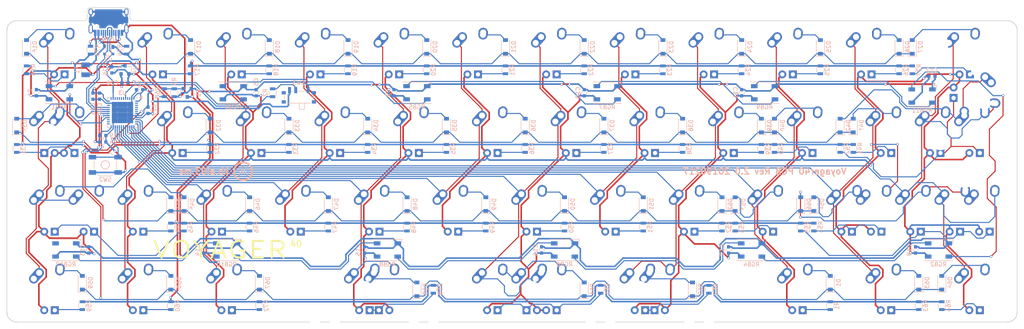
<source format=kicad_pcb>
(kicad_pcb (version 20171130) (host pcbnew "(5.0.0)")
  (layers (0 F.Cu signal) (31 B.Cu signal) (34 B.Paste user) (35 F.Paste user) (36 B.SilkS user) (37 F.SilkS user) (38 B.Mask user) (39 F.Mask user) (44 Edge.Cuts user))
  (net 0 "")
  (net 1 +5V)
  (net 2 GND)
  (net 3 "Net-(D1-Pad2)")
  (net 4 ROW3)
  (net 5 "Net-(D16-Pad2)")
  (net 6 ROW0)
  (net 7 "Net-(D17-Pad2)")
  (net 8 "Net-(D18-Pad2)")
  (net 9 "Net-(D19-Pad2)")
  (net 10 "Net-(D20-Pad2)")
  (net 11 "Net-(D21-Pad2)")
  (net 12 "Net-(D22-Pad2)")
  (net 13 "Net-(D23-Pad2)")
  (net 14 "Net-(D24-Pad2)")
  (net 15 "Net-(D25-Pad2)")
  (net 16 "Net-(D26-Pad2)")
  (net 17 "Net-(D27-Pad2)")
  (net 18 ROW1)
  (net 19 "Net-(D31-Pad2)")
  (net 20 "Net-(D32-Pad2)")
  (net 21 "Net-(D33-Pad2)")
  (net 22 "Net-(D34-Pad2)")
  (net 23 "Net-(D35-Pad2)")
  (net 24 "Net-(D36-Pad2)")
  (net 25 "Net-(D37-Pad2)")
  (net 26 "Net-(D38-Pad2)")
  (net 27 "Net-(D39-Pad2)")
  (net 28 "Net-(D40-Pad2)")
  (net 29 "Net-(D41-Pad2)")
  (net 30 "Net-(D42-Pad2)")
  (net 31 "Net-(D44-Pad2)")
  (net 32 ROW2)
  (net 33 "Net-(D45-Pad2)")
  (net 34 "Net-(D46-Pad2)")
  (net 35 "Net-(D47-Pad2)")
  (net 36 "Net-(D48-Pad2)")
  (net 37 "Net-(D49-Pad2)")
  (net 38 "Net-(D50-Pad2)")
  (net 39 "Net-(D51-Pad2)")
  (net 40 "Net-(D52-Pad2)")
  (net 41 "Net-(D53-Pad2)")
  (net 42 "Net-(D55-Pad2)")
  (net 43 "Net-(D58-Pad2)")
  (net 44 "Net-(D59-Pad2)")
  (net 45 "Net-(D60-Pad2)")
  (net 46 "Net-(D61-Pad2)")
  (net 47 "Net-(D62-Pad2)")
  (net 48 "Net-(D63-Pad2)")
  (net 49 "Net-(D64-Pad2)")
  (net 50 "Net-(D67-Pad2)")
  (net 51 VCC)
  (net 52 COL9)
  (net 53 "Net-(K_,1-Pad4)")
  (net 54 COL11)
  (net 55 "Net-(K_;1-Pad4)")
  (net 56 "Net-(K_\\1-Pad4)")
  (net 57 COL1)
  (net 58 "Net-(K_A1-Pad4)")
  (net 59 "Net-(K_ALT1-Pad4)")
  (net 60 COL2)
  (net 61 "Net-(K_B1-Pad4)")
  (net 62 COL6)
  (net 63 "Net-(K_C1-Pad4)")
  (net 64 COL4)
  (net 65 COL0)
  (net 66 "Net-(K_CAPS1-Pad4)")
  (net 67 "Net-(K_CTRL1-Pad4)")
  (net 68 "Net-(K_D1-Pad4)")
  (net 69 COL3)
  (net 70 "Net-(K_E1-Pad4)")
  (net 71 "Net-(K_F1-Pad4)")
  (net 72 "Net-(K_G1-Pad4)")
  (net 73 COL5)
  (net 74 "Net-(K_H1-Pad4)")
  (net 75 COL8)
  (net 76 "Net-(K_I1-Pad4)")
  (net 77 "Net-(K_J1-Pad4)")
  (net 78 COL7)
  (net 79 "Net-(K_K1-Pad4)")
  (net 80 "Net-(K_L1-Pad4)")
  (net 81 "Net-(K_LSPACE1-Pad4)")
  (net 82 "Net-(K_M1-Pad4)")
  (net 83 "Net-(K_N1-Pad4)")
  (net 84 "Net-(K_O1-Pad4)")
  (net 85 "Net-(K_P1-Pad4)")
  (net 86 "Net-(K_Q1-Pad4)")
  (net 87 "Net-(K_R1-Pad4)")
  (net 88 "Net-(K_RALT1-Pad4)")
  (net 89 "Net-(K_RCTRL1-Pad4)")
  (net 90 "Net-(K_RSPACE1-Pad4)")
  (net 91 "Net-(K_S1-Pad4)")
  (net 92 "Net-(K_SHIFT1-Pad4)")
  (net 93 "Net-(K_SHIFT3-Pad4)")
  (net 94 "Net-(K_T1-Pad4)")
  (net 95 "Net-(K_TAB1-Pad4)")
  (net 96 "Net-(K_U1-Pad4)")
  (net 97 "Net-(K_V1-Pad4)")
  (net 98 "Net-(K_W1-Pad4)")
  (net 99 "Net-(K_X1-Pad4)")
  (net 100 "Net-(K_Y1-Pad4)")
  (net 101 "Net-(K_Z1-Pad4)")
  (net 102 LEDGND)
  (net 103 "Net-(Q1-Pad1)")
  (net 104 D-)
  (net 105 D+)
  (net 106 "Net-(R69-Pad2)")
  (net 107 "Net-(R73-Pad2)")
  (net 108 "Net-(R74-Pad2)")
  (net 109 RGBLED)
  (net 110 "Net-(USB1-Pad9)")
  (net 111 "Net-(USB1-Pad3)")
  (net 112 "Net-(K_ENTER1-Pad4)")
  (net 113 "Net-(K_RSHIFT1-Pad4)")
  (net 114 "Net-(K_RWIN1-Pad4)")
  (net 115 "Net-(K_WIN1-Pad4)")
  (net 116 "Net-(K_SPACE2-Pad4)")
  (net 117 .-ROW)
  (net 118 .-COL)
  (net 119 .-LEDGND)
  (net 120 "Net-(RGB1-Pad2)")
  (net 121 "Net-(RGB2-Pad2)")
  (net 122 "Net-(RGB11-Pad2)")
  (net 123 "Net-(RGB3-Pad2)")
  (net 124 "Net-(RGB4-Pad2)")
  (net 125 "Net-(RGB5-Pad2)")
  (net 126 "Net-(RGB6-Pad2)")
  (net 127 "Net-(RGB7-Pad2)")
  (net 128 "Net-(RGB10-Pad4)")
  (net 129 "Net-(RGB11-Pad4)")
  (net 130 "Net-(RGB10-Pad2)")
  (net 131 "Net-(RGB12-Pad2)")
  (net 132 +3V3)
  (net 133 "Net-(SW2-Pad2)")
  (net 134 "Net-(R2-Pad2)")
  (net 135 "Net-(R2-Pad1)")
  (net 136 "Net-(U3-Pad46)")
  (net 137 "Net-(U3-Pad45)")
  (net 138 "Net-(U3-Pad43)")
  (net 139 "Net-(U3-Pad42)")
  (net 140 "Net-(U3-Pad41)")
  (net 141 "Net-(U3-Pad40)")
  (net 142 "Net-(U3-Pad39)")
  (net 143 "Net-(U3-Pad27)")
  (net 144 "Net-(U3-Pad26)")
  (net 145 "Net-(U3-Pad25)")
  (net 146 "Net-(U3-Pad6)")
  (net 147 "Net-(U3-Pad5)")
  (net 148 "Net-(U3-Pad4)")
  (net 149 "Net-(U3-Pad3)")
  (net 150 "Net-(U3-Pad2)")
  (net 151 SWCLK)
  (net 152 SWDIO)
  (module MX_Alps_Hybrid:MX-1U (layer F.Cu) (at 223.8375 39.6875)
    (fp_text reference K_O1)
    (fp_text value MX-1U)
    (pad 2 thru_hole oval (at 2.5 -4.5 86.0548) (size 2.831378 2.25) (drill 1.47 (offset 0.290689 0)) (layers *.Cu B.Mask) (net 15 "Net-(D25-Pad2)"))
    (pad 2 thru_hole circle (at 2.54 -5.08) (size 2.25 2.25) (drill 1.47) (layers *.Cu B.Mask) (net 15 "Net-(D25-Pad2)"))
    (pad 1 thru_hole oval (at -3.81 -2.54 48.0996) (size 4.211556 2.25) (drill 1.47 (offset 0.980778 0)) (layers *.Cu B.Mask) (net 52 COL9))
    (pad "" np_thru_hole circle (at 0 0) (size 3.9878 3.9878) (drill 3.9878) (layers *.Cu *.Mask))
    (pad 1 thru_hole circle (at -2.5 -4) (size 2.25 2.25) (drill 1.47) (layers *.Cu B.Mask) (net 52 COL9))
    (pad 3 thru_hole circle (at -1.27 5.08) (size 1.905 1.905) (drill 1.04) (layers *.Cu B.Mask) (net 1 +5V))
    (pad 4 thru_hole rect (at 1.27 5.08) (size 1.905 1.905) (drill 1.04) (layers *.Cu B.Mask) (net 84 "Net-(K_O1-Pad4)"))
    (pad "" np_thru_hole circle (at -5.08 0 48.0996) (size 1.75 1.75) (drill 1.75) (layers *.Cu *.Mask))
    (pad "" np_thru_hole circle (at 5.08 0 48.0996) (size 1.75 1.75) (drill 1.75) (layers *.Cu *.Mask))
  )
  (module Capacitors_SMD:C_0603 (layer B.Cu) (at 69.088 53.467 90)
    (fp_text reference C22 (at 0 1.5 90) (layer B.SilkS) (effects (justify mirror)))
    (fp_text value 0.1uF)
    (pad 1 smd rect (at -0.75 0 90) (size 0.8 0.75) (layers B.Cu B.Paste B.Mask) (net 132 +3V3))
    (pad 2 smd rect (at 0.75 0 90) (size 0.8 0.75) (layers B.Cu B.Paste B.Mask) (net 2 GND))
  )
  (module MX_Alps_Hybrid:MX-1U (layer F.Cu) (at 76.2 58.7375)
    (fp_text reference K_A1)
    (fp_text value MX-1U)
    (pad 2 thru_hole oval (at 2.5 -4.5 86.0548) (size 2.831378 2.25) (drill 1.47 (offset 0.290689 0)) (layers *.Cu B.Mask) (net 20 "Net-(D32-Pad2)"))
    (pad 2 thru_hole circle (at 2.54 -5.08) (size 2.25 2.25) (drill 1.47) (layers *.Cu B.Mask) (net 20 "Net-(D32-Pad2)"))
    (pad 1 thru_hole oval (at -3.81 -2.54 48.0996) (size 4.211556 2.25) (drill 1.47 (offset 0.980778 0)) (layers *.Cu B.Mask) (net 57 COL1))
    (pad "" np_thru_hole circle (at 0 0) (size 3.9878 3.9878) (drill 3.9878) (layers *.Cu *.Mask))
    (pad 1 thru_hole circle (at -2.5 -4) (size 2.25 2.25) (drill 1.47) (layers *.Cu B.Mask) (net 57 COL1))
    (pad 3 thru_hole circle (at -1.27 5.08) (size 1.905 1.905) (drill 1.04) (layers *.Cu B.Mask) (net 1 +5V))
    (pad 4 thru_hole rect (at 1.27 5.08) (size 1.905 1.905) (drill 1.04) (layers *.Cu B.Mask) (net 58 "Net-(K_A1-Pad4)"))
    (pad "" np_thru_hole circle (at -5.08 0 48.0996) (size 1.75 1.75) (drill 1.75) (layers *.Cu *.Mask))
    (pad "" np_thru_hole circle (at 5.08 0 48.0996) (size 1.75 1.75) (drill 1.75) (layers *.Cu *.Mask))
  )
  (module Diodes_SMD:D_SOD-123 (layer B.Cu) (at 234.15625 95.25 90)
    (fp_text reference D1 (at 0 2 90) (layer B.SilkS) (effects (justify mirror)))
    (fp_text value SOD-123)
    (pad 2 smd rect (at 1.65 0 90) (size 0.9 1.2) (layers B.Cu B.Paste B.Mask) (net 3 "Net-(D1-Pad2)"))
    (pad 1 smd rect (at -1.65 0 90) (size 0.9 1.2) (layers B.Cu B.Paste B.Mask) (net 4 ROW3))
  )
  (module Diodes_SMD:D_SOD-123 (layer B.Cu) (at 39.6875 38.1 90)
    (fp_text reference D16 (at 0 2 90) (layer B.SilkS) (effects (justify mirror)))
    (fp_text value SOD-123)
    (pad 2 smd rect (at 1.65 0 90) (size 0.9 1.2) (layers B.Cu B.Paste B.Mask) (net 5 "Net-(D16-Pad2)"))
    (pad 1 smd rect (at -1.65 0 90) (size 0.9 1.2) (layers B.Cu B.Paste B.Mask) (net 6 ROW0))
  )
  (module Diodes_SMD:D_SOD-123 (layer B.Cu) (at 79.375 38.1 90)
    (fp_text reference D17 (at 0 2 90) (layer B.SilkS) (effects (justify mirror)))
    (fp_text value SOD-123)
    (pad 1 smd rect (at -1.65 0 90) (size 0.9 1.2) (layers B.Cu B.Paste B.Mask) (net 6 ROW0))
    (pad 2 smd rect (at 1.65 0 90) (size 0.9 1.2) (layers B.Cu B.Paste B.Mask) (net 7 "Net-(D17-Pad2)"))
  )
  (module Diodes_SMD:D_SOD-123 (layer B.Cu) (at 98.425 38.1 90)
    (fp_text reference D18 (at 0 2 90) (layer B.SilkS) (effects (justify mirror)))
    (fp_text value SOD-123)
    (pad 2 smd rect (at 1.65 0 90) (size 0.9 1.2) (layers B.Cu B.Paste B.Mask) (net 8 "Net-(D18-Pad2)"))
    (pad 1 smd rect (at -1.65 0 90) (size 0.9 1.2) (layers B.Cu B.Paste B.Mask) (net 6 ROW0))
  )
  (module Diodes_SMD:D_SOD-123 (layer B.Cu) (at 117.475 38.1 90)
    (fp_text reference D19 (at 0 2 90) (layer B.SilkS) (effects (justify mirror)))
    (fp_text value SOD-123)
    (pad 2 smd rect (at 1.65 0 90) (size 0.9 1.2) (layers B.Cu B.Paste B.Mask) (net 9 "Net-(D19-Pad2)"))
    (pad 1 smd rect (at -1.65 0 90) (size 0.9 1.2) (layers B.Cu B.Paste B.Mask) (net 6 ROW0))
  )
  (module Diodes_SMD:D_SOD-123 (layer B.Cu) (at 136.525 38.1 90)
    (fp_text reference D20 (at 0 2 90) (layer B.SilkS) (effects (justify mirror)))
    (fp_text value SOD-123)
    (pad 2 smd rect (at 1.65 0 90) (size 0.9 1.2) (layers B.Cu B.Paste B.Mask) (net 10 "Net-(D20-Pad2)"))
    (pad 1 smd rect (at -1.65 0 90) (size 0.9 1.2) (layers B.Cu B.Paste B.Mask) (net 6 ROW0))
  )
  (module Diodes_SMD:D_SOD-123 (layer B.Cu) (at 155.575 38.1 90)
    (fp_text reference D21 (at 0 2 90) (layer B.SilkS) (effects (justify mirror)))
    (fp_text value SOD-123)
    (pad 1 smd rect (at -1.65 0 90) (size 0.9 1.2) (layers B.Cu B.Paste B.Mask) (net 6 ROW0))
    (pad 2 smd rect (at 1.65 0 90) (size 0.9 1.2) (layers B.Cu B.Paste B.Mask) (net 11 "Net-(D21-Pad2)"))
  )
  (module Diodes_SMD:D_SOD-123 (layer B.Cu) (at 174.625 38.1 90)
    (fp_text reference D22 (at 0 2 90) (layer B.SilkS) (effects (justify mirror)))
    (fp_text value SOD-123)
    (pad 2 smd rect (at 1.65 0 90) (size 0.9 1.2) (layers B.Cu B.Paste B.Mask) (net 12 "Net-(D22-Pad2)"))
    (pad 1 smd rect (at -1.65 0 90) (size 0.9 1.2) (layers B.Cu B.Paste B.Mask) (net 6 ROW0))
  )
  (module Diodes_SMD:D_SOD-123 (layer B.Cu) (at 193.675 38.1 90)
    (fp_text reference D23 (at 0 2 90) (layer B.SilkS) (effects (justify mirror)))
    (fp_text value SOD-123)
    (pad 2 smd rect (at 1.65 0 90) (size 0.9 1.2) (layers B.Cu B.Paste B.Mask) (net 13 "Net-(D23-Pad2)"))
    (pad 1 smd rect (at -1.65 0 90) (size 0.9 1.2) (layers B.Cu B.Paste B.Mask) (net 6 ROW0))
  )
  (module Diodes_SMD:D_SOD-123 (layer B.Cu) (at 212.725 38.1 90)
    (fp_text reference D24 (at 0 2 90) (layer B.SilkS) (effects (justify mirror)))
    (fp_text value SOD-123)
    (pad 1 smd rect (at -1.65 0 90) (size 0.9 1.2) (layers B.Cu B.Paste B.Mask) (net 6 ROW0))
    (pad 2 smd rect (at 1.65 0 90) (size 0.9 1.2) (layers B.Cu B.Paste B.Mask) (net 14 "Net-(D24-Pad2)"))
  )
  (module Diodes_SMD:D_SOD-123 (layer B.Cu) (at 231.775 38.1 90)
    (fp_text reference D25 (at 0 2 90) (layer B.SilkS) (effects (justify mirror)))
    (fp_text value SOD-123)
    (pad 1 smd rect (at -1.65 0 90) (size 0.9 1.2) (layers B.Cu B.Paste B.Mask) (net 6 ROW0))
    (pad 2 smd rect (at 1.65 0 90) (size 0.9 1.2) (layers B.Cu B.Paste B.Mask) (net 15 "Net-(D25-Pad2)"))
  )
  (module Diodes_SMD:D_SOD-123 (layer B.Cu) (at 250.825 38.1 90)
    (fp_text reference D26 (at 0 2 90) (layer B.SilkS) (effects (justify mirror)))
    (fp_text value SOD-123)
    (pad 1 smd rect (at -1.65 0 90) (size 0.9 1.2) (layers B.Cu B.Paste B.Mask) (net 6 ROW0))
    (pad 2 smd rect (at 1.65 0 90) (size 0.9 1.2) (layers B.Cu B.Paste B.Mask) (net 16 "Net-(D26-Pad2)"))
  )
  (module Diodes_SMD:D_SOD-123 (layer B.Cu) (at 254 38.1 90)
    (fp_text reference D27 (at 0 2 90) (layer B.SilkS) (effects (justify mirror)))
    (fp_text value SOD-123)
    (pad 2 smd rect (at 1.65 0 90) (size 0.9 1.2) (layers B.Cu B.Paste B.Mask) (net 17 "Net-(D27-Pad2)"))
    (pad 1 smd rect (at -1.65 0 90) (size 0.9 1.2) (layers B.Cu B.Paste B.Mask) (net 6 ROW0))
  )
  (module Diodes_SMD:D_SOD-123 (layer B.Cu) (at 37.30625 57.15 90)
    (fp_text reference D31 (at 0 2 90) (layer B.SilkS) (effects (justify mirror)))
    (fp_text value SOD-123)
    (pad 1 smd rect (at -1.65 0 90) (size 0.9 1.2) (layers B.Cu B.Paste B.Mask) (net 18 ROW1))
    (pad 2 smd rect (at 1.65 0 90) (size 0.9 1.2) (layers B.Cu B.Paste B.Mask) (net 19 "Net-(D31-Pad2)"))
  )
  (module Diodes_SMD:D_SOD-123 (layer B.Cu) (at 84.1375 57.15 90)
    (fp_text reference D32 (at 0 2 90) (layer B.SilkS) (effects (justify mirror)))
    (fp_text value SOD-123)
    (pad 1 smd rect (at -1.65 0 90) (size 0.9 1.2) (layers B.Cu B.Paste B.Mask) (net 18 ROW1))
    (pad 2 smd rect (at 1.65 0 90) (size 0.9 1.2) (layers B.Cu B.Paste B.Mask) (net 20 "Net-(D32-Pad2)"))
  )
  (module Diodes_SMD:D_SOD-123 (layer B.Cu) (at 103.1875 57.15 90)
    (fp_text reference D33 (at 0 2 90) (layer B.SilkS) (effects (justify mirror)))
    (fp_text value SOD-123)
    (pad 2 smd rect (at 1.65 0 90) (size 0.9 1.2) (layers B.Cu B.Paste B.Mask) (net 21 "Net-(D33-Pad2)"))
    (pad 1 smd rect (at -1.65 0 90) (size 0.9 1.2) (layers B.Cu B.Paste B.Mask) (net 18 ROW1))
  )
  (module Diodes_SMD:D_SOD-123 (layer B.Cu) (at 122.2375 57.15 90)
    (fp_text reference D34 (at 0 2 90) (layer B.SilkS) (effects (justify mirror)))
    (fp_text value SOD-123)
    (pad 2 smd rect (at 1.65 0 90) (size 0.9 1.2) (layers B.Cu B.Paste B.Mask) (net 22 "Net-(D34-Pad2)"))
    (pad 1 smd rect (at -1.65 0 90) (size 0.9 1.2) (layers B.Cu B.Paste B.Mask) (net 18 ROW1))
  )
  (module Diodes_SMD:D_SOD-123 (layer B.Cu) (at 141.2875 57.15 90)
    (fp_text reference D35 (at 0 2 90) (layer B.SilkS) (effects (justify mirror)))
    (fp_text value SOD-123)
    (pad 1 smd rect (at -1.65 0 90) (size 0.9 1.2) (layers B.Cu B.Paste B.Mask) (net 18 ROW1))
    (pad 2 smd rect (at 1.65 0 90) (size 0.9 1.2) (layers B.Cu B.Paste B.Mask) (net 23 "Net-(D35-Pad2)"))
  )
  (module Diodes_SMD:D_SOD-123 (layer B.Cu) (at 160.3375 57.15 90)
    (fp_text reference D36 (at 0 2 90) (layer B.SilkS) (effects (justify mirror)))
    (fp_text value SOD-123)
    (pad 1 smd rect (at -1.65 0 90) (size 0.9 1.2) (layers B.Cu B.Paste B.Mask) (net 18 ROW1))
    (pad 2 smd rect (at 1.65 0 90) (size 0.9 1.2) (layers B.Cu B.Paste B.Mask) (net 24 "Net-(D36-Pad2)"))
  )
  (module Diodes_SMD:D_SOD-123 (layer B.Cu) (at 179.3875 57.15 90)
    (fp_text reference D37 (at 0 2 90) (layer B.SilkS) (effects (justify mirror)))
    (fp_text value SOD-123)
    (pad 1 smd rect (at -1.65 0 90) (size 0.9 1.2) (layers B.Cu B.Paste B.Mask) (net 18 ROW1))
    (pad 2 smd rect (at 1.65 0 90) (size 0.9 1.2) (layers B.Cu B.Paste B.Mask) (net 25 "Net-(D37-Pad2)"))
  )
  (module Diodes_SMD:D_SOD-123 (layer B.Cu) (at 198.4375 57.15 90)
    (fp_text reference D38 (at 0 2 90) (layer B.SilkS) (effects (justify mirror)))
    (fp_text value SOD-123)
    (pad 2 smd rect (at 1.65 0 90) (size 0.9 1.2) (layers B.Cu B.Paste B.Mask) (net 26 "Net-(D38-Pad2)"))
    (pad 1 smd rect (at -1.65 0 90) (size 0.9 1.2) (layers B.Cu B.Paste B.Mask) (net 18 ROW1))
  )
  (module Diodes_SMD:D_SOD-123 (layer B.Cu) (at 217.4875 57.15 90)
    (fp_text reference D39 (at 0 2 90) (layer B.SilkS) (effects (justify mirror)))
    (fp_text value SOD-123)
    (pad 1 smd rect (at -1.65 0 90) (size 0.9 1.2) (layers B.Cu B.Paste B.Mask) (net 18 ROW1))
    (pad 2 smd rect (at 1.65 0 90) (size 0.9 1.2) (layers B.Cu B.Paste B.Mask) (net 27 "Net-(D39-Pad2)"))
  )
  (module Diodes_SMD:D_SOD-123 (layer B.Cu) (at 220.6625 57.15 90)
    (fp_text reference D40 (at 0 2 90) (layer B.SilkS) (effects (justify mirror)))
    (fp_text value SOD-123)
    (pad 1 smd rect (at -1.65 0 90) (size 0.9 1.2) (layers B.Cu B.Paste B.Mask) (net 18 ROW1))
    (pad 2 smd rect (at 1.65 0 90) (size 0.9 1.2) (layers B.Cu B.Paste B.Mask) (net 28 "Net-(D40-Pad2)"))
  )
  (module Diodes_SMD:D_SOD-123 (layer B.Cu) (at 239.7125 57.15 90)
    (fp_text reference D41 (at 0 2 90) (layer B.SilkS) (effects (justify mirror)))
    (fp_text value SOD-123)
    (pad 1 smd rect (at -1.65 0 90) (size 0.9 1.2) (layers B.Cu B.Paste B.Mask) (net 18 ROW1))
    (pad 2 smd rect (at 1.65 0 90) (size 0.9 1.2) (layers B.Cu B.Paste B.Mask) (net 29 "Net-(D41-Pad2)"))
  )
  (module Diodes_SMD:D_SOD-123 (layer B.Cu) (at 236.5375 57.15 90)
    (fp_text reference D42 (at 0 2 90) (layer B.SilkS) (effects (justify mirror)))
    (fp_text value SOD-123)
    (pad 1 smd rect (at -1.65 0 90) (size 0.9 1.2) (layers B.Cu B.Paste B.Mask) (net 18 ROW1))
    (pad 2 smd rect (at 1.65 0 90) (size 0.9 1.2) (layers B.Cu B.Paste B.Mask) (net 30 "Net-(D42-Pad2)"))
  )
  (module Diodes_SMD:D_SOD-123 (layer B.Cu) (at 74.6125 76.2 90)
    (fp_text reference D44 (at 0 2 90) (layer B.SilkS) (effects (justify mirror)))
    (fp_text value SOD-123)
    (pad 2 smd rect (at 1.65 0 90) (size 0.9 1.2) (layers B.Cu B.Paste B.Mask) (net 31 "Net-(D44-Pad2)"))
    (pad 1 smd rect (at -1.65 0 90) (size 0.9 1.2) (layers B.Cu B.Paste B.Mask) (net 32 ROW2))
  )
  (module Diodes_SMD:D_SOD-123 (layer B.Cu) (at 77.7875 76.2 90)
    (fp_text reference D45 (at 0 2 90) (layer B.SilkS) (effects (justify mirror)))
    (fp_text value SOD-123)
    (pad 2 smd rect (at 1.65 0 90) (size 0.9 1.2) (layers B.Cu B.Paste B.Mask) (net 33 "Net-(D45-Pad2)"))
    (pad 1 smd rect (at -1.65 0 90) (size 0.9 1.2) (layers B.Cu B.Paste B.Mask) (net 32 ROW2))
  )
  (module Diodes_SMD:D_SOD-123 (layer B.Cu) (at 93.6625 76.2 90)
    (fp_text reference D46 (at 0 2 90) (layer B.SilkS) (effects (justify mirror)))
    (fp_text value SOD-123)
    (pad 1 smd rect (at -1.65 0 90) (size 0.9 1.2) (layers B.Cu B.Paste B.Mask) (net 32 ROW2))
    (pad 2 smd rect (at 1.65 0 90) (size 0.9 1.2) (layers B.Cu B.Paste B.Mask) (net 34 "Net-(D46-Pad2)"))
  )
  (module Diodes_SMD:D_SOD-123 (layer B.Cu) (at 112.7125 76.2 90)
    (fp_text reference D47 (at 0 2 90) (layer B.SilkS) (effects (justify mirror)))
    (fp_text value SOD-123)
    (pad 2 smd rect (at 1.65 0 90) (size 0.9 1.2) (layers B.Cu B.Paste B.Mask) (net 35 "Net-(D47-Pad2)"))
    (pad 1 smd rect (at -1.65 0 90) (size 0.9 1.2) (layers B.Cu B.Paste B.Mask) (net 32 ROW2))
  )
  (module Diodes_SMD:D_SOD-123 (layer B.Cu) (at 131.7625 76.2 90)
    (fp_text reference D48 (at 0 2 90) (layer B.SilkS) (effects (justify mirror)))
    (fp_text value SOD-123)
    (pad 1 smd rect (at -1.65 0 90) (size 0.9 1.2) (layers B.Cu B.Paste B.Mask) (net 32 ROW2))
    (pad 2 smd rect (at 1.65 0 90) (size 0.9 1.2) (layers B.Cu B.Paste B.Mask) (net 36 "Net-(D48-Pad2)"))
  )
  (module Diodes_SMD:D_SOD-123 (layer B.Cu) (at 150.8125 76.2 90)
    (fp_text reference D49 (at 0 2 90) (layer B.SilkS) (effects (justify mirror)))
    (fp_text value SOD-123)
    (pad 2 smd rect (at 1.65 0 90) (size 0.9 1.2) (layers B.Cu B.Paste B.Mask) (net 37 "Net-(D49-Pad2)"))
    (pad 1 smd rect (at -1.65 0 90) (size 0.9 1.2) (layers B.Cu B.Paste B.Mask) (net 32 ROW2))
  )
  (module Diodes_SMD:D_SOD-123 (layer B.Cu) (at 169.8625 76.2 90)
    (fp_text reference D50 (at 0 2 90) (layer B.SilkS) (effects (justify mirror)))
    (fp_text value SOD-123)
    (pad 1 smd rect (at -1.65 0 90) (size 0.9 1.2) (layers B.Cu B.Paste B.Mask) (net 32 ROW2))
    (pad 2 smd rect (at 1.65 0 90) (size 0.9 1.2) (layers B.Cu B.Paste B.Mask) (net 38 "Net-(D50-Pad2)"))
  )
  (module Diodes_SMD:D_SOD-123 (layer B.Cu) (at 188.9125 76.2 90)
    (fp_text reference D51 (at 0 2 90) (layer B.SilkS) (effects (justify mirror)))
    (fp_text value SOD-123)
    (pad 2 smd rect (at 1.65 0 90) (size 0.9 1.2) (layers B.Cu B.Paste B.Mask) (net 39 "Net-(D51-Pad2)"))
    (pad 1 smd rect (at -1.65 0 90) (size 0.9 1.2) (layers B.Cu B.Paste B.Mask) (net 32 ROW2))
  )
  (module Diodes_SMD:D_SOD-123 (layer B.Cu) (at 207.9625 76.2 90)
    (fp_text reference D52 (at 0 2 90) (layer B.SilkS) (effects (justify mirror)))
    (fp_text value SOD-123)
    (pad 2 smd rect (at 1.65 0 90) (size 0.9 1.2) (layers B.Cu B.Paste B.Mask) (net 40 "Net-(D52-Pad2)"))
    (pad 1 smd rect (at -1.65 0 90) (size 0.9 1.2) (layers B.Cu B.Paste B.Mask) (net 32 ROW2))
  )
  (module Diodes_SMD:D_SOD-123 (layer B.Cu) (at 211.1375 76.2 90)
    (fp_text reference D53 (at 0 2 90) (layer B.SilkS) (effects (justify mirror)))
    (fp_text value SOD-123)
    (pad 2 smd rect (at 1.65 0 90) (size 0.9 1.2) (layers B.Cu B.Paste B.Mask) (net 41 "Net-(D53-Pad2)"))
    (pad 1 smd rect (at -1.65 0 90) (size 0.9 1.2) (layers B.Cu B.Paste B.Mask) (net 32 ROW2))
  )
  (module Diodes_SMD:D_SOD-123 (layer B.Cu) (at 230.1875 76.2 90)
    (fp_text reference D54 (at 0 2 90) (layer B.SilkS) (effects (justify mirror)))
    (fp_text value SOD-123)
    (pad 2 smd rect (at 1.65 0 90) (size 0.9 1.2) (layers B.Cu B.Paste B.Mask) (net 117 .-ROW))
    (pad 1 smd rect (at -1.65 0 90) (size 0.9 1.2) (layers B.Cu B.Paste B.Mask) (net 32 ROW2))
  )
  (module Diodes_SMD:D_SOD-123 (layer B.Cu) (at 227.0125 76.2 90)
    (fp_text reference D55 (at 0 2 90) (layer B.SilkS) (effects (justify mirror)))
    (fp_text value SOD-123)
    (pad 2 smd rect (at 1.65 0 90) (size 0.9 1.2) (layers B.Cu B.Paste B.Mask) (net 42 "Net-(D55-Pad2)"))
    (pad 1 smd rect (at -1.65 0 90) (size 0.9 1.2) (layers B.Cu B.Paste B.Mask) (net 32 ROW2))
  )
  (module Diodes_SMD:D_SOD-123 (layer B.Cu) (at 134.14375 96.8375 90)
    (fp_text reference D58 (at 0 2 90) (layer B.SilkS) (effects (justify mirror)))
    (fp_text value SOD-123)
    (pad 1 smd rect (at -1.65 0 90) (size 0.9 1.2) (layers B.Cu B.Paste B.Mask) (net 4 ROW3))
    (pad 2 smd rect (at 1.65 0 90) (size 0.9 1.2) (layers B.Cu B.Paste B.Mask) (net 43 "Net-(D58-Pad2)"))
  )
  (module Diodes_SMD:D_SOD-123 (layer B.Cu) (at 53.18125 95.25 90)
    (fp_text reference D59 (at 0 2 90) (layer B.SilkS) (effects (justify mirror)))
    (fp_text value SOD-123)
    (pad 1 smd rect (at -1.65 0 90) (size 0.9 1.2) (layers B.Cu B.Paste B.Mask) (net 4 ROW3))
    (pad 2 smd rect (at 1.65 0 90) (size 0.9 1.2) (layers B.Cu B.Paste B.Mask) (net 44 "Net-(D59-Pad2)"))
  )
  (module Diodes_SMD:D_SOD-123 (layer B.Cu) (at 74.6125 95.25 90)
    (fp_text reference D60 (at 0 2 90) (layer B.SilkS) (effects (justify mirror)))
    (fp_text value SOD-123)
    (pad 2 smd rect (at 1.65 0 90) (size 0.9 1.2) (layers B.Cu B.Paste B.Mask) (net 45 "Net-(D60-Pad2)"))
    (pad 1 smd rect (at -1.65 0 90) (size 0.9 1.2) (layers B.Cu B.Paste B.Mask) (net 4 ROW3))
  )
  (module Diodes_SMD:D_SOD-123 (layer B.Cu) (at 174.625 96.8375 90)
    (fp_text reference D61 (at 0 2 90) (layer B.SilkS) (effects (justify mirror)))
    (fp_text value SOD-123)
    (pad 2 smd rect (at 1.65 0 90) (size 0.9 1.2) (layers B.Cu B.Paste B.Mask) (net 46 "Net-(D61-Pad2)"))
    (pad 1 smd rect (at -1.65 0 90) (size 0.9 1.2) (layers B.Cu B.Paste B.Mask) (net 4 ROW3))
  )
  (module Diodes_SMD:D_SOD-123 (layer B.Cu) (at 200.81875 96.8375 90)
    (fp_text reference D62 (at 0 2 90) (layer B.SilkS) (effects (justify mirror)))
    (fp_text value SOD-123)
    (pad 1 smd rect (at -1.65 0 90) (size 0.9 1.2) (layers B.Cu B.Paste B.Mask) (net 4 ROW3))
    (pad 2 smd rect (at 1.65 0 90) (size 0.9 1.2) (layers B.Cu B.Paste B.Mask) (net 47 "Net-(D62-Pad2)"))
  )
  (module Diodes_SMD:D_SOD-123 (layer B.Cu) (at 255.5875 95.25 90)
    (fp_text reference D63 (at 0 2 90) (layer B.SilkS) (effects (justify mirror)))
    (fp_text value SOD-123)
    (pad 2 smd rect (at 1.65 0 90) (size 0.9 1.2) (layers B.Cu B.Paste B.Mask) (net 48 "Net-(D63-Pad2)"))
    (pad 1 smd rect (at -1.65 0 90) (size 0.9 1.2) (layers B.Cu B.Paste B.Mask) (net 4 ROW3))
  )
  (module Diodes_SMD:D_SOD-123 (layer B.Cu) (at 261.14375 95.25 90)
    (fp_text reference D64 (at 0 2 90) (layer B.SilkS) (effects (justify mirror)))
    (fp_text value SOD-123)
    (pad 1 smd rect (at -1.65 0 90) (size 0.9 1.2) (layers B.Cu B.Paste B.Mask) (net 4 ROW3))
    (pad 2 smd rect (at 1.65 0 90) (size 0.9 1.2) (layers B.Cu B.Paste B.Mask) (net 49 "Net-(D64-Pad2)"))
  )
  (module Diodes_SMD:D_SOD-123 (layer B.Cu) (at 96.04375 95.25 90)
    (fp_text reference D67 (at 0 2 90) (layer B.SilkS) (effects (justify mirror)))
    (fp_text value SOD-123)
    (pad 1 smd rect (at -1.65 0 90) (size 0.9 1.2) (layers B.Cu B.Paste B.Mask) (net 4 ROW3))
    (pad 2 smd rect (at 1.65 0 90) (size 0.9 1.2) (layers B.Cu B.Paste B.Mask) (net 50 "Net-(D67-Pad2)"))
  )
  (module Fuse_Holders_and_Fuses:Fuse_SMD1206_Reflow (layer B.Cu) (at 53.975 43.65625 90)
    (fp_text reference F1 (at -0.03175 -2.032 90) (layer B.SilkS) (effects (justify mirror)))
    (fp_text value 500mA)
    (pad 2 smd rect (at 1.2 0) (size 2.03 1.14) (layers B.Cu B.Paste B.Mask) (net 51 VCC))
    (pad 1 smd rect (at -1.2 0) (size 2.03 1.14) (layers B.Cu B.Paste B.Mask) (net 1 +5V))
  )
  (module MX_Alps_Hybrid:MX-1U (layer F.Cu) (at 219.075 77.7875)
    (fp_text reference K_,1)
    (fp_text value MX-1U)
    (pad 2 thru_hole oval (at 2.5 -4.5 86.0548) (size 2.831378 2.25) (drill 1.47 (offset 0.290689 0)) (layers *.Cu B.Mask) (net 41 "Net-(D53-Pad2)"))
    (pad 2 thru_hole circle (at 2.54 -5.08) (size 2.25 2.25) (drill 1.47) (layers *.Cu B.Mask) (net 41 "Net-(D53-Pad2)"))
    (pad 1 thru_hole oval (at -3.81 -2.54 48.0996) (size 4.211556 2.25) (drill 1.47 (offset 0.980778 0)) (layers *.Cu B.Mask) (net 52 COL9))
    (pad "" np_thru_hole circle (at 0 0) (size 3.9878 3.9878) (drill 3.9878) (layers *.Cu *.Mask))
    (pad 1 thru_hole circle (at -2.5 -4) (size 2.25 2.25) (drill 1.47) (layers *.Cu B.Mask) (net 52 COL9))
    (pad 3 thru_hole circle (at -1.27 5.08) (size 1.905 1.905) (drill 1.04) (layers *.Cu B.Mask) (net 1 +5V))
    (pad 4 thru_hole rect (at 1.27 5.08) (size 1.905 1.905) (drill 1.04) (layers *.Cu B.Mask) (net 53 "Net-(K_,1-Pad4)"))
    (pad "" np_thru_hole circle (at -5.08 0 48.0996) (size 1.75 1.75) (drill 1.75) (layers *.Cu *.Mask))
    (pad "" np_thru_hole circle (at 5.08 0 48.0996) (size 1.75 1.75) (drill 1.75) (layers *.Cu *.Mask))
  )
  (module MX_Alps_Hybrid:MX-1U (layer F.Cu) (at 238.125 77.7875)
    (fp_text reference K_.1)
    (fp_text value MX-1U)
    (pad 2 thru_hole oval (at 2.5 -4.5 86.0548) (size 2.831378 2.25) (drill 1.47 (offset 0.290689 0)) (layers *.Cu B.Mask) (net 117 .-ROW))
    (pad 2 thru_hole circle (at 2.54 -5.08) (size 2.25 2.25) (drill 1.47) (layers *.Cu B.Mask) (net 117 .-ROW))
    (pad 1 thru_hole oval (at -3.81 -2.54 48.0996) (size 4.211556 2.25) (drill 1.47 (offset 0.980778 0)) (layers *.Cu B.Mask) (net 118 .-COL))
    (pad "" np_thru_hole circle (at 0 0) (size 3.9878 3.9878) (drill 3.9878) (layers *.Cu *.Mask))
    (pad 1 thru_hole circle (at -2.5 -4) (size 2.25 2.25) (drill 1.47) (layers *.Cu B.Mask) (net 118 .-COL))
    (pad 3 thru_hole circle (at -1.27 5.08) (size 1.905 1.905) (drill 1.04) (layers *.Cu B.Mask) (net 1 +5V))
    (pad 4 thru_hole rect (at 1.27 5.08) (size 1.905 1.905) (drill 1.04) (layers *.Cu B.Mask) (net 119 .-LEDGND))
    (pad "" np_thru_hole circle (at -5.08 0 48.0996) (size 1.75 1.75) (drill 1.75) (layers *.Cu *.Mask))
    (pad "" np_thru_hole circle (at 5.08 0 48.0996) (size 1.75 1.75) (drill 1.75) (layers *.Cu *.Mask))
  )
  (module MX_Alps_Hybrid:MX-1U (layer F.Cu) (at 247.65 58.7375)
    (fp_text reference K_;1)
    (fp_text value MX-1U)
    (pad 2 thru_hole oval (at 2.5 -4.5 86.0548) (size 2.831378 2.25) (drill 1.47 (offset 0.290689 0)) (layers *.Cu B.Mask) (net 29 "Net-(D41-Pad2)"))
    (pad 2 thru_hole circle (at 2.54 -5.08) (size 2.25 2.25) (drill 1.47) (layers *.Cu B.Mask) (net 29 "Net-(D41-Pad2)"))
    (pad 1 thru_hole oval (at -3.81 -2.54 48.0996) (size 4.211556 2.25) (drill 1.47 (offset 0.980778 0)) (layers *.Cu B.Mask) (net 118 .-COL))
    (pad "" np_thru_hole circle (at 0 0) (size 3.9878 3.9878) (drill 3.9878) (layers *.Cu *.Mask))
    (pad 1 thru_hole circle (at -2.5 -4) (size 2.25 2.25) (drill 1.47) (layers *.Cu B.Mask) (net 118 .-COL))
    (pad 3 thru_hole circle (at -1.27 5.08) (size 1.905 1.905) (drill 1.04) (layers *.Cu B.Mask) (net 1 +5V))
    (pad 4 thru_hole rect (at 1.27 5.08) (size 1.905 1.905) (drill 1.04) (layers *.Cu B.Mask) (net 55 "Net-(K_;1-Pad4)"))
    (pad "" np_thru_hole circle (at -5.08 0 48.0996) (size 1.75 1.75) (drill 1.75) (layers *.Cu *.Mask))
    (pad "" np_thru_hole circle (at 5.08 0 48.0996) (size 1.75 1.75) (drill 1.75) (layers *.Cu *.Mask))
  )
  (module MX_Alps_Hybrid:MX-1.5U (layer F.Cu) (at 266.7 39.6875)
    (fp_text reference K_\1)
    (fp_text value MX-1.5U)
    (pad "" np_thru_hole circle (at 5.08 0 48.0996) (size 1.75 1.75) (drill 1.75) (layers *.Cu *.Mask))
    (pad "" np_thru_hole circle (at -5.08 0 48.0996) (size 1.75 1.75) (drill 1.75) (layers *.Cu *.Mask))
    (pad 4 thru_hole rect (at 1.27 5.08) (size 1.905 1.905) (drill 1.04) (layers *.Cu B.Mask) (net 56 "Net-(K_\\1-Pad4)"))
    (pad 3 thru_hole circle (at -1.27 5.08) (size 1.905 1.905) (drill 1.04) (layers *.Cu B.Mask) (net 1 +5V))
    (pad 1 thru_hole circle (at -2.5 -4) (size 2.25 2.25) (drill 1.47) (layers *.Cu B.Mask) (net 54 COL11))
    (pad "" np_thru_hole circle (at 0 0) (size 3.9878 3.9878) (drill 3.9878) (layers *.Cu *.Mask))
    (pad 1 thru_hole oval (at -3.81 -2.54 48.0996) (size 4.211556 2.25) (drill 1.47 (offset 0.980778 0)) (layers *.Cu B.Mask) (net 54 COL11))
    (pad 2 thru_hole circle (at 2.54 -5.08) (size 2.25 2.25) (drill 1.47) (layers *.Cu B.Mask) (net 17 "Net-(D27-Pad2)"))
    (pad 2 thru_hole oval (at 2.5 -4.5 86.0548) (size 2.831378 2.25) (drill 1.47 (offset 0.290689 0)) (layers *.Cu B.Mask) (net 17 "Net-(D27-Pad2)"))
  )
  (module MX_Alps_Hybrid:MX-1.25U (layer F.Cu) (at 88.10625 96.8375)
    (fp_text reference K_ALT1)
    (fp_text value MX-1.25U)
    (pad "" np_thru_hole circle (at 5.08 0 48.0996) (size 1.75 1.75) (drill 1.75) (layers *.Cu *.Mask))
    (pad "" np_thru_hole circle (at -5.08 0 48.0996) (size 1.75 1.75) (drill 1.75) (layers *.Cu *.Mask))
    (pad 4 thru_hole rect (at 1.27 5.08) (size 1.905 1.905) (drill 1.04) (layers *.Cu B.Mask) (net 59 "Net-(K_ALT1-Pad4)"))
    (pad 3 thru_hole circle (at -1.27 5.08) (size 1.905 1.905) (drill 1.04) (layers *.Cu B.Mask) (net 1 +5V))
    (pad 1 thru_hole circle (at -2.5 -4) (size 2.25 2.25) (drill 1.47) (layers *.Cu B.Mask) (net 60 COL2))
    (pad "" np_thru_hole circle (at 0 0) (size 3.9878 3.9878) (drill 3.9878) (layers *.Cu *.Mask))
    (pad 1 thru_hole oval (at -3.81 -2.54 48.0996) (size 4.211556 2.25) (drill 1.47 (offset 0.980778 0)) (layers *.Cu B.Mask) (net 60 COL2))
    (pad 2 thru_hole circle (at 2.54 -5.08) (size 2.25 2.25) (drill 1.47) (layers *.Cu B.Mask) (net 50 "Net-(D67-Pad2)"))
    (pad 2 thru_hole oval (at 2.5 -4.5 86.0548) (size 2.831378 2.25) (drill 1.47 (offset 0.290689 0)) (layers *.Cu B.Mask) (net 50 "Net-(D67-Pad2)"))
  )
  (module MX_Alps_Hybrid:MX-1U (layer F.Cu) (at 161.925 77.7875)
    (fp_text reference K_B1)
    (fp_text value MX-1U)
    (pad "" np_thru_hole circle (at 5.08 0 48.0996) (size 1.75 1.75) (drill 1.75) (layers *.Cu *.Mask))
    (pad "" np_thru_hole circle (at -5.08 0 48.0996) (size 1.75 1.75) (drill 1.75) (layers *.Cu *.Mask))
    (pad 4 thru_hole rect (at 1.27 5.08) (size 1.905 1.905) (drill 1.04) (layers *.Cu B.Mask) (net 61 "Net-(K_B1-Pad4)"))
    (pad 3 thru_hole circle (at -1.27 5.08) (size 1.905 1.905) (drill 1.04) (layers *.Cu B.Mask) (net 1 +5V))
    (pad 1 thru_hole circle (at -2.5 -4) (size 2.25 2.25) (drill 1.47) (layers *.Cu B.Mask) (net 62 COL6))
    (pad "" np_thru_hole circle (at 0 0) (size 3.9878 3.9878) (drill 3.9878) (layers *.Cu *.Mask))
    (pad 1 thru_hole oval (at -3.81 -2.54 48.0996) (size 4.211556 2.25) (drill 1.47 (offset 0.980778 0)) (layers *.Cu B.Mask) (net 62 COL6))
    (pad 2 thru_hole circle (at 2.54 -5.08) (size 2.25 2.25) (drill 1.47) (layers *.Cu B.Mask) (net 38 "Net-(D50-Pad2)"))
    (pad 2 thru_hole oval (at 2.5 -4.5 86.0548) (size 2.831378 2.25) (drill 1.47 (offset 0.290689 0)) (layers *.Cu B.Mask) (net 38 "Net-(D50-Pad2)"))
  )
  (module MX_Alps_Hybrid:MX-1U (layer F.Cu) (at 123.825 77.7875)
    (fp_text reference K_C1)
    (fp_text value MX-1U)
    (pad "" np_thru_hole circle (at 5.08 0 48.0996) (size 1.75 1.75) (drill 1.75) (layers *.Cu *.Mask))
    (pad "" np_thru_hole circle (at -5.08 0 48.0996) (size 1.75 1.75) (drill 1.75) (layers *.Cu *.Mask))
    (pad 4 thru_hole rect (at 1.27 5.08) (size 1.905 1.905) (drill 1.04) (layers *.Cu B.Mask) (net 63 "Net-(K_C1-Pad4)"))
    (pad 3 thru_hole circle (at -1.27 5.08) (size 1.905 1.905) (drill 1.04) (layers *.Cu B.Mask) (net 1 +5V))
    (pad 1 thru_hole circle (at -2.5 -4) (size 2.25 2.25) (drill 1.47) (layers *.Cu B.Mask) (net 64 COL4))
    (pad "" np_thru_hole circle (at 0 0) (size 3.9878 3.9878) (drill 3.9878) (layers *.Cu *.Mask))
    (pad 1 thru_hole oval (at -3.81 -2.54 48.0996) (size 4.211556 2.25) (drill 1.47 (offset 0.980778 0)) (layers *.Cu B.Mask) (net 64 COL4))
    (pad 2 thru_hole circle (at 2.54 -5.08) (size 2.25 2.25) (drill 1.47) (layers *.Cu B.Mask) (net 36 "Net-(D48-Pad2)"))
    (pad 2 thru_hole oval (at 2.5 -4.5 86.0548) (size 2.831378 2.25) (drill 1.47 (offset 0.290689 0)) (layers *.Cu B.Mask) (net 36 "Net-(D48-Pad2)"))
  )
  (module MX_Alps_Hybrid:MX-1.75U (layer F.Cu) (at 50.00625 58.7375)
    (fp_text reference K_CAPS1)
    (fp_text value MX-1.75U)
    (pad 2 thru_hole oval (at 2.5 -4.5 86.0548) (size 2.831378 2.25) (drill 1.47 (offset 0.290689 0)) (layers *.Cu B.Mask) (net 19 "Net-(D31-Pad2)"))
    (pad 2 thru_hole circle (at 2.54 -5.08) (size 2.25 2.25) (drill 1.47) (layers *.Cu B.Mask) (net 19 "Net-(D31-Pad2)"))
    (pad 1 thru_hole oval (at -3.81 -2.54 48.0996) (size 4.211556 2.25) (drill 1.47 (offset 0.980778 0)) (layers *.Cu B.Mask) (net 65 COL0))
    (pad "" np_thru_hole circle (at 0 0) (size 3.9878 3.9878) (drill 3.9878) (layers *.Cu *.Mask))
    (pad 1 thru_hole circle (at -2.5 -4) (size 2.25 2.25) (drill 1.47) (layers *.Cu B.Mask) (net 65 COL0))
    (pad 3 thru_hole circle (at -1.27 5.08) (size 1.905 1.905) (drill 1.04) (layers *.Cu B.Mask) (net 1 +5V))
    (pad 4 thru_hole rect (at 1.27 5.08) (size 1.905 1.905) (drill 1.04) (layers *.Cu B.Mask) (net 66 "Net-(K_CAPS1-Pad4)"))
    (pad "" np_thru_hole circle (at -5.08 0 48.0996) (size 1.75 1.75) (drill 1.75) (layers *.Cu *.Mask))
    (pad "" np_thru_hole circle (at 5.08 0 48.0996) (size 1.75 1.75) (drill 1.75) (layers *.Cu *.Mask))
  )
  (module MX_Alps_Hybrid:MX-1.25U-FLIPPED (layer F.Cu) (at 45.24375 58.7375)
    (fp_text reference K_CAPS2)
    (fp_text value MX-1.25U)
    (pad 2 thru_hole oval (at 2.5 -4.5 86.0548) (size 2.831378 2.25) (drill 1.47 (offset 0.290689 0)) (layers *.Cu B.Mask) (net 65 COL0))
    (pad 2 thru_hole circle (at 2.54 -5.08) (size 2.25 2.25) (drill 1.47) (layers *.Cu B.Mask) (net 65 COL0))
    (pad 1 thru_hole oval (at -3.81 -2.54 48.0996) (size 4.211556 2.25) (drill 1.47 (offset 0.980778 0)) (layers *.Cu B.Mask) (net 19 "Net-(D31-Pad2)"))
    (pad "" np_thru_hole circle (at 0 0) (size 3.9878 3.9878) (drill 3.9878) (layers *.Cu *.Mask))
    (pad 1 thru_hole circle (at -2.5 -4) (size 2.25 2.25) (drill 1.47) (layers *.Cu B.Mask) (net 19 "Net-(D31-Pad2)"))
    (pad 3 thru_hole circle (at 1.27 5.08) (size 1.905 1.905) (drill 1.04) (layers *.Cu B.Mask) (net 1 +5V))
    (pad 4 thru_hole rect (at -1.27 5.08) (size 1.905 1.905) (drill 1.04) (layers *.Cu B.Mask) (net 66 "Net-(K_CAPS1-Pad4)"))
    (pad "" np_thru_hole circle (at -5.08 0 48.0996) (size 1.75 1.75) (drill 1.75) (layers *.Cu *.Mask))
    (pad "" np_thru_hole circle (at 5.08 0 48.0996) (size 1.75 1.75) (drill 1.75) (layers *.Cu *.Mask))
  )
  (module MX_Alps_Hybrid:MX-1.25U (layer F.Cu) (at 45.24375 96.8375)
    (fp_text reference K_CTRL1)
    (fp_text value MX-1.25U)
    (pad 2 thru_hole oval (at 2.5 -4.5 86.0548) (size 2.831378 2.25) (drill 1.47 (offset 0.290689 0)) (layers *.Cu B.Mask) (net 44 "Net-(D59-Pad2)"))
    (pad 2 thru_hole circle (at 2.54 -5.08) (size 2.25 2.25) (drill 1.47) (layers *.Cu B.Mask) (net 44 "Net-(D59-Pad2)"))
    (pad 1 thru_hole oval (at -3.81 -2.54 48.0996) (size 4.211556 2.25) (drill 1.47 (offset 0.980778 0)) (layers *.Cu B.Mask) (net 65 COL0))
    (pad "" np_thru_hole circle (at 0 0) (size 3.9878 3.9878) (drill 3.9878) (layers *.Cu *.Mask))
    (pad 1 thru_hole circle (at -2.5 -4) (size 2.25 2.25) (drill 1.47) (layers *.Cu B.Mask) (net 65 COL0))
    (pad 3 thru_hole circle (at -1.27 5.08) (size 1.905 1.905) (drill 1.04) (layers *.Cu B.Mask) (net 1 +5V))
    (pad 4 thru_hole rect (at 1.27 5.08) (size 1.905 1.905) (drill 1.04) (layers *.Cu B.Mask) (net 67 "Net-(K_CTRL1-Pad4)"))
    (pad "" np_thru_hole circle (at -5.08 0 48.0996) (size 1.75 1.75) (drill 1.75) (layers *.Cu *.Mask))
    (pad "" np_thru_hole circle (at 5.08 0 48.0996) (size 1.75 1.75) (drill 1.75) (layers *.Cu *.Mask))
  )
  (module MX_Alps_Hybrid:MX-1U (layer F.Cu) (at 114.3 58.7375)
    (fp_text reference K_D1)
    (fp_text value MX-1U)
    (pad "" np_thru_hole circle (at 5.08 0 48.0996) (size 1.75 1.75) (drill 1.75) (layers *.Cu *.Mask))
    (pad "" np_thru_hole circle (at -5.08 0 48.0996) (size 1.75 1.75) (drill 1.75) (layers *.Cu *.Mask))
    (pad 4 thru_hole rect (at 1.27 5.08) (size 1.905 1.905) (drill 1.04) (layers *.Cu B.Mask) (net 68 "Net-(K_D1-Pad4)"))
    (pad 3 thru_hole circle (at -1.27 5.08) (size 1.905 1.905) (drill 1.04) (layers *.Cu B.Mask) (net 1 +5V))
    (pad 1 thru_hole circle (at -2.5 -4) (size 2.25 2.25) (drill 1.47) (layers *.Cu B.Mask) (net 69 COL3))
    (pad "" np_thru_hole circle (at 0 0) (size 3.9878 3.9878) (drill 3.9878) (layers *.Cu *.Mask))
    (pad 1 thru_hole oval (at -3.81 -2.54 48.0996) (size 4.211556 2.25) (drill 1.47 (offset 0.980778 0)) (layers *.Cu B.Mask) (net 69 COL3))
    (pad 2 thru_hole circle (at 2.54 -5.08) (size 2.25 2.25) (drill 1.47) (layers *.Cu B.Mask) (net 22 "Net-(D34-Pad2)"))
    (pad 2 thru_hole oval (at 2.5 -4.5 86.0548) (size 2.831378 2.25) (drill 1.47 (offset 0.290689 0)) (layers *.Cu B.Mask) (net 22 "Net-(D34-Pad2)"))
  )
  (module MX_Alps_Hybrid:MX-1U (layer F.Cu) (at 109.5375 39.6875)
    (fp_text reference K_E1)
    (fp_text value MX-1U)
    (pad "" np_thru_hole circle (at 5.08 0 48.0996) (size 1.75 1.75) (drill 1.75) (layers *.Cu *.Mask))
    (pad "" np_thru_hole circle (at -5.08 0 48.0996) (size 1.75 1.75) (drill 1.75) (layers *.Cu *.Mask))
    (pad 4 thru_hole rect (at 1.27 5.08) (size 1.905 1.905) (drill 1.04) (layers *.Cu B.Mask) (net 70 "Net-(K_E1-Pad4)"))
    (pad 3 thru_hole circle (at -1.27 5.08) (size 1.905 1.905) (drill 1.04) (layers *.Cu B.Mask) (net 1 +5V))
    (pad 1 thru_hole circle (at -2.5 -4) (size 2.25 2.25) (drill 1.47) (layers *.Cu B.Mask) (net 69 COL3))
    (pad "" np_thru_hole circle (at 0 0) (size 3.9878 3.9878) (drill 3.9878) (layers *.Cu *.Mask))
    (pad 1 thru_hole oval (at -3.81 -2.54 48.0996) (size 4.211556 2.25) (drill 1.47 (offset 0.980778 0)) (layers *.Cu B.Mask) (net 69 COL3))
    (pad 2 thru_hole circle (at 2.54 -5.08) (size 2.25 2.25) (drill 1.47) (layers *.Cu B.Mask) (net 9 "Net-(D19-Pad2)"))
    (pad 2 thru_hole oval (at 2.5 -4.5 86.0548) (size 2.831378 2.25) (drill 1.47 (offset 0.290689 0)) (layers *.Cu B.Mask) (net 9 "Net-(D19-Pad2)"))
  )
  (module MX_Alps_Hybrid:MX-1U (layer F.Cu) (at 133.35 58.7375)
    (fp_text reference K_F1)
    (fp_text value MX-1U)
    (pad 2 thru_hole oval (at 2.5 -4.5 86.0548) (size 2.831378 2.25) (drill 1.47 (offset 0.290689 0)) (layers *.Cu B.Mask) (net 23 "Net-(D35-Pad2)"))
    (pad 2 thru_hole circle (at 2.54 -5.08) (size 2.25 2.25) (drill 1.47) (layers *.Cu B.Mask) (net 23 "Net-(D35-Pad2)"))
    (pad 1 thru_hole oval (at -3.81 -2.54 48.0996) (size 4.211556 2.25) (drill 1.47 (offset 0.980778 0)) (layers *.Cu B.Mask) (net 64 COL4))
    (pad "" np_thru_hole circle (at 0 0) (size 3.9878 3.9878) (drill 3.9878) (layers *.Cu *.Mask))
    (pad 1 thru_hole circle (at -2.5 -4) (size 2.25 2.25) (drill 1.47) (layers *.Cu B.Mask) (net 64 COL4))
    (pad 3 thru_hole circle (at -1.27 5.08) (size 1.905 1.905) (drill 1.04) (layers *.Cu B.Mask) (net 1 +5V))
    (pad 4 thru_hole rect (at 1.27 5.08) (size 1.905 1.905) (drill 1.04) (layers *.Cu B.Mask) (net 71 "Net-(K_F1-Pad4)"))
    (pad "" np_thru_hole circle (at -5.08 0 48.0996) (size 1.75 1.75) (drill 1.75) (layers *.Cu *.Mask))
    (pad "" np_thru_hole circle (at 5.08 0 48.0996) (size 1.75 1.75) (drill 1.75) (layers *.Cu *.Mask))
  )
  (module MX_Alps_Hybrid:MX-1U (layer F.Cu) (at 152.4 58.7375)
    (fp_text reference K_G1)
    (fp_text value MX-1U)
    (pad "" np_thru_hole circle (at 5.08 0 48.0996) (size 1.75 1.75) (drill 1.75) (layers *.Cu *.Mask))
    (pad "" np_thru_hole circle (at -5.08 0 48.0996) (size 1.75 1.75) (drill 1.75) (layers *.Cu *.Mask))
    (pad 4 thru_hole rect (at 1.27 5.08) (size 1.905 1.905) (drill 1.04) (layers *.Cu B.Mask) (net 72 "Net-(K_G1-Pad4)"))
    (pad 3 thru_hole circle (at -1.27 5.08) (size 1.905 1.905) (drill 1.04) (layers *.Cu B.Mask) (net 1 +5V))
    (pad 1 thru_hole circle (at -2.5 -4) (size 2.25 2.25) (drill 1.47) (layers *.Cu B.Mask) (net 73 COL5))
    (pad "" np_thru_hole circle (at 0 0) (size 3.9878 3.9878) (drill 3.9878) (layers *.Cu *.Mask))
    (pad 1 thru_hole oval (at -3.81 -2.54 48.0996) (size 4.211556 2.25) (drill 1.47 (offset 0.980778 0)) (layers *.Cu B.Mask) (net 73 COL5))
    (pad 2 thru_hole circle (at 2.54 -5.08) (size 2.25 2.25) (drill 1.47) (layers *.Cu B.Mask) (net 24 "Net-(D36-Pad2)"))
    (pad 2 thru_hole oval (at 2.5 -4.5 86.0548) (size 2.831378 2.25) (drill 1.47 (offset 0.290689 0)) (layers *.Cu B.Mask) (net 24 "Net-(D36-Pad2)"))
  )
  (module MX_Alps_Hybrid:MX-1U (layer F.Cu) (at 171.45 58.7375)
    (fp_text reference K_H1)
    (fp_text value MX-1U)
    (pad "" np_thru_hole circle (at 5.08 0 48.0996) (size 1.75 1.75) (drill 1.75) (layers *.Cu *.Mask))
    (pad "" np_thru_hole circle (at -5.08 0 48.0996) (size 1.75 1.75) (drill 1.75) (layers *.Cu *.Mask))
    (pad 4 thru_hole rect (at 1.27 5.08) (size 1.905 1.905) (drill 1.04) (layers *.Cu B.Mask) (net 74 "Net-(K_H1-Pad4)"))
    (pad 3 thru_hole circle (at -1.27 5.08) (size 1.905 1.905) (drill 1.04) (layers *.Cu B.Mask) (net 1 +5V))
    (pad 1 thru_hole circle (at -2.5 -4) (size 2.25 2.25) (drill 1.47) (layers *.Cu B.Mask) (net 62 COL6))
    (pad "" np_thru_hole circle (at 0 0) (size 3.9878 3.9878) (drill 3.9878) (layers *.Cu *.Mask))
    (pad 1 thru_hole oval (at -3.81 -2.54 48.0996) (size 4.211556 2.25) (drill 1.47 (offset 0.980778 0)) (layers *.Cu B.Mask) (net 62 COL6))
    (pad 2 thru_hole circle (at 2.54 -5.08) (size 2.25 2.25) (drill 1.47) (layers *.Cu B.Mask) (net 25 "Net-(D37-Pad2)"))
    (pad 2 thru_hole oval (at 2.5 -4.5 86.0548) (size 2.831378 2.25) (drill 1.47 (offset 0.290689 0)) (layers *.Cu B.Mask) (net 25 "Net-(D37-Pad2)"))
  )
  (module MX_Alps_Hybrid:MX-1U (layer F.Cu) (at 204.7875 39.6875)
    (fp_text reference K_I1)
    (fp_text value MX-1U)
    (pad 2 thru_hole oval (at 2.5 -4.5 86.0548) (size 2.831378 2.25) (drill 1.47 (offset 0.290689 0)) (layers *.Cu B.Mask) (net 14 "Net-(D24-Pad2)"))
    (pad 2 thru_hole circle (at 2.54 -5.08) (size 2.25 2.25) (drill 1.47) (layers *.Cu B.Mask) (net 14 "Net-(D24-Pad2)"))
    (pad 1 thru_hole oval (at -3.81 -2.54 48.0996) (size 4.211556 2.25) (drill 1.47 (offset 0.980778 0)) (layers *.Cu B.Mask) (net 75 COL8))
    (pad "" np_thru_hole circle (at 0 0) (size 3.9878 3.9878) (drill 3.9878) (layers *.Cu *.Mask))
    (pad 1 thru_hole circle (at -2.5 -4) (size 2.25 2.25) (drill 1.47) (layers *.Cu B.Mask) (net 75 COL8))
    (pad 3 thru_hole circle (at -1.27 5.08) (size 1.905 1.905) (drill 1.04) (layers *.Cu B.Mask) (net 1 +5V))
    (pad 4 thru_hole rect (at 1.27 5.08) (size 1.905 1.905) (drill 1.04) (layers *.Cu B.Mask) (net 76 "Net-(K_I1-Pad4)"))
    (pad "" np_thru_hole circle (at -5.08 0 48.0996) (size 1.75 1.75) (drill 1.75) (layers *.Cu *.Mask))
    (pad "" np_thru_hole circle (at 5.08 0 48.0996) (size 1.75 1.75) (drill 1.75) (layers *.Cu *.Mask))
  )
  (module MX_Alps_Hybrid:MX-1U (layer F.Cu) (at 190.5 58.7375)
    (fp_text reference K_J1)
    (fp_text value MX-1U)
    (pad "" np_thru_hole circle (at 5.08 0 48.0996) (size 1.75 1.75) (drill 1.75) (layers *.Cu *.Mask))
    (pad "" np_thru_hole circle (at -5.08 0 48.0996) (size 1.75 1.75) (drill 1.75) (layers *.Cu *.Mask))
    (pad 4 thru_hole rect (at 1.27 5.08) (size 1.905 1.905) (drill 1.04) (layers *.Cu B.Mask) (net 77 "Net-(K_J1-Pad4)"))
    (pad 3 thru_hole circle (at -1.27 5.08) (size 1.905 1.905) (drill 1.04) (layers *.Cu B.Mask) (net 1 +5V))
    (pad 1 thru_hole circle (at -2.5 -4) (size 2.25 2.25) (drill 1.47) (layers *.Cu B.Mask) (net 78 COL7))
    (pad "" np_thru_hole circle (at 0 0) (size 3.9878 3.9878) (drill 3.9878) (layers *.Cu *.Mask))
    (pad 1 thru_hole oval (at -3.81 -2.54 48.0996) (size 4.211556 2.25) (drill 1.47 (offset 0.980778 0)) (layers *.Cu B.Mask) (net 78 COL7))
    (pad 2 thru_hole circle (at 2.54 -5.08) (size 2.25 2.25) (drill 1.47) (layers *.Cu B.Mask) (net 26 "Net-(D38-Pad2)"))
    (pad 2 thru_hole oval (at 2.5 -4.5 86.0548) (size 2.831378 2.25) (drill 1.47 (offset 0.290689 0)) (layers *.Cu B.Mask) (net 26 "Net-(D38-Pad2)"))
  )
  (module MX_Alps_Hybrid:MX-1U (layer F.Cu) (at 209.55 58.7375)
    (fp_text reference K_K1)
    (fp_text value MX-1U)
    (pad "" np_thru_hole circle (at 5.08 0 48.0996) (size 1.75 1.75) (drill 1.75) (layers *.Cu *.Mask))
    (pad "" np_thru_hole circle (at -5.08 0 48.0996) (size 1.75 1.75) (drill 1.75) (layers *.Cu *.Mask))
    (pad 4 thru_hole rect (at 1.27 5.08) (size 1.905 1.905) (drill 1.04) (layers *.Cu B.Mask) (net 79 "Net-(K_K1-Pad4)"))
    (pad 3 thru_hole circle (at -1.27 5.08) (size 1.905 1.905) (drill 1.04) (layers *.Cu B.Mask) (net 1 +5V))
    (pad 1 thru_hole circle (at -2.5 -4) (size 2.25 2.25) (drill 1.47) (layers *.Cu B.Mask) (net 75 COL8))
    (pad "" np_thru_hole circle (at 0 0) (size 3.9878 3.9878) (drill 3.9878) (layers *.Cu *.Mask))
    (pad 1 thru_hole oval (at -3.81 -2.54 48.0996) (size 4.211556 2.25) (drill 1.47 (offset 0.980778 0)) (layers *.Cu B.Mask) (net 75 COL8))
    (pad 2 thru_hole circle (at 2.54 -5.08) (size 2.25 2.25) (drill 1.47) (layers *.Cu B.Mask) (net 27 "Net-(D39-Pad2)"))
    (pad 2 thru_hole oval (at 2.5 -4.5 86.0548) (size 2.831378 2.25) (drill 1.47 (offset 0.290689 0)) (layers *.Cu B.Mask) (net 27 "Net-(D39-Pad2)"))
  )
  (module MX_Alps_Hybrid:MX-1U (layer F.Cu) (at 228.6 58.7375)
    (fp_text reference K_L1)
    (fp_text value MX-1U)
    (pad 2 thru_hole oval (at 2.5 -4.5 86.0548) (size 2.831378 2.25) (drill 1.47 (offset 0.290689 0)) (layers *.Cu B.Mask) (net 28 "Net-(D40-Pad2)"))
    (pad 2 thru_hole circle (at 2.54 -5.08) (size 2.25 2.25) (drill 1.47) (layers *.Cu B.Mask) (net 28 "Net-(D40-Pad2)"))
    (pad 1 thru_hole oval (at -3.81 -2.54 48.0996) (size 4.211556 2.25) (drill 1.47 (offset 0.980778 0)) (layers *.Cu B.Mask) (net 52 COL9))
    (pad "" np_thru_hole circle (at 0 0) (size 3.9878 3.9878) (drill 3.9878) (layers *.Cu *.Mask))
    (pad 1 thru_hole circle (at -2.5 -4) (size 2.25 2.25) (drill 1.47) (layers *.Cu B.Mask) (net 52 COL9))
    (pad 3 thru_hole circle (at -1.27 5.08) (size 1.905 1.905) (drill 1.04) (layers *.Cu B.Mask) (net 1 +5V))
    (pad 4 thru_hole rect (at 1.27 5.08) (size 1.905 1.905) (drill 1.04) (layers *.Cu B.Mask) (net 80 "Net-(K_L1-Pad4)"))
    (pad "" np_thru_hole circle (at -5.08 0 48.0996) (size 1.75 1.75) (drill 1.75) (layers *.Cu *.Mask))
    (pad "" np_thru_hole circle (at 5.08 0 48.0996) (size 1.75 1.75) (drill 1.75) (layers *.Cu *.Mask))
  )
  (module MX_Alps_Hybrid:MX-2.25U-ReversedStabilizers (layer F.Cu) (at 121.44375 96.8375)
    (fp_text reference K_LSPACE1)
    (fp_text value MX-2.25U)
    (pad 2 thru_hole oval (at 2.5 -4.5 86.0548) (size 2.831378 2.25) (drill 1.47 (offset 0.290689 0)) (layers *.Cu B.Mask) (net 43 "Net-(D58-Pad2)"))
    (pad 2 thru_hole circle (at 2.54 -5.08) (size 2.25 2.25) (drill 1.47) (layers *.Cu B.Mask) (net 43 "Net-(D58-Pad2)"))
    (pad 1 thru_hole oval (at -3.81 -2.54 48.0996) (size 4.211556 2.25) (drill 1.47 (offset 0.980778 0)) (layers *.Cu B.Mask) (net 64 COL4))
    (pad "" np_thru_hole circle (at 0 0) (size 3.9878 3.9878) (drill 3.9878) (layers *.Cu *.Mask))
    (pad 1 thru_hole circle (at -2.5 -4) (size 2.25 2.25) (drill 1.47) (layers *.Cu B.Mask) (net 64 COL4))
    (pad 3 thru_hole circle (at -1.27 5.08) (size 1.905 1.905) (drill 1.04) (layers *.Cu B.Mask) (net 1 +5V))
    (pad 4 thru_hole rect (at 1.27 5.08) (size 1.905 1.905) (drill 1.04) (layers *.Cu B.Mask) (net 81 "Net-(K_LSPACE1-Pad4)"))
    (pad "" np_thru_hole circle (at -5.08 0 48.0996) (size 1.75 1.75) (drill 1.75) (layers *.Cu *.Mask))
    (pad "" np_thru_hole circle (at 5.08 0 48.0996) (size 1.75 1.75) (drill 1.75) (layers *.Cu *.Mask))
    (pad "" np_thru_hole circle (at -11.938 6.985) (size 3.048 3.048) (drill 3.048) (layers *.Cu *.Mask))
    (pad "" np_thru_hole circle (at 11.938 6.985) (size 3.048 3.048) (drill 3.048) (layers *.Cu *.Mask))
    (pad "" np_thru_hole circle (at -11.938 -8.255) (size 3.9878 3.9878) (drill 3.9878) (layers *.Cu *.Mask))
    (pad "" np_thru_hole circle (at 11.938 -8.255) (size 3.9878 3.9878) (drill 3.9878) (layers *.Cu *.Mask))
  )
  (module MX_Alps_Hybrid:MX-1U (layer F.Cu) (at 200.025 77.7875)
    (fp_text reference K_M1)
    (fp_text value MX-1U)
    (pad 2 thru_hole oval (at 2.5 -4.5 86.0548) (size 2.831378 2.25) (drill 1.47 (offset 0.290689 0)) (layers *.Cu B.Mask) (net 40 "Net-(D52-Pad2)"))
    (pad 2 thru_hole circle (at 2.54 -5.08) (size 2.25 2.25) (drill 1.47) (layers *.Cu B.Mask) (net 40 "Net-(D52-Pad2)"))
    (pad 1 thru_hole oval (at -3.81 -2.54 48.0996) (size 4.211556 2.25) (drill 1.47 (offset 0.980778 0)) (layers *.Cu B.Mask) (net 75 COL8))
    (pad "" np_thru_hole circle (at 0 0) (size 3.9878 3.9878) (drill 3.9878) (layers *.Cu *.Mask))
    (pad 1 thru_hole circle (at -2.5 -4) (size 2.25 2.25) (drill 1.47) (layers *.Cu B.Mask) (net 75 COL8))
    (pad 3 thru_hole circle (at -1.27 5.08) (size 1.905 1.905) (drill 1.04) (layers *.Cu B.Mask) (net 1 +5V))
    (pad 4 thru_hole rect (at 1.27 5.08) (size 1.905 1.905) (drill 1.04) (layers *.Cu B.Mask) (net 82 "Net-(K_M1-Pad4)"))
    (pad "" np_thru_hole circle (at -5.08 0 48.0996) (size 1.75 1.75) (drill 1.75) (layers *.Cu *.Mask))
    (pad "" np_thru_hole circle (at 5.08 0 48.0996) (size 1.75 1.75) (drill 1.75) (layers *.Cu *.Mask))
  )
  (module MX_Alps_Hybrid:MX-1U (layer F.Cu) (at 180.975 77.7875)
    (fp_text reference K_N1)
    (fp_text value MX-1U)
    (pad 2 thru_hole oval (at 2.5 -4.5 86.0548) (size 2.831378 2.25) (drill 1.47 (offset 0.290689 0)) (layers *.Cu B.Mask) (net 39 "Net-(D51-Pad2)"))
    (pad 2 thru_hole circle (at 2.54 -5.08) (size 2.25 2.25) (drill 1.47) (layers *.Cu B.Mask) (net 39 "Net-(D51-Pad2)"))
    (pad 1 thru_hole oval (at -3.81 -2.54 48.0996) (size 4.211556 2.25) (drill 1.47 (offset 0.980778 0)) (layers *.Cu B.Mask) (net 78 COL7))
    (pad "" np_thru_hole circle (at 0 0) (size 3.9878 3.9878) (drill 3.9878) (layers *.Cu *.Mask))
    (pad 1 thru_hole circle (at -2.5 -4) (size 2.25 2.25) (drill 1.47) (layers *.Cu B.Mask) (net 78 COL7))
    (pad 3 thru_hole circle (at -1.27 5.08) (size 1.905 1.905) (drill 1.04) (layers *.Cu B.Mask) (net 1 +5V))
    (pad 4 thru_hole rect (at 1.27 5.08) (size 1.905 1.905) (drill 1.04) (layers *.Cu B.Mask) (net 83 "Net-(K_N1-Pad4)"))
    (pad "" np_thru_hole circle (at -5.08 0 48.0996) (size 1.75 1.75) (drill 1.75) (layers *.Cu *.Mask))
    (pad "" np_thru_hole circle (at 5.08 0 48.0996) (size 1.75 1.75) (drill 1.75) (layers *.Cu *.Mask))
  )
  (module MX_Alps_Hybrid:MX-1U (layer F.Cu) (at 242.8875 39.6875)
    (fp_text reference K_P1)
    (fp_text value MX-1U)
    (pad 2 thru_hole oval (at 2.5 -4.5 86.0548) (size 2.831378 2.25) (drill 1.47 (offset 0.290689 0)) (layers *.Cu B.Mask) (net 16 "Net-(D26-Pad2)"))
    (pad 2 thru_hole circle (at 2.54 -5.08) (size 2.25 2.25) (drill 1.47) (layers *.Cu B.Mask) (net 16 "Net-(D26-Pad2)"))
    (pad 1 thru_hole oval (at -3.81 -2.54 48.0996) (size 4.211556 2.25) (drill 1.47 (offset 0.980778 0)) (layers *.Cu B.Mask) (net 118 .-COL))
    (pad "" np_thru_hole circle (at 0 0) (size 3.9878 3.9878) (drill 3.9878) (layers *.Cu *.Mask))
    (pad 1 thru_hole circle (at -2.5 -4) (size 2.25 2.25) (drill 1.47) (layers *.Cu B.Mask) (net 118 .-COL))
    (pad 3 thru_hole circle (at -1.27 5.08) (size 1.905 1.905) (drill 1.04) (layers *.Cu B.Mask) (net 1 +5V))
    (pad 4 thru_hole rect (at 1.27 5.08) (size 1.905 1.905) (drill 1.04) (layers *.Cu B.Mask) (net 85 "Net-(K_P1-Pad4)"))
    (pad "" np_thru_hole circle (at -5.08 0 48.0996) (size 1.75 1.75) (drill 1.75) (layers *.Cu *.Mask))
    (pad "" np_thru_hole circle (at 5.08 0 48.0996) (size 1.75 1.75) (drill 1.75) (layers *.Cu *.Mask))
  )
  (module MX_Alps_Hybrid:MX-1U (layer F.Cu) (at 71.4375 39.6875)
    (fp_text reference K_Q1)
    (fp_text value MX-1U)
    (pad "" np_thru_hole circle (at 5.08 0 48.0996) (size 1.75 1.75) (drill 1.75) (layers *.Cu *.Mask))
    (pad "" np_thru_hole circle (at -5.08 0 48.0996) (size 1.75 1.75) (drill 1.75) (layers *.Cu *.Mask))
    (pad 4 thru_hole rect (at 1.27 5.08) (size 1.905 1.905) (drill 1.04) (layers *.Cu B.Mask) (net 86 "Net-(K_Q1-Pad4)"))
    (pad 3 thru_hole circle (at -1.27 5.08) (size 1.905 1.905) (drill 1.04) (layers *.Cu B.Mask) (net 1 +5V))
    (pad 1 thru_hole circle (at -2.5 -4) (size 2.25 2.25) (drill 1.47) (layers *.Cu B.Mask) (net 57 COL1))
    (pad "" np_thru_hole circle (at 0 0) (size 3.9878 3.9878) (drill 3.9878) (layers *.Cu *.Mask))
    (pad 1 thru_hole oval (at -3.81 -2.54 48.0996) (size 4.211556 2.25) (drill 1.47 (offset 0.980778 0)) (layers *.Cu B.Mask) (net 57 COL1))
    (pad 2 thru_hole circle (at 2.54 -5.08) (size 2.25 2.25) (drill 1.47) (layers *.Cu B.Mask) (net 7 "Net-(D17-Pad2)"))
    (pad 2 thru_hole oval (at 2.5 -4.5 86.0548) (size 2.831378 2.25) (drill 1.47 (offset 0.290689 0)) (layers *.Cu B.Mask) (net 7 "Net-(D17-Pad2)"))
  )
  (module MX_Alps_Hybrid:MX-1U (layer F.Cu) (at 128.5875 39.6875)
    (fp_text reference K_R1)
    (fp_text value MX-1U)
    (pad 2 thru_hole oval (at 2.5 -4.5 86.0548) (size 2.831378 2.25) (drill 1.47 (offset 0.290689 0)) (layers *.Cu B.Mask) (net 10 "Net-(D20-Pad2)"))
    (pad 2 thru_hole circle (at 2.54 -5.08) (size 2.25 2.25) (drill 1.47) (layers *.Cu B.Mask) (net 10 "Net-(D20-Pad2)"))
    (pad 1 thru_hole oval (at -3.81 -2.54 48.0996) (size 4.211556 2.25) (drill 1.47 (offset 0.980778 0)) (layers *.Cu B.Mask) (net 64 COL4))
    (pad "" np_thru_hole circle (at 0 0) (size 3.9878 3.9878) (drill 3.9878) (layers *.Cu *.Mask))
    (pad 1 thru_hole circle (at -2.5 -4) (size 2.25 2.25) (drill 1.47) (layers *.Cu B.Mask) (net 64 COL4))
    (pad 3 thru_hole circle (at -1.27 5.08) (size 1.905 1.905) (drill 1.04) (layers *.Cu B.Mask) (net 1 +5V))
    (pad 4 thru_hole rect (at 1.27 5.08) (size 1.905 1.905) (drill 1.04) (layers *.Cu B.Mask) (net 87 "Net-(K_R1-Pad4)"))
    (pad "" np_thru_hole circle (at -5.08 0 48.0996) (size 1.75 1.75) (drill 1.75) (layers *.Cu *.Mask))
    (pad "" np_thru_hole circle (at 5.08 0 48.0996) (size 1.75 1.75) (drill 1.75) (layers *.Cu *.Mask))
  )
  (module MX_Alps_Hybrid:MX-1.25U (layer F.Cu) (at 226.21875 96.8375)
    (fp_text reference K_RALT1)
    (fp_text value MX-1.25U)
    (pad "" np_thru_hole circle (at 5.08 0 48.0996) (size 1.75 1.75) (drill 1.75) (layers *.Cu *.Mask))
    (pad "" np_thru_hole circle (at -5.08 0 48.0996) (size 1.75 1.75) (drill 1.75) (layers *.Cu *.Mask))
    (pad 4 thru_hole rect (at 1.27 5.08) (size 1.905 1.905) (drill 1.04) (layers *.Cu B.Mask) (net 88 "Net-(K_RALT1-Pad4)"))
    (pad 3 thru_hole circle (at -1.27 5.08) (size 1.905 1.905) (drill 1.04) (layers *.Cu B.Mask) (net 1 +5V))
    (pad 1 thru_hole circle (at -2.5 -4) (size 2.25 2.25) (drill 1.47) (layers *.Cu B.Mask) (net 52 COL9))
    (pad "" np_thru_hole circle (at 0 0) (size 3.9878 3.9878) (drill 3.9878) (layers *.Cu *.Mask))
    (pad 1 thru_hole oval (at -3.81 -2.54 48.0996) (size 4.211556 2.25) (drill 1.47 (offset 0.980778 0)) (layers *.Cu B.Mask) (net 52 COL9))
    (pad 2 thru_hole circle (at 2.54 -5.08) (size 2.25 2.25) (drill 1.47) (layers *.Cu B.Mask) (net 3 "Net-(D1-Pad2)"))
    (pad 2 thru_hole oval (at 2.5 -4.5 86.0548) (size 2.831378 2.25) (drill 1.47 (offset 0.290689 0)) (layers *.Cu B.Mask) (net 3 "Net-(D1-Pad2)"))
  )
  (module MX_Alps_Hybrid:MX-1.25U (layer F.Cu) (at 269.08125 96.8375)
    (fp_text reference K_RCTRL1)
    (fp_text value MX-1.25U)
    (pad 2 thru_hole oval (at 2.5 -4.5 86.0548) (size 2.831378 2.25) (drill 1.47 (offset 0.290689 0)) (layers *.Cu B.Mask) (net 49 "Net-(D64-Pad2)"))
    (pad 2 thru_hole circle (at 2.54 -5.08) (size 2.25 2.25) (drill 1.47) (layers *.Cu B.Mask) (net 49 "Net-(D64-Pad2)"))
    (pad 1 thru_hole oval (at -3.81 -2.54 48.0996) (size 4.211556 2.25) (drill 1.47 (offset 0.980778 0)) (layers *.Cu B.Mask) (net 54 COL11))
    (pad "" np_thru_hole circle (at 0 0) (size 3.9878 3.9878) (drill 3.9878) (layers *.Cu *.Mask))
    (pad 1 thru_hole circle (at -2.5 -4) (size 2.25 2.25) (drill 1.47) (layers *.Cu B.Mask) (net 54 COL11))
    (pad 3 thru_hole circle (at -1.27 5.08) (size 1.905 1.905) (drill 1.04) (layers *.Cu B.Mask) (net 1 +5V))
    (pad 4 thru_hole rect (at 1.27 5.08) (size 1.905 1.905) (drill 1.04) (layers *.Cu B.Mask) (net 89 "Net-(K_RCTRL1-Pad4)"))
    (pad "" np_thru_hole circle (at -5.08 0 48.0996) (size 1.75 1.75) (drill 1.75) (layers *.Cu *.Mask))
    (pad "" np_thru_hole circle (at 5.08 0 48.0996) (size 1.75 1.75) (drill 1.75) (layers *.Cu *.Mask))
  )
  (module MX_Alps_Hybrid:MX-2.75U-ReversedStabilizers (layer F.Cu) (at 188.11875 96.8375)
    (fp_text reference K_RSPACE1)
    (fp_text value MX-2.75U)
    (pad "" np_thru_hole circle (at 11.938 -8.255) (size 3.9878 3.9878) (drill 3.9878) (layers *.Cu *.Mask))
    (pad "" np_thru_hole circle (at -11.938 -8.255) (size 3.9878 3.9878) (drill 3.9878) (layers *.Cu *.Mask))
    (pad "" np_thru_hole circle (at 11.938 6.985) (size 3.048 3.048) (drill 3.048) (layers *.Cu *.Mask))
    (pad "" np_thru_hole circle (at -11.938 6.985) (size 3.048 3.048) (drill 3.048) (layers *.Cu *.Mask))
    (pad "" np_thru_hole circle (at 5.08 0 48.0996) (size 1.75 1.75) (drill 1.75) (layers *.Cu *.Mask))
    (pad "" np_thru_hole circle (at -5.08 0 48.0996) (size 1.75 1.75) (drill 1.75) (layers *.Cu *.Mask))
    (pad 4 thru_hole rect (at 1.27 5.08) (size 1.905 1.905) (drill 1.04) (layers *.Cu B.Mask) (net 90 "Net-(K_RSPACE1-Pad4)"))
    (pad 3 thru_hole circle (at -1.27 5.08) (size 1.905 1.905) (drill 1.04) (layers *.Cu B.Mask) (net 1 +5V))
    (pad 1 thru_hole circle (at -2.5 -4) (size 2.25 2.25) (drill 1.47) (layers *.Cu B.Mask) (net 75 COL8))
    (pad "" np_thru_hole circle (at 0 0) (size 3.9878 3.9878) (drill 3.9878) (layers *.Cu *.Mask))
    (pad 1 thru_hole oval (at -3.81 -2.54 48.0996) (size 4.211556 2.25) (drill 1.47 (offset 0.980778 0)) (layers *.Cu B.Mask) (net 75 COL8))
    (pad 2 thru_hole circle (at 2.54 -5.08) (size 2.25 2.25) (drill 1.47) (layers *.Cu B.Mask) (net 47 "Net-(D62-Pad2)"))
    (pad 2 thru_hole oval (at 2.5 -4.5 86.0548) (size 2.831378 2.25) (drill 1.47 (offset 0.290689 0)) (layers *.Cu B.Mask) (net 47 "Net-(D62-Pad2)"))
  )
  (module MX_Alps_Hybrid:MX-1U (layer F.Cu) (at 247.65 96.8375)
    (fp_text reference K_RWIN1)
    (fp_text value MX-1.25U)
    (pad "" np_thru_hole circle (at 5.08 0 48.0996) (size 1.75 1.75) (drill 1.75) (layers *.Cu *.Mask))
    (pad "" np_thru_hole circle (at -5.08 0 48.0996) (size 1.75 1.75) (drill 1.75) (layers *.Cu *.Mask))
    (pad 4 thru_hole rect (at 1.27 5.08) (size 1.905 1.905) (drill 1.04) (layers *.Cu B.Mask) (net 114 "Net-(K_RWIN1-Pad4)"))
    (pad 3 thru_hole circle (at -1.27 5.08) (size 1.905 1.905) (drill 1.04) (layers *.Cu B.Mask) (net 1 +5V))
    (pad 1 thru_hole circle (at -2.5 -4) (size 2.25 2.25) (drill 1.47) (layers *.Cu B.Mask) (net 118 .-COL))
    (pad "" np_thru_hole circle (at 0 0) (size 3.9878 3.9878) (drill 3.9878) (layers *.Cu *.Mask))
    (pad 1 thru_hole oval (at -3.81 -2.54 48.0996) (size 4.211556 2.25) (drill 1.47 (offset 0.980778 0)) (layers *.Cu B.Mask) (net 118 .-COL))
    (pad 2 thru_hole circle (at 2.54 -5.08) (size 2.25 2.25) (drill 1.47) (layers *.Cu B.Mask) (net 48 "Net-(D63-Pad2)"))
    (pad 2 thru_hole oval (at 2.5 -4.5 86.0548) (size 2.831378 2.25) (drill 1.47 (offset 0.290689 0)) (layers *.Cu B.Mask) (net 48 "Net-(D63-Pad2)"))
  )
  (module MX_Alps_Hybrid:MX-1U (layer F.Cu) (at 95.25 58.7375)
    (fp_text reference K_S1)
    (fp_text value MX-1U)
    (pad "" np_thru_hole circle (at 5.08 0 48.0996) (size 1.75 1.75) (drill 1.75) (layers *.Cu *.Mask))
    (pad "" np_thru_hole circle (at -5.08 0 48.0996) (size 1.75 1.75) (drill 1.75) (layers *.Cu *.Mask))
    (pad 4 thru_hole rect (at 1.27 5.08) (size 1.905 1.905) (drill 1.04) (layers *.Cu B.Mask) (net 91 "Net-(K_S1-Pad4)"))
    (pad 3 thru_hole circle (at -1.27 5.08) (size 1.905 1.905) (drill 1.04) (layers *.Cu B.Mask) (net 1 +5V))
    (pad 1 thru_hole circle (at -2.5 -4) (size 2.25 2.25) (drill 1.47) (layers *.Cu B.Mask) (net 60 COL2))
    (pad "" np_thru_hole circle (at 0 0) (size 3.9878 3.9878) (drill 3.9878) (layers *.Cu *.Mask))
    (pad 1 thru_hole oval (at -3.81 -2.54 48.0996) (size 4.211556 2.25) (drill 1.47 (offset 0.980778 0)) (layers *.Cu B.Mask) (net 60 COL2))
    (pad 2 thru_hole circle (at 2.54 -5.08) (size 2.25 2.25) (drill 1.47) (layers *.Cu B.Mask) (net 21 "Net-(D33-Pad2)"))
    (pad 2 thru_hole oval (at 2.5 -4.5 86.0548) (size 2.831378 2.25) (drill 1.47 (offset 0.290689 0)) (layers *.Cu B.Mask) (net 21 "Net-(D33-Pad2)"))
  )
  (module MX_Alps_Hybrid:MX-2.25U (layer F.Cu) (at 54.76875 77.7875)
    (fp_text reference K_SHIFT1)
    (fp_text value MX-2.25U)
    (pad 2 thru_hole oval (at 2.5 -4.5 86.0548) (size 2.831378 2.25) (drill 1.47 (offset 0.290689 0)) (layers *.Cu B.Mask) (net 33 "Net-(D45-Pad2)"))
    (pad 2 thru_hole circle (at 2.54 -5.08) (size 2.25 2.25) (drill 1.47) (layers *.Cu B.Mask) (net 33 "Net-(D45-Pad2)"))
    (pad 1 thru_hole oval (at -3.81 -2.54 48.0996) (size 4.211556 2.25) (drill 1.47 (offset 0.980778 0)) (layers *.Cu B.Mask) (net 65 COL0))
    (pad "" np_thru_hole circle (at 0 0) (size 3.9878 3.9878) (drill 3.9878) (layers *.Cu *.Mask))
    (pad 1 thru_hole circle (at -2.5 -4) (size 2.25 2.25) (drill 1.47) (layers *.Cu B.Mask) (net 65 COL0))
    (pad 3 thru_hole circle (at -1.27 5.08) (size 1.905 1.905) (drill 1.04) (layers *.Cu B.Mask) (net 1 +5V))
    (pad 4 thru_hole rect (at 1.27 5.08) (size 1.905 1.905) (drill 1.04) (layers *.Cu B.Mask) (net 92 "Net-(K_SHIFT1-Pad4)"))
    (pad "" np_thru_hole circle (at -5.08 0 48.0996) (size 1.75 1.75) (drill 1.75) (layers *.Cu *.Mask))
    (pad "" np_thru_hole circle (at 5.08 0 48.0996) (size 1.75 1.75) (drill 1.75) (layers *.Cu *.Mask))
    (pad "" np_thru_hole circle (at -11.938 -6.985) (size 3.048 3.048) (drill 3.048) (layers *.Cu *.Mask))
    (pad "" np_thru_hole circle (at 11.938 -6.985) (size 3.048 3.048) (drill 3.048) (layers *.Cu *.Mask))
    (pad "" np_thru_hole circle (at -11.938 8.255) (size 3.9878 3.9878) (drill 3.9878) (layers *.Cu *.Mask))
    (pad "" np_thru_hole circle (at 11.938 8.255) (size 3.9878 3.9878) (drill 3.9878) (layers *.Cu *.Mask))
  )
  (module MX_Alps_Hybrid:MX-1.25U (layer F.Cu) (at 45.24375 77.7875)
    (fp_text reference K_SHIFT2)
    (fp_text value MX-1.25U)
    (pad 2 thru_hole oval (at 2.5 -4.5 86.0548) (size 2.831378 2.25) (drill 1.47 (offset 0.290689 0)) (layers *.Cu B.Mask) (net 33 "Net-(D45-Pad2)"))
    (pad 2 thru_hole circle (at 2.54 -5.08) (size 2.25 2.25) (drill 1.47) (layers *.Cu B.Mask) (net 33 "Net-(D45-Pad2)"))
    (pad 1 thru_hole oval (at -3.81 -2.54 48.0996) (size 4.211556 2.25) (drill 1.47 (offset 0.980778 0)) (layers *.Cu B.Mask) (net 65 COL0))
    (pad "" np_thru_hole circle (at 0 0) (size 3.9878 3.9878) (drill 3.9878) (layers *.Cu *.Mask))
    (pad 1 thru_hole circle (at -2.5 -4) (size 2.25 2.25) (drill 1.47) (layers *.Cu B.Mask) (net 65 COL0))
    (pad 3 thru_hole circle (at -1.27 5.08) (size 1.905 1.905) (drill 1.04) (layers *.Cu B.Mask) (net 1 +5V))
    (pad 4 thru_hole rect (at 1.27 5.08) (size 1.905 1.905) (drill 1.04) (layers *.Cu B.Mask) (net 92 "Net-(K_SHIFT1-Pad4)"))
    (pad "" np_thru_hole circle (at -5.08 0 48.0996) (size 1.75 1.75) (drill 1.75) (layers *.Cu *.Mask))
    (pad "" np_thru_hole circle (at 5.08 0 48.0996) (size 1.75 1.75) (drill 1.75) (layers *.Cu *.Mask))
  )
  (module MX_Alps_Hybrid:MX-1U (layer F.Cu) (at 66.675 77.7875)
    (fp_text reference K_SHIFT3)
    (fp_text value MX-1U)
    (pad "" np_thru_hole circle (at 5.08 0 48.0996) (size 1.75 1.75) (drill 1.75) (layers *.Cu *.Mask))
    (pad "" np_thru_hole circle (at -5.08 0 48.0996) (size 1.75 1.75) (drill 1.75) (layers *.Cu *.Mask))
    (pad 4 thru_hole rect (at 1.27 5.08) (size 1.905 1.905) (drill 1.04) (layers *.Cu B.Mask) (net 93 "Net-(K_SHIFT3-Pad4)"))
    (pad 3 thru_hole circle (at -1.27 5.08) (size 1.905 1.905) (drill 1.04) (layers *.Cu B.Mask) (net 1 +5V))
    (pad 1 thru_hole circle (at -2.5 -4) (size 2.25 2.25) (drill 1.47) (layers *.Cu B.Mask) (net 57 COL1))
    (pad "" np_thru_hole circle (at 0 0) (size 3.9878 3.9878) (drill 3.9878) (layers *.Cu *.Mask))
    (pad 1 thru_hole oval (at -3.81 -2.54 48.0996) (size 4.211556 2.25) (drill 1.47 (offset 0.980778 0)) (layers *.Cu B.Mask) (net 57 COL1))
    (pad 2 thru_hole circle (at 2.54 -5.08) (size 2.25 2.25) (drill 1.47) (layers *.Cu B.Mask) (net 31 "Net-(D44-Pad2)"))
    (pad 2 thru_hole oval (at 2.5 -4.5 86.0548) (size 2.831378 2.25) (drill 1.47 (offset 0.290689 0)) (layers *.Cu B.Mask) (net 31 "Net-(D44-Pad2)"))
  )
  (module MX_Alps_Hybrid:MX-1U (layer F.Cu) (at 152.4 96.8375)
    (fp_text reference K_SPACE3)
    (fp_text value MX-1U)
    (pad "" np_thru_hole circle (at 5.08 0 48.0996) (size 1.75 1.75) (drill 1.75) (layers *.Cu *.Mask))
    (pad "" np_thru_hole circle (at -5.08 0 48.0996) (size 1.75 1.75) (drill 1.75) (layers *.Cu *.Mask))
    (pad 4 thru_hole rect (at 1.27 5.08) (size 1.905 1.905) (drill 1.04) (layers *.Cu B.Mask) (net 116 "Net-(K_SPACE2-Pad4)"))
    (pad 3 thru_hole circle (at -1.27 5.08) (size 1.905 1.905) (drill 1.04) (layers *.Cu B.Mask) (net 1 +5V))
    (pad 1 thru_hole circle (at -2.5 -4) (size 2.25 2.25) (drill 1.47) (layers *.Cu B.Mask) (net 62 COL6))
    (pad "" np_thru_hole circle (at 0 0) (size 3.9878 3.9878) (drill 3.9878) (layers *.Cu *.Mask))
    (pad 1 thru_hole oval (at -3.81 -2.54 48.0996) (size 4.211556 2.25) (drill 1.47 (offset 0.980778 0)) (layers *.Cu B.Mask) (net 62 COL6))
    (pad 2 thru_hole circle (at 2.54 -5.08) (size 2.25 2.25) (drill 1.47) (layers *.Cu B.Mask) (net 46 "Net-(D61-Pad2)"))
    (pad 2 thru_hole oval (at 2.5 -4.5 86.0548) (size 2.831378 2.25) (drill 1.47 (offset 0.290689 0)) (layers *.Cu B.Mask) (net 46 "Net-(D61-Pad2)"))
  )
  (module MX_Alps_Hybrid:MX-1U (layer F.Cu) (at 147.6375 39.6875)
    (fp_text reference K_T1)
    (fp_text value MX-1U)
    (pad 2 thru_hole oval (at 2.5 -4.5 86.0548) (size 2.831378 2.25) (drill 1.47 (offset 0.290689 0)) (layers *.Cu B.Mask) (net 11 "Net-(D21-Pad2)"))
    (pad 2 thru_hole circle (at 2.54 -5.08) (size 2.25 2.25) (drill 1.47) (layers *.Cu B.Mask) (net 11 "Net-(D21-Pad2)"))
    (pad 1 thru_hole oval (at -3.81 -2.54 48.0996) (size 4.211556 2.25) (drill 1.47 (offset 0.980778 0)) (layers *.Cu B.Mask) (net 73 COL5))
    (pad "" np_thru_hole circle (at 0 0) (size 3.9878 3.9878) (drill 3.9878) (layers *.Cu *.Mask))
    (pad 1 thru_hole circle (at -2.5 -4) (size 2.25 2.25) (drill 1.47) (layers *.Cu B.Mask) (net 73 COL5))
    (pad 3 thru_hole circle (at -1.27 5.08) (size 1.905 1.905) (drill 1.04) (layers *.Cu B.Mask) (net 1 +5V))
    (pad 4 thru_hole rect (at 1.27 5.08) (size 1.905 1.905) (drill 1.04) (layers *.Cu B.Mask) (net 94 "Net-(K_T1-Pad4)"))
    (pad "" np_thru_hole circle (at -5.08 0 48.0996) (size 1.75 1.75) (drill 1.75) (layers *.Cu *.Mask))
    (pad "" np_thru_hole circle (at 5.08 0 48.0996) (size 1.75 1.75) (drill 1.75) (layers *.Cu *.Mask))
  )
  (module MX_Alps_Hybrid:MX-1.5U (layer F.Cu) (at 47.625 39.6875)
    (fp_text reference K_TAB1)
    (fp_text value MX-1.5U)
    (pad 2 thru_hole oval (at 2.5 -4.5 86.0548) (size 2.831378 2.25) (drill 1.47 (offset 0.290689 0)) (layers *.Cu B.Mask) (net 5 "Net-(D16-Pad2)"))
    (pad 2 thru_hole circle (at 2.54 -5.08) (size 2.25 2.25) (drill 1.47) (layers *.Cu B.Mask) (net 5 "Net-(D16-Pad2)"))
    (pad 1 thru_hole oval (at -3.81 -2.54 48.0996) (size 4.211556 2.25) (drill 1.47 (offset 0.980778 0)) (layers *.Cu B.Mask) (net 65 COL0))
    (pad "" np_thru_hole circle (at 0 0) (size 3.9878 3.9878) (drill 3.9878) (layers *.Cu *.Mask))
    (pad 1 thru_hole circle (at -2.5 -4) (size 2.25 2.25) (drill 1.47) (layers *.Cu B.Mask) (net 65 COL0))
    (pad 3 thru_hole circle (at -1.27 5.08) (size 1.905 1.905) (drill 1.04) (layers *.Cu B.Mask) (net 1 +5V))
    (pad 4 thru_hole rect (at 1.27 5.08) (size 1.905 1.905) (drill 1.04) (layers *.Cu B.Mask) (net 95 "Net-(K_TAB1-Pad4)"))
    (pad "" np_thru_hole circle (at -5.08 0 48.0996) (size 1.75 1.75) (drill 1.75) (layers *.Cu *.Mask))
    (pad "" np_thru_hole circle (at 5.08 0 48.0996) (size 1.75 1.75) (drill 1.75) (layers *.Cu *.Mask))
  )
  (module MX_Alps_Hybrid:MX-1U (layer F.Cu) (at 185.7375 39.6875)
    (fp_text reference K_U1)
    (fp_text value MX-1U)
    (pad "" np_thru_hole circle (at 5.08 0 48.0996) (size 1.75 1.75) (drill 1.75) (layers *.Cu *.Mask))
    (pad "" np_thru_hole circle (at -5.08 0 48.0996) (size 1.75 1.75) (drill 1.75) (layers *.Cu *.Mask))
    (pad 4 thru_hole rect (at 1.27 5.08) (size 1.905 1.905) (drill 1.04) (layers *.Cu B.Mask) (net 96 "Net-(K_U1-Pad4)"))
    (pad 3 thru_hole circle (at -1.27 5.08) (size 1.905 1.905) (drill 1.04) (layers *.Cu B.Mask) (net 1 +5V))
    (pad 1 thru_hole circle (at -2.5 -4) (size 2.25 2.25) (drill 1.47) (layers *.Cu B.Mask) (net 78 COL7))
    (pad "" np_thru_hole circle (at 0 0) (size 3.9878 3.9878) (drill 3.9878) (layers *.Cu *.Mask))
    (pad 1 thru_hole oval (at -3.81 -2.54 48.0996) (size 4.211556 2.25) (drill 1.47 (offset 0.980778 0)) (layers *.Cu B.Mask) (net 78 COL7))
    (pad 2 thru_hole circle (at 2.54 -5.08) (size 2.25 2.25) (drill 1.47) (layers *.Cu B.Mask) (net 13 "Net-(D23-Pad2)"))
    (pad 2 thru_hole oval (at 2.5 -4.5 86.0548) (size 2.831378 2.25) (drill 1.47 (offset 0.290689 0)) (layers *.Cu B.Mask) (net 13 "Net-(D23-Pad2)"))
  )
  (module MX_Alps_Hybrid:MX-1U (layer F.Cu) (at 142.875 77.7875)
    (fp_text reference K_V1)
    (fp_text value MX-1U)
    (pad 2 thru_hole oval (at 2.5 -4.5 86.0548) (size 2.831378 2.25) (drill 1.47 (offset 0.290689 0)) (layers *.Cu B.Mask) (net 37 "Net-(D49-Pad2)"))
    (pad 2 thru_hole circle (at 2.54 -5.08) (size 2.25 2.25) (drill 1.47) (layers *.Cu B.Mask) (net 37 "Net-(D49-Pad2)"))
    (pad 1 thru_hole oval (at -3.81 -2.54 48.0996) (size 4.211556 2.25) (drill 1.47 (offset 0.980778 0)) (layers *.Cu B.Mask) (net 73 COL5))
    (pad "" np_thru_hole circle (at 0 0) (size 3.9878 3.9878) (drill 3.9878) (layers *.Cu *.Mask))
    (pad 1 thru_hole circle (at -2.5 -4) (size 2.25 2.25) (drill 1.47) (layers *.Cu B.Mask) (net 73 COL5))
    (pad 3 thru_hole circle (at -1.27 5.08) (size 1.905 1.905) (drill 1.04) (layers *.Cu B.Mask) (net 1 +5V))
    (pad 4 thru_hole rect (at 1.27 5.08) (size 1.905 1.905) (drill 1.04) (layers *.Cu B.Mask) (net 97 "Net-(K_V1-Pad4)"))
    (pad "" np_thru_hole circle (at -5.08 0 48.0996) (size 1.75 1.75) (drill 1.75) (layers *.Cu *.Mask))
    (pad "" np_thru_hole circle (at 5.08 0 48.0996) (size 1.75 1.75) (drill 1.75) (layers *.Cu *.Mask))
  )
  (module MX_Alps_Hybrid:MX-1U (layer F.Cu) (at 90.4875 39.6875)
    (fp_text reference K_W1)
    (fp_text value MX-1U)
    (pad 2 thru_hole oval (at 2.5 -4.5 86.0548) (size 2.831378 2.25) (drill 1.47 (offset 0.290689 0)) (layers *.Cu B.Mask) (net 8 "Net-(D18-Pad2)"))
    (pad 2 thru_hole circle (at 2.54 -5.08) (size 2.25 2.25) (drill 1.47) (layers *.Cu B.Mask) (net 8 "Net-(D18-Pad2)"))
    (pad 1 thru_hole oval (at -3.81 -2.54 48.0996) (size 4.211556 2.25) (drill 1.47 (offset 0.980778 0)) (layers *.Cu B.Mask) (net 60 COL2))
    (pad "" np_thru_hole circle (at 0 0) (size 3.9878 3.9878) (drill 3.9878) (layers *.Cu *.Mask))
    (pad 1 thru_hole circle (at -2.5 -4) (size 2.25 2.25) (drill 1.47) (layers *.Cu B.Mask) (net 60 COL2))
    (pad 3 thru_hole circle (at -1.27 5.08) (size 1.905 1.905) (drill 1.04) (layers *.Cu B.Mask) (net 1 +5V))
    (pad 4 thru_hole rect (at 1.27 5.08) (size 1.905 1.905) (drill 1.04) (layers *.Cu B.Mask) (net 98 "Net-(K_W1-Pad4)"))
    (pad "" np_thru_hole circle (at -5.08 0 48.0996) (size 1.75 1.75) (drill 1.75) (layers *.Cu *.Mask))
    (pad "" np_thru_hole circle (at 5.08 0 48.0996) (size 1.75 1.75) (drill 1.75) (layers *.Cu *.Mask))
  )
  (module MX_Alps_Hybrid:MX-1U (layer F.Cu) (at 66.675 96.8375)
    (fp_text reference K_WIN1)
    (fp_text value MX-1U)
    (pad "" np_thru_hole circle (at 5.08 0 48.0996) (size 1.75 1.75) (drill 1.75) (layers *.Cu *.Mask))
    (pad "" np_thru_hole circle (at -5.08 0 48.0996) (size 1.75 1.75) (drill 1.75) (layers *.Cu *.Mask))
    (pad 4 thru_hole rect (at 1.27 5.08) (size 1.905 1.905) (drill 1.04) (layers *.Cu B.Mask) (net 115 "Net-(K_WIN1-Pad4)"))
    (pad 3 thru_hole circle (at -1.27 5.08) (size 1.905 1.905) (drill 1.04) (layers *.Cu B.Mask) (net 1 +5V))
    (pad 1 thru_hole circle (at -2.5 -4) (size 2.25 2.25) (drill 1.47) (layers *.Cu B.Mask) (net 57 COL1))
    (pad "" np_thru_hole circle (at 0 0) (size 3.9878 3.9878) (drill 3.9878) (layers *.Cu *.Mask))
    (pad 1 thru_hole oval (at -3.81 -2.54 48.0996) (size 4.211556 2.25) (drill 1.47 (offset 0.980778 0)) (layers *.Cu B.Mask) (net 57 COL1))
    (pad 2 thru_hole circle (at 2.54 -5.08) (size 2.25 2.25) (drill 1.47) (layers *.Cu B.Mask) (net 45 "Net-(D60-Pad2)"))
    (pad 2 thru_hole oval (at 2.5 -4.5 86.0548) (size 2.831378 2.25) (drill 1.47 (offset 0.290689 0)) (layers *.Cu B.Mask) (net 45 "Net-(D60-Pad2)"))
  )
  (module MX_Alps_Hybrid:MX-1U (layer F.Cu) (at 104.775 77.7875)
    (fp_text reference K_X1)
    (fp_text value MX-1U)
    (pad 2 thru_hole oval (at 2.5 -4.5 86.0548) (size 2.831378 2.25) (drill 1.47 (offset 0.290689 0)) (layers *.Cu B.Mask) (net 35 "Net-(D47-Pad2)"))
    (pad 2 thru_hole circle (at 2.54 -5.08) (size 2.25 2.25) (drill 1.47) (layers *.Cu B.Mask) (net 35 "Net-(D47-Pad2)"))
    (pad 1 thru_hole oval (at -3.81 -2.54 48.0996) (size 4.211556 2.25) (drill 1.47 (offset 0.980778 0)) (layers *.Cu B.Mask) (net 69 COL3))
    (pad "" np_thru_hole circle (at 0 0) (size 3.9878 3.9878) (drill 3.9878) (layers *.Cu *.Mask))
    (pad 1 thru_hole circle (at -2.5 -4) (size 2.25 2.25) (drill 1.47) (layers *.Cu B.Mask) (net 69 COL3))
    (pad 3 thru_hole circle (at -1.27 5.08) (size 1.905 1.905) (drill 1.04) (layers *.Cu B.Mask) (net 1 +5V))
    (pad 4 thru_hole rect (at 1.27 5.08) (size 1.905 1.905) (drill 1.04) (layers *.Cu B.Mask) (net 99 "Net-(K_X1-Pad4)"))
    (pad "" np_thru_hole circle (at -5.08 0 48.0996) (size 1.75 1.75) (drill 1.75) (layers *.Cu *.Mask))
    (pad "" np_thru_hole circle (at 5.08 0 48.0996) (size 1.75 1.75) (drill 1.75) (layers *.Cu *.Mask))
  )
  (module MX_Alps_Hybrid:MX-1U (layer F.Cu) (at 166.6875 39.6875)
    (fp_text reference K_Y1)
    (fp_text value MX-1U)
    (pad "" np_thru_hole circle (at 5.08 0 48.0996) (size 1.75 1.75) (drill 1.75) (layers *.Cu *.Mask))
    (pad "" np_thru_hole circle (at -5.08 0 48.0996) (size 1.75 1.75) (drill 1.75) (layers *.Cu *.Mask))
    (pad 4 thru_hole rect (at 1.27 5.08) (size 1.905 1.905) (drill 1.04) (layers *.Cu B.Mask) (net 100 "Net-(K_Y1-Pad4)"))
    (pad 3 thru_hole circle (at -1.27 5.08) (size 1.905 1.905) (drill 1.04) (layers *.Cu B.Mask) (net 1 +5V))
    (pad 1 thru_hole circle (at -2.5 -4) (size 2.25 2.25) (drill 1.47) (layers *.Cu B.Mask) (net 62 COL6))
    (pad "" np_thru_hole circle (at 0 0) (size 3.9878 3.9878) (drill 3.9878) (layers *.Cu *.Mask))
    (pad 1 thru_hole oval (at -3.81 -2.54 48.0996) (size 4.211556 2.25) (drill 1.47 (offset 0.980778 0)) (layers *.Cu B.Mask) (net 62 COL6))
    (pad 2 thru_hole circle (at 2.54 -5.08) (size 2.25 2.25) (drill 1.47) (layers *.Cu B.Mask) (net 12 "Net-(D22-Pad2)"))
    (pad 2 thru_hole oval (at 2.5 -4.5 86.0548) (size 2.831378 2.25) (drill 1.47 (offset 0.290689 0)) (layers *.Cu B.Mask) (net 12 "Net-(D22-Pad2)"))
  )
  (module MX_Alps_Hybrid:MX-1U (layer F.Cu) (at 85.725 77.7875)
    (fp_text reference K_Z1)
    (fp_text value MX-1U)
    (pad 2 thru_hole oval (at 2.5 -4.5 86.0548) (size 2.831378 2.25) (drill 1.47 (offset 0.290689 0)) (layers *.Cu B.Mask) (net 34 "Net-(D46-Pad2)"))
    (pad 2 thru_hole circle (at 2.54 -5.08) (size 2.25 2.25) (drill 1.47) (layers *.Cu B.Mask) (net 34 "Net-(D46-Pad2)"))
    (pad 1 thru_hole oval (at -3.81 -2.54 48.0996) (size 4.211556 2.25) (drill 1.47 (offset 0.980778 0)) (layers *.Cu B.Mask) (net 60 COL2))
    (pad "" np_thru_hole circle (at 0 0) (size 3.9878 3.9878) (drill 3.9878) (layers *.Cu *.Mask))
    (pad 1 thru_hole circle (at -2.5 -4) (size 2.25 2.25) (drill 1.47) (layers *.Cu B.Mask) (net 60 COL2))
    (pad 3 thru_hole circle (at -1.27 5.08) (size 1.905 1.905) (drill 1.04) (layers *.Cu B.Mask) (net 1 +5V))
    (pad 4 thru_hole rect (at 1.27 5.08) (size 1.905 1.905) (drill 1.04) (layers *.Cu B.Mask) (net 101 "Net-(K_Z1-Pad4)"))
    (pad "" np_thru_hole circle (at -5.08 0 48.0996) (size 1.75 1.75) (drill 1.75) (layers *.Cu *.Mask))
    (pad "" np_thru_hole circle (at 5.08 0 48.0996) (size 1.75 1.75) (drill 1.75) (layers *.Cu *.Mask))
  )
  (module Resistors_SMD:R_0805 (layer B.Cu) (at 234.15625 100.80625 90)
    (fp_text reference R1 (at 0 1.65 90) (layer B.SilkS) (effects (justify mirror)))
    (fp_text value 1k)
    (pad 1 smd rect (at -0.95 0 90) (size 0.7 1.3) (layers B.Cu B.Paste B.Mask) (net 88 "Net-(K_RALT1-Pad4)"))
    (pad 2 smd rect (at 0.95 0 90) (size 0.7 1.3) (layers B.Cu B.Paste B.Mask) (net 102 LEDGND))
  )
  (module Resistors_SMD:R_0805 (layer B.Cu) (at 39.6875 43.65625 90)
    (fp_text reference R16 (at 0 1.65 90) (layer B.SilkS) (effects (justify mirror)))
    (fp_text value 1k)
    (pad 2 smd rect (at 0.95 0 90) (size 0.7 1.3) (layers B.Cu B.Paste B.Mask) (net 102 LEDGND))
    (pad 1 smd rect (at -0.95 0 90) (size 0.7 1.3) (layers B.Cu B.Paste B.Mask) (net 95 "Net-(K_TAB1-Pad4)"))
  )
  (module Resistors_SMD:R_0805 (layer B.Cu) (at 79.375 43.65625 90)
    (fp_text reference R17 (at 0 1.65 90) (layer B.SilkS) (effects (justify mirror)))
    (fp_text value 1k)
    (pad 2 smd rect (at 0.95 0 90) (size 0.7 1.3) (layers B.Cu B.Paste B.Mask) (net 102 LEDGND))
    (pad 1 smd rect (at -0.95 0 90) (size 0.7 1.3) (layers B.Cu B.Paste B.Mask) (net 86 "Net-(K_Q1-Pad4)"))
  )
  (module Resistors_SMD:R_0805 (layer B.Cu) (at 98.425 43.65625 90)
    (fp_text reference R18 (at 0 1.65 90) (layer B.SilkS) (effects (justify mirror)))
    (fp_text value 1k)
    (pad 1 smd rect (at -0.95 0 90) (size 0.7 1.3) (layers B.Cu B.Paste B.Mask) (net 98 "Net-(K_W1-Pad4)"))
    (pad 2 smd rect (at 0.95 0 90) (size 0.7 1.3) (layers B.Cu B.Paste B.Mask) (net 102 LEDGND))
  )
  (module Resistors_SMD:R_0805 (layer B.Cu) (at 117.475 43.65625 90)
    (fp_text reference R19 (at 0 1.65 90) (layer B.SilkS) (effects (justify mirror)))
    (fp_text value 1k)
    (pad 2 smd rect (at 0.95 0 90) (size 0.7 1.3) (layers B.Cu B.Paste B.Mask) (net 102 LEDGND))
    (pad 1 smd rect (at -0.95 0 90) (size 0.7 1.3) (layers B.Cu B.Paste B.Mask) (net 70 "Net-(K_E1-Pad4)"))
  )
  (module Resistors_SMD:R_0805 (layer B.Cu) (at 136.525 43.65625 90)
    (fp_text reference R20 (at 0 1.65 90) (layer B.SilkS) (effects (justify mirror)))
    (fp_text value 1k)
    (pad 1 smd rect (at -0.95 0 90) (size 0.7 1.3) (layers B.Cu B.Paste B.Mask) (net 87 "Net-(K_R1-Pad4)"))
    (pad 2 smd rect (at 0.95 0 90) (size 0.7 1.3) (layers B.Cu B.Paste B.Mask) (net 102 LEDGND))
  )
  (module Resistors_SMD:R_0805 (layer B.Cu) (at 155.575 43.65625 90)
    (fp_text reference R21 (at 0 1.65 90) (layer B.SilkS) (effects (justify mirror)))
    (fp_text value 1k)
    (pad 1 smd rect (at -0.95 0 90) (size 0.7 1.3) (layers B.Cu B.Paste B.Mask) (net 94 "Net-(K_T1-Pad4)"))
    (pad 2 smd rect (at 0.95 0 90) (size 0.7 1.3) (layers B.Cu B.Paste B.Mask) (net 102 LEDGND))
  )
  (module Resistors_SMD:R_0805 (layer B.Cu) (at 174.625 43.65625 90)
    (fp_text reference R22 (at 0 1.65 90) (layer B.SilkS) (effects (justify mirror)))
    (fp_text value 1k)
    (pad 2 smd rect (at 0.95 0 90) (size 0.7 1.3) (layers B.Cu B.Paste B.Mask) (net 102 LEDGND))
    (pad 1 smd rect (at -0.95 0 90) (size 0.7 1.3) (layers B.Cu B.Paste B.Mask) (net 100 "Net-(K_Y1-Pad4)"))
  )
  (module Resistors_SMD:R_0805 (layer B.Cu) (at 193.675 43.65625 90)
    (fp_text reference R23 (at 0 1.65 90) (layer B.SilkS) (effects (justify mirror)))
    (fp_text value 1k)
    (pad 1 smd rect (at -0.95 0 90) (size 0.7 1.3) (layers B.Cu B.Paste B.Mask) (net 96 "Net-(K_U1-Pad4)"))
    (pad 2 smd rect (at 0.95 0 90) (size 0.7 1.3) (layers B.Cu B.Paste B.Mask) (net 102 LEDGND))
  )
  (module Resistors_SMD:R_0805 (layer B.Cu) (at 212.725 43.65625 90)
    (fp_text reference R24 (at 0 1.65 90) (layer B.SilkS) (effects (justify mirror)))
    (fp_text value 1k)
    (pad 1 smd rect (at -0.95 0 90) (size 0.7 1.3) (layers B.Cu B.Paste B.Mask) (net 76 "Net-(K_I1-Pad4)"))
    (pad 2 smd rect (at 0.95 0 90) (size 0.7 1.3) (layers B.Cu B.Paste B.Mask) (net 102 LEDGND))
  )
  (module Resistors_SMD:R_0805 (layer B.Cu) (at 231.775 43.65625 90)
    (fp_text reference R25 (at 0 1.65 90) (layer B.SilkS) (effects (justify mirror)))
    (fp_text value 1k)
    (pad 2 smd rect (at 0.95 0 90) (size 0.7 1.3) (layers B.Cu B.Paste B.Mask) (net 102 LEDGND))
    (pad 1 smd rect (at -0.95 0 90) (size 0.7 1.3) (layers B.Cu B.Paste B.Mask) (net 84 "Net-(K_O1-Pad4)"))
  )
  (module Resistors_SMD:R_0805 (layer B.Cu) (at 250.825 43.65625 90)
    (fp_text reference R26 (at 0 1.65 90) (layer B.SilkS) (effects (justify mirror)))
    (fp_text value 1k)
    (pad 2 smd rect (at 0.95 0 90) (size 0.7 1.3) (layers B.Cu B.Paste B.Mask) (net 102 LEDGND))
    (pad 1 smd rect (at -0.95 0 90) (size 0.7 1.3) (layers B.Cu B.Paste B.Mask) (net 85 "Net-(K_P1-Pad4)"))
  )
  (module Resistors_SMD:R_0805 (layer B.Cu) (at 254 43.65625 90)
    (fp_text reference R27 (at 0 1.65 90) (layer B.SilkS) (effects (justify mirror)))
    (fp_text value 1k)
    (pad 1 smd rect (at -0.95 0 90) (size 0.7 1.3) (layers B.Cu B.Paste B.Mask) (net 56 "Net-(K_\\1-Pad4)"))
    (pad 2 smd rect (at 0.95 0 90) (size 0.7 1.3) (layers B.Cu B.Paste B.Mask) (net 102 LEDGND))
  )
  (module Resistors_SMD:R_0805 (layer B.Cu) (at 37.30625 62.70625 90)
    (fp_text reference R31 (at 0 1.65 90) (layer B.SilkS) (effects (justify mirror)))
    (fp_text value 1k)
    (pad 1 smd rect (at -0.95 0 90) (size 0.7 1.3) (layers B.Cu B.Paste B.Mask) (net 66 "Net-(K_CAPS1-Pad4)"))
    (pad 2 smd rect (at 0.95 0 90) (size 0.7 1.3) (layers B.Cu B.Paste B.Mask) (net 102 LEDGND))
  )
  (module Resistors_SMD:R_0805 (layer B.Cu) (at 84.1375 62.70625 90)
    (fp_text reference R32 (at 0 1.65 90) (layer B.SilkS) (effects (justify mirror)))
    (fp_text value 1k)
    (pad 2 smd rect (at 0.95 0 90) (size 0.7 1.3) (layers B.Cu B.Paste B.Mask) (net 102 LEDGND))
    (pad 1 smd rect (at -0.95 0 90) (size 0.7 1.3) (layers B.Cu B.Paste B.Mask) (net 58 "Net-(K_A1-Pad4)"))
  )
  (module Resistors_SMD:R_0805 (layer B.Cu) (at 103.1875 62.70625 90)
    (fp_text reference R33 (at 0 1.65 90) (layer B.SilkS) (effects (justify mirror)))
    (fp_text value 1k)
    (pad 2 smd rect (at 0.95 0 90) (size 0.7 1.3) (layers B.Cu B.Paste B.Mask) (net 102 LEDGND))
    (pad 1 smd rect (at -0.95 0 90) (size 0.7 1.3) (layers B.Cu B.Paste B.Mask) (net 91 "Net-(K_S1-Pad4)"))
  )
  (module Resistors_SMD:R_0805 (layer B.Cu) (at 122.2375 62.70625 90)
    (fp_text reference R34 (at 0 1.65 90) (layer B.SilkS) (effects (justify mirror)))
    (fp_text value 1k)
    (pad 1 smd rect (at -0.95 0 90) (size 0.7 1.3) (layers B.Cu B.Paste B.Mask) (net 68 "Net-(K_D1-Pad4)"))
    (pad 2 smd rect (at 0.95 0 90) (size 0.7 1.3) (layers B.Cu B.Paste B.Mask) (net 102 LEDGND))
  )
  (module Resistors_SMD:R_0805 (layer B.Cu) (at 141.2875 62.70625 90)
    (fp_text reference R35 (at 0 1.65 90) (layer B.SilkS) (effects (justify mirror)))
    (fp_text value 1k)
    (pad 1 smd rect (at -0.95 0 90) (size 0.7 1.3) (layers B.Cu B.Paste B.Mask) (net 71 "Net-(K_F1-Pad4)"))
    (pad 2 smd rect (at 0.95 0 90) (size 0.7 1.3) (layers B.Cu B.Paste B.Mask) (net 102 LEDGND))
  )
  (module Resistors_SMD:R_0805 (layer B.Cu) (at 160.3375 62.70625 90)
    (fp_text reference R36 (at 0 1.65 90) (layer B.SilkS) (effects (justify mirror)))
    (fp_text value 1k)
    (pad 2 smd rect (at 0.95 0 90) (size 0.7 1.3) (layers B.Cu B.Paste B.Mask) (net 102 LEDGND))
    (pad 1 smd rect (at -0.95 0 90) (size 0.7 1.3) (layers B.Cu B.Paste B.Mask) (net 72 "Net-(K_G1-Pad4)"))
  )
  (module Resistors_SMD:R_0805 (layer B.Cu) (at 179.3875 62.70625 90)
    (fp_text reference R37 (at 0 1.65 90) (layer B.SilkS) (effects (justify mirror)))
    (fp_text value 1k)
    (pad 1 smd rect (at -0.95 0 90) (size 0.7 1.3) (layers B.Cu B.Paste B.Mask) (net 74 "Net-(K_H1-Pad4)"))
    (pad 2 smd rect (at 0.95 0 90) (size 0.7 1.3) (layers B.Cu B.Paste B.Mask) (net 102 LEDGND))
  )
  (module Resistors_SMD:R_0805 (layer B.Cu) (at 198.4375 62.70625 90)
    (fp_text reference R38 (at 0 1.65 90) (layer B.SilkS) (effects (justify mirror)))
    (fp_text value 1k)
    (pad 2 smd rect (at 0.95 0 90) (size 0.7 1.3) (layers B.Cu B.Paste B.Mask) (net 102 LEDGND))
    (pad 1 smd rect (at -0.95 0 90) (size 0.7 1.3) (layers B.Cu B.Paste B.Mask) (net 77 "Net-(K_J1-Pad4)"))
  )
  (module Resistors_SMD:R_0805 (layer B.Cu) (at 217.4875 62.70625 90)
    (fp_text reference R39 (at 0 1.65 90) (layer B.SilkS) (effects (justify mirror)))
    (fp_text value 1k)
    (pad 1 smd rect (at -0.95 0 90) (size 0.7 1.3) (layers B.Cu B.Paste B.Mask) (net 79 "Net-(K_K1-Pad4)"))
    (pad 2 smd rect (at 0.95 0 90) (size 0.7 1.3) (layers B.Cu B.Paste B.Mask) (net 102 LEDGND))
  )
  (module Resistors_SMD:R_0805 (layer B.Cu) (at 220.6625 62.70625 90)
    (fp_text reference R40 (at 0 1.65 90) (layer B.SilkS) (effects (justify mirror)))
    (fp_text value 1k)
    (pad 2 smd rect (at 0.95 0 90) (size 0.7 1.3) (layers B.Cu B.Paste B.Mask) (net 102 LEDGND))
    (pad 1 smd rect (at -0.95 0 90) (size 0.7 1.3) (layers B.Cu B.Paste B.Mask) (net 80 "Net-(K_L1-Pad4)"))
  )
  (module Resistors_SMD:R_0805 (layer B.Cu) (at 239.7125 62.70625 90)
    (fp_text reference R41 (at 0 1.65 90) (layer B.SilkS) (effects (justify mirror)))
    (fp_text value 1k)
    (pad 1 smd rect (at -0.95 0 90) (size 0.7 1.3) (layers B.Cu B.Paste B.Mask) (net 55 "Net-(K_;1-Pad4)"))
    (pad 2 smd rect (at 0.95 0 90) (size 0.7 1.3) (layers B.Cu B.Paste B.Mask) (net 102 LEDGND))
  )
  (module Resistors_SMD:R_0805 (layer B.Cu) (at 236.5375 62.70625 90)
    (fp_text reference R42 (at 0 1.65 90) (layer B.SilkS) (effects (justify mirror)))
    (fp_text value 1k)
    (pad 1 smd rect (at -0.95 0 90) (size 0.7 1.3) (layers B.Cu B.Paste B.Mask) (net 112 "Net-(K_ENTER1-Pad4)"))
    (pad 2 smd rect (at 0.95 0 90) (size 0.7 1.3) (layers B.Cu B.Paste B.Mask) (net 102 LEDGND))
  )
  (module Resistors_SMD:R_0805 (layer B.Cu) (at 74.6125 81.75625 90)
    (fp_text reference R44 (at 0 1.65 90) (layer B.SilkS) (effects (justify mirror)))
    (fp_text value 1k)
    (pad 2 smd rect (at 0.95 0 90) (size 0.7 1.3) (layers B.Cu B.Paste B.Mask) (net 102 LEDGND))
    (pad 1 smd rect (at -0.95 0 90) (size 0.7 1.3) (layers B.Cu B.Paste B.Mask) (net 93 "Net-(K_SHIFT3-Pad4)"))
  )
  (module Resistors_SMD:R_0805 (layer B.Cu) (at 77.7875 81.75625 90)
    (fp_text reference R45 (at 0 1.65 90) (layer B.SilkS) (effects (justify mirror)))
    (fp_text value 1k)
    (pad 2 smd rect (at 0.95 0 90) (size 0.7 1.3) (layers B.Cu B.Paste B.Mask) (net 102 LEDGND))
    (pad 1 smd rect (at -0.95 0 90) (size 0.7 1.3) (layers B.Cu B.Paste B.Mask) (net 92 "Net-(K_SHIFT1-Pad4)"))
  )
  (module Resistors_SMD:R_0805 (layer B.Cu) (at 93.6625 81.75625 90)
    (fp_text reference R46 (at 0 1.65 90) (layer B.SilkS) (effects (justify mirror)))
    (fp_text value 1k)
    (pad 1 smd rect (at -0.95 0 90) (size 0.7 1.3) (layers B.Cu B.Paste B.Mask) (net 101 "Net-(K_Z1-Pad4)"))
    (pad 2 smd rect (at 0.95 0 90) (size 0.7 1.3) (layers B.Cu B.Paste B.Mask) (net 102 LEDGND))
  )
  (module Resistors_SMD:R_0805 (layer B.Cu) (at 112.7125 81.75625 90)
    (fp_text reference R47 (at 0 1.65 90) (layer B.SilkS) (effects (justify mirror)))
    (fp_text value 1k)
    (pad 1 smd rect (at -0.95 0 90) (size 0.7 1.3) (layers B.Cu B.Paste B.Mask) (net 99 "Net-(K_X1-Pad4)"))
    (pad 2 smd rect (at 0.95 0 90) (size 0.7 1.3) (layers B.Cu B.Paste B.Mask) (net 102 LEDGND))
  )
  (module Resistors_SMD:R_0805 (layer B.Cu) (at 131.7625 81.75625 90)
    (fp_text reference R48 (at 0 1.65 90) (layer B.SilkS) (effects (justify mirror)))
    (fp_text value 1k)
    (pad 2 smd rect (at 0.95 0 90) (size 0.7 1.3) (layers B.Cu B.Paste B.Mask) (net 102 LEDGND))
    (pad 1 smd rect (at -0.95 0 90) (size 0.7 1.3) (layers B.Cu B.Paste B.Mask) (net 63 "Net-(K_C1-Pad4)"))
  )
  (module Resistors_SMD:R_0805 (layer B.Cu) (at 150.8125 81.75625 90)
    (fp_text reference R49 (at 0 1.65 90) (layer B.SilkS) (effects (justify mirror)))
    (fp_text value 1k)
    (pad 2 smd rect (at 0.95 0 90) (size 0.7 1.3) (layers B.Cu B.Paste B.Mask) (net 102 LEDGND))
    (pad 1 smd rect (at -0.95 0 90) (size 0.7 1.3) (layers B.Cu B.Paste B.Mask) (net 97 "Net-(K_V1-Pad4)"))
  )
  (module Resistors_SMD:R_0805 (layer B.Cu) (at 169.8625 81.75625 90)
    (fp_text reference R50 (at 0 1.65 90) (layer B.SilkS) (effects (justify mirror)))
    (fp_text value 1k)
    (pad 1 smd rect (at -0.95 0 90) (size 0.7 1.3) (layers B.Cu B.Paste B.Mask) (net 61 "Net-(K_B1-Pad4)"))
    (pad 2 smd rect (at 0.95 0 90) (size 0.7 1.3) (layers B.Cu B.Paste B.Mask) (net 102 LEDGND))
  )
  (module Resistors_SMD:R_0805 (layer B.Cu) (at 188.9125 81.75625 90)
    (fp_text reference R51 (at 0 1.65 90) (layer B.SilkS) (effects (justify mirror)))
    (fp_text value 1k)
    (pad 1 smd rect (at -0.95 0 90) (size 0.7 1.3) (layers B.Cu B.Paste B.Mask) (net 83 "Net-(K_N1-Pad4)"))
    (pad 2 smd rect (at 0.95 0 90) (size 0.7 1.3) (layers B.Cu B.Paste B.Mask) (net 102 LEDGND))
  )
  (module Resistors_SMD:R_0805 (layer B.Cu) (at 207.9625 81.75625 90)
    (fp_text reference R52 (at 0 1.65 90) (layer B.SilkS) (effects (justify mirror)))
    (fp_text value 1k)
    (pad 2 smd rect (at 0.95 0 90) (size 0.7 1.3) (layers B.Cu B.Paste B.Mask) (net 102 LEDGND))
    (pad 1 smd rect (at -0.95 0 90) (size 0.7 1.3) (layers B.Cu B.Paste B.Mask) (net 82 "Net-(K_M1-Pad4)"))
  )
  (module Resistors_SMD:R_0805 (layer B.Cu) (at 211.1375 81.75625 90)
    (fp_text reference R53 (at 0 1.65 90) (layer B.SilkS) (effects (justify mirror)))
    (fp_text value 1k)
    (pad 2 smd rect (at 0.95 0 90) (size 0.7 1.3) (layers B.Cu B.Paste B.Mask) (net 102 LEDGND))
    (pad 1 smd rect (at -0.95 0 90) (size 0.7 1.3) (layers B.Cu B.Paste B.Mask) (net 53 "Net-(K_,1-Pad4)"))
  )
  (module Resistors_SMD:R_0805 (layer B.Cu) (at 230.1875 81.75625 90)
    (fp_text reference R54 (at 0 1.65 90) (layer B.SilkS) (effects (justify mirror)))
    (fp_text value 1k)
    (pad 2 smd rect (at 0.95 0 90) (size 0.7 1.3) (layers B.Cu B.Paste B.Mask) (net 102 LEDGND))
    (pad 1 smd rect (at -0.95 0 90) (size 0.7 1.3) (layers B.Cu B.Paste B.Mask) (net 119 .-LEDGND))
  )
  (module Resistors_SMD:R_0805 (layer B.Cu) (at 227.0125 81.75625 90)
    (fp_text reference R55 (at 0 1.65 90) (layer B.SilkS) (effects (justify mirror)))
    (fp_text value 1k)
    (pad 2 smd rect (at 0.95 0 90) (size 0.7 1.3) (layers B.Cu B.Paste B.Mask) (net 102 LEDGND))
    (pad 1 smd rect (at -0.95 0 90) (size 0.7 1.3) (layers B.Cu B.Paste B.Mask) (net 113 "Net-(K_RSHIFT1-Pad4)"))
  )
  (module Resistors_SMD:R_0805 (layer B.Cu) (at 138.1125 96.8375 90)
    (fp_text reference R58 (at 0 1.65 90) (layer B.SilkS) (effects (justify mirror)))
    (fp_text value 1k)
    (pad 1 smd rect (at -0.95 0 90) (size 0.7 1.3) (layers B.Cu B.Paste B.Mask) (net 81 "Net-(K_LSPACE1-Pad4)"))
    (pad 2 smd rect (at 0.95 0 90) (size 0.7 1.3) (layers B.Cu B.Paste B.Mask) (net 102 LEDGND))
  )
  (module Resistors_SMD:R_0805 (layer B.Cu) (at 53.18125 100.80625 90)
    (fp_text reference R59 (at 0 1.65 90) (layer B.SilkS) (effects (justify mirror)))
    (fp_text value 1k)
    (pad 2 smd rect (at 0.95 0 90) (size 0.7 1.3) (layers B.Cu B.Paste B.Mask) (net 102 LEDGND))
    (pad 1 smd rect (at -0.95 0 90) (size 0.7 1.3) (layers B.Cu B.Paste B.Mask) (net 67 "Net-(K_CTRL1-Pad4)"))
  )
  (module Resistors_SMD:R_0805 (layer B.Cu) (at 74.6125 100.80625 90)
    (fp_text reference R60 (at 0 1.65 90) (layer B.SilkS) (effects (justify mirror)))
    (fp_text value 1k)
    (pad 1 smd rect (at -0.95 0 90) (size 0.7 1.3) (layers B.Cu B.Paste B.Mask) (net 115 "Net-(K_WIN1-Pad4)"))
    (pad 2 smd rect (at 0.95 0 90) (size 0.7 1.3) (layers B.Cu B.Paste B.Mask) (net 102 LEDGND))
  )
  (module Resistors_SMD:R_0805 (layer B.Cu) (at 178.59375 96.8375 90)
    (fp_text reference R61 (at 0 1.65 90) (layer B.SilkS) (effects (justify mirror)))
    (fp_text value 1k)
    (pad 1 smd rect (at -0.95 0 90) (size 0.7 1.3) (layers B.Cu B.Paste B.Mask) (net 116 "Net-(K_SPACE2-Pad4)"))
    (pad 2 smd rect (at 0.95 0 90) (size 0.7 1.3) (layers B.Cu B.Paste B.Mask) (net 102 LEDGND))
  )
  (module Resistors_SMD:R_0805 (layer B.Cu) (at 204.7875 96.8375 90)
    (fp_text reference R62 (at 0 1.65 90) (layer B.SilkS) (effects (justify mirror)))
    (fp_text value 1k)
    (pad 2 smd rect (at 0.95 0 90) (size 0.7 1.3) (layers B.Cu B.Paste B.Mask) (net 102 LEDGND))
    (pad 1 smd rect (at -0.95 0 90) (size 0.7 1.3) (layers B.Cu B.Paste B.Mask) (net 90 "Net-(K_RSPACE1-Pad4)"))
  )
  (module Resistors_SMD:R_0805 (layer B.Cu) (at 255.5875 100.80625 90)
    (fp_text reference R63 (at 0 1.65 90) (layer B.SilkS) (effects (justify mirror)))
    (fp_text value 1k)
    (pad 1 smd rect (at -0.95 0 90) (size 0.7 1.3) (layers B.Cu B.Paste B.Mask) (net 114 "Net-(K_RWIN1-Pad4)"))
    (pad 2 smd rect (at 0.95 0 90) (size 0.7 1.3) (layers B.Cu B.Paste B.Mask) (net 102 LEDGND))
  )
  (module Resistors_SMD:R_0805 (layer B.Cu) (at 261.14375 100.80625 90)
    (fp_text reference R64 (at 0 1.65 90) (layer B.SilkS) (effects (justify mirror)))
    (fp_text value 1k)
    (pad 2 smd rect (at 0.95 0 90) (size 0.7 1.3) (layers B.Cu B.Paste B.Mask) (net 102 LEDGND))
    (pad 1 smd rect (at -0.95 0 90) (size 0.7 1.3) (layers B.Cu B.Paste B.Mask) (net 89 "Net-(K_RCTRL1-Pad4)"))
  )
  (module Resistors_SMD:R_0805 (layer B.Cu) (at 96.04375 100.80625 90)
    (fp_text reference R72 (at 0 1.65 90) (layer B.SilkS) (effects (justify mirror)))
    (fp_text value 1k)
    (pad 2 smd rect (at 0.95 0 90) (size 0.7 1.3) (layers B.Cu B.Paste B.Mask) (net 102 LEDGND))
    (pad 1 smd rect (at -0.95 0 90) (size 0.7 1.3) (layers B.Cu B.Paste B.Mask) (net 59 "Net-(K_ALT1-Pad4)"))
  )
  (module Resistors_SMD:R_0805 (layer B.Cu) (at 55.165625 38.89375 90)
    (fp_text reference R73 (at 0 1.65 90) (layer B.SilkS) (effects (justify mirror)))
    (fp_text value 5.1k)
    (pad 2 smd rect (at 0.95 0 90) (size 0.7 1.3) (layers B.Cu B.Paste B.Mask) (net 107 "Net-(R73-Pad2)"))
    (pad 1 smd rect (at -0.95 0 90) (size 0.7 1.3) (layers B.Cu B.Paste B.Mask) (net 2 GND))
  )
  (module Resistors_SMD:R_0805 (layer B.Cu) (at 63.896875 38.89375 90)
    (fp_text reference R74 (at 0.03175 -1.666875 90) (layer B.SilkS) (effects (justify mirror)))
    (fp_text value 5.1k)
    (pad 1 smd rect (at -0.95 0 90) (size 0.7 1.3) (layers B.Cu B.Paste B.Mask) (net 2 GND))
    (pad 2 smd rect (at 0.95 0 90) (size 0.7 1.3) (layers B.Cu B.Paste B.Mask) (net 108 "Net-(R74-Pad2)"))
  )
  (module random-keyboard-parts:SOT143B (layer B.Cu) (at 59.563 38.862 270)
    (fp_text reference U2 (at 2.38125 0.09525) (layer B.SilkS) (effects (justify mirror)))
    (fp_text value PRTR5V0U2X)
    (pad 1 smd rect (at -0.75 -1 270) (size 1 0.7) (layers B.Cu B.Paste B.Mask) (net 2 GND))
    (pad 4 smd rect (at -0.95 1 270) (size 0.6 0.7) (layers B.Cu B.Paste B.Mask) (net 51 VCC))
    (pad 2 smd rect (at 0.95 -1 270) (size 0.6 0.7) (layers B.Cu B.Paste B.Mask) (net 105 D+))
    (pad 3 smd rect (at 0.95 1 270) (size 0.6 0.7) (layers B.Cu B.Paste B.Mask) (net 104 D-))
  )
  (module Type-C:HRO-TYPE-C-31-M-12-Assembly (layer B.Cu) (at 59.53125 26.9875)
    (fp_text reference USB1 (at 0 9.25) (layer B.SilkS) (effects (justify mirror)))
    (fp_text value HRO-TYPE-C-31-M-12)
    (pad 13 thru_hole oval (at 4.32 2.6) (size 1 1.6) (drill oval 0.6 1.2) (layers *.Cu *.Mask) (net 2 GND))
    (pad 13 thru_hole oval (at -4.32 2.6) (size 1 1.6) (drill oval 0.6 1.2) (layers *.Cu *.Mask) (net 2 GND))
    (pad 13 thru_hole oval (at 4.32 6.78) (size 1 2.1) (drill oval 0.6 1.7) (layers *.Cu *.Mask) (net 2 GND))
    (pad 13 thru_hole oval (at -4.32 6.78) (size 1 2.1) (drill oval 0.6 1.7) (layers *.Cu *.Mask) (net 2 GND))
    (pad "" np_thru_hole circle (at -2.89 6.25) (size 0.65 0.65) (drill 0.65) (layers *.Cu *.Mask))
    (pad "" np_thru_hole circle (at 2.89 6.25) (size 0.65 0.65) (drill 0.65) (layers *.Cu *.Mask))
    (pad 6 smd rect (at -0.25 7.695) (size 0.3 1.45) (layers B.Cu B.Paste B.Mask) (net 105 D+))
    (pad 7 smd rect (at 0.25 7.695) (size 0.3 1.45) (layers B.Cu B.Paste B.Mask) (net 104 D-))
    (pad 8 smd rect (at 0.75 7.695) (size 0.3 1.45) (layers B.Cu B.Paste B.Mask) (net 105 D+))
    (pad 5 smd rect (at -0.75 7.695) (size 0.3 1.45) (layers B.Cu B.Paste B.Mask) (net 104 D-))
    (pad 9 smd rect (at 1.25 7.695) (size 0.3 1.45) (layers B.Cu B.Paste B.Mask) (net 110 "Net-(USB1-Pad9)"))
    (pad 4 smd rect (at -1.25 7.695) (size 0.3 1.45) (layers B.Cu B.Paste B.Mask) (net 107 "Net-(R73-Pad2)"))
    (pad 10 smd rect (at 1.75 7.695) (size 0.3 1.45) (layers B.Cu B.Paste B.Mask) (net 108 "Net-(R74-Pad2)"))
    (pad 3 smd rect (at -1.75 7.695) (size 0.3 1.45) (layers B.Cu B.Paste B.Mask) (net 111 "Net-(USB1-Pad3)"))
    (pad 2 smd rect (at -2.45 7.695) (size 0.6 1.45) (layers B.Cu B.Paste B.Mask) (net 51 VCC))
    (pad 11 smd rect (at 2.45 7.695) (size 0.6 1.45) (layers B.Cu B.Paste B.Mask) (net 51 VCC))
    (pad 1 smd rect (at -3.225 7.695) (size 0.6 1.45) (layers B.Cu B.Paste B.Mask) (net 2 GND))
    (pad 12 smd rect (at 3.225 7.695) (size 0.6 1.45) (layers B.Cu B.Paste B.Mask) (net 2 GND))
  )
  (module MX_Alps_Hybrid:MX-2.25U (layer F.Cu) (at 259.55625 58.7375)
    (fp_text reference K_ENTER1)
    (fp_text value MX-2.25U)
    (pad 2 thru_hole oval (at 2.5 -4.5 86.0548) (size 2.831378 2.25) (drill 1.47 (offset 0.290689 0)) (layers *.Cu B.Mask) (net 30 "Net-(D42-Pad2)"))
    (pad 2 thru_hole circle (at 2.54 -5.08) (size 2.25 2.25) (drill 1.47) (layers *.Cu B.Mask) (net 30 "Net-(D42-Pad2)"))
    (pad 1 thru_hole oval (at -3.81 -2.54 48.0996) (size 4.211556 2.25) (drill 1.47 (offset 0.980778 0)) (layers *.Cu B.Mask) (net 54 COL11))
    (pad "" np_thru_hole circle (at 0 0) (size 3.9878 3.9878) (drill 3.9878) (layers *.Cu *.Mask))
    (pad 1 thru_hole circle (at -2.5 -4) (size 2.25 2.25) (drill 1.47) (layers *.Cu B.Mask) (net 54 COL11))
    (pad 3 thru_hole circle (at -1.27 5.08) (size 1.905 1.905) (drill 1.04) (layers *.Cu B.Mask) (net 1 +5V))
    (pad 4 thru_hole rect (at 1.27 5.08) (size 1.905 1.905) (drill 1.04) (layers *.Cu B.Mask) (net 112 "Net-(K_ENTER1-Pad4)"))
    (pad "" np_thru_hole circle (at -5.08 0 48.0996) (size 1.75 1.75) (drill 1.75) (layers *.Cu *.Mask))
    (pad "" np_thru_hole circle (at 5.08 0 48.0996) (size 1.75 1.75) (drill 1.75) (layers *.Cu *.Mask))
    (pad "" np_thru_hole circle (at -11.938 -6.985) (size 3.048 3.048) (drill 3.048) (layers *.Cu *.Mask))
    (pad "" np_thru_hole circle (at 11.938 -6.985) (size 3.048 3.048) (drill 3.048) (layers *.Cu *.Mask))
    (pad "" np_thru_hole circle (at -11.938 8.255) (size 3.9878 3.9878) (drill 3.9878) (layers *.Cu *.Mask))
    (pad "" np_thru_hole circle (at 11.938 8.255) (size 3.9878 3.9878) (drill 3.9878) (layers *.Cu *.Mask))
  )
  (module MX_Alps_Hybrid:MX-1.25U (layer F.Cu) (at 269.08125 58.7375)
    (fp_text reference K_ENTER2)
    (fp_text value MX-1.25U)
    (pad 2 thru_hole oval (at 2.5 -4.5 86.0548) (size 2.831378 2.25) (drill 1.47 (offset 0.290689 0)) (layers *.Cu B.Mask) (net 54 COL11))
    (pad 2 thru_hole circle (at 2.54 -5.08) (size 2.25 2.25) (drill 1.47) (layers *.Cu B.Mask) (net 54 COL11))
    (pad 1 thru_hole oval (at -3.81 -2.54 48.0996) (size 4.211556 2.25) (drill 1.47 (offset 0.980778 0)) (layers *.Cu B.Mask) (net 30 "Net-(D42-Pad2)"))
    (pad "" np_thru_hole circle (at 0 0) (size 3.9878 3.9878) (drill 3.9878) (layers *.Cu *.Mask))
    (pad 1 thru_hole circle (at -2.5 -4) (size 2.25 2.25) (drill 1.47) (layers *.Cu B.Mask) (net 30 "Net-(D42-Pad2)"))
    (pad 3 thru_hole circle (at -1.27 5.08) (size 1.905 1.905) (drill 1.04) (layers *.Cu B.Mask) (net 1 +5V))
    (pad 4 thru_hole rect (at 1.27 5.08) (size 1.905 1.905) (drill 1.04) (layers *.Cu B.Mask) (net 112 "Net-(K_ENTER1-Pad4)"))
    (pad "" np_thru_hole circle (at -5.08 0 48.0996) (size 1.75 1.75) (drill 1.75) (layers *.Cu *.Mask))
    (pad "" np_thru_hole circle (at 5.08 0 48.0996) (size 1.75 1.75) (drill 1.75) (layers *.Cu *.Mask))
  )
  (module MX_Alps_Hybrid:MX-ISO-ReversedStabilizers (layer F.Cu) (at 269.08125 49.2125)
    (fp_text reference K_ENTER3)
    (fp_text value MX-ISO)
    (pad 1 thru_hole oval (at 4.5 2.5 356.055) (size 2.831378 2.25) (drill 1.47 (offset 0.290689 0)) (layers *.Cu B.Mask) (net 54 COL11))
    (pad 1 thru_hole circle (at 5.08 2.54) (size 2.25 2.25) (drill 1.47) (layers *.Cu B.Mask) (net 54 COL11))
    (pad 2 thru_hole oval (at 2.54 -3.81 318.1) (size 4.211556 2.25) (drill 1.47 (offset 0.980778 0)) (layers *.Cu B.Mask) (net 30 "Net-(D42-Pad2)"))
    (pad "" np_thru_hole circle (at 0 0) (size 3.9878 3.9878) (drill 3.9878) (layers *.Cu *.Mask))
    (pad 2 thru_hole circle (at 4 -2.5) (size 2.25 2.25) (drill 1.47) (layers *.Cu B.Mask) (net 30 "Net-(D42-Pad2)"))
    (pad 4 thru_hole rect (at -5.08 1.27) (size 1.905 1.905) (drill 1.04) (layers *.Cu B.Mask) (net 112 "Net-(K_ENTER1-Pad4)"))
    (pad 3 thru_hole circle (at -5.08 -1.27) (size 1.905 1.905) (drill 1.04) (layers *.Cu B.Mask) (net 1 +5V))
    (pad "" np_thru_hole circle (at 0 -5.08 48.0996) (size 1.7018 1.7018) (drill 1.7018) (layers *.Cu *.Mask))
    (pad "" np_thru_hole circle (at 0 5.08 48.0996) (size 1.7018 1.7018) (drill 1.7018) (layers *.Cu *.Mask))
    (pad 1 thru_hole circle (at 2.5 4) (size 2.25 2.25) (drill 1.47) (layers *.Cu B.Mask) (net 54 COL11))
    (pad 2 thru_hole circle (at -2.5 4.5) (size 2.25 2.25) (drill 1.47) (layers *.Cu B.Mask) (net 30 "Net-(D42-Pad2)"))
    (pad "" np_thru_hole circle (at 6.985 11.938) (size 3.048 3.048) (drill 3.048) (layers *.Cu *.Mask))
    (pad "" np_thru_hole circle (at 6.985 -11.938) (size 3.048 3.048) (drill 3.048) (layers *.Cu *.Mask))
    (pad "" np_thru_hole circle (at -8.255 11.938) (size 3.9878 3.9878) (drill 3.9878) (layers *.Cu *.Mask))
    (pad "" np_thru_hole circle (at -8.255 -11.938) (size 3.9878 3.9878) (drill 3.9878) (layers *.Cu *.Mask))
  )
  (module MX_Alps_Hybrid:MX-1.75U (layer F.Cu) (at 264.31875 77.7875)
    (fp_text reference K_RSHIFT1)
    (fp_text value MX-1.75U)
    (pad "" np_thru_hole circle (at 5.08 0 48.0996) (size 1.75 1.75) (drill 1.75) (layers *.Cu *.Mask))
    (pad "" np_thru_hole circle (at -5.08 0 48.0996) (size 1.75 1.75) (drill 1.75) (layers *.Cu *.Mask))
    (pad 4 thru_hole rect (at 1.27 5.08) (size 1.905 1.905) (drill 1.04) (layers *.Cu B.Mask) (net 113 "Net-(K_RSHIFT1-Pad4)"))
    (pad 3 thru_hole circle (at -1.27 5.08) (size 1.905 1.905) (drill 1.04) (layers *.Cu B.Mask) (net 1 +5V))
    (pad 1 thru_hole circle (at -2.5 -4) (size 2.25 2.25) (drill 1.47) (layers *.Cu B.Mask) (net 54 COL11))
    (pad "" np_thru_hole circle (at 0 0) (size 3.9878 3.9878) (drill 3.9878) (layers *.Cu *.Mask))
    (pad 1 thru_hole oval (at -3.81 -2.54 48.0996) (size 4.211556 2.25) (drill 1.47 (offset 0.980778 0)) (layers *.Cu B.Mask) (net 54 COL11))
    (pad 2 thru_hole circle (at 2.54 -5.08) (size 2.25 2.25) (drill 1.47) (layers *.Cu B.Mask) (net 42 "Net-(D55-Pad2)"))
    (pad 2 thru_hole oval (at 2.5 -4.5 86.0548) (size 2.831378 2.25) (drill 1.47 (offset 0.290689 0)) (layers *.Cu B.Mask) (net 42 "Net-(D55-Pad2)"))
  )
  (module MX_Alps_Hybrid:MX-1.75U (layer F.Cu) (at 245.26875 77.7875)
    (fp_text reference K_RSHIFT2)
    (fp_text value MX-1.75U)
    (pad 2 thru_hole oval (at 2.5 -4.5 86.0548) (size 2.831378 2.25) (drill 1.47 (offset 0.290689 0)) (layers *.Cu B.Mask) (net 118 .-COL))
    (pad 2 thru_hole circle (at 2.54 -5.08) (size 2.25 2.25) (drill 1.47) (layers *.Cu B.Mask) (net 118 .-COL))
    (pad 1 thru_hole oval (at -3.81 -2.54 48.0996) (size 4.211556 2.25) (drill 1.47 (offset 0.980778 0)) (layers *.Cu B.Mask) (net 117 .-ROW))
    (pad "" np_thru_hole circle (at 0 0) (size 3.9878 3.9878) (drill 3.9878) (layers *.Cu *.Mask))
    (pad 1 thru_hole circle (at -2.5 -4) (size 2.25 2.25) (drill 1.47) (layers *.Cu B.Mask) (net 117 .-ROW))
    (pad 3 thru_hole circle (at -1.27 5.08) (size 1.905 1.905) (drill 1.04) (layers *.Cu B.Mask) (net 1 +5V))
    (pad 4 thru_hole rect (at 1.27 5.08) (size 1.905 1.905) (drill 1.04) (layers *.Cu B.Mask) (net 119 .-LEDGND))
    (pad "" np_thru_hole circle (at -5.08 0 48.0996) (size 1.75 1.75) (drill 1.75) (layers *.Cu *.Mask))
    (pad "" np_thru_hole circle (at 5.08 0 48.0996) (size 1.75 1.75) (drill 1.75) (layers *.Cu *.Mask))
  )
  (module MX_Alps_Hybrid:MX-1U (layer F.Cu) (at 271.4625 77.7875)
    (fp_text reference K_RSHIFT3)
    (fp_text value MX-1U)
    (pad 2 thru_hole oval (at 2.5 -4.5 86.0548) (size 2.831378 2.25) (drill 1.47 (offset 0.290689 0)) (layers *.Cu B.Mask) (net 54 COL11))
    (pad 2 thru_hole circle (at 2.54 -5.08) (size 2.25 2.25) (drill 1.47) (layers *.Cu B.Mask) (net 54 COL11))
    (pad 1 thru_hole oval (at -3.81 -2.54 48.0996) (size 4.211556 2.25) (drill 1.47 (offset 0.980778 0)) (layers *.Cu B.Mask) (net 42 "Net-(D55-Pad2)"))
    (pad "" np_thru_hole circle (at 0 0) (size 3.9878 3.9878) (drill 3.9878) (layers *.Cu *.Mask))
    (pad 1 thru_hole circle (at -2.5 -4) (size 2.25 2.25) (drill 1.47) (layers *.Cu B.Mask) (net 42 "Net-(D55-Pad2)"))
    (pad 3 thru_hole circle (at -1.27 5.08) (size 1.905 1.905) (drill 1.04) (layers *.Cu B.Mask) (net 1 +5V))
    (pad 4 thru_hole rect (at 1.27 5.08) (size 1.905 1.905) (drill 1.04) (layers *.Cu B.Mask) (net 113 "Net-(K_RSHIFT1-Pad4)"))
    (pad "" np_thru_hole circle (at -5.08 0 48.0996) (size 1.75 1.75) (drill 1.75) (layers *.Cu *.Mask))
    (pad "" np_thru_hole circle (at 5.08 0 48.0996) (size 1.75 1.75) (drill 1.75) (layers *.Cu *.Mask))
  )
  (module MX_Alps_Hybrid:MX-2.75U (layer F.Cu) (at 254.79375 77.7875)
    (fp_text reference K_RSHIFT4)
    (fp_text value MX-2.75U)
    (pad 2 thru_hole oval (at 2.5 -4.5 86.0548) (size 2.831378 2.25) (drill 1.47 (offset 0.290689 0)) (layers *.Cu B.Mask) (net 42 "Net-(D55-Pad2)"))
    (pad 2 thru_hole circle (at 2.54 -5.08) (size 2.25 2.25) (drill 1.47) (layers *.Cu B.Mask) (net 42 "Net-(D55-Pad2)"))
    (pad 1 thru_hole oval (at -3.81 -2.54 48.0996) (size 4.211556 2.25) (drill 1.47 (offset 0.980778 0)) (layers *.Cu B.Mask) (net 54 COL11))
    (pad "" np_thru_hole circle (at 0 0) (size 3.9878 3.9878) (drill 3.9878) (layers *.Cu *.Mask))
    (pad 1 thru_hole circle (at -2.5 -4) (size 2.25 2.25) (drill 1.47) (layers *.Cu B.Mask) (net 54 COL11))
    (pad 3 thru_hole circle (at -1.27 5.08) (size 1.905 1.905) (drill 1.04) (layers *.Cu B.Mask) (net 1 +5V))
    (pad 4 thru_hole rect (at 1.27 5.08) (size 1.905 1.905) (drill 1.04) (layers *.Cu B.Mask) (net 113 "Net-(K_RSHIFT1-Pad4)"))
    (pad "" np_thru_hole circle (at -5.08 0 48.0996) (size 1.75 1.75) (drill 1.75) (layers *.Cu *.Mask))
    (pad "" np_thru_hole circle (at 5.08 0 48.0996) (size 1.75 1.75) (drill 1.75) (layers *.Cu *.Mask))
    (pad "" np_thru_hole circle (at -11.938 -6.985) (size 3.048 3.048) (drill 3.048) (layers *.Cu *.Mask))
    (pad "" np_thru_hole circle (at 11.938 -6.985) (size 3.048 3.048) (drill 3.048) (layers *.Cu *.Mask))
    (pad "" np_thru_hole circle (at -11.938 8.255) (size 3.9878 3.9878) (drill 3.9878) (layers *.Cu *.Mask))
    (pad "" np_thru_hole circle (at 11.938 8.255) (size 3.9878 3.9878) (drill 3.9878) (layers *.Cu *.Mask))
  )
  (module MX_Alps_Hybrid:MX-6U-ReversedStabilizers (layer F.Cu) (at 157.1625 96.8375)
    (fp_text reference K_SPACE2)
    (fp_text value MX-6U)
    (pad 2 thru_hole oval (at 12.025 -4.5 86.0548) (size 2.831378 2.25) (drill 1.47 (offset 0.290689 0)) (layers *.Cu B.Mask) (net 46 "Net-(D61-Pad2)"))
    (pad 2 thru_hole circle (at 12.065 -5.08) (size 2.25 2.25) (drill 1.47) (layers *.Cu B.Mask) (net 46 "Net-(D61-Pad2)"))
    (pad 1 thru_hole oval (at 5.715 -2.54 48.0996) (size 4.211556 2.25) (drill 1.47 (offset 0.980778 0)) (layers *.Cu B.Mask) (net 62 COL6))
    (pad "" np_thru_hole circle (at 9.525 0) (size 3.9878 3.9878) (drill 3.9878) (layers *.Cu *.Mask))
    (pad 1 thru_hole circle (at 7.025 -4) (size 2.25 2.25) (drill 1.47) (layers *.Cu B.Mask) (net 62 COL6))
    (pad 3 thru_hole circle (at 8.255 5.08) (size 1.905 1.905) (drill 1.04) (layers *.Cu B.Mask) (net 1 +5V))
    (pad 4 thru_hole rect (at 10.795 5.08) (size 1.905 1.905) (drill 1.04) (layers *.Cu B.Mask) (net 116 "Net-(K_SPACE2-Pad4)"))
    (pad "" np_thru_hole circle (at 4.445 0 48.0996) (size 1.75 1.75) (drill 1.75) (layers *.Cu *.Mask))
    (pad "" np_thru_hole circle (at 14.605 0 48.0996) (size 1.75 1.75) (drill 1.75) (layers *.Cu *.Mask))
    (pad "" np_thru_hole circle (at -47.625 6.985) (size 3.048 3.048) (drill 3.048) (layers *.Cu *.Mask))
    (pad "" np_thru_hole circle (at 47.625 6.985) (size 3.048 3.048) (drill 3.048) (layers *.Cu *.Mask))
    (pad "" np_thru_hole circle (at -47.625 -8.255) (size 3.9878 3.9878) (drill 3.9878) (layers *.Cu *.Mask))
    (pad "" np_thru_hole circle (at 47.625 -8.255) (size 3.9878 3.9878) (drill 3.9878) (layers *.Cu *.Mask))
  )
  (module MX_Alps_Hybrid:MX-1U-FLIPPED (layer F.Cu) (at 161.925 96.8375)
    (fp_text reference K_SPACE4)
    (fp_text value MX-1U)
    (pad 2 thru_hole oval (at 2.5 -4.5 86.0548) (size 2.831378 2.25) (drill 1.47 (offset 0.290689 0)) (layers *.Cu B.Mask) (net 62 COL6))
    (pad 2 thru_hole circle (at 2.54 -5.08) (size 2.25 2.25) (drill 1.47) (layers *.Cu B.Mask) (net 62 COL6))
    (pad 1 thru_hole oval (at -3.81 -2.54 48.0996) (size 4.211556 2.25) (drill 1.47 (offset 0.980778 0)) (layers *.Cu B.Mask) (net 46 "Net-(D61-Pad2)"))
    (pad "" np_thru_hole circle (at 0 0) (size 3.9878 3.9878) (drill 3.9878) (layers *.Cu *.Mask))
    (pad 1 thru_hole circle (at -2.5 -4) (size 2.25 2.25) (drill 1.47) (layers *.Cu B.Mask) (net 46 "Net-(D61-Pad2)"))
    (pad 3 thru_hole circle (at 1.27 5.08) (size 1.905 1.905) (drill 1.04) (layers *.Cu B.Mask) (net 1 +5V))
    (pad 4 thru_hole rect (at -1.27 5.08) (size 1.905 1.905) (drill 1.04) (layers *.Cu B.Mask) (net 116 "Net-(K_SPACE2-Pad4)"))
    (pad "" np_thru_hole circle (at -5.08 0 48.0996) (size 1.75 1.75) (drill 1.75) (layers *.Cu *.Mask))
    (pad "" np_thru_hole circle (at 5.08 0 48.0996) (size 1.75 1.75) (drill 1.75) (layers *.Cu *.Mask))
  )
  (module MX_Alps_Hybrid:MX-2.75U-FLIPPED-ReversedStabilizers (layer F.Cu) (at 126.20625 96.8375)
    (fp_text reference K_LSPACE2)
    (fp_text value MX-2.75U)
    (pad 2 thru_hole oval (at 2.5 -4.5 86.0548) (size 2.831378 2.25) (drill 1.47 (offset 0.290689 0)) (layers *.Cu B.Mask) (net 64 COL4))
    (pad 2 thru_hole circle (at 2.54 -5.08) (size 2.25 2.25) (drill 1.47) (layers *.Cu B.Mask) (net 64 COL4))
    (pad 1 thru_hole oval (at -3.81 -2.54 48.0996) (size 4.211556 2.25) (drill 1.47 (offset 0.980778 0)) (layers *.Cu B.Mask) (net 43 "Net-(D58-Pad2)"))
    (pad "" np_thru_hole circle (at 0 0) (size 3.9878 3.9878) (drill 3.9878) (layers *.Cu *.Mask))
    (pad 1 thru_hole circle (at -2.5 -4) (size 2.25 2.25) (drill 1.47) (layers *.Cu B.Mask) (net 43 "Net-(D58-Pad2)"))
    (pad 3 thru_hole circle (at 1.27 5.08) (size 1.905 1.905) (drill 1.04) (layers *.Cu B.Mask) (net 1 +5V))
    (pad 4 thru_hole rect (at -1.27 5.08) (size 1.905 1.905) (drill 1.04) (layers *.Cu B.Mask) (net 81 "Net-(K_LSPACE1-Pad4)"))
    (pad "" np_thru_hole circle (at -5.08 0 48.0996) (size 1.75 1.75) (drill 1.75) (layers *.Cu *.Mask))
    (pad "" np_thru_hole circle (at 5.08 0 48.0996) (size 1.75 1.75) (drill 1.75) (layers *.Cu *.Mask))
    (pad "" np_thru_hole circle (at -11.938 6.985) (size 3.048 3.048) (drill 3.048) (layers *.Cu *.Mask))
    (pad "" np_thru_hole circle (at 11.938 6.985) (size 3.048 3.048) (drill 3.048) (layers *.Cu *.Mask))
    (pad "" np_thru_hole circle (at -11.938 -8.255) (size 3.9878 3.9878) (drill 3.9878) (layers *.Cu *.Mask))
    (pad "" np_thru_hole circle (at 11.938 -8.255) (size 3.9878 3.9878) (drill 3.9878) (layers *.Cu *.Mask))
  )
  (module MX_Alps_Hybrid:MX-2.25U-FLIPPED-ReversedStabilizers (layer F.Cu) (at 192.88125 96.8375)
    (fp_text reference K_RSPACE2)
    (fp_text value MX-2.25U)
    (pad 2 thru_hole oval (at 2.5 -4.5 86.0548) (size 2.831378 2.25) (drill 1.47 (offset 0.290689 0)) (layers *.Cu B.Mask) (net 75 COL8))
    (pad 2 thru_hole circle (at 2.54 -5.08) (size 2.25 2.25) (drill 1.47) (layers *.Cu B.Mask) (net 75 COL8))
    (pad 1 thru_hole oval (at -3.81 -2.54 48.0996) (size 4.211556 2.25) (drill 1.47 (offset 0.980778 0)) (layers *.Cu B.Mask) (net 47 "Net-(D62-Pad2)"))
    (pad "" np_thru_hole circle (at 0 0) (size 3.9878 3.9878) (drill 3.9878) (layers *.Cu *.Mask))
    (pad 1 thru_hole circle (at -2.5 -4) (size 2.25 2.25) (drill 1.47) (layers *.Cu B.Mask) (net 47 "Net-(D62-Pad2)"))
    (pad 3 thru_hole circle (at 1.27 5.08) (size 1.905 1.905) (drill 1.04) (layers *.Cu B.Mask) (net 1 +5V))
    (pad 4 thru_hole rect (at -1.27 5.08) (size 1.905 1.905) (drill 1.04) (layers *.Cu B.Mask) (net 90 "Net-(K_RSPACE1-Pad4)"))
    (pad "" np_thru_hole circle (at -5.08 0 48.0996) (size 1.75 1.75) (drill 1.75) (layers *.Cu *.Mask))
    (pad "" np_thru_hole circle (at 5.08 0 48.0996) (size 1.75 1.75) (drill 1.75) (layers *.Cu *.Mask))
    (pad "" np_thru_hole circle (at -11.938 6.985) (size 3.048 3.048) (drill 3.048) (layers *.Cu *.Mask))
    (pad "" np_thru_hole circle (at 11.938 6.985) (size 3.048 3.048) (drill 3.048) (layers *.Cu *.Mask))
    (pad "" np_thru_hole circle (at -11.938 -8.255) (size 3.9878 3.9878) (drill 3.9878) (layers *.Cu *.Mask))
    (pad "" np_thru_hole circle (at 11.938 -8.255) (size 3.9878 3.9878) (drill 3.9878) (layers *.Cu *.Mask))
  )
  (module Capacitors_SMD:C_0603 (layer B.Cu) (at 42.06875 49.2125 270)
    (fp_text reference C1 (at 0 1.5 270) (layer B.SilkS) (effects (justify mirror)))
    (fp_text value 0.1uF)
    (pad 2 smd rect (at 0.75 0 270) (size 0.8 0.75) (layers B.Cu B.Paste B.Mask) (net 1 +5V))
    (pad 1 smd rect (at -0.75 0 270) (size 0.8 0.75) (layers B.Cu B.Paste B.Mask) (net 2 GND))
  )
  (module Capacitors_SMD:C_0603 (layer B.Cu) (at 95.25 49.2125 270)
    (fp_text reference C5 (at -2.6035 0 270) (layer B.SilkS) (effects (justify mirror)))
    (fp_text value 0.1uF)
    (pad 1 smd rect (at -0.75 0 270) (size 0.8 0.75) (layers B.Cu B.Paste B.Mask) (net 2 GND))
    (pad 2 smd rect (at 0.75 0 270) (size 0.8 0.75) (layers B.Cu B.Paste B.Mask) (net 1 +5V))
  )
  (module Capacitors_SMD:C_0603 (layer B.Cu) (at 128.5875 49.2125 270)
    (fp_text reference C9 (at 0 1.5 270) (layer B.SilkS) (effects (justify mirror)))
    (fp_text value 0.1uF)
    (pad 2 smd rect (at 0.75 0 270) (size 0.8 0.75) (layers B.Cu B.Paste B.Mask) (net 1 +5V))
    (pad 1 smd rect (at -0.75 0 270) (size 0.8 0.75) (layers B.Cu B.Paste B.Mask) (net 2 GND))
  )
  (module Capacitors_SMD:C_0603 (layer B.Cu) (at 174.625 49.2125 270)
    (fp_text reference C10 (at 0 1.5 270) (layer B.SilkS) (effects (justify mirror)))
    (fp_text value 0.1uF)
    (pad 1 smd rect (at -0.75 0 270) (size 0.8 0.75) (layers B.Cu B.Paste B.Mask) (net 2 GND))
    (pad 2 smd rect (at 0.75 0 270) (size 0.8 0.75) (layers B.Cu B.Paste B.Mask) (net 1 +5V))
  )
  (module Capacitors_SMD:C_0603 (layer B.Cu) (at 212.725 49.2125 270)
    (fp_text reference C11 (at 0 1.5 270) (layer B.SilkS) (effects (justify mirror)))
    (fp_text value 0.1uF)
    (pad 2 smd rect (at 0.75 0 270) (size 0.8 0.75) (layers B.Cu B.Paste B.Mask) (net 1 +5V))
    (pad 1 smd rect (at -0.75 0 270) (size 0.8 0.75) (layers B.Cu B.Paste B.Mask) (net 2 GND))
  )
  (module Capacitors_SMD:C_0603 (layer B.Cu) (at 258.7625 45.24375 180)
    (fp_text reference C12 (at 0 1.5 180) (layer B.SilkS) (effects (justify mirror)))
    (fp_text value 0.1uF)
    (pad 1 smd rect (at -0.75 0 180) (size 0.8 0.75) (layers B.Cu B.Paste B.Mask) (net 2 GND))
    (pad 2 smd rect (at 0.75 0 180) (size 0.8 0.75) (layers B.Cu B.Paste B.Mask) (net 1 +5V))
  )
  (module Capacitors_SMD:C_0603 (layer B.Cu) (at 54.76875 87.3125 270)
    (fp_text reference C13 (at 0 1.5 270) (layer B.SilkS) (effects (justify mirror)))
    (fp_text value 0.1uF)
    (pad 1 smd rect (at -0.75 0 270) (size 0.8 0.75) (layers B.Cu B.Paste B.Mask) (net 2 GND))
    (pad 2 smd rect (at 0.75 0 270) (size 0.8 0.75) (layers B.Cu B.Paste B.Mask) (net 1 +5V))
  )
  (module Capacitors_SMD:C_0603 (layer B.Cu) (at 82.55 87.3125 270)
    (fp_text reference C14 (at 0 1.5 270) (layer B.SilkS) (effects (justify mirror)))
    (fp_text value 0.1uF)
    (pad 2 smd rect (at 0.75 0 270) (size 0.8 0.75) (layers B.Cu B.Paste B.Mask) (net 1 +5V))
    (pad 1 smd rect (at -0.75 0 270) (size 0.8 0.75) (layers B.Cu B.Paste B.Mask) (net 2 GND))
  )
  (module Capacitors_SMD:C_0603 (layer B.Cu) (at 121.44375 87.3125 270)
    (fp_text reference C15 (at 0 1.5 270) (layer B.SilkS) (effects (justify mirror)))
    (fp_text value 0.1uF)
    (pad 1 smd rect (at -0.75 0 270) (size 0.8 0.75) (layers B.Cu B.Paste B.Mask) (net 2 GND))
    (pad 2 smd rect (at 0.75 0 270) (size 0.8 0.75) (layers B.Cu B.Paste B.Mask) (net 1 +5V))
  )
  (module Capacitors_SMD:C_0603 (layer B.Cu) (at 164.30625 87.3125 270)
    (fp_text reference C16 (at 0 1.5 270) (layer B.SilkS) (effects (justify mirror)))
    (fp_text value 0.1uF)
    (pad 2 smd rect (at 0.75 0 270) (size 0.8 0.75) (layers B.Cu B.Paste B.Mask) (net 1 +5V))
    (pad 1 smd rect (at -0.75 0 270) (size 0.8 0.75) (layers B.Cu B.Paste B.Mask) (net 2 GND))
  )
  (module Capacitors_SMD:C_0603 (layer B.Cu) (at 209.55 87.3125 270)
    (fp_text reference C17 (at 0 1.5 270) (layer B.SilkS) (effects (justify mirror)))
    (fp_text value 0.1uF)
    (pad 1 smd rect (at -0.75 0 270) (size 0.8 0.75) (layers B.Cu B.Paste B.Mask) (net 2 GND))
    (pad 2 smd rect (at 0.75 0 270) (size 0.8 0.75) (layers B.Cu B.Paste B.Mask) (net 1 +5V))
  )
  (module Capacitors_SMD:C_0603 (layer B.Cu) (at 254.79375 87.3125 270)
    (fp_text reference C18 (at 0 1.5 270) (layer B.SilkS) (effects (justify mirror)))
    (fp_text value 0.1uF)
    (pad 2 smd rect (at 0.75 0 270) (size 0.8 0.75) (layers B.Cu B.Paste B.Mask) (net 1 +5V))
    (pad 1 smd rect (at -0.75 0 270) (size 0.8 0.75) (layers B.Cu B.Paste B.Mask) (net 2 GND))
  )
  (module LEDs:LED_WS2812B-PLCC4 (layer B.Cu) (at 47.625 49.2125)
    (fp_text reference RGB1 (at 0 3.5) (layer B.SilkS) (effects (justify mirror)))
    (fp_text value WS2812B)
    (pad 1 smd rect (at -2.5 1.6) (size 1.6 1) (layers B.Cu B.Paste B.Mask) (net 1 +5V))
    (pad 2 smd rect (at -2.5 -1.6) (size 1.6 1) (layers B.Cu B.Paste B.Mask) (net 120 "Net-(RGB1-Pad2)"))
    (pad 4 smd rect (at 2.5 1.6) (size 1.6 1) (layers B.Cu B.Paste B.Mask) (net 109 RGBLED))
    (pad 3 smd rect (at 2.5 -1.6) (size 1.6 1) (layers B.Cu B.Paste B.Mask) (net 2 GND))
  )
  (module LEDs:LED_WS2812B-PLCC4 (layer B.Cu) (at 260.35 87.3125)
    (fp_text reference RGB2 (at 0 3.5) (layer B.SilkS) (effects (justify mirror)))
    (fp_text value WS2812B)
    (pad 1 smd rect (at -2.5 1.6) (size 1.6 1) (layers B.Cu B.Paste B.Mask) (net 1 +5V))
    (pad 2 smd rect (at -2.5 -1.6) (size 1.6 1) (layers B.Cu B.Paste B.Mask) (net 121 "Net-(RGB2-Pad2)"))
    (pad 4 smd rect (at 2.5 1.6) (size 1.6 1) (layers B.Cu B.Paste B.Mask) (net 122 "Net-(RGB11-Pad2)"))
    (pad 3 smd rect (at 2.5 -1.6) (size 1.6 1) (layers B.Cu B.Paste B.Mask) (net 2 GND))
  )
  (module LEDs:LED_WS2812B-PLCC4 (layer B.Cu) (at 89.69375 49.2125)
    (fp_text reference RGB3 (at 0 3.5) (layer B.SilkS) (effects (justify mirror)))
    (fp_text value WS2812B)
    (pad 1 smd rect (at -2.5 1.6) (size 1.6 1) (layers B.Cu B.Paste B.Mask) (net 1 +5V))
    (pad 2 smd rect (at -2.5 -1.6) (size 1.6 1) (layers B.Cu B.Paste B.Mask) (net 123 "Net-(RGB3-Pad2)"))
    (pad 4 smd rect (at 2.5 1.6) (size 1.6 1) (layers B.Cu B.Paste B.Mask) (net 120 "Net-(RGB1-Pad2)"))
    (pad 3 smd rect (at 2.5 -1.6) (size 1.6 1) (layers B.Cu B.Paste B.Mask) (net 2 GND))
  )
  (module LEDs:LED_WS2812B-PLCC4 (layer B.Cu) (at 215.10625 87.3125)
    (fp_text reference RGB4 (at 0 3.5) (layer B.SilkS) (effects (justify mirror)))
    (fp_text value WS2812B)
    (pad 3 smd rect (at 2.5 -1.6) (size 1.6 1) (layers B.Cu B.Paste B.Mask) (net 2 GND))
    (pad 4 smd rect (at 2.5 1.6) (size 1.6 1) (layers B.Cu B.Paste B.Mask) (net 121 "Net-(RGB2-Pad2)"))
    (pad 2 smd rect (at -2.5 -1.6) (size 1.6 1) (layers B.Cu B.Paste B.Mask) (net 124 "Net-(RGB4-Pad2)"))
    (pad 1 smd rect (at -2.5 1.6) (size 1.6 1) (layers B.Cu B.Paste B.Mask) (net 1 +5V))
  )
  (module LEDs:LED_WS2812B-PLCC4 (layer B.Cu) (at 134.14375 49.2125)
    (fp_text reference RGB5 (at 0 3.5) (layer B.SilkS) (effects (justify mirror)))
    (fp_text value WS2812B)
    (pad 1 smd rect (at -2.5 1.6) (size 1.6 1) (layers B.Cu B.Paste B.Mask) (net 1 +5V))
    (pad 2 smd rect (at -2.5 -1.6) (size 1.6 1) (layers B.Cu B.Paste B.Mask) (net 125 "Net-(RGB5-Pad2)"))
    (pad 4 smd rect (at 2.5 1.6) (size 1.6 1) (layers B.Cu B.Paste B.Mask) (net 123 "Net-(RGB3-Pad2)"))
    (pad 3 smd rect (at 2.5 -1.6) (size 1.6 1) (layers B.Cu B.Paste B.Mask) (net 2 GND))
  )
  (module LEDs:LED_WS2812B-PLCC4 (layer B.Cu) (at 169.8625 87.3125)
    (fp_text reference RGB6 (at 0 3.5) (layer B.SilkS) (effects (justify mirror)))
    (fp_text value WS2812B)
    (pad 3 smd rect (at 2.5 -1.6) (size 1.6 1) (layers B.Cu B.Paste B.Mask) (net 2 GND))
    (pad 4 smd rect (at 2.5 1.6) (size 1.6 1) (layers B.Cu B.Paste B.Mask) (net 124 "Net-(RGB4-Pad2)"))
    (pad 2 smd rect (at -2.5 -1.6) (size 1.6 1) (layers B.Cu B.Paste B.Mask) (net 126 "Net-(RGB6-Pad2)"))
    (pad 1 smd rect (at -2.5 1.6) (size 1.6 1) (layers B.Cu B.Paste B.Mask) (net 1 +5V))
  )
  (module LEDs:LED_WS2812B-PLCC4 (layer B.Cu) (at 180.18125 49.2125)
    (fp_text reference RGB7 (at 0 3.5) (layer B.SilkS) (effects (justify mirror)))
    (fp_text value WS2812B)
    (pad 3 smd rect (at 2.5 -1.6) (size 1.6 1) (layers B.Cu B.Paste B.Mask) (net 2 GND))
    (pad 4 smd rect (at 2.5 1.6) (size 1.6 1) (layers B.Cu B.Paste B.Mask) (net 125 "Net-(RGB5-Pad2)"))
    (pad 2 smd rect (at -2.5 -1.6) (size 1.6 1) (layers B.Cu B.Paste B.Mask) (net 127 "Net-(RGB7-Pad2)"))
    (pad 1 smd rect (at -2.5 1.6) (size 1.6 1) (layers B.Cu B.Paste B.Mask) (net 1 +5V))
  )
  (module LEDs:LED_WS2812B-PLCC4 (layer B.Cu) (at 127 87.3125)
    (fp_text reference RGB8 (at 0 3.5) (layer B.SilkS) (effects (justify mirror)))
    (fp_text value WS2812B)
    (pad 3 smd rect (at 2.5 -1.6) (size 1.6 1) (layers B.Cu B.Paste B.Mask) (net 2 GND))
    (pad 4 smd rect (at 2.5 1.6) (size 1.6 1) (layers B.Cu B.Paste B.Mask) (net 126 "Net-(RGB6-Pad2)"))
    (pad 2 smd rect (at -2.5 -1.6) (size 1.6 1) (layers B.Cu B.Paste B.Mask) (net 128 "Net-(RGB10-Pad4)"))
    (pad 1 smd rect (at -2.5 1.6) (size 1.6 1) (layers B.Cu B.Paste B.Mask) (net 1 +5V))
  )
  (module LEDs:LED_WS2812B-PLCC4 (layer B.Cu) (at 218.28125 49.2125)
    (fp_text reference RGB9 (at 0 3.5) (layer B.SilkS) (effects (justify mirror)))
    (fp_text value WS2812B)
    (pad 1 smd rect (at -2.5 1.6) (size 1.6 1) (layers B.Cu B.Paste B.Mask) (net 1 +5V))
    (pad 2 smd rect (at -2.5 -1.6) (size 1.6 1) (layers B.Cu B.Paste B.Mask) (net 129 "Net-(RGB11-Pad4)"))
    (pad 4 smd rect (at 2.5 1.6) (size 1.6 1) (layers B.Cu B.Paste B.Mask) (net 127 "Net-(RGB7-Pad2)"))
    (pad 3 smd rect (at 2.5 -1.6) (size 1.6 1) (layers B.Cu B.Paste B.Mask) (net 2 GND))
  )
  (module LEDs:LED_WS2812B-PLCC4 (layer B.Cu) (at 88.10625 87.3125)
    (fp_text reference RGB10 (at 0 3.5) (layer B.SilkS) (effects (justify mirror)))
    (fp_text value WS2812B)
    (pad 1 smd rect (at -2.5 1.6) (size 1.6 1) (layers B.Cu B.Paste B.Mask) (net 1 +5V))
    (pad 2 smd rect (at -2.5 -1.6) (size 1.6 1) (layers B.Cu B.Paste B.Mask) (net 130 "Net-(RGB10-Pad2)"))
    (pad 4 smd rect (at 2.5 1.6) (size 1.6 1) (layers B.Cu B.Paste B.Mask) (net 128 "Net-(RGB10-Pad4)"))
    (pad 3 smd rect (at 2.5 -1.6) (size 1.6 1) (layers B.Cu B.Paste B.Mask) (net 2 GND))
  )
  (module LEDs:LED_WS2812B-PLCC4 (layer B.Cu) (at 256.38125 50.00625)
    (fp_text reference RGB11 (at 0 3.5) (layer B.SilkS) (effects (justify mirror)))
    (fp_text value WS2812B)
    (pad 3 smd rect (at 2.5 -1.6) (size 1.6 1) (layers B.Cu B.Paste B.Mask) (net 2 GND))
    (pad 4 smd rect (at 2.5 1.6) (size 1.6 1) (layers B.Cu B.Paste B.Mask) (net 129 "Net-(RGB11-Pad4)"))
    (pad 2 smd rect (at -2.5 -1.6) (size 1.6 1) (layers B.Cu B.Paste B.Mask) (net 122 "Net-(RGB11-Pad2)"))
    (pad 1 smd rect (at -2.5 1.6) (size 1.6 1) (layers B.Cu B.Paste B.Mask) (net 1 +5V))
  )
  (module LEDs:LED_WS2812B-PLCC4 (layer B.Cu) (at 49.2125 87.3125)
    (fp_text reference RGB12 (at 0 3.5) (layer B.SilkS) (effects (justify mirror)))
    (fp_text value WS2812B)
    (pad 3 smd rect (at 2.5 -1.6) (size 1.6 1) (layers B.Cu B.Paste B.Mask) (net 2 GND))
    (pad 4 smd rect (at 2.5 1.6) (size 1.6 1) (layers B.Cu B.Paste B.Mask) (net 130 "Net-(RGB10-Pad2)"))
    (pad 2 smd rect (at -2.5 -1.6) (size 1.6 1) (layers B.Cu B.Paste B.Mask) (net 131 "Net-(RGB12-Pad2)"))
    (pad 1 smd rect (at -2.5 1.6) (size 1.6 1) (layers B.Cu B.Paste B.Mask) (net 1 +5V))
  )
  (module Capacitors_SMD:C_0603 (layer B.Cu) (at 58.13425 59.563)
    (fp_text reference C19 (at 3.048 -0.024) (layer B.SilkS) (effects (justify mirror)))
    (fp_text value 0.1uF)
    (pad 2 smd rect (at 0.75 0) (size 0.8 0.75) (layers B.Cu B.Paste B.Mask) (net 2 GND))
    (pad 1 smd rect (at -0.75 0) (size 0.8 0.75) (layers B.Cu B.Paste B.Mask) (net 132 +3V3))
  )
  (module Capacitors_SMD:C_0603 (layer B.Cu) (at 57.3405 50.038 270)
    (fp_text reference C20 (at 3.048 -0.024 270) (layer B.SilkS) (effects (justify mirror)))
    (fp_text value 0.1uF)
    (pad 2 smd rect (at 0.75 0 270) (size 0.8 0.75) (layers B.Cu B.Paste B.Mask) (net 2 GND))
    (pad 1 smd rect (at -0.75 0 270) (size 0.8 0.75) (layers B.Cu B.Paste B.Mask) (net 132 +3V3))
  )
  (module Capacitors_SMD:C_0603 (layer B.Cu) (at 67.056 48.4505 180)
    (fp_text reference C21 (at 0 1.5 180) (layer B.SilkS) (effects (justify mirror)))
    (fp_text value 0.1uF)
    (pad 2 smd rect (at 0.75 0 180) (size 0.8 0.75) (layers B.Cu B.Paste B.Mask) (net 2 GND))
    (pad 1 smd rect (at -0.75 0 180) (size 0.8 0.75) (layers B.Cu B.Paste B.Mask) (net 132 +3V3))
  )
  (module Capacitors_SMD:C_0603 (layer B.Cu) (at 55.753 50.038 270)
    (fp_text reference C23 (at 3.048 -0.024 270) (layer B.SilkS) (effects (justify mirror)))
    (fp_text value 4.7uF)
    (pad 1 smd rect (at -0.75 0 270) (size 0.8 0.75) (layers B.Cu B.Paste B.Mask) (net 132 +3V3))
    (pad 2 smd rect (at 0.75 0 270) (size 0.8 0.75) (layers B.Cu B.Paste B.Mask) (net 2 GND))
  )
  (module Capacitors_SMD:C_0603 (layer B.Cu) (at 58.13425 61.1505)
    (fp_text reference C24 (at 3.048 -0.024) (layer B.SilkS) (effects (justify mirror)))
    (fp_text value 4.7uF)
    (pad 1 smd rect (at -0.75 0) (size 0.8 0.75) (layers B.Cu B.Paste B.Mask) (net 132 +3V3))
    (pad 2 smd rect (at 0.75 0) (size 0.8 0.75) (layers B.Cu B.Paste B.Mask) (net 2 GND))
  )
  (module Capacitors_SMD:C_0603 (layer B.Cu) (at 60.325 43.65625 270)
    (fp_text reference C25 (at 0 1.5 270) (layer B.SilkS) (effects (justify mirror)))
    (fp_text value 1uF)
    (pad 1 smd rect (at -0.75 0 270) (size 0.8 0.75) (layers B.Cu B.Paste B.Mask) (net 1 +5V))
    (pad 2 smd rect (at 0.75 0 270) (size 0.8 0.75) (layers B.Cu B.Paste B.Mask) (net 2 GND))
  )
  (module Capacitors_SMD:C_0603 (layer B.Cu) (at 63.5 46.83125)
    (fp_text reference C26 (at -3.048 0.03175) (layer B.SilkS) (effects (justify mirror)))
    (fp_text value 1uF)
    (pad 1 smd rect (at -0.75 0) (size 0.8 0.75) (layers B.Cu B.Paste B.Mask) (net 132 +3V3))
    (pad 2 smd rect (at 0.75 0) (size 0.8 0.75) (layers B.Cu B.Paste B.Mask) (net 2 GND))
  )
  (module TO_SOT_Packages_SMD:SOT-23 (layer B.Cu) (at 78.58125 49.2125 270)
    (fp_text reference Q1 (at 0 -2.69875 270) (layer B.SilkS) (effects (justify mirror)))
    (fp_text value 2N7002)
    (pad 3 smd rect (at 1 0 270) (size 0.9 0.8) (layers B.Cu B.Paste B.Mask) (net 102 LEDGND))
    (pad 2 smd rect (at -1 -0.95 270) (size 0.9 0.8) (layers B.Cu B.Paste B.Mask) (net 2 GND))
    (pad 1 smd rect (at -1 0.95 270) (size 0.9 0.8) (layers B.Cu B.Paste B.Mask) (net 103 "Net-(Q1-Pad1)"))
  )
  (module Resistors_SMD:R_0805 (layer B.Cu) (at 99.21875 49.2125 90)
    (fp_text reference R2 (at 0 -1.74625 90) (layer B.SilkS) (effects (justify mirror)))
    (fp_text value 10k)
    (pad 1 smd rect (at -0.95 0 90) (size 0.7 1.3) (layers B.Cu B.Paste B.Mask) (net 135 "Net-(R2-Pad1)"))
    (pad 2 smd rect (at 0.95 0 90) (size 0.7 1.3) (layers B.Cu B.Paste B.Mask) (net 134 "Net-(R2-Pad2)"))
  )
  (module Resistors_SMD:R_0805 (layer B.Cu) (at 75.40625 49.2125 90)
    (fp_text reference R3 (at 2.7305 0.03175 90) (layer B.SilkS) (effects (justify mirror)))
    (fp_text value 5.1k)
    (pad 2 smd rect (at 0.95 0 90) (size 0.7 1.3) (layers B.Cu B.Paste B.Mask) (net 103 "Net-(Q1-Pad1)"))
    (pad 1 smd rect (at -0.95 0 90) (size 0.7 1.3) (layers B.Cu B.Paste B.Mask) (net 2 GND))
  )
  (module Buttons_Switches_SMD:SW_SPST_SKQG (layer B.Cu) (at 58.7375 66.675)
    (fp_text reference SW2 (at 0 3.6) (layer B.SilkS) (effects (justify mirror)))
    (fp_text value SW_Push)
    (pad 2 smd rect (at 3.1 -1.85) (size 1.8 1.1) (layers B.Cu B.Paste B.Mask) (net 133 "Net-(SW2-Pad2)"))
    (pad 2 smd rect (at -3.1 -1.85) (size 1.8 1.1) (layers B.Cu B.Paste B.Mask) (net 133 "Net-(SW2-Pad2)"))
    (pad 1 smd rect (at 3.1 1.85) (size 1.8 1.1) (layers B.Cu B.Paste B.Mask) (net 2 GND))
    (pad 1 smd rect (at -3.1 1.85) (size 1.8 1.1) (layers B.Cu B.Paste B.Mask) (net 2 GND))
  )
  (module Buttons_Switches_SMD:SW_SPDT_PCM12 (layer B.Cu) (at 105.56875 50.00625 180)
    (fp_text reference SW3 (at 0 3.2 180) (layer B.SilkS) (effects (justify mirror)))
    (fp_text value SW_SPDT)
    (pad "" smd rect (at -3.65 0.78 180) (size 1 0.8) (layers B.Cu B.Paste B.Mask))
    (pad "" smd rect (at 3.65 0.78 180) (size 1 0.8) (layers B.Cu B.Paste B.Mask))
    (pad "" smd rect (at 3.65 -1.43 180) (size 1 0.8) (layers B.Cu B.Paste B.Mask))
    (pad "" smd rect (at -3.65 -1.43 180) (size 1 0.8) (layers B.Cu B.Paste B.Mask))
    (pad 3 smd rect (at 2.25 1.43 180) (size 0.7 1.5) (layers B.Cu B.Paste B.Mask) (net 132 +3V3))
    (pad 2 smd rect (at 0.75 1.43 180) (size 0.7 1.5) (layers B.Cu B.Paste B.Mask) (net 134 "Net-(R2-Pad2)"))
    (pad 1 smd rect (at -2.25 1.43 180) (size 0.7 1.5) (layers B.Cu B.Paste B.Mask) (net 2 GND))
    (pad "" np_thru_hole circle (at 1.5 -0.33 180) (size 0.9 0.9) (drill 0.9) (layers *.Cu *.Mask))
    (pad "" np_thru_hole circle (at -1.5 -0.33 180) (size 0.9 0.9) (drill 0.9) (layers *.Cu *.Mask))
  )
  (module Housings_DFN_QFN:QFN-48-1EP_7x7mm_Pitch0.5mm (layer B.Cu) (at 62.89675 54.00675 180)
    (fp_text reference U3 (at 0 4.75 180) (layer B.SilkS) (effects (justify mirror)))
    (fp_text value STM32F072CBUx)
    (pad 49 smd rect (at -1.93125 1.93125 180) (size 1.2875 1.2875) (layers B.Cu B.Paste B.Mask) (net 2 GND))
    (pad 49 smd rect (at -1.93125 0.64375 180) (size 1.2875 1.2875) (layers B.Cu B.Paste B.Mask) (net 2 GND))
    (pad 49 smd rect (at -1.93125 -0.64375 180) (size 1.2875 1.2875) (layers B.Cu B.Paste B.Mask) (net 2 GND))
    (pad 49 smd rect (at -1.93125 -1.93125 180) (size 1.2875 1.2875) (layers B.Cu B.Paste B.Mask) (net 2 GND))
    (pad 49 smd rect (at -0.64375 1.93125 180) (size 1.2875 1.2875) (layers B.Cu B.Paste B.Mask) (net 2 GND))
    (pad 49 smd rect (at -0.64375 0.64375 180) (size 1.2875 1.2875) (layers B.Cu B.Paste B.Mask) (net 2 GND))
    (pad 49 smd rect (at -0.64375 -0.64375 180) (size 1.2875 1.2875) (layers B.Cu B.Paste B.Mask) (net 2 GND))
    (pad 49 smd rect (at -0.64375 -1.93125 180) (size 1.2875 1.2875) (layers B.Cu B.Paste B.Mask) (net 2 GND))
    (pad 49 smd rect (at 0.64375 1.93125 180) (size 1.2875 1.2875) (layers B.Cu B.Paste B.Mask) (net 2 GND))
    (pad 49 smd rect (at 0.64375 0.64375 180) (size 1.2875 1.2875) (layers B.Cu B.Paste B.Mask) (net 2 GND))
    (pad 49 smd rect (at 0.64375 -0.64375 180) (size 1.2875 1.2875) (layers B.Cu B.Paste B.Mask) (net 2 GND))
    (pad 49 smd rect (at 0.64375 -1.93125 180) (size 1.2875 1.2875) (layers B.Cu B.Paste B.Mask) (net 2 GND))
    (pad 49 smd rect (at 1.93125 1.93125 180) (size 1.2875 1.2875) (layers B.Cu B.Paste B.Mask) (net 2 GND))
    (pad 49 smd rect (at 1.93125 0.64375 180) (size 1.2875 1.2875) (layers B.Cu B.Paste B.Mask) (net 2 GND))
    (pad 49 smd rect (at 1.93125 -0.64375 180) (size 1.2875 1.2875) (layers B.Cu B.Paste B.Mask) (net 2 GND))
    (pad 49 smd rect (at 1.93125 -1.93125 180) (size 1.2875 1.2875) (layers B.Cu B.Paste B.Mask) (net 2 GND))
    (pad 48 smd rect (at -2.75 3.4 90) (size 0.7 0.25) (layers B.Cu B.Paste B.Mask) (net 132 +3V3))
    (pad 47 smd rect (at -2.25 3.4 90) (size 0.7 0.25) (layers B.Cu B.Paste B.Mask) (net 2 GND))
    (pad 46 smd rect (at -1.75 3.4 90) (size 0.7 0.25) (layers B.Cu B.Paste B.Mask) (net 136 "Net-(U3-Pad46)"))
    (pad 45 smd rect (at -1.25 3.4 90) (size 0.7 0.25) (layers B.Cu B.Paste B.Mask) (net 137 "Net-(U3-Pad45)"))
    (pad 44 smd rect (at -0.75 3.4 90) (size 0.7 0.25) (layers B.Cu B.Paste B.Mask) (net 135 "Net-(R2-Pad1)"))
    (pad 43 smd rect (at -0.25 3.4 90) (size 0.7 0.25) (layers B.Cu B.Paste B.Mask) (net 138 "Net-(U3-Pad43)"))
    (pad 42 smd rect (at 0.25 3.4 90) (size 0.7 0.25) (layers B.Cu B.Paste B.Mask) (net 139 "Net-(U3-Pad42)"))
    (pad 41 smd rect (at 0.75 3.4 90) (size 0.7 0.25) (layers B.Cu B.Paste B.Mask) (net 140 "Net-(U3-Pad41)"))
    (pad 40 smd rect (at 1.25 3.4 90) (size 0.7 0.25) (layers B.Cu B.Paste B.Mask) (net 141 "Net-(U3-Pad40)"))
    (pad 39 smd rect (at 1.75 3.4 90) (size 0.7 0.25) (layers B.Cu B.Paste B.Mask) (net 142 "Net-(U3-Pad39)"))
    (pad 38 smd rect (at 2.25 3.4 90) (size 0.7 0.25) (layers B.Cu B.Paste B.Mask) (net 6 ROW0))
    (pad 37 smd rect (at 2.75 3.4 90) (size 0.7 0.25) (layers B.Cu B.Paste B.Mask) (net 151 SWCLK))
    (pad 36 smd rect (at 3.4 2.75 180) (size 0.7 0.25) (layers B.Cu B.Paste B.Mask) (net 132 +3V3))
    (pad 35 smd rect (at 3.4 2.25 180) (size 0.7 0.25) (layers B.Cu B.Paste B.Mask) (net 2 GND))
    (pad 34 smd rect (at 3.4 1.75 180) (size 0.7 0.25) (layers B.Cu B.Paste B.Mask) (net 152 SWDIO))
    (pad 33 smd rect (at 3.4 1.25 180) (size 0.7 0.25) (layers B.Cu B.Paste B.Mask) (net 105 D+))
    (pad 32 smd rect (at 3.4 0.75 180) (size 0.7 0.25) (layers B.Cu B.Paste B.Mask) (net 104 D-))
    (pad 31 smd rect (at 3.4 0.25 180) (size 0.7 0.25) (layers B.Cu B.Paste B.Mask) (net 65 COL0))
    (pad 30 smd rect (at 3.4 -0.25 180) (size 0.7 0.25) (layers B.Cu B.Paste B.Mask) (net 4 ROW3))
    (pad 29 smd rect (at 3.4 -0.75 180) (size 0.7 0.25) (layers B.Cu B.Paste B.Mask) (net 32 ROW2))
    (pad 28 smd rect (at 3.4 -1.25 180) (size 0.7 0.25) (layers B.Cu B.Paste B.Mask) (net 109 RGBLED))
    (pad 27 smd rect (at 3.4 -1.75 180) (size 0.7 0.25) (layers B.Cu B.Paste B.Mask) (net 143 "Net-(U3-Pad27)"))
    (pad 26 smd rect (at 3.4 -2.25 180) (size 0.7 0.25) (layers B.Cu B.Paste B.Mask) (net 144 "Net-(U3-Pad26)"))
    (pad 25 smd rect (at 3.4 -2.75 180) (size 0.7 0.25) (layers B.Cu B.Paste B.Mask) (net 145 "Net-(U3-Pad25)"))
    (pad 24 smd rect (at 2.75 -3.4 90) (size 0.7 0.25) (layers B.Cu B.Paste B.Mask) (net 132 +3V3))
    (pad 23 smd rect (at 2.25 -3.4 90) (size 0.7 0.25) (layers B.Cu B.Paste B.Mask) (net 2 GND))
    (pad 22 smd rect (at 1.75 -3.4 90) (size 0.7 0.25) (layers B.Cu B.Paste B.Mask) (net 18 ROW1))
    (pad 21 smd rect (at 1.25 -3.4 90) (size 0.7 0.25) (layers B.Cu B.Paste B.Mask) (net 57 COL1))
    (pad 20 smd rect (at 0.75 -3.4 90) (size 0.7 0.25) (layers B.Cu B.Paste B.Mask) (net 60 COL2))
    (pad 19 smd rect (at 0.25 -3.4 90) (size 0.7 0.25) (layers B.Cu B.Paste B.Mask) (net 69 COL3))
    (pad 18 smd rect (at -0.25 -3.4 90) (size 0.7 0.25) (layers B.Cu B.Paste B.Mask) (net 64 COL4))
    (pad 17 smd rect (at -0.75 -3.4 90) (size 0.7 0.25) (layers B.Cu B.Paste B.Mask) (net 73 COL5))
    (pad 16 smd rect (at -1.25 -3.4 90) (size 0.7 0.25) (layers B.Cu B.Paste B.Mask) (net 106 "Net-(R69-Pad2)"))
    (pad 15 smd rect (at -1.75 -3.4 90) (size 0.7 0.25) (layers B.Cu B.Paste B.Mask) (net 62 COL6))
    (pad 14 smd rect (at -2.25 -3.4 90) (size 0.7 0.25) (layers B.Cu B.Paste B.Mask) (net 78 COL7))
    (pad 13 smd rect (at -2.75 -3.4 90) (size 0.7 0.25) (layers B.Cu B.Paste B.Mask) (net 75 COL8))
    (pad 12 smd rect (at -3.4 -2.75 180) (size 0.7 0.25) (layers B.Cu B.Paste B.Mask) (net 52 COL9))
    (pad 11 smd rect (at -3.4 -2.25 180) (size 0.7 0.25) (layers B.Cu B.Paste B.Mask) (net 118 .-COL))
    (pad 10 smd rect (at -3.4 -1.75 180) (size 0.7 0.25) (layers B.Cu B.Paste B.Mask) (net 54 COL11))
    (pad 9 smd rect (at -3.4 -1.25 180) (size 0.7 0.25) (layers B.Cu B.Paste B.Mask) (net 132 +3V3))
    (pad 8 smd rect (at -3.4 -0.75 180) (size 0.7 0.25) (layers B.Cu B.Paste B.Mask) (net 2 GND))
    (pad 7 smd rect (at -3.4 -0.25 180) (size 0.7 0.25) (layers B.Cu B.Paste B.Mask) (net 133 "Net-(SW2-Pad2)"))
    (pad 6 smd rect (at -3.4 0.25 180) (size 0.7 0.25) (layers B.Cu B.Paste B.Mask) (net 146 "Net-(U3-Pad6)"))
    (pad 5 smd rect (at -3.4 0.75 180) (size 0.7 0.25) (layers B.Cu B.Paste B.Mask) (net 147 "Net-(U3-Pad5)"))
    (pad 4 smd rect (at -3.4 1.25 180) (size 0.7 0.25) (layers B.Cu B.Paste B.Mask) (net 148 "Net-(U3-Pad4)"))
    (pad 3 smd rect (at -3.4 1.75 180) (size 0.7 0.25) (layers B.Cu B.Paste B.Mask) (net 149 "Net-(U3-Pad3)"))
    (pad 2 smd rect (at -3.4 2.25 180) (size 0.7 0.25) (layers B.Cu B.Paste B.Mask) (net 150 "Net-(U3-Pad2)"))
    (pad 1 smd rect (at -3.4 2.75 180) (size 0.7 0.25) (layers B.Cu B.Paste B.Mask) (net 132 +3V3))
  )
  (module TO_SOT_Packages_SMD:SOT-23 (layer B.Cu) (at 63.5 43.65625 90)
    (fp_text reference U4 (at 0 2.5 90) (layer B.SilkS) (effects (justify mirror)))
    (fp_text value MCP1700-3002E_SOT23)
    (pad 1 smd rect (at -1 0.95 90) (size 0.9 0.8) (layers B.Cu B.Paste B.Mask) (net 2 GND))
    (pad 2 smd rect (at -1 -0.95 90) (size 0.9 0.8) (layers B.Cu B.Paste B.Mask) (net 132 +3V3))
    (pad 3 smd rect (at 1 0 90) (size 0.9 0.8) (layers B.Cu B.Paste B.Mask) (net 1 +5V))
  )
  (module locallib:ai-4.8-ring (layer B.Cu) (at 92.075 68.2625 180)
    (fp_text reference G*** hide)
    (fp_text value LOGO hide)
  )
  (module Resistors_SMD:R_0805 (layer B.Cu) (at 73.025 49.2125 270)
    (fp_text reference R69 (at 0 1.65 270) (layer B.SilkS) (effects (justify mirror)))
    (fp_text value 100)
    (pad 2 smd rect (at 0.95 0 270) (size 0.7 1.3) (layers B.Cu B.Paste B.Mask) (net 106 "Net-(R69-Pad2)"))
    (pad 1 smd rect (at -0.95 0 270) (size 0.7 1.3) (layers B.Cu B.Paste B.Mask) (net 103 "Net-(Q1-Pad1)"))
  )
  (gr_circle (center 58.7375 66.675) (end 59.7375 66.675) (layer B.SilkS) (width 0.15))
  (gr_circle (center 67.437 50.419) (end 67.437 50.673) (layer B.SilkS) (width 0.2))
  (gr_text kb.ai03.me (at 82.55 68.2625) (layer B.SilkS) (effects (font (size 1.5 1.5) (thickness 0.3)) (justify mirror)))
  (gr_text "Voyager40 PCB Rev 2.0 20190217\n" (at 218.28125 68.2625) (layer B.SilkS) (effects (font (size 1.5 1.5) (thickness 0.3)) (justify mirror)))
  (gr_text 40 (at 104.902 85.852) (layer F.SilkS) (effects (font (size 1.5 1.5) (thickness 0.3))))
  (gr_text VOYAGER (at 86.51875 87.3125) (layer F.SilkS) (effects (font (size 4 5) (thickness 0.5))))
  (gr_line (start 64.690625 29.36875) (end 64.690625 30.95625) (layer Edge.Cuts) (width 0.15))
  (gr_line (start 55.165625 28.575) (end 63.896875 28.575) (layer Edge.Cuts) (width 0.15))
  (gr_line (start 54.371875 30.95625) (end 54.371875 29.36875) (layer Edge.Cuts) (width 0.15))
  (gr_arc (start 65.484375 30.95625) (end 64.690625 30.95625) (angle -90) (layer Edge.Cuts) (width 0.15))
  (gr_arc (start 63.896875 29.36875) (end 64.690625 29.36875) (angle -90) (layer Edge.Cuts) (width 0.15))
  (gr_arc (start 53.578125 30.95625) (end 53.578125 31.75) (angle -90) (layer Edge.Cuts) (width 0.15))
  (gr_arc (start 55.165625 29.36875) (end 55.165625 28.575) (angle -90) (layer Edge.Cuts) (width 0.15))
  (gr_line (start 279.4 102.39375) (end 279.4 34.13125) (layer Edge.Cuts) (width 0.15))
  (gr_line (start 37.30625 104.775) (end 277.01875 104.775) (layer Edge.Cuts) (width 0.15))
  (gr_line (start 34.925 34.13125) (end 34.925 102.39375) (layer Edge.Cuts) (width 0.15))
  (gr_line (start 53.578125 31.75) (end 37.30625 31.75) (layer Edge.Cuts) (width 0.15))
  (gr_line (start 277.01875 31.75) (end 65.484375 31.75) (layer Edge.Cuts) (width 0.15))
  (gr_arc (start 277.01875 34.13125) (end 279.4 34.13125) (angle -90) (layer Edge.Cuts) (width 0.2))
  (gr_arc (start 277.01875 102.39375) (end 277.01875 104.775) (angle -90) (layer Edge.Cuts) (width 0.2))
  (gr_arc (start 37.30625 102.39375) (end 34.925 102.39375) (angle -90) (layer Edge.Cuts) (width 0.2))
  (gr_arc (start 37.30625 34.13125) (end 37.30625 31.75) (angle -90) (layer Edge.Cuts) (width 0.2))
  (segment (start 74.93 63.8175) (end 74.93 64.262) (width 0.381) (layer F.Cu) (net 1))
  (segment (start 92.71 62.5475) (end 93.98 63.8175) (width 0.381) (layer F.Cu) (net 1))
  (segment (start 89.2175 44.7675) (end 88.392 45.593) (width 0.381) (layer F.Cu) (net 1))
  (segment (start 88.392 47.879) (end 94.488 53.975) (width 0.381) (layer F.Cu) (net 1))
  (segment (start 94.488 53.975) (end 94.488 55.626) (width 0.381) (layer F.Cu) (net 1))
  (segment (start 88.392 45.593) (end 88.392 47.879) (width 0.381) (layer F.Cu) (net 1))
  (segment (start 94.488 55.626) (end 92.71 57.404) (width 0.381) (layer F.Cu) (net 1))
  (segment (start 92.71 57.404) (end 92.71 62.5475) (width 0.381) (layer F.Cu) (net 1))
  (segment (start 265.43 46.51375) (end 264.00125 47.9425) (width 0.381) (layer F.Cu) (net 1))
  (segment (start 265.43 44.7675) (end 265.43 46.51375) (width 0.381) (layer F.Cu) (net 1))
  (segment (start 264.00125 47.9425) (end 262.6995 47.9425) (width 0.381) (layer F.Cu) (net 1))
  (segment (start 262.6995 47.9425) (end 260.223 50.419) (width 0.381) (layer F.Cu) (net 1))
  (segment (start 260.223 50.419) (end 260.223 54.229) (width 0.381) (layer F.Cu) (net 1))
  (segment (start 260.223 54.229) (end 256.921 57.531) (width 0.381) (layer F.Cu) (net 1))
  (segment (start 256.921 62.45225) (end 258.28625 63.8175) (width 0.381) (layer F.Cu) (net 1))
  (segment (start 256.921 57.531) (end 256.921 62.45225) (width 0.381) (layer F.Cu) (net 1))
  (segment (start 93.98 63.8175) (end 93.98 63.881) (width 0.381) (layer F.Cu) (net 1))
  (segment (start 93.98 63.881) (end 84.963 72.898) (width 0.381) (layer F.Cu) (net 1))
  (segment (start 84.963 72.898) (end 84.963 74.676) (width 0.381) (layer F.Cu) (net 1))
  (segment (start 84.963 74.676) (end 83.185 76.454) (width 0.381) (layer F.Cu) (net 1))
  (segment (start 83.185 81.5975) (end 84.455 82.8675) (width 0.381) (layer F.Cu) (net 1))
  (segment (start 83.185 76.454) (end 83.185 81.5975) (width 0.381) (layer F.Cu) (net 1))
  (segment (start 113.03 63.8175) (end 113.03 63.881) (width 0.381) (layer F.Cu) (net 1))
  (segment (start 113.03 63.881) (end 104.013 72.898) (width 0.381) (layer F.Cu) (net 1))
  (segment (start 104.013 72.898) (end 104.013 74.803) (width 0.381) (layer F.Cu) (net 1))
  (segment (start 104.013 74.803) (end 102.235 76.581) (width 0.381) (layer F.Cu) (net 1))
  (segment (start 102.235 81.5975) (end 103.505 82.8675) (width 0.381) (layer F.Cu) (net 1))
  (segment (start 102.235 76.581) (end 102.235 81.5975) (width 0.381) (layer F.Cu) (net 1))
  (segment (start 132.08 63.8175) (end 132.08 63.881) (width 0.381) (layer F.Cu) (net 1))
  (segment (start 132.08 63.881) (end 123.063 72.898) (width 0.381) (layer F.Cu) (net 1))
  (segment (start 123.063 72.898) (end 123.063 74.676) (width 0.381) (layer F.Cu) (net 1))
  (segment (start 123.063 74.676) (end 121.285 76.454) (width 0.381) (layer F.Cu) (net 1))
  (segment (start 121.285 81.5975) (end 122.555 82.8675) (width 0.381) (layer F.Cu) (net 1))
  (segment (start 121.285 76.454) (end 121.285 81.5975) (width 0.381) (layer F.Cu) (net 1))
  (segment (start 151.13 63.8175) (end 151.13 64.135) (width 0.381) (layer F.Cu) (net 1))
  (segment (start 151.13 64.135) (end 142.113 73.152) (width 0.381) (layer F.Cu) (net 1))
  (segment (start 142.113 73.152) (end 142.113 74.676) (width 0.381) (layer F.Cu) (net 1))
  (segment (start 142.113 74.676) (end 140.335 76.454) (width 0.381) (layer F.Cu) (net 1))
  (segment (start 140.335 81.5975) (end 141.605 82.8675) (width 0.381) (layer F.Cu) (net 1))
  (segment (start 140.335 76.454) (end 140.335 81.5975) (width 0.381) (layer F.Cu) (net 1))
  (segment (start 170.18 63.8175) (end 170.18 63.881) (width 0.381) (layer F.Cu) (net 1))
  (segment (start 170.18 63.881) (end 161.163 72.898) (width 0.381) (layer F.Cu) (net 1))
  (segment (start 161.163 72.898) (end 161.163 74.676) (width 0.381) (layer F.Cu) (net 1))
  (segment (start 161.163 74.676) (end 159.385 76.454) (width 0.381) (layer F.Cu) (net 1))
  (segment (start 159.385 81.5975) (end 160.655 82.8675) (width 0.381) (layer F.Cu) (net 1))
  (segment (start 159.385 76.454) (end 159.385 81.5975) (width 0.381) (layer F.Cu) (net 1))
  (segment (start 189.23 63.8175) (end 189.23 64.008) (width 0.381) (layer F.Cu) (net 1))
  (segment (start 189.23 64.008) (end 180.213 73.025) (width 0.381) (layer F.Cu) (net 1))
  (segment (start 180.213 73.025) (end 180.213 74.676) (width 0.381) (layer F.Cu) (net 1))
  (segment (start 180.213 74.676) (end 178.435 76.454) (width 0.381) (layer F.Cu) (net 1))
  (segment (start 178.435 81.5975) (end 179.705 82.8675) (width 0.381) (layer F.Cu) (net 1))
  (segment (start 178.435 76.454) (end 178.435 81.5975) (width 0.381) (layer F.Cu) (net 1))
  (segment (start 208.28 63.8175) (end 208.28 63.881) (width 0.381) (layer F.Cu) (net 1))
  (segment (start 208.28 63.881) (end 199.263 72.898) (width 0.381) (layer F.Cu) (net 1))
  (segment (start 199.263 72.898) (end 199.263 74.803) (width 0.381) (layer F.Cu) (net 1))
  (segment (start 199.263 74.803) (end 197.485 76.581) (width 0.381) (layer F.Cu) (net 1))
  (segment (start 197.485 81.5975) (end 198.755 82.8675) (width 0.381) (layer F.Cu) (net 1))
  (segment (start 197.485 76.581) (end 197.485 81.5975) (width 0.381) (layer F.Cu) (net 1))
  (segment (start 227.33 63.8175) (end 227.33 63.881) (width 0.381) (layer F.Cu) (net 1))
  (segment (start 227.33 63.881) (end 218.313 72.898) (width 0.381) (layer F.Cu) (net 1))
  (segment (start 218.313 72.898) (end 218.313 74.676) (width 0.381) (layer F.Cu) (net 1))
  (segment (start 218.313 74.676) (end 216.535 76.454) (width 0.381) (layer F.Cu) (net 1))
  (segment (start 216.535 81.5975) (end 217.805 82.8675) (width 0.381) (layer F.Cu) (net 1))
  (segment (start 216.535 76.454) (end 216.535 81.5975) (width 0.381) (layer F.Cu) (net 1))
  (segment (start 246.38 63.8175) (end 246.38 63.881) (width 0.381) (layer F.Cu) (net 1))
  (segment (start 237.363 72.898) (end 237.363 74.803) (width 0.381) (layer F.Cu) (net 1))
  (segment (start 237.363 74.803) (end 235.585 76.581) (width 0.381) (layer F.Cu) (net 1))
  (segment (start 235.585 81.5975) (end 236.855 82.8675) (width 0.381) (layer F.Cu) (net 1))
  (segment (start 235.585 76.581) (end 235.585 81.5975) (width 0.381) (layer F.Cu) (net 1))
  (segment (start 258.28625 63.8175) (end 258.28625 64.23025) (width 0.381) (layer F.Cu) (net 1))
  (segment (start 258.28625 64.23025) (end 259.461 65.405) (width 0.381) (layer F.Cu) (net 1))
  (segment (start 266.22375 65.405) (end 267.81125 63.8175) (width 0.381) (layer F.Cu) (net 1))
  (segment (start 259.461 65.405) (end 266.22375 65.405) (width 0.381) (layer F.Cu) (net 1))
  (segment (start 111.76 62.5475) (end 113.03 63.8175) (width 0.381) (layer F.Cu) (net 1))
  (segment (start 108.2675 44.7675) (end 107.442 45.593) (width 0.381) (layer F.Cu) (net 1))
  (segment (start 107.442 45.593) (end 107.442 47.879) (width 0.381) (layer F.Cu) (net 1))
  (segment (start 107.442 47.879) (end 113.538 53.975) (width 0.381) (layer F.Cu) (net 1))
  (segment (start 113.538 53.975) (end 113.538 55.626) (width 0.381) (layer F.Cu) (net 1))
  (segment (start 113.538 55.626) (end 111.76 57.404) (width 0.381) (layer F.Cu) (net 1))
  (segment (start 111.76 57.404) (end 111.76 62.5475) (width 0.381) (layer F.Cu) (net 1))
  (segment (start 126.492 45.593) (end 126.492 47.879) (width 0.381) (layer F.Cu) (net 1))
  (segment (start 130.81 62.5475) (end 132.08 63.8175) (width 0.381) (layer F.Cu) (net 1))
  (segment (start 127.3175 44.7675) (end 126.492 45.593) (width 0.381) (layer F.Cu) (net 1))
  (segment (start 132.588 53.975) (end 132.588 55.626) (width 0.381) (layer F.Cu) (net 1))
  (segment (start 132.588 55.626) (end 130.81 57.404) (width 0.381) (layer F.Cu) (net 1))
  (segment (start 130.81 57.404) (end 130.81 62.5475) (width 0.381) (layer F.Cu) (net 1))
  (segment (start 145.542 45.593) (end 146.3675 44.7675) (width 0.381) (layer F.Cu) (net 1))
  (segment (start 149.86 62.5475) (end 149.86 57.404) (width 0.381) (layer F.Cu) (net 1))
  (segment (start 151.13 63.8175) (end 149.86 62.5475) (width 0.381) (layer F.Cu) (net 1))
  (segment (start 149.86 57.404) (end 151.638 55.626) (width 0.381) (layer F.Cu) (net 1))
  (segment (start 151.638 53.975) (end 145.542 47.879) (width 0.381) (layer F.Cu) (net 1))
  (segment (start 151.638 55.626) (end 151.638 53.975) (width 0.381) (layer F.Cu) (net 1))
  (segment (start 145.542 47.879) (end 145.542 45.593) (width 0.381) (layer F.Cu) (net 1))
  (segment (start 164.592 45.593) (end 165.4175 44.7675) (width 0.381) (layer F.Cu) (net 1))
  (segment (start 168.91 62.5475) (end 168.91 57.404) (width 0.381) (layer F.Cu) (net 1))
  (segment (start 170.18 63.8175) (end 168.91 62.5475) (width 0.381) (layer F.Cu) (net 1))
  (segment (start 168.91 57.404) (end 170.688 55.626) (width 0.381) (layer F.Cu) (net 1))
  (segment (start 170.688 55.626) (end 170.688 53.975) (width 0.381) (layer F.Cu) (net 1))
  (segment (start 164.592 47.879) (end 164.592 45.593) (width 0.381) (layer F.Cu) (net 1))
  (segment (start 48.73625 63.8175) (end 46.51375 63.8175) (width 0.381) (layer F.Cu) (net 1))
  (segment (start 44.577 72.898) (end 44.577 74.676) (width 0.381) (layer F.Cu) (net 1))
  (segment (start 44.577 74.676) (end 42.672 76.581) (width 0.381) (layer F.Cu) (net 1))
  (segment (start 42.672 81.56575) (end 43.97375 82.8675) (width 0.381) (layer F.Cu) (net 1))
  (segment (start 42.672 76.581) (end 42.672 81.56575) (width 0.381) (layer F.Cu) (net 1))
  (segment (start 45.593 64.73825) (end 46.51375 63.8175) (width 0.381) (layer F.Cu) (net 1))
  (segment (start 45.593 71.882) (end 45.593 64.73825) (width 0.381) (layer F.Cu) (net 1))
  (segment (start 45.593 71.882) (end 44.577 72.898) (width 0.381) (layer F.Cu) (net 1))
  (segment (start 43.97375 82.8675) (end 42.2275 82.8675) (width 0.381) (layer F.Cu) (net 1))
  (segment (start 42.2275 82.8675) (end 40.259 84.836) (width 0.381) (layer F.Cu) (net 1))
  (segment (start 40.259 84.836) (end 40.259 87.884) (width 0.381) (layer F.Cu) (net 1))
  (segment (start 40.259 87.884) (end 44.45 92.075) (width 0.381) (layer F.Cu) (net 1))
  (segment (start 44.45 92.075) (end 44.45 93.853) (width 0.381) (layer F.Cu) (net 1))
  (segment (start 44.45 93.853) (end 42.672 95.631) (width 0.381) (layer F.Cu) (net 1))
  (segment (start 42.672 100.61575) (end 43.97375 101.9175) (width 0.381) (layer F.Cu) (net 1))
  (segment (start 42.672 95.631) (end 42.672 100.61575) (width 0.381) (layer F.Cu) (net 1))
  (segment (start 65.405 82.931) (end 65.405 82.8675) (width 0.381) (layer F.Cu) (net 1))
  (segment (start 65.405 101.9175) (end 64.135 100.6475) (width 0.381) (layer F.Cu) (net 1))
  (segment (start 64.135 100.6475) (end 64.135 95.504) (width 0.381) (layer F.Cu) (net 1))
  (segment (start 64.135 95.504) (end 65.913 93.726) (width 0.381) (layer F.Cu) (net 1))
  (segment (start 64.135 84.201) (end 65.405 82.931) (width 0.381) (layer F.Cu) (net 1))
  (segment (start 65.913 93.726) (end 65.913 92.075) (width 0.381) (layer F.Cu) (net 1))
  (segment (start 65.913 92.075) (end 64.135 90.297) (width 0.381) (layer F.Cu) (net 1))
  (segment (start 64.135 90.297) (end 64.135 84.201) (width 0.381) (layer F.Cu) (net 1))
  (segment (start 65.405 82.8675) (end 65.405 82.804) (width 0.381) (layer F.Cu) (net 1))
  (segment (start 65.405 82.804) (end 64.135 81.534) (width 0.381) (layer F.Cu) (net 1))
  (segment (start 64.135 81.534) (end 64.135 76.454) (width 0.381) (layer F.Cu) (net 1))
  (segment (start 64.135 76.454) (end 65.913 74.676) (width 0.381) (layer F.Cu) (net 1))
  (segment (start 65.913 74.676) (end 65.913 73.025) (width 0.381) (layer F.Cu) (net 1))
  (segment (start 65.913 73.025) (end 64.516 71.628) (width 0.381) (layer F.Cu) (net 1))
  (segment (start 84.455 82.8675) (end 84.3915 82.8675) (width 0.381) (layer F.Cu) (net 1))
  (segment (start 84.3915 82.8675) (end 83.185 84.074) (width 0.381) (layer F.Cu) (net 1))
  (segment (start 83.185 84.074) (end 83.185 87.884) (width 0.381) (layer F.Cu) (net 1))
  (segment (start 87.376 92.075) (end 87.376 93.726) (width 0.381) (layer F.Cu) (net 1))
  (segment (start 87.376 93.726) (end 85.598 95.504) (width 0.381) (layer F.Cu) (net 1))
  (segment (start 85.598 100.67925) (end 86.83625 101.9175) (width 0.381) (layer F.Cu) (net 1))
  (segment (start 85.598 95.504) (end 85.598 100.67925) (width 0.381) (layer F.Cu) (net 1))
  (segment (start 122.555 82.8675) (end 122.4915 82.8675) (width 0.381) (layer F.Cu) (net 1))
  (segment (start 122.4915 82.8675) (end 121.285 84.074) (width 0.381) (layer F.Cu) (net 1))
  (segment (start 120.65 91.948) (end 121.285 91.313) (width 0.381) (layer F.Cu) (net 1))
  (segment (start 118.872 100.61575) (end 118.872 95.631) (width 0.381) (layer F.Cu) (net 1))
  (segment (start 118.872 95.631) (end 120.65 93.853) (width 0.381) (layer F.Cu) (net 1))
  (segment (start 120.17375 101.9175) (end 118.872 100.61575) (width 0.381) (layer F.Cu) (net 1))
  (segment (start 120.65 93.853) (end 120.65 91.948) (width 0.381) (layer F.Cu) (net 1))
  (segment (start 163.195 101.9175) (end 165.4175 101.9175) (width 0.381) (layer F.Cu) (net 1))
  (segment (start 159.385 84.1375) (end 160.655 82.8675) (width 0.381) (layer F.Cu) (net 1))
  (segment (start 161.163 91.948) (end 159.385 90.17) (width 0.381) (layer F.Cu) (net 1))
  (segment (start 161.163 93.853) (end 161.163 91.948) (width 0.381) (layer F.Cu) (net 1))
  (segment (start 163.195 101.9175) (end 163.195 101.473) (width 0.381) (layer F.Cu) (net 1))
  (segment (start 163.195 101.473) (end 162.052 100.33) (width 0.381) (layer F.Cu) (net 1))
  (segment (start 162.052 100.33) (end 161.544 100.33) (width 0.381) (layer F.Cu) (net 1))
  (segment (start 161.544 100.33) (end 159.258 98.044) (width 0.381) (layer F.Cu) (net 1))
  (segment (start 159.258 98.044) (end 159.258 95.758) (width 0.381) (layer F.Cu) (net 1))
  (segment (start 159.258 95.758) (end 161.163 93.853) (width 0.381) (layer F.Cu) (net 1))
  (segment (start 151.13 101.473) (end 151.13 101.9175) (width 0.381) (layer F.Cu) (net 1))
  (segment (start 152.273 100.33) (end 151.13 101.473) (width 0.381) (layer F.Cu) (net 1))
  (segment (start 159.258 98.044) (end 156.972 100.33) (width 0.381) (layer F.Cu) (net 1))
  (segment (start 156.972 100.33) (end 152.273 100.33) (width 0.381) (layer F.Cu) (net 1))
  (segment (start 127.47625 101.9175) (end 127.47625 101.31425) (width 0.381) (layer F.Cu) (net 1))
  (segment (start 127.47625 101.31425) (end 126.492 100.33) (width 0.381) (layer F.Cu) (net 1))
  (segment (start 126.492 100.33) (end 121.285 100.33) (width 0.381) (layer F.Cu) (net 1))
  (segment (start 120.17375 101.44125) (end 120.17375 101.9175) (width 0.381) (layer F.Cu) (net 1))
  (segment (start 121.285 100.33) (end 120.17375 101.44125) (width 0.381) (layer F.Cu) (net 1))
  (segment (start 186.84875 101.9175) (end 186.84875 101.44125) (width 0.381) (layer F.Cu) (net 1))
  (segment (start 186.84875 101.44125) (end 187.96 100.33) (width 0.381) (layer F.Cu) (net 1))
  (segment (start 187.96 100.33) (end 193.04 100.33) (width 0.381) (layer F.Cu) (net 1))
  (segment (start 194.15125 101.44125) (end 194.15125 101.9175) (width 0.381) (layer F.Cu) (net 1))
  (segment (start 193.04 100.33) (end 194.15125 101.44125) (width 0.381) (layer F.Cu) (net 1))
  (segment (start 198.755 82.8675) (end 198.6915 82.8675) (width 0.381) (layer F.Cu) (net 1))
  (segment (start 198.6915 82.8675) (end 197.485 84.074) (width 0.381) (layer F.Cu) (net 1))
  (segment (start 197.485 84.074) (end 197.485 92.837) (width 0.381) (layer F.Cu) (net 1))
  (segment (start 197.485 92.837) (end 195.58 94.742) (width 0.381) (layer F.Cu) (net 1))
  (segment (start 195.58 100.48875) (end 194.15125 101.9175) (width 0.381) (layer F.Cu) (net 1))
  (segment (start 195.58 94.742) (end 195.58 100.48875) (width 0.381) (layer F.Cu) (net 1))
  (segment (start 217.805 82.8675) (end 217.805 84.455) (width 0.381) (layer F.Cu) (net 1))
  (segment (start 217.805 84.455) (end 225.425 92.075) (width 0.381) (layer F.Cu) (net 1))
  (segment (start 225.425 92.075) (end 225.425 93.853) (width 0.381) (layer F.Cu) (net 1))
  (segment (start 225.425 93.853) (end 223.647 95.631) (width 0.381) (layer F.Cu) (net 1))
  (segment (start 223.647 100.61575) (end 224.94875 101.9175) (width 0.381) (layer F.Cu) (net 1))
  (segment (start 223.647 95.631) (end 223.647 100.61575) (width 0.381) (layer F.Cu) (net 1))
  (segment (start 236.855 82.8675) (end 236.855 84.201) (width 0.381) (layer F.Cu) (net 1))
  (segment (start 236.855 84.201) (end 243.713 91.059) (width 0.381) (layer F.Cu) (net 1))
  (segment (start 243.713 91.059) (end 245.872 91.059) (width 0.381) (layer F.Cu) (net 1))
  (segment (start 245.872 91.059) (end 246.888 92.075) (width 0.381) (layer F.Cu) (net 1))
  (segment (start 246.888 92.075) (end 246.888 93.726) (width 0.381) (layer F.Cu) (net 1))
  (segment (start 246.888 93.726) (end 245.11 95.504) (width 0.381) (layer F.Cu) (net 1))
  (segment (start 245.11 100.6475) (end 246.38 101.9175) (width 0.381) (layer F.Cu) (net 1))
  (segment (start 245.11 95.504) (end 245.11 100.6475) (width 0.381) (layer F.Cu) (net 1))
  (segment (start 258.28625 63.8175) (end 258.2545 63.8175) (width 0.381) (layer F.Cu) (net 1))
  (segment (start 258.2545 63.8175) (end 256.921 65.151) (width 0.381) (layer F.Cu) (net 1))
  (segment (start 256.921 65.151) (end 256.921 70.104) (width 0.381) (layer F.Cu) (net 1))
  (segment (start 256.921 70.104) (end 254 73.025) (width 0.381) (layer F.Cu) (net 1))
  (segment (start 254 73.025) (end 254 74.803) (width 0.381) (layer F.Cu) (net 1))
  (segment (start 254 74.803) (end 252.222 76.581) (width 0.381) (layer F.Cu) (net 1))
  (segment (start 252.222 81.56575) (end 253.52375 82.8675) (width 0.381) (layer F.Cu) (net 1))
  (segment (start 252.222 76.581) (end 252.222 81.56575) (width 0.381) (layer F.Cu) (net 1))
  (segment (start 243.99875 82.8675) (end 243.99875 82.83575) (width 0.381) (layer F.Cu) (net 1))
  (segment (start 243.99875 82.83575) (end 242.443 81.28) (width 0.381) (layer F.Cu) (net 1))
  (segment (start 242.443 81.28) (end 237.998 81.28) (width 0.381) (layer F.Cu) (net 1))
  (segment (start 236.855 82.423) (end 236.855 82.8675) (width 0.381) (layer F.Cu) (net 1))
  (segment (start 237.998 81.28) (end 236.855 82.423) (width 0.381) (layer F.Cu) (net 1))
  (segment (start 267.81125 101.9175) (end 267.7795 101.9175) (width 0.381) (layer F.Cu) (net 1))
  (segment (start 266.446 100.584) (end 266.446 95.758) (width 0.381) (layer F.Cu) (net 1))
  (segment (start 266.446 95.758) (end 268.351 93.853) (width 0.381) (layer F.Cu) (net 1))
  (segment (start 267.7795 101.9175) (end 266.446 100.584) (width 0.381) (layer F.Cu) (net 1))
  (segment (start 268.351 92.075) (end 268.351 93.853) (width 0.381) (layer F.Cu) (net 1))
  (segment (start 263.04875 82.8675) (end 263.04875 82.89925) (width 0.381) (layer F.Cu) (net 1))
  (segment (start 263.04875 82.89925) (end 262.255 83.693) (width 0.381) (layer F.Cu) (net 1))
  (segment (start 262.255 83.693) (end 262.255 85.979) (width 0.381) (layer F.Cu) (net 1))
  (segment (start 262.255 85.979) (end 268.351 92.075) (width 0.381) (layer F.Cu) (net 1))
  (segment (start 183.642 45.593) (end 183.642 47.879) (width 0.381) (layer F.Cu) (net 1))
  (segment (start 184.4675 44.7675) (end 183.642 45.593) (width 0.381) (layer F.Cu) (net 1))
  (segment (start 183.642 47.879) (end 189.738 53.975) (width 0.381) (layer F.Cu) (net 1))
  (segment (start 189.738 53.975) (end 189.738 55.626) (width 0.381) (layer F.Cu) (net 1))
  (segment (start 187.96 62.5475) (end 189.23 63.8175) (width 0.381) (layer F.Cu) (net 1))
  (segment (start 189.738 55.626) (end 187.96 57.404) (width 0.381) (layer F.Cu) (net 1))
  (segment (start 187.96 57.404) (end 187.96 62.5475) (width 0.381) (layer F.Cu) (net 1))
  (segment (start 202.692 45.593) (end 203.5175 44.7675) (width 0.381) (layer F.Cu) (net 1))
  (segment (start 207.01 62.5475) (end 207.01 57.404) (width 0.381) (layer F.Cu) (net 1))
  (segment (start 208.28 63.8175) (end 207.01 62.5475) (width 0.381) (layer F.Cu) (net 1))
  (segment (start 207.01 57.404) (end 208.788 55.626) (width 0.381) (layer F.Cu) (net 1))
  (segment (start 208.788 55.626) (end 208.788 53.975) (width 0.381) (layer F.Cu) (net 1))
  (segment (start 208.788 53.975) (end 202.692 47.879) (width 0.381) (layer F.Cu) (net 1))
  (segment (start 202.692 47.879) (end 202.692 45.593) (width 0.381) (layer F.Cu) (net 1))
  (segment (start 226.06 62.5475) (end 226.06 57.531) (width 0.381) (layer F.Cu) (net 1))
  (segment (start 227.33 63.8175) (end 226.06 62.5475) (width 0.381) (layer F.Cu) (net 1))
  (segment (start 226.06 57.531) (end 227.838 55.753) (width 0.381) (layer F.Cu) (net 1))
  (segment (start 227.838 55.753) (end 227.838 53.975) (width 0.381) (layer F.Cu) (net 1))
  (segment (start 221.742 45.593) (end 222.5675 44.7675) (width 0.381) (layer F.Cu) (net 1))
  (segment (start 227.838 53.975) (end 221.742 47.879) (width 0.381) (layer F.Cu) (net 1))
  (segment (start 221.742 47.879) (end 221.742 45.593) (width 0.381) (layer F.Cu) (net 1))
  (segment (start 245.11 62.5475) (end 246.38 63.8175) (width 0.381) (layer F.Cu) (net 1))
  (segment (start 240.792 45.593) (end 240.792 48.006) (width 0.381) (layer F.Cu) (net 1))
  (segment (start 241.6175 44.7675) (end 240.792 45.593) (width 0.381) (layer F.Cu) (net 1))
  (segment (start 246.888 54.102) (end 246.888 55.626) (width 0.381) (layer F.Cu) (net 1))
  (segment (start 246.888 55.626) (end 245.11 57.404) (width 0.381) (layer F.Cu) (net 1))
  (segment (start 240.792 48.006) (end 246.888 54.102) (width 0.381) (layer F.Cu) (net 1))
  (segment (start 159.385 90.17) (end 159.385 84.1375) (width 0.381) (layer F.Cu) (net 1))
  (segment (start 245.11 57.404) (end 245.11 62.5475) (width 0.381) (layer F.Cu) (net 1))
  (segment (start 243.99875 83.34375) (end 243.99875 82.8675) (width 0.381) (layer F.Cu) (net 1))
  (segment (start 85.979 90.678) (end 87.376 92.075) (width 0.381) (layer F.Cu) (net 1))
  (segment (start 73.66 57.531) (end 75.438 55.753) (width 0.381) (layer F.Cu) (net 1))
  (segment (start 70.1675 46.0375) (end 75.438 51.308) (width 0.381) (layer F.Cu) (net 1))
  (segment (start 70.1675 44.7675) (end 70.1675 46.0375) (width 0.381) (layer F.Cu) (net 1))
  (segment (start 75.438 55.753) (end 75.438 51.308) (width 0.381) (layer F.Cu) (net 1))
  (segment (start 64.516 71.628) (end 64.516 69.85) (width 0.381) (layer F.Cu) (net 1))
  (segment (start 73.66 60.706) (end 73.66 57.531) (width 0.381) (layer F.Cu) (net 1))
  (segment (start 74.93 61.976) (end 73.66 60.706) (width 0.381) (layer F.Cu) (net 1))
  (segment (start 74.93 63.8175) (end 74.93 61.976) (width 0.381) (layer F.Cu) (net 1))
  (segment (start 62.861 42.65625) (end 62.611 42.90625) (width 0.381) (layer B.Cu) (net 1))
  (segment (start 63.5 42.65625) (end 62.861 42.65625) (width 0.381) (layer B.Cu) (net 1))
  (segment (start 60.325 42.90625) (end 62.611 42.90625) (width 0.381) (layer B.Cu) (net 1))
  (via (at 55.753 44.831) (size 0.6) (drill 0.4) (layers F.Cu B.Cu) (net 1))
  (segment (start 53.975 44.85625) (end 55.72775 44.85625) (width 0.381) (layer B.Cu) (net 1))
  (segment (start 55.72775 44.85625) (end 55.753 44.831) (width 0.381) (layer B.Cu) (net 1))
  (via (at 59.182 42.926) (size 0.6) (drill 0.4) (layers F.Cu B.Cu) (net 1))
  (segment (start 60.30525 42.926) (end 60.325 42.90625) (width 0.381) (layer B.Cu) (net 1))
  (segment (start 59.182 42.926) (end 60.30525 42.926) (width 0.381) (layer B.Cu) (net 1))
  (segment (start 44.275 49.9625) (end 45.125 50.8125) (width 0.381) (layer B.Cu) (net 1))
  (segment (start 42.06875 49.9625) (end 44.275 49.9625) (width 0.381) (layer B.Cu) (net 1))
  (segment (start 70.5485 63.8175) (end 67.437 66.929) (width 0.381) (layer F.Cu) (net 1))
  (segment (start 74.93 63.8175) (end 70.5485 63.8175) (width 0.381) (layer F.Cu) (net 1))
  (segment (start 64.516 69.85) (end 67.437 66.929) (width 0.381) (layer F.Cu) (net 1))
  (segment (start 43.97375 82.8675) (end 43.97375 83.21675) (width 0.381) (layer F.Cu) (net 1))
  (segment (start 43.97375 83.21675) (end 45.212 84.455) (width 0.381) (layer F.Cu) (net 1))
  (segment (start 51.91125 84.455) (end 53.49875 82.8675) (width 0.381) (layer F.Cu) (net 1))
  (segment (start 45.212 84.455) (end 51.91125 84.455) (width 0.381) (layer F.Cu) (net 1))
  (segment (start 263.04875 82.8675) (end 263.04875 81.56575) (width 0.381) (layer B.Cu) (net 1))
  (segment (start 263.04875 81.50225) (end 263.04875 81.56575) (width 0.381) (layer B.Cu) (net 1))
  (segment (start 263.271 81.28) (end 263.04875 81.50225) (width 0.381) (layer B.Cu) (net 1))
  (segment (start 269.875 81.28) (end 263.271 81.28) (width 0.381) (layer B.Cu) (net 1))
  (segment (start 270.1925 82.8675) (end 270.1925 81.5975) (width 0.381) (layer B.Cu) (net 1))
  (segment (start 270.1925 81.5975) (end 269.875 81.28) (width 0.381) (layer B.Cu) (net 1))
  (segment (start 262.763 81.28) (end 263.04875 81.56575) (width 0.381) (layer B.Cu) (net 1))
  (segment (start 253.873 81.28) (end 262.763 81.28) (width 0.381) (layer B.Cu) (net 1))
  (segment (start 253.52375 82.8675) (end 253.52375 81.62925) (width 0.381) (layer B.Cu) (net 1))
  (segment (start 253.52375 81.62925) (end 253.873 81.28) (width 0.381) (layer B.Cu) (net 1))
  (segment (start 88.34925 49.657) (end 87.19375 50.8125) (width 0.381) (layer B.Cu) (net 1))
  (segment (start 94.234 49.657) (end 88.34925 49.657) (width 0.381) (layer B.Cu) (net 1))
  (segment (start 94.5395 49.9625) (end 94.234 49.657) (width 0.381) (layer B.Cu) (net 1))
  (segment (start 95.25 49.9625) (end 94.5395 49.9625) (width 0.381) (layer B.Cu) (net 1))
  (segment (start 130.79375 49.9625) (end 131.64375 50.8125) (width 0.381) (layer B.Cu) (net 1))
  (segment (start 128.5875 49.9625) (end 130.79375 49.9625) (width 0.381) (layer B.Cu) (net 1))
  (segment (start 176.83125 49.9625) (end 177.68125 50.8125) (width 0.381) (layer B.Cu) (net 1))
  (segment (start 174.625 49.9625) (end 176.83125 49.9625) (width 0.381) (layer B.Cu) (net 1))
  (segment (start 214.93125 49.9625) (end 215.78125 50.8125) (width 0.381) (layer B.Cu) (net 1))
  (segment (start 212.725 49.9625) (end 214.93125 49.9625) (width 0.381) (layer B.Cu) (net 1))
  (segment (start 84.75625 88.0625) (end 85.60625 88.9125) (width 0.381) (layer B.Cu) (net 1))
  (segment (start 82.55 88.0625) (end 84.75625 88.0625) (width 0.381) (layer B.Cu) (net 1))
  (segment (start 54.76875 88.0625) (end 54.1535 88.0625) (width 0.381) (layer B.Cu) (net 1))
  (segment (start 54.1535 88.0625) (end 53.848 87.757) (width 0.381) (layer B.Cu) (net 1))
  (segment (start 47.868 87.757) (end 46.7125 88.9125) (width 0.381) (layer B.Cu) (net 1))
  (segment (start 53.848 87.757) (end 47.868 87.757) (width 0.381) (layer B.Cu) (net 1))
  (segment (start 166.5125 88.0625) (end 167.3625 88.9125) (width 0.381) (layer B.Cu) (net 1))
  (segment (start 164.30625 88.0625) (end 166.5125 88.0625) (width 0.381) (layer B.Cu) (net 1))
  (segment (start 257 88.0625) (end 257.85 88.9125) (width 0.381) (layer B.Cu) (net 1))
  (segment (start 254.79375 88.0625) (end 257 88.0625) (width 0.381) (layer B.Cu) (net 1))
  (segment (start 211.75625 88.0625) (end 212.60625 88.9125) (width 0.381) (layer B.Cu) (net 1))
  (segment (start 209.55 88.0625) (end 211.75625 88.0625) (width 0.381) (layer B.Cu) (net 1))
  (segment (start 123.65 88.0625) (end 124.5 88.9125) (width 0.381) (layer B.Cu) (net 1))
  (segment (start 121.44375 88.0625) (end 123.65 88.0625) (width 0.381) (layer B.Cu) (net 1))
  (segment (start 258.0125 45.24375) (end 258.0125 45.8985) (width 0.381) (layer B.Cu) (net 1))
  (segment (start 256.413 49.0745) (end 253.88125 51.60625) (width 0.381) (layer B.Cu) (net 1))
  (segment (start 258.0125 45.8985) (end 256.413 47.498) (width 0.381) (layer B.Cu) (net 1))
  (segment (start 256.413 47.498) (end 256.413 49.0745) (width 0.381) (layer B.Cu) (net 1))
  (segment (start 170.688 53.975) (end 164.592 47.879) (width 0.381) (layer F.Cu) (net 1))
  (via (at 211.582 49.53) (size 0.6) (drill 0.4) (layers F.Cu B.Cu) (net 1))
  (segment (start 212.725 49.9625) (end 212.0145 49.9625) (width 0.381) (layer B.Cu) (net 1))
  (segment (start 212.0145 49.9625) (end 211.582 49.53) (width 0.381) (layer B.Cu) (net 1))
  (segment (start 211.582 51.181) (end 208.788 53.975) (width 0.381) (layer F.Cu) (net 1))
  (segment (start 211.582 49.53) (end 211.582 51.181) (width 0.381) (layer F.Cu) (net 1))
  (via (at 173.482 49.53) (size 0.6) (drill 0.4) (layers F.Cu B.Cu) (net 1))
  (segment (start 174.625 49.9625) (end 173.9145 49.9625) (width 0.381) (layer B.Cu) (net 1))
  (segment (start 173.9145 49.9625) (end 173.482 49.53) (width 0.381) (layer B.Cu) (net 1))
  (segment (start 173.482 51.181) (end 170.688 53.975) (width 0.381) (layer F.Cu) (net 1))
  (segment (start 173.482 49.53) (end 173.482 51.181) (width 0.381) (layer F.Cu) (net 1))
  (segment (start 128.5875 49.9625) (end 127.9405 49.9625) (width 0.381) (layer B.Cu) (net 1))
  (via (at 127.381 48.387) (size 0.6) (drill 0.4) (layers F.Cu B.Cu) (net 1))
  (segment (start 127.9405 49.9625) (end 127.381 49.403) (width 0.381) (layer B.Cu) (net 1))
  (segment (start 127.381 49.403) (end 127.381 48.387) (width 0.381) (layer B.Cu) (net 1))
  (segment (start 127.381 48.387) (end 127.381 48.768) (width 0.381) (layer F.Cu) (net 1))
  (segment (start 126.492 47.879) (end 127.381 48.768) (width 0.381) (layer F.Cu) (net 1))
  (segment (start 127.381 48.768) (end 132.588 53.975) (width 0.381) (layer F.Cu) (net 1))
  (via (at 96.393 49.911) (size 0.6) (drill 0.4) (layers F.Cu B.Cu) (net 1))
  (segment (start 95.25 49.9625) (end 96.3415 49.9625) (width 0.381) (layer B.Cu) (net 1))
  (segment (start 96.3415 49.9625) (end 96.393 49.911) (width 0.381) (layer B.Cu) (net 1))
  (segment (start 96.393 52.07) (end 94.488 53.975) (width 0.381) (layer F.Cu) (net 1))
  (segment (start 96.393 49.911) (end 96.393 52.07) (width 0.381) (layer F.Cu) (net 1))
  (via (at 40.767 49.911) (size 0.6) (drill 0.4) (layers F.Cu B.Cu) (net 1))
  (segment (start 42.06875 49.9625) (end 40.8185 49.9625) (width 0.381) (layer B.Cu) (net 1))
  (segment (start 40.8185 49.9625) (end 40.767 49.911) (width 0.381) (layer B.Cu) (net 1))
  (via (at 41.148 43.942) (size 0.6) (drill 0.4) (layers F.Cu B.Cu) (net 1))
  (segment (start 40.767 49.911) (end 40.767 44.323) (width 0.381) (layer F.Cu) (net 1))
  (segment (start 40.767 44.323) (end 41.148 43.942) (width 0.381) (layer F.Cu) (net 1))
  (segment (start 45.5295 43.942) (end 46.355 44.7675) (width 0.381) (layer B.Cu) (net 1))
  (segment (start 41.148 43.942) (end 45.5295 43.942) (width 0.381) (layer B.Cu) (net 1))
  (via (at 56.007 88.265) (size 0.6) (drill 0.4) (layers F.Cu B.Cu) (net 1))
  (segment (start 54.76875 88.0625) (end 55.8045 88.0625) (width 0.381) (layer B.Cu) (net 1))
  (segment (start 55.8045 88.0625) (end 56.007 88.265) (width 0.381) (layer B.Cu) (net 1))
  (segment (start 53.49875 85.75675) (end 53.49875 82.8675) (width 0.381) (layer F.Cu) (net 1))
  (segment (start 56.007 88.265) (end 53.49875 85.75675) (width 0.381) (layer F.Cu) (net 1))
  (segment (start 82.55 88.0625) (end 82.55 88.773) (width 0.381) (layer B.Cu) (net 1))
  (via (at 86.106 90.297) (size 0.6) (drill 0.4) (layers F.Cu B.Cu) (net 1))
  (segment (start 82.55 88.773) (end 84.074 90.297) (width 0.381) (layer B.Cu) (net 1))
  (segment (start 84.074 90.297) (end 86.106 90.297) (width 0.381) (layer B.Cu) (net 1))
  (segment (start 86.106 90.297) (end 85.598 90.297) (width 0.381) (layer F.Cu) (net 1))
  (segment (start 83.185 87.884) (end 85.598 90.297) (width 0.381) (layer F.Cu) (net 1))
  (segment (start 85.598 90.297) (end 85.979 90.678) (width 0.381) (layer F.Cu) (net 1))
  (via (at 121.666 89.281) (size 0.6) (drill 0.4) (layers F.Cu B.Cu) (net 1))
  (segment (start 121.44375 88.0625) (end 121.44375 89.05875) (width 0.381) (layer B.Cu) (net 1))
  (segment (start 121.44375 89.05875) (end 121.666 89.281) (width 0.381) (layer B.Cu) (net 1))
  (segment (start 121.666 89.281) (end 121.285 89.281) (width 0.381) (layer F.Cu) (net 1))
  (segment (start 121.285 84.074) (end 121.285 89.281) (width 0.381) (layer F.Cu) (net 1))
  (segment (start 121.285 89.281) (end 121.285 91.313) (width 0.381) (layer F.Cu) (net 1))
  (via (at 163.068 88.011) (size 0.6) (drill 0.4) (layers F.Cu B.Cu) (net 1))
  (segment (start 164.30625 88.0625) (end 163.1195 88.0625) (width 0.381) (layer B.Cu) (net 1))
  (segment (start 163.1195 88.0625) (end 163.068 88.011) (width 0.381) (layer B.Cu) (net 1))
  (segment (start 163.068 90.043) (end 161.163 91.948) (width 0.381) (layer F.Cu) (net 1))
  (segment (start 163.068 88.011) (end 163.068 90.043) (width 0.381) (layer F.Cu) (net 1))
  (via (at 209.55 89.281) (size 0.6) (drill 0.4) (layers F.Cu B.Cu) (net 1))
  (segment (start 209.55 88.0625) (end 209.55 89.281) (width 0.381) (layer B.Cu) (net 1))
  (segment (start 198.755 83.312) (end 198.755 82.8675) (width 0.381) (layer F.Cu) (net 1))
  (segment (start 201.295 85.852) (end 198.755 83.312) (width 0.381) (layer F.Cu) (net 1))
  (segment (start 209.55 89.281) (end 206.121 85.852) (width 0.381) (layer F.Cu) (net 1))
  (segment (start 206.121 85.852) (end 201.295 85.852) (width 0.381) (layer F.Cu) (net 1))
  (via (at 253.619 88.011) (size 0.6) (drill 0.4) (layers F.Cu B.Cu) (net 1))
  (segment (start 254.79375 88.0625) (end 253.6705 88.0625) (width 0.381) (layer B.Cu) (net 1))
  (segment (start 253.6705 88.0625) (end 253.619 88.011) (width 0.381) (layer B.Cu) (net 1))
  (segment (start 253.52375 87.91575) (end 253.52375 82.8675) (width 0.381) (layer F.Cu) (net 1))
  (segment (start 253.619 88.011) (end 253.52375 87.91575) (width 0.381) (layer F.Cu) (net 1))
  (via (at 256.794 45.72) (size 0.6) (drill 0.4) (layers F.Cu B.Cu) (net 1))
  (segment (start 258.0125 45.24375) (end 257.27025 45.24375) (width 0.381) (layer B.Cu) (net 1))
  (segment (start 257.27025 45.24375) (end 256.794 45.72) (width 0.381) (layer B.Cu) (net 1))
  (segment (start 256.794 45.72) (end 256.032 46.482) (width 0.381) (layer F.Cu) (net 1))
  (segment (start 256.032 46.482) (end 242.824 46.482) (width 0.381) (layer F.Cu) (net 1))
  (segment (start 241.6175 45.2755) (end 241.6175 44.7675) (width 0.381) (layer F.Cu) (net 1))
  (segment (start 242.824 46.482) (end 241.6175 45.2755) (width 0.381) (layer F.Cu) (net 1))
  (segment (start 227.33 65.024) (end 227.33 63.8175) (width 0.381) (layer B.Cu) (net 1))
  (segment (start 226.822 65.532) (end 227.33 65.024) (width 0.381) (layer B.Cu) (net 1))
  (segment (start 208.788 65.532) (end 226.822 65.532) (width 0.381) (layer B.Cu) (net 1))
  (segment (start 208.28 65.024) (end 208.788 65.532) (width 0.381) (layer B.Cu) (net 1))
  (segment (start 208.28 63.8175) (end 208.28 65.024) (width 0.381) (layer B.Cu) (net 1))
  (segment (start 189.23 65.024) (end 189.23 63.8175) (width 0.381) (layer B.Cu) (net 1))
  (segment (start 189.738 65.532) (end 189.23 65.024) (width 0.381) (layer B.Cu) (net 1))
  (segment (start 208.28 65.024) (end 207.772 65.532) (width 0.381) (layer B.Cu) (net 1))
  (segment (start 207.772 65.532) (end 189.738 65.532) (width 0.381) (layer B.Cu) (net 1))
  (segment (start 170.18 65.024) (end 170.18 63.8175) (width 0.381) (layer B.Cu) (net 1))
  (segment (start 170.688 65.532) (end 170.18 65.024) (width 0.381) (layer B.Cu) (net 1))
  (segment (start 189.23 65.024) (end 188.722 65.532) (width 0.381) (layer B.Cu) (net 1))
  (segment (start 188.722 65.532) (end 170.688 65.532) (width 0.381) (layer B.Cu) (net 1))
  (segment (start 151.13 65.024) (end 151.13 63.8175) (width 0.381) (layer B.Cu) (net 1))
  (segment (start 151.638 65.532) (end 151.13 65.024) (width 0.381) (layer B.Cu) (net 1))
  (segment (start 170.18 65.024) (end 169.672 65.532) (width 0.381) (layer B.Cu) (net 1))
  (segment (start 169.672 65.532) (end 151.638 65.532) (width 0.381) (layer B.Cu) (net 1))
  (segment (start 132.08 65.024) (end 132.08 63.8175) (width 0.381) (layer B.Cu) (net 1))
  (segment (start 132.588 65.532) (end 132.08 65.024) (width 0.381) (layer B.Cu) (net 1))
  (segment (start 151.13 65.024) (end 150.622 65.532) (width 0.381) (layer B.Cu) (net 1))
  (segment (start 150.622 65.532) (end 132.588 65.532) (width 0.381) (layer B.Cu) (net 1))
  (segment (start 113.03 65.024) (end 113.03 63.8175) (width 0.381) (layer B.Cu) (net 1))
  (segment (start 113.538 65.532) (end 113.03 65.024) (width 0.381) (layer B.Cu) (net 1))
  (segment (start 132.08 65.024) (end 131.572 65.532) (width 0.381) (layer B.Cu) (net 1))
  (segment (start 131.572 65.532) (end 113.538 65.532) (width 0.381) (layer B.Cu) (net 1))
  (segment (start 112.649 65.405) (end 113.03 65.024) (width 0.381) (layer B.Cu) (net 1))
  (segment (start 112.522 65.532) (end 112.649 65.405) (width 0.381) (layer B.Cu) (net 1))
  (segment (start 94.488 65.532) (end 112.522 65.532) (width 0.381) (layer B.Cu) (net 1))
  (segment (start 93.98 65.024) (end 94.488 65.532) (width 0.381) (layer B.Cu) (net 1))
  (segment (start 93.98 63.8175) (end 93.98 65.024) (width 0.381) (layer B.Cu) (net 1))
  (segment (start 74.93 65.024) (end 74.93 63.8175) (width 0.381) (layer B.Cu) (net 1))
  (segment (start 75.438 65.532) (end 74.93 65.024) (width 0.381) (layer B.Cu) (net 1))
  (segment (start 93.98 65.024) (end 93.472 65.532) (width 0.381) (layer B.Cu) (net 1))
  (segment (start 93.472 65.532) (end 75.438 65.532) (width 0.381) (layer B.Cu) (net 1))
  (via (at 243.967 66.802) (size 0.6) (drill 0.4) (layers F.Cu B.Cu) (net 1))
  (segment (start 243.967 66.802) (end 243.713 66.548) (width 0.381) (layer F.Cu) (net 1))
  (segment (start 246.38 63.881) (end 243.713 66.548) (width 0.381) (layer F.Cu) (net 1))
  (segment (start 243.713 66.548) (end 237.363 72.898) (width 0.381) (layer F.Cu) (net 1))
  (segment (start 243.459 66.294) (end 243.967 66.802) (width 0.381) (layer B.Cu) (net 1))
  (segment (start 242.697 65.532) (end 243.459 66.294) (width 0.381) (layer B.Cu) (net 1))
  (segment (start 227.33 65.024) (end 227.838 65.532) (width 0.381) (layer B.Cu) (net 1))
  (segment (start 227.838 65.532) (end 242.697 65.532) (width 0.381) (layer B.Cu) (net 1))
  (via (at 263.144 44.704) (size 0.6) (drill 0.4) (layers F.Cu B.Cu) (net 1))
  (segment (start 263.2075 44.7675) (end 265.43 44.7675) (width 0.381) (layer B.Cu) (net 1))
  (segment (start 263.144 44.704) (end 263.2075 44.7675) (width 0.381) (layer B.Cu) (net 1))
  (segment (start 257.81 44.704) (end 256.794 45.72) (width 0.381) (layer F.Cu) (net 1))
  (segment (start 263.144 44.704) (end 257.81 44.704) (width 0.381) (layer F.Cu) (net 1))
  (segment (start 54.102 43.18) (end 55.753 44.831) (width 0.381) (layer F.Cu) (net 1))
  (segment (start 47.498 43.18) (end 54.102 43.18) (width 0.381) (layer F.Cu) (net 1))
  (segment (start 46.355 44.323) (end 47.498 43.18) (width 0.381) (layer F.Cu) (net 1))
  (segment (start 46.355 44.7675) (end 46.355 44.323) (width 0.381) (layer F.Cu) (net 1))
  (segment (start 55.753 44.831) (end 57.404 43.18) (width 0.381) (layer F.Cu) (net 1))
  (segment (start 57.658 42.926) (end 57.404 43.18) (width 0.381) (layer F.Cu) (net 1))
  (segment (start 59.182 42.926) (end 57.658 42.926) (width 0.381) (layer F.Cu) (net 1))
  (segment (start 70.1675 44.7675) (end 67.8815 44.7675) (width 0.381) (layer B.Cu) (net 1))
  (segment (start 67.8815 44.7675) (end 64.643 41.529) (width 0.381) (layer B.Cu) (net 1))
  (segment (start 64.643 41.529) (end 59.69 41.529) (width 0.381) (layer B.Cu) (net 1))
  (segment (start 59.182 42.037) (end 59.182 42.926) (width 0.381) (layer B.Cu) (net 1))
  (segment (start 59.69 41.529) (end 59.182 42.037) (width 0.381) (layer B.Cu) (net 1))
  (segment (start 48.73625 63.15075) (end 48.73625 63.8175) (width 0.381) (layer F.Cu) (net 1))
  (segment (start 49.784 62.103) (end 48.73625 63.15075) (width 0.381) (layer F.Cu) (net 1))
  (segment (start 50.419 62.103) (end 49.784 62.103) (width 0.381) (layer F.Cu) (net 1))
  (segment (start 52.578 59.944) (end 50.419 62.103) (width 0.381) (layer F.Cu) (net 1))
  (segment (start 52.578 57.658) (end 52.578 59.944) (width 0.381) (layer F.Cu) (net 1))
  (segment (start 46.355 44.7675) (end 46.355 44.831) (width 0.381) (layer F.Cu) (net 1))
  (segment (start 46.355 44.831) (end 45.466 45.72) (width 0.381) (layer F.Cu) (net 1))
  (segment (start 45.466 45.72) (end 45.466 48.26) (width 0.381) (layer F.Cu) (net 1))
  (segment (start 45.466 48.26) (end 49.53 52.324) (width 0.381) (layer F.Cu) (net 1))
  (segment (start 49.53 52.324) (end 49.53 54.61) (width 0.381) (layer F.Cu) (net 1))
  (segment (start 49.53 54.61) (end 52.578 57.658) (width 0.381) (layer F.Cu) (net 1))
  (segment (start 66.29675 54.75675) (end 67.41725 54.75675) (width 0.254) (layer B.Cu) (net 2))
  (segment (start 67.41725 54.75675) (end 68.072 54.102) (width 0.254) (layer B.Cu) (net 2))
  (segment (start 68.072 54.102) (end 68.072 53.34) (width 0.254) (layer B.Cu) (net 2))
  (segment (start 68.695 52.717) (end 69.088 52.717) (width 0.254) (layer B.Cu) (net 2))
  (segment (start 68.072 53.34) (end 68.695 52.717) (width 0.254) (layer B.Cu) (net 2))
  (segment (start 60.64675 57.40675) (end 60.64675 57.97125) (width 0.254) (layer B.Cu) (net 2))
  (segment (start 59.055 59.563) (end 58.88425 59.563) (width 0.254) (layer B.Cu) (net 2))
  (segment (start 60.64675 57.97125) (end 59.055 59.563) (width 0.254) (layer B.Cu) (net 2))
  (segment (start 58.88425 59.563) (end 58.88425 61.1505) (width 0.254) (layer B.Cu) (net 2))
  (segment (start 64.828 55.938) (end 60.9655 55.938) (width 0.254) (layer B.Cu) (net 2))
  (segment (start 60.9655 55.938) (end 60.9655 52.0755) (width 0.254) (layer B.Cu) (net 2))
  (segment (start 60.9655 52.0755) (end 64.828 52.0755) (width 0.254) (layer B.Cu) (net 2))
  (segment (start 64.828 52.0755) (end 64.828 55.938) (width 0.254) (layer B.Cu) (net 2))
  (segment (start 60.9655 54.6505) (end 64.828 54.6505) (width 0.254) (layer B.Cu) (net 2))
  (segment (start 64.828 53.363) (end 60.9655 53.363) (width 0.254) (layer B.Cu) (net 2))
  (segment (start 60.64675 51.75675) (end 60.9655 52.0755) (width 0.254) (layer B.Cu) (net 2))
  (segment (start 59.49675 51.75675) (end 60.64675 51.75675) (width 0.254) (layer B.Cu) (net 2))
  (segment (start 65.14675 51.75675) (end 64.828 52.0755) (width 0.254) (layer B.Cu) (net 2))
  (segment (start 65.14675 50.60675) (end 65.14675 51.75675) (width 0.254) (layer B.Cu) (net 2))
  (segment (start 64.93425 54.75675) (end 64.828 54.6505) (width 0.254) (layer B.Cu) (net 2))
  (segment (start 66.29675 54.75675) (end 64.93425 54.75675) (width 0.254) (layer B.Cu) (net 2))
  (segment (start 60.64675 56.25675) (end 60.9655 55.938) (width 0.254) (layer B.Cu) (net 2))
  (segment (start 60.64675 57.40675) (end 60.64675 56.25675) (width 0.254) (layer B.Cu) (net 2))
  (segment (start 57.3405 50.788) (end 55.753 50.788) (width 0.254) (layer B.Cu) (net 2))
  (segment (start 59.49675 51.75675) (end 58.86875 51.75675) (width 0.254) (layer B.Cu) (net 2))
  (segment (start 57.9 50.788) (end 57.3405 50.788) (width 0.254) (layer B.Cu) (net 2))
  (segment (start 58.86875 51.75675) (end 57.9 50.788) (width 0.254) (layer B.Cu) (net 2))
  (segment (start 65.14675 50.60675) (end 65.14675 50.04225) (width 0.254) (layer B.Cu) (net 2))
  (segment (start 66.306 48.883) (end 66.306 48.4505) (width 0.254) (layer B.Cu) (net 2))
  (segment (start 65.14675 50.04225) (end 66.306 48.883) (width 0.254) (layer B.Cu) (net 2))
  (segment (start 64.45 45.393) (end 64.25 45.593) (width 0.381) (layer B.Cu) (net 2))
  (segment (start 64.45 44.65625) (end 64.45 45.393) (width 0.381) (layer B.Cu) (net 2))
  (segment (start 64.25 46.83125) (end 64.25 45.593) (width 0.381) (layer B.Cu) (net 2))
  (segment (start 60.325 44.40625) (end 61.00375 44.40625) (width 0.381) (layer B.Cu) (net 2))
  (segment (start 61.00375 44.40625) (end 61.7855 43.6245) (width 0.381) (layer B.Cu) (net 2))
  (segment (start 63.41825 43.6245) (end 64.45 44.65625) (width 0.381) (layer B.Cu) (net 2))
  (segment (start 61.7855 43.6245) (end 63.41825 43.6245) (width 0.381) (layer B.Cu) (net 2))
  (segment (start 60.563 38.112) (end 61.226 38.112) (width 0.381) (layer B.Cu) (net 2))
  (segment (start 62.95775 39.84375) (end 63.896875 39.84375) (width 0.381) (layer B.Cu) (net 2))
  (segment (start 61.226 38.112) (end 62.95775 39.84375) (width 0.381) (layer B.Cu) (net 2))
  (segment (start 75.40625 50.1625) (end 76.3295 50.1625) (width 0.381) (layer B.Cu) (net 2))
  (segment (start 76.3295 50.1625) (end 77.2795 49.2125) (width 0.381) (layer B.Cu) (net 2))
  (segment (start 78.53125 49.2125) (end 79.53125 48.2125) (width 0.381) (layer B.Cu) (net 2))
  (segment (start 77.2795 49.2125) (end 78.53125 49.2125) (width 0.381) (layer B.Cu) (net 2))
  (segment (start 42.06875 48.4625) (end 42.7475 48.4625) (width 0.381) (layer B.Cu) (net 2))
  (segment (start 42.7475 48.4625) (end 43.053 48.768) (width 0.381) (layer B.Cu) (net 2))
  (segment (start 48.9695 48.768) (end 50.125 47.6125) (width 0.381) (layer B.Cu) (net 2))
  (segment (start 43.053 48.768) (end 48.9695 48.768) (width 0.381) (layer B.Cu) (net 2))
  (segment (start 93.04375 48.4625) (end 92.19375 47.6125) (width 0.381) (layer B.Cu) (net 2))
  (segment (start 95.25 48.4625) (end 93.04375 48.4625) (width 0.381) (layer B.Cu) (net 2))
  (segment (start 128.5875 48.4625) (end 129.2345 48.4625) (width 0.381) (layer B.Cu) (net 2))
  (segment (start 129.2345 48.4625) (end 129.54 48.768) (width 0.381) (layer B.Cu) (net 2))
  (segment (start 135.48825 48.768) (end 136.64375 47.6125) (width 0.381) (layer B.Cu) (net 2))
  (segment (start 129.54 48.768) (end 135.48825 48.768) (width 0.381) (layer B.Cu) (net 2))
  (segment (start 174.625 48.4625) (end 175.3355 48.4625) (width 0.381) (layer B.Cu) (net 2))
  (segment (start 175.3355 48.4625) (end 175.641 48.768) (width 0.381) (layer B.Cu) (net 2))
  (segment (start 181.52575 48.768) (end 182.68125 47.6125) (width 0.381) (layer B.Cu) (net 2))
  (segment (start 175.641 48.768) (end 181.52575 48.768) (width 0.381) (layer B.Cu) (net 2))
  (segment (start 212.725 48.4625) (end 213.4355 48.4625) (width 0.381) (layer B.Cu) (net 2))
  (segment (start 213.4355 48.4625) (end 213.741 48.768) (width 0.381) (layer B.Cu) (net 2))
  (segment (start 219.62575 48.768) (end 220.78125 47.6125) (width 0.381) (layer B.Cu) (net 2))
  (segment (start 213.741 48.768) (end 219.62575 48.768) (width 0.381) (layer B.Cu) (net 2))
  (segment (start 82.55 86.5625) (end 83.2605 86.5625) (width 0.381) (layer B.Cu) (net 2))
  (segment (start 83.2605 86.5625) (end 83.566 86.868) (width 0.381) (layer B.Cu) (net 2))
  (segment (start 89.45075 86.868) (end 90.60625 85.7125) (width 0.381) (layer B.Cu) (net 2))
  (segment (start 83.566 86.868) (end 89.45075 86.868) (width 0.381) (layer B.Cu) (net 2))
  (segment (start 52.5625 86.5625) (end 51.7125 85.7125) (width 0.381) (layer B.Cu) (net 2))
  (segment (start 54.76875 86.5625) (end 52.5625 86.5625) (width 0.381) (layer B.Cu) (net 2))
  (segment (start 164.30625 86.5625) (end 164.9215 86.5625) (width 0.381) (layer B.Cu) (net 2))
  (segment (start 164.9215 86.5625) (end 165.227 86.868) (width 0.381) (layer B.Cu) (net 2))
  (segment (start 171.207 86.868) (end 172.3625 85.7125) (width 0.381) (layer B.Cu) (net 2))
  (segment (start 165.227 86.868) (end 171.207 86.868) (width 0.381) (layer B.Cu) (net 2))
  (segment (start 254.79375 86.5625) (end 255.4725 86.5625) (width 0.381) (layer B.Cu) (net 2))
  (segment (start 255.4725 86.5625) (end 255.778 86.868) (width 0.381) (layer B.Cu) (net 2))
  (segment (start 261.6945 86.868) (end 262.85 85.7125) (width 0.381) (layer B.Cu) (net 2))
  (segment (start 255.778 86.868) (end 261.6945 86.868) (width 0.381) (layer B.Cu) (net 2))
  (segment (start 209.55 86.5625) (end 210.2605 86.5625) (width 0.381) (layer B.Cu) (net 2))
  (segment (start 210.2605 86.5625) (end 210.566 86.868) (width 0.381) (layer B.Cu) (net 2))
  (segment (start 216.45075 86.868) (end 217.60625 85.7125) (width 0.381) (layer B.Cu) (net 2))
  (segment (start 210.566 86.868) (end 216.45075 86.868) (width 0.381) (layer B.Cu) (net 2))
  (segment (start 173.6852 87.0712) (end 172.3625 85.7485) (width 0.381) (layer B.Cu) (net 2))
  (segment (start 173.6852 89.8652) (end 173.6852 87.0712) (width 0.381) (layer B.Cu) (net 2))
  (segment (start 175.133 91.313) (end 173.6852 89.8652) (width 0.381) (layer B.Cu) (net 2))
  (segment (start 198.882 91.313) (end 196.85 89.281) (width 0.381) (layer B.Cu) (net 2))
  (segment (start 205.867 91.313) (end 198.882 91.313) (width 0.381) (layer B.Cu) (net 2))
  (segment (start 184.023 89.281) (end 181.991 91.313) (width 0.381) (layer B.Cu) (net 2))
  (segment (start 196.85 89.281) (end 184.023 89.281) (width 0.381) (layer B.Cu) (net 2))
  (segment (start 217.60625 85.65325) (end 216.535 84.582) (width 0.381) (layer B.Cu) (net 2))
  (segment (start 216.535 84.582) (end 208.915 84.582) (width 0.381) (layer B.Cu) (net 2))
  (segment (start 217.60625 85.7125) (end 217.60625 85.65325) (width 0.381) (layer B.Cu) (net 2))
  (segment (start 208.915 84.582) (end 207.518 85.979) (width 0.381) (layer B.Cu) (net 2))
  (segment (start 207.518 85.979) (end 207.518 89.662) (width 0.381) (layer B.Cu) (net 2))
  (segment (start 172.3625 85.7485) (end 172.3625 85.7125) (width 0.381) (layer B.Cu) (net 2))
  (segment (start 181.991 91.313) (end 175.133 91.313) (width 0.381) (layer B.Cu) (net 2))
  (segment (start 207.518 89.662) (end 205.867 91.313) (width 0.381) (layer B.Cu) (net 2))
  (segment (start 130.8735 87.086) (end 129.5 85.7125) (width 0.381) (layer B.Cu) (net 2))
  (segment (start 132.334 91.313) (end 130.8735 89.8525) (width 0.381) (layer B.Cu) (net 2))
  (segment (start 139.319 91.313) (end 132.334 91.313) (width 0.381) (layer B.Cu) (net 2))
  (segment (start 130.8735 89.8525) (end 130.8735 87.086) (width 0.381) (layer B.Cu) (net 2))
  (segment (start 172.3265 85.7125) (end 171.196 84.582) (width 0.381) (layer B.Cu) (net 2))
  (segment (start 172.3625 85.7125) (end 172.3265 85.7125) (width 0.381) (layer B.Cu) (net 2))
  (segment (start 171.196 84.582) (end 163.576 84.582) (width 0.381) (layer B.Cu) (net 2))
  (segment (start 163.576 84.582) (end 158.877 89.281) (width 0.381) (layer B.Cu) (net 2))
  (segment (start 158.877 89.281) (end 141.351 89.281) (width 0.381) (layer B.Cu) (net 2))
  (segment (start 141.351 89.281) (end 139.319 91.313) (width 0.381) (layer B.Cu) (net 2))
  (segment (start 121.44375 86.5625) (end 122.1225 86.5625) (width 0.381) (layer B.Cu) (net 2))
  (segment (start 122.1225 86.5625) (end 122.428 86.868) (width 0.381) (layer B.Cu) (net 2))
  (segment (start 128.3445 86.868) (end 129.5 85.7125) (width 0.381) (layer B.Cu) (net 2))
  (segment (start 122.428 86.868) (end 128.3445 86.868) (width 0.381) (layer B.Cu) (net 2))
  (segment (start 129.5 85.7125) (end 129.5 85.685) (width 0.381) (layer B.Cu) (net 2))
  (segment (start 129.5 85.685) (end 128.397 84.582) (width 0.381) (layer B.Cu) (net 2))
  (segment (start 128.397 84.582) (end 120.777 84.582) (width 0.381) (layer B.Cu) (net 2))
  (segment (start 120.777 84.582) (end 116.967 88.392) (width 0.381) (layer B.Cu) (net 2))
  (segment (start 116.967 88.392) (end 116.967 89.789) (width 0.381) (layer B.Cu) (net 2))
  (segment (start 116.967 89.789) (end 115.443 91.313) (width 0.381) (layer B.Cu) (net 2))
  (segment (start 115.443 91.313) (end 108.458 91.313) (width 0.381) (layer B.Cu) (net 2))
  (segment (start 108.458 91.313) (end 106.426 89.281) (width 0.381) (layer B.Cu) (net 2))
  (segment (start 94.17475 89.281) (end 90.60625 85.7125) (width 0.381) (layer B.Cu) (net 2))
  (segment (start 106.426 89.281) (end 94.17475 89.281) (width 0.381) (layer B.Cu) (net 2))
  (segment (start 54.76875 86.5625) (end 55.4475 86.5625) (width 0.381) (layer B.Cu) (net 2))
  (segment (start 55.4475 86.5625) (end 58.166 89.281) (width 0.381) (layer B.Cu) (net 2))
  (segment (start 58.166 89.281) (end 77.089 89.281) (width 0.381) (layer B.Cu) (net 2))
  (segment (start 77.089 89.281) (end 81.788 84.582) (width 0.381) (layer B.Cu) (net 2))
  (segment (start 89.47575 84.582) (end 90.60625 85.7125) (width 0.381) (layer B.Cu) (net 2))
  (segment (start 81.788 84.582) (end 89.47575 84.582) (width 0.381) (layer B.Cu) (net 2))
  (segment (start 261.747 84.582) (end 262.85 85.685) (width 0.381) (layer B.Cu) (net 2))
  (segment (start 217.60625 85.7125) (end 221.17475 89.281) (width 0.381) (layer B.Cu) (net 2))
  (segment (start 221.17475 89.281) (end 249.428 89.281) (width 0.381) (layer B.Cu) (net 2))
  (segment (start 249.428 89.281) (end 253.746 84.963) (width 0.381) (layer B.Cu) (net 2))
  (segment (start 253.746 84.963) (end 256.159 84.963) (width 0.381) (layer B.Cu) (net 2))
  (segment (start 262.85 85.685) (end 262.85 85.7125) (width 0.381) (layer B.Cu) (net 2))
  (segment (start 256.159 84.963) (end 256.54 84.582) (width 0.381) (layer B.Cu) (net 2))
  (segment (start 256.54 84.582) (end 261.747 84.582) (width 0.381) (layer B.Cu) (net 2))
  (segment (start 258.88125 46.60525) (end 259.5125 45.974) (width 0.381) (layer B.Cu) (net 2))
  (segment (start 259.5125 45.24375) (end 259.5125 45.974) (width 0.381) (layer B.Cu) (net 2))
  (segment (start 220.78125 47.6125) (end 220.8655 47.6125) (width 0.381) (layer B.Cu) (net 2))
  (segment (start 220.8655 47.6125) (end 221.361 47.117) (width 0.381) (layer B.Cu) (net 2))
  (via (at 247.523 47.244) (size 0.6) (drill 0.4) (layers F.Cu B.Cu) (net 2))
  (segment (start 221.361 47.117) (end 247.396 47.117) (width 0.381) (layer B.Cu) (net 2))
  (segment (start 247.396 47.117) (end 247.523 47.244) (width 0.381) (layer B.Cu) (net 2))
  (segment (start 247.523 47.244) (end 247.65 47.117) (width 0.381) (layer F.Cu) (net 2))
  (segment (start 247.65 47.117) (end 258.953 47.117) (width 0.381) (layer F.Cu) (net 2))
  (segment (start 182.68125 47.6125) (end 182.7655 47.6125) (width 0.381) (layer B.Cu) (net 2))
  (segment (start 182.7655 47.6125) (end 183.261 47.117) (width 0.381) (layer B.Cu) (net 2))
  (via (at 207.264 47.244) (size 0.6) (drill 0.4) (layers F.Cu B.Cu) (net 2))
  (segment (start 183.261 47.117) (end 207.137 47.117) (width 0.381) (layer B.Cu) (net 2))
  (segment (start 207.137 47.117) (end 207.264 47.244) (width 0.381) (layer B.Cu) (net 2))
  (segment (start 207.264 47.244) (end 207.391 47.117) (width 0.381) (layer F.Cu) (net 2))
  (segment (start 136.64375 47.6125) (end 136.6645 47.6125) (width 0.381) (layer B.Cu) (net 2))
  (segment (start 136.6645 47.6125) (end 137.16 47.117) (width 0.381) (layer B.Cu) (net 2))
  (via (at 169.164 47.244) (size 0.6) (drill 0.4) (layers F.Cu B.Cu) (net 2))
  (segment (start 137.16 47.117) (end 169.037 47.117) (width 0.381) (layer B.Cu) (net 2))
  (segment (start 169.037 47.117) (end 169.164 47.244) (width 0.381) (layer B.Cu) (net 2))
  (segment (start 169.164 47.244) (end 169.291 47.117) (width 0.381) (layer F.Cu) (net 2))
  (segment (start 95.3015 48.4625) (end 95.25 48.4625) (width 0.381) (layer B.Cu) (net 2))
  (segment (start 97.155 46.609) (end 95.3015 48.4625) (width 0.381) (layer B.Cu) (net 2))
  (segment (start 106.934 46.609) (end 97.155 46.609) (width 0.381) (layer B.Cu) (net 2))
  (segment (start 107.81875 48.57625) (end 107.81875 47.49375) (width 0.381) (layer B.Cu) (net 2))
  (segment (start 107.81875 47.49375) (end 106.934 46.609) (width 0.381) (layer B.Cu) (net 2))
  (segment (start 107.81875 47.49375) (end 107.82725 47.49375) (width 0.381) (layer B.Cu) (net 2))
  (segment (start 107.82725 47.49375) (end 108.077 47.244) (width 0.381) (layer B.Cu) (net 2))
  (via (at 123.19 47.371) (size 0.6) (drill 0.4) (layers F.Cu B.Cu) (net 2))
  (segment (start 108.077 47.244) (end 123.063 47.244) (width 0.381) (layer B.Cu) (net 2))
  (segment (start 123.063 47.244) (end 123.19 47.371) (width 0.381) (layer B.Cu) (net 2))
  (segment (start 123.19 47.371) (end 123.317 47.244) (width 0.381) (layer F.Cu) (net 2))
  (via (at 125.095 47.244) (size 0.6) (drill 0.4) (layers F.Cu B.Cu) (net 2))
  (segment (start 123.317 47.244) (end 125.095 47.244) (width 0.381) (layer F.Cu) (net 2))
  (segment (start 127.369 47.244) (end 128.5875 48.4625) (width 0.381) (layer B.Cu) (net 2))
  (segment (start 125.095 47.244) (end 127.369 47.244) (width 0.381) (layer B.Cu) (net 2))
  (via (at 171.069 47.117) (size 0.6) (drill 0.4) (layers F.Cu B.Cu) (net 2))
  (segment (start 169.291 47.117) (end 171.069 47.117) (width 0.381) (layer F.Cu) (net 2))
  (segment (start 173.2795 47.117) (end 174.625 48.4625) (width 0.381) (layer B.Cu) (net 2))
  (segment (start 171.069 47.117) (end 173.2795 47.117) (width 0.381) (layer B.Cu) (net 2))
  (via (at 209.169 47.117) (size 0.6) (drill 0.4) (layers F.Cu B.Cu) (net 2))
  (segment (start 207.772 47.117) (end 209.169 47.117) (width 0.381) (layer F.Cu) (net 2))
  (segment (start 207.391 47.117) (end 207.772 47.117) (width 0.381) (layer F.Cu) (net 2))
  (segment (start 211.3795 47.117) (end 212.725 48.4625) (width 0.381) (layer B.Cu) (net 2))
  (segment (start 209.169 47.117) (end 211.3795 47.117) (width 0.381) (layer B.Cu) (net 2))
  (via (at 259.207 47.117) (size 0.6) (drill 0.4) (layers F.Cu B.Cu) (net 2))
  (segment (start 258.953 47.117) (end 259.207 47.117) (width 0.381) (layer F.Cu) (net 2))
  (segment (start 259.207 47.117) (end 258.88125 47.117) (width 0.381) (layer B.Cu) (net 2))
  (segment (start 258.88125 48.40625) (end 258.88125 47.117) (width 0.381) (layer B.Cu) (net 2))
  (segment (start 258.88125 47.117) (end 258.88125 46.60525) (width 0.381) (layer B.Cu) (net 2))
  (segment (start 55.6375 68.525) (end 61.8375 68.525) (width 0.381) (layer B.Cu) (net 2))
  (via (at 76.835 50.165) (size 0.6) (drill 0.4) (layers F.Cu B.Cu) (net 2))
  (segment (start 76.3295 50.1625) (end 76.8325 50.1625) (width 0.381) (layer B.Cu) (net 2))
  (segment (start 76.8325 50.1625) (end 76.835 50.165) (width 0.381) (layer B.Cu) (net 2))
  (segment (start 76.835 50.165) (end 77.978 49.022) (width 0.381) (layer F.Cu) (net 2))
  (segment (start 77.978 49.022) (end 77.978 36.068) (width 0.381) (layer F.Cu) (net 2))
  (segment (start 77.978 36.068) (end 74.803 32.893) (width 0.381) (layer F.Cu) (net 2))
  (segment (start 64.72575 32.893) (end 63.85125 33.7675) (width 0.381) (layer F.Cu) (net 2))
  (segment (start 74.803 32.893) (end 64.72575 32.893) (width 0.381) (layer F.Cu) (net 2))
  (segment (start 56.30625 34.6825) (end 56.30625 36.36725) (width 0.381) (layer B.Cu) (net 2))
  (segment (start 56.30625 36.36725) (end 56.515 36.576) (width 0.381) (layer B.Cu) (net 2))
  (segment (start 56.515 36.576) (end 56.515 39.243) (width 0.381) (layer B.Cu) (net 2))
  (segment (start 55.91425 39.84375) (end 55.165625 39.84375) (width 0.381) (layer B.Cu) (net 2))
  (segment (start 56.515 39.243) (end 55.91425 39.84375) (width 0.381) (layer B.Cu) (net 2))
  (segment (start 53.734375 41.275) (end 55.165625 39.84375) (width 0.381) (layer B.Cu) (net 2))
  (segment (start 52.578 41.275) (end 53.734375 41.275) (width 0.381) (layer B.Cu) (net 2))
  (segment (start 51.435 42.418) (end 52.578 41.275) (width 0.381) (layer B.Cu) (net 2))
  (segment (start 50.125 46.903) (end 51.435 45.593) (width 0.381) (layer B.Cu) (net 2))
  (segment (start 50.125 47.6125) (end 50.125 46.903) (width 0.381) (layer B.Cu) (net 2))
  (segment (start 51.435 42.418) (end 51.435 45.593) (width 0.381) (layer B.Cu) (net 2))
  (segment (start 63.85125 33.7675) (end 63.85125 29.5875) (width 0.381) (layer B.Cu) (net 2))
  (segment (start 63.85125 29.5875) (end 55.21125 29.5875) (width 0.381) (layer B.Cu) (net 2))
  (segment (start 55.21125 29.5875) (end 55.21125 33.7675) (width 0.381) (layer B.Cu) (net 2))
  (segment (start 55.39125 33.7675) (end 56.30625 34.6825) (width 0.381) (layer B.Cu) (net 2))
  (segment (start 55.21125 33.7675) (end 55.39125 33.7675) (width 0.381) (layer B.Cu) (net 2))
  (segment (start 63.67125 33.7675) (end 62.75625 34.6825) (width 0.381) (layer B.Cu) (net 2))
  (segment (start 63.85125 33.7675) (end 63.67125 33.7675) (width 0.381) (layer B.Cu) (net 2))
  (segment (start 63.896875 39.84375) (end 64.16925 39.84375) (width 0.381) (layer B.Cu) (net 2))
  (segment (start 64.16925 39.84375) (end 65.278 38.735) (width 0.381) (layer B.Cu) (net 2))
  (segment (start 92.19375 47.6125) (end 92.19375 47.63325) (width 0.381) (layer B.Cu) (net 2))
  (segment (start 79.53125 48.2125) (end 80.4705 48.2125) (width 0.381) (layer B.Cu) (net 2))
  (segment (start 80.4705 48.2125) (end 80.772 48.514) (width 0.381) (layer B.Cu) (net 2))
  (via (at 81.026 48.895) (size 0.6) (drill 0.4) (layers F.Cu B.Cu) (net 2))
  (segment (start 80.772 48.514) (end 81.026 48.768) (width 0.381) (layer B.Cu) (net 2))
  (segment (start 81.026 48.768) (end 81.026 48.895) (width 0.381) (layer B.Cu) (net 2))
  (segment (start 81.026 48.895) (end 81.661 48.895) (width 0.381) (layer F.Cu) (net 2))
  (segment (start 90.91125 48.895) (end 92.19375 47.6125) (width 0.381) (layer B.Cu) (net 2))
  (segment (start 87.122 48.895) (end 90.91125 48.895) (width 0.381) (layer B.Cu) (net 2))
  (via (at 83.947 48.895) (size 0.6) (drill 0.4) (layers F.Cu B.Cu) (net 2))
  (segment (start 87.122 48.895) (end 83.947 48.895) (width 0.381) (layer B.Cu) (net 2))
  (segment (start 81.661 48.895) (end 83.947 48.895) (width 0.381) (layer F.Cu) (net 2))
  (via (at 61.087 63.373) (size 0.6) (drill 0.4) (layers F.Cu B.Cu) (net 2))
  (segment (start 58.88425 61.1505) (end 58.88425 61.17025) (width 0.381) (layer B.Cu) (net 2))
  (segment (start 58.88425 61.17025) (end 61.087 63.373) (width 0.381) (layer B.Cu) (net 2))
  (via (at 63.627 68.072) (size 0.6) (drill 0.4) (layers F.Cu B.Cu) (net 2))
  (segment (start 61.087 63.373) (end 63.627 65.913) (width 0.381) (layer F.Cu) (net 2))
  (segment (start 63.627 65.913) (end 63.627 68.072) (width 0.381) (layer F.Cu) (net 2))
  (segment (start 63.174 68.525) (end 63.627 68.072) (width 0.381) (layer B.Cu) (net 2))
  (segment (start 61.8375 68.525) (end 63.174 68.525) (width 0.381) (layer B.Cu) (net 2))
  (via (at 65.659 44.704) (size 0.6) (drill 0.4) (layers F.Cu B.Cu) (net 2))
  (segment (start 64.45 44.65625) (end 65.61125 44.65625) (width 0.381) (layer B.Cu) (net 2))
  (segment (start 65.61125 44.65625) (end 65.659 44.704) (width 0.381) (layer B.Cu) (net 2))
  (via (at 67.056 41.275) (size 0.6) (drill 0.4) (layers F.Cu B.Cu) (net 2))
  (segment (start 67.056 43.307) (end 67.056 41.275) (width 0.381) (layer F.Cu) (net 2))
  (segment (start 66.929 41.148) (end 67.056 41.275) (width 0.381) (layer B.Cu) (net 2))
  (segment (start 65.201125 41.148) (end 66.929 41.148) (width 0.381) (layer B.Cu) (net 2))
  (segment (start 63.896875 39.84375) (end 65.201125 41.148) (width 0.381) (layer B.Cu) (net 2))
  (segment (start 63.85125 35.78425) (end 65.278 37.211) (width 0.381) (layer B.Cu) (net 2))
  (segment (start 63.85125 33.7675) (end 63.85125 35.78425) (width 0.381) (layer B.Cu) (net 2))
  (segment (start 65.278 38.735) (end 65.278 37.211) (width 0.381) (layer B.Cu) (net 2))
  (via (at 70.104 48.514) (size 0.6) (drill 0.4) (layers F.Cu B.Cu) (net 2))
  (segment (start 69.088 52.717) (end 69.088 49.53) (width 0.381) (layer B.Cu) (net 2))
  (segment (start 69.088 49.53) (end 70.104 48.514) (width 0.381) (layer B.Cu) (net 2))
  (segment (start 66.294 44.704) (end 65.659 44.704) (width 0.381) (layer F.Cu) (net 2))
  (segment (start 70.104 48.514) (end 66.294 44.704) (width 0.381) (layer F.Cu) (net 2))
  (segment (start 67.056 43.942) (end 66.294 44.704) (width 0.381) (layer F.Cu) (net 2))
  (segment (start 67.056 43.307) (end 67.056 43.942) (width 0.381) (layer F.Cu) (net 2))
  (via (at 77.089 88.9) (size 0.6) (drill 0.4) (layers F.Cu B.Cu) (net 2))
  (segment (start 77.089 89.281) (end 77.089 88.9) (width 0.381) (layer B.Cu) (net 2))
  (segment (start 76.835 73.279) (end 84.709 65.405) (width 0.381) (layer F.Cu) (net 2))
  (segment (start 76.835 88.392) (end 76.835 73.279) (width 0.381) (layer F.Cu) (net 2))
  (segment (start 77.089 88.9) (end 77.089 88.646) (width 0.381) (layer F.Cu) (net 2))
  (segment (start 77.089 88.646) (end 76.835 88.392) (width 0.381) (layer F.Cu) (net 2))
  (segment (start 81.026 50.419) (end 84.709 54.102) (width 0.381) (layer F.Cu) (net 2))
  (segment (start 81.026 48.895) (end 81.026 50.419) (width 0.381) (layer F.Cu) (net 2))
  (segment (start 84.709 65.405) (end 84.709 54.102) (width 0.381) (layer F.Cu) (net 2))
  (segment (start 232.89375 92.3375) (end 234.15625 93.6) (width 0.254) (layer B.Cu) (net 3))
  (segment (start 228.71875 92.3375) (end 232.89375 92.3375) (width 0.254) (layer B.Cu) (net 3))
  (segment (start 261.14375 96.9) (end 255.5875 96.9) (width 0.254) (layer B.Cu) (net 4))
  (segment (start 255.5875 96.9) (end 254.763 96.9) (width 0.254) (layer B.Cu) (net 4))
  (segment (start 254.763 96.9) (end 252.349 99.314) (width 0.254) (layer B.Cu) (net 4))
  (segment (start 252.349 99.314) (end 237.363 99.314) (width 0.254) (layer B.Cu) (net 4))
  (segment (start 234.949 96.9) (end 234.15625 96.9) (width 0.254) (layer B.Cu) (net 4))
  (segment (start 237.363 99.314) (end 234.949 96.9) (width 0.254) (layer B.Cu) (net 4))
  (segment (start 200.81875 98.4875) (end 200.7245 98.4875) (width 0.254) (layer B.Cu) (net 4))
  (segment (start 233.3 96.9) (end 234.15625 96.9) (width 0.254) (layer B.Cu) (net 4))
  (segment (start 230.886 99.314) (end 233.3 96.9) (width 0.254) (layer B.Cu) (net 4))
  (segment (start 206.756 98.044) (end 208.026 99.314) (width 0.254) (layer B.Cu) (net 4))
  (segment (start 203.708 94.996) (end 205.867 94.996) (width 0.254) (layer B.Cu) (net 4))
  (segment (start 208.026 99.314) (end 230.886 99.314) (width 0.254) (layer B.Cu) (net 4))
  (segment (start 205.867 94.996) (end 206.756 95.885) (width 0.254) (layer B.Cu) (net 4))
  (segment (start 206.756 95.885) (end 206.756 98.044) (width 0.254) (layer B.Cu) (net 4))
  (segment (start 199.9625 98.4875) (end 200.81875 98.4875) (width 0.254) (layer B.Cu) (net 4))
  (segment (start 181.6735 99.2505) (end 199.1995 99.2505) (width 0.254) (layer B.Cu) (net 4))
  (segment (start 180.594 98.171) (end 181.6735 99.2505) (width 0.254) (layer B.Cu) (net 4))
  (segment (start 180.594 95.885) (end 180.594 98.171) (width 0.254) (layer B.Cu) (net 4))
  (segment (start 174.625 98.4875) (end 176.3405 98.4875) (width 0.254) (layer B.Cu) (net 4))
  (segment (start 199.1995 99.2505) (end 199.9625 98.4875) (width 0.254) (layer B.Cu) (net 4))
  (segment (start 176.3405 98.4875) (end 176.657 98.171) (width 0.254) (layer B.Cu) (net 4))
  (segment (start 176.657 98.171) (end 176.657 95.758) (width 0.254) (layer B.Cu) (net 4))
  (segment (start 176.657 95.758) (end 177.546 94.869) (width 0.254) (layer B.Cu) (net 4))
  (segment (start 177.546 94.869) (end 179.578 94.869) (width 0.254) (layer B.Cu) (net 4))
  (segment (start 179.578 94.869) (end 180.594 95.885) (width 0.254) (layer B.Cu) (net 4))
  (segment (start 173.8005 98.4875) (end 174.625 98.4875) (width 0.254) (layer B.Cu) (net 4))
  (segment (start 173.0375 99.2505) (end 173.8005 98.4875) (width 0.254) (layer B.Cu) (net 4))
  (segment (start 141.1605 99.2505) (end 173.0375 99.2505) (width 0.254) (layer B.Cu) (net 4))
  (segment (start 140.081 98.171) (end 141.1605 99.2505) (width 0.254) (layer B.Cu) (net 4))
  (segment (start 140.081 95.885) (end 140.081 98.171) (width 0.254) (layer B.Cu) (net 4))
  (segment (start 134.14375 98.4875) (end 135.8275 98.4875) (width 0.254) (layer B.Cu) (net 4))
  (segment (start 136.144 98.171) (end 136.144 95.885) (width 0.254) (layer B.Cu) (net 4))
  (segment (start 136.144 95.885) (end 137.16 94.869) (width 0.254) (layer B.Cu) (net 4))
  (segment (start 137.16 94.869) (end 139.065 94.869) (width 0.254) (layer B.Cu) (net 4))
  (segment (start 135.8275 98.4875) (end 136.144 98.171) (width 0.254) (layer B.Cu) (net 4))
  (segment (start 139.065 94.869) (end 140.081 95.885) (width 0.254) (layer B.Cu) (net 4))
  (segment (start 133.2875 98.4875) (end 134.14375 98.4875) (width 0.254) (layer B.Cu) (net 4))
  (segment (start 132.461 99.314) (end 133.2875 98.4875) (width 0.254) (layer B.Cu) (net 4))
  (segment (start 99.314 99.314) (end 132.461 99.314) (width 0.254) (layer B.Cu) (net 4))
  (segment (start 96.9 96.9) (end 99.314 99.314) (width 0.254) (layer B.Cu) (net 4))
  (segment (start 96.04375 96.9) (end 96.9 96.9) (width 0.254) (layer B.Cu) (net 4))
  (segment (start 74.6125 96.9) (end 75.39004 96.9) (width 0.254) (layer B.Cu) (net 4))
  (segment (start 75.437 96.9) (end 74.6125 96.9) (width 0.254) (layer B.Cu) (net 4))
  (segment (start 77.851 99.314) (end 75.437 96.9) (width 0.254) (layer B.Cu) (net 4))
  (segment (start 92.837 99.314) (end 77.851 99.314) (width 0.254) (layer B.Cu) (net 4))
  (segment (start 96.04375 96.9) (end 95.251 96.9) (width 0.254) (layer B.Cu) (net 4))
  (segment (start 95.251 96.9) (end 92.837 99.314) (width 0.254) (layer B.Cu) (net 4))
  (segment (start 53.974 96.9) (end 53.18125 96.9) (width 0.254) (layer B.Cu) (net 4))
  (segment (start 56.388 99.314) (end 53.974 96.9) (width 0.254) (layer B.Cu) (net 4))
  (segment (start 74.6125 96.9) (end 73.788 96.9) (width 0.254) (layer B.Cu) (net 4))
  (segment (start 73.788 96.9) (end 71.374 99.314) (width 0.254) (layer B.Cu) (net 4))
  (segment (start 202.819 95.885) (end 202.819 98.044) (width 0.254) (layer B.Cu) (net 4))
  (segment (start 202.819 95.885) (end 203.708 94.996) (width 0.254) (layer B.Cu) (net 4))
  (segment (start 202.3755 98.4875) (end 200.81875 98.4875) (width 0.254) (layer B.Cu) (net 4))
  (segment (start 202.819 98.044) (end 202.3755 98.4875) (width 0.254) (layer B.Cu) (net 4))
  (via (at 57.277 54.483) (size 0.6) (drill 0.4) (layers F.Cu B.Cu) (net 4))
  (segment (start 59.49675 54.25675) (end 57.50325 54.25675) (width 0.254) (layer B.Cu) (net 4))
  (segment (start 57.50325 54.25675) (end 57.277 54.483) (width 0.254) (layer B.Cu) (net 4))
  (via (at 57.023 62.357) (size 0.6) (drill 0.4) (layers F.Cu B.Cu) (net 4))
  (segment (start 57.277 54.483) (end 57.277 62.103) (width 0.254) (layer F.Cu) (net 4))
  (segment (start 57.277 62.103) (end 57.023 62.357) (width 0.254) (layer F.Cu) (net 4))
  (segment (start 57.023 62.357) (end 57.023 62.611) (width 0.254) (layer B.Cu) (net 4))
  (segment (start 57.023 62.611) (end 56.769 62.865) (width 0.254) (layer B.Cu) (net 4))
  (segment (start 56.769 62.865) (end 53.848 62.865) (width 0.254) (layer B.Cu) (net 4))
  (via (at 53.213 63.627) (size 0.6) (drill 0.4) (layers F.Cu B.Cu) (net 4))
  (segment (start 53.848 62.865) (end 53.213 63.5) (width 0.254) (layer B.Cu) (net 4))
  (segment (start 53.213 63.5) (end 53.213 63.627) (width 0.254) (layer B.Cu) (net 4))
  (via (at 57.658 98.933) (size 0.6) (drill 0.4) (layers F.Cu B.Cu) (net 4))
  (segment (start 57.658 98.933) (end 57.658 99.314) (width 0.254) (layer B.Cu) (net 4))
  (segment (start 71.374 99.314) (end 57.658 99.314) (width 0.254) (layer B.Cu) (net 4))
  (segment (start 57.658 99.314) (end 56.388 99.314) (width 0.254) (layer B.Cu) (net 4))
  (segment (start 57.658 98.933) (end 57.658 76.835) (width 0.254) (layer F.Cu) (net 4))
  (segment (start 53.34 63.754) (end 53.213 63.627) (width 0.254) (layer F.Cu) (net 4))
  (segment (start 53.34 72.517) (end 53.34 63.754) (width 0.254) (layer F.Cu) (net 4))
  (segment (start 57.658 76.835) (end 53.34 72.517) (width 0.254) (layer F.Cu) (net 4))
  (segment (start 50.125 35.1875) (end 50.125 34.504) (width 0.254) (layer B.Cu) (net 5))
  (segment (start 50.125 34.504) (end 49.53 33.909) (width 0.254) (layer B.Cu) (net 5))
  (segment (start 42.2285 33.909) (end 39.6875 36.45) (width 0.254) (layer B.Cu) (net 5))
  (segment (start 49.53 33.909) (end 42.2285 33.909) (width 0.254) (layer B.Cu) (net 5))
  (segment (start 79.375 39.75) (end 80.23125 39.75) (width 0.254) (layer B.Cu) (net 6))
  (segment (start 80.23125 39.75) (end 82.64525 42.164) (width 0.254) (layer B.Cu) (net 6))
  (segment (start 82.64525 42.164) (end 95.123 42.164) (width 0.254) (layer B.Cu) (net 6))
  (segment (start 97.537 39.75) (end 98.425 39.75) (width 0.254) (layer B.Cu) (net 6))
  (segment (start 95.123 42.164) (end 97.537 39.75) (width 0.254) (layer B.Cu) (net 6))
  (segment (start 98.425 39.75) (end 99.313 39.75) (width 0.254) (layer B.Cu) (net 6))
  (segment (start 99.313 39.75) (end 101.727 42.164) (width 0.254) (layer B.Cu) (net 6))
  (segment (start 101.727 42.164) (end 114.173 42.164) (width 0.254) (layer B.Cu) (net 6))
  (segment (start 116.587 39.75) (end 117.475 39.75) (width 0.254) (layer B.Cu) (net 6))
  (segment (start 114.173 42.164) (end 116.587 39.75) (width 0.254) (layer B.Cu) (net 6))
  (segment (start 117.475 39.75) (end 118.363 39.75) (width 0.254) (layer B.Cu) (net 6))
  (segment (start 118.363 39.75) (end 120.777 42.164) (width 0.254) (layer B.Cu) (net 6))
  (segment (start 120.777 42.164) (end 133.223 42.164) (width 0.254) (layer B.Cu) (net 6))
  (segment (start 135.637 39.75) (end 136.525 39.75) (width 0.254) (layer B.Cu) (net 6))
  (segment (start 133.223 42.164) (end 135.637 39.75) (width 0.254) (layer B.Cu) (net 6))
  (segment (start 136.525 39.75) (end 137.413 39.75) (width 0.254) (layer B.Cu) (net 6))
  (segment (start 137.413 39.75) (end 139.827 42.164) (width 0.254) (layer B.Cu) (net 6))
  (segment (start 139.827 42.164) (end 152.273 42.164) (width 0.254) (layer B.Cu) (net 6))
  (segment (start 154.687 39.75) (end 155.575 39.75) (width 0.254) (layer B.Cu) (net 6))
  (segment (start 152.273 42.164) (end 154.687 39.75) (width 0.254) (layer B.Cu) (net 6))
  (segment (start 155.575 39.75) (end 156.463 39.75) (width 0.254) (layer B.Cu) (net 6))
  (segment (start 156.463 39.75) (end 158.877 42.164) (width 0.254) (layer B.Cu) (net 6))
  (segment (start 158.877 42.164) (end 171.323 42.164) (width 0.254) (layer B.Cu) (net 6))
  (segment (start 173.737 39.75) (end 174.625 39.75) (width 0.254) (layer B.Cu) (net 6))
  (segment (start 171.323 42.164) (end 173.737 39.75) (width 0.254) (layer B.Cu) (net 6))
  (segment (start 174.625 39.75) (end 175.513 39.75) (width 0.254) (layer B.Cu) (net 6))
  (segment (start 175.513 39.75) (end 177.927 42.164) (width 0.254) (layer B.Cu) (net 6))
  (segment (start 177.927 42.164) (end 190.373 42.164) (width 0.254) (layer B.Cu) (net 6))
  (segment (start 192.787 39.75) (end 193.675 39.75) (width 0.254) (layer B.Cu) (net 6))
  (segment (start 190.373 42.164) (end 192.787 39.75) (width 0.254) (layer B.Cu) (net 6))
  (segment (start 193.675 39.75) (end 194.563 39.75) (width 0.254) (layer B.Cu) (net 6))
  (segment (start 194.563 39.75) (end 196.977 42.164) (width 0.254) (layer B.Cu) (net 6))
  (segment (start 196.977 42.164) (end 209.423 42.164) (width 0.254) (layer B.Cu) (net 6))
  (segment (start 211.837 39.75) (end 212.725 39.75) (width 0.254) (layer B.Cu) (net 6))
  (segment (start 209.423 42.164) (end 211.837 39.75) (width 0.254) (layer B.Cu) (net 6))
  (segment (start 212.725 39.75) (end 213.613 39.75) (width 0.254) (layer B.Cu) (net 6))
  (segment (start 213.613 39.75) (end 216.027 42.164) (width 0.254) (layer B.Cu) (net 6))
  (segment (start 216.027 42.164) (end 228.473 42.164) (width 0.254) (layer B.Cu) (net 6))
  (segment (start 230.887 39.75) (end 231.775 39.75) (width 0.254) (layer B.Cu) (net 6))
  (segment (start 228.473 42.164) (end 230.887 39.75) (width 0.254) (layer B.Cu) (net 6))
  (segment (start 231.775 39.75) (end 232.663 39.75) (width 0.254) (layer B.Cu) (net 6))
  (segment (start 232.663 39.75) (end 235.077 42.164) (width 0.254) (layer B.Cu) (net 6))
  (segment (start 235.077 42.164) (end 247.523 42.164) (width 0.254) (layer B.Cu) (net 6))
  (segment (start 249.937 39.75) (end 250.825 39.75) (width 0.254) (layer B.Cu) (net 6))
  (segment (start 247.523 42.164) (end 249.937 39.75) (width 0.254) (layer B.Cu) (net 6))
  (segment (start 250.825 39.75) (end 254 39.75) (width 0.254) (layer B.Cu) (net 6))
  (segment (start 39.6875 39.75) (end 40.512 39.75) (width 0.254) (layer B.Cu) (net 6))
  (segment (start 40.512 39.75) (end 42.926 42.164) (width 0.254) (layer B.Cu) (net 6))
  (via (at 50.8 41.91) (size 0.6) (drill 0.4) (layers F.Cu B.Cu) (net 6))
  (segment (start 42.926 42.164) (end 50.546 42.164) (width 0.254) (layer B.Cu) (net 6))
  (segment (start 50.546 42.164) (end 50.8 41.91) (width 0.254) (layer B.Cu) (net 6))
  (segment (start 50.8 41.91) (end 51.054 42.164) (width 0.254) (layer F.Cu) (net 6))
  (via (at 66.294 41.91) (size 0.6) (drill 0.4) (layers F.Cu B.Cu) (net 6))
  (segment (start 66.04 42.164) (end 66.294 41.91) (width 0.254) (layer F.Cu) (net 6))
  (segment (start 66.548 42.164) (end 66.294 41.91) (width 0.254) (layer B.Cu) (net 6))
  (segment (start 76.073 42.164) (end 66.548 42.164) (width 0.254) (layer B.Cu) (net 6))
  (segment (start 78.487 39.75) (end 76.073 42.164) (width 0.254) (layer B.Cu) (net 6))
  (segment (start 79.375 39.75) (end 78.487 39.75) (width 0.254) (layer B.Cu) (net 6))
  (segment (start 61.468 42.164) (end 61.214 42.164) (width 0.254) (layer F.Cu) (net 6))
  (segment (start 61.468 42.164) (end 66.04 42.164) (width 0.254) (layer F.Cu) (net 6))
  (segment (start 60.64675 49.022) (end 60.64675 46.54975) (width 0.254) (layer B.Cu) (net 6))
  (segment (start 60.64675 50.60675) (end 60.64675 49.022) (width 0.254) (layer B.Cu) (net 6))
  (segment (start 60.64675 47.879) (end 60.64675 46.42275) (width 0.254) (layer B.Cu) (net 6))
  (segment (start 60.64675 49.022) (end 60.64675 47.879) (width 0.254) (layer B.Cu) (net 6))
  (via (at 59.182 43.815) (size 0.6) (drill 0.4) (layers F.Cu B.Cu) (net 6))
  (segment (start 60.64675 46.42275) (end 59.182 44.958) (width 0.254) (layer B.Cu) (net 6))
  (segment (start 59.182 44.958) (end 59.182 43.815) (width 0.254) (layer B.Cu) (net 6))
  (segment (start 59.182 43.815) (end 59.436 43.815) (width 0.254) (layer F.Cu) (net 6))
  (segment (start 59.436 43.815) (end 59.944 43.307) (width 0.254) (layer F.Cu) (net 6))
  (segment (start 59.944 42.672) (end 59.436 42.164) (width 0.254) (layer F.Cu) (net 6))
  (segment (start 59.944 43.307) (end 59.944 42.672) (width 0.254) (layer F.Cu) (net 6))
  (segment (start 51.054 42.164) (end 59.436 42.164) (width 0.254) (layer F.Cu) (net 6))
  (segment (start 60.452 42.164) (end 59.944 42.672) (width 0.254) (layer F.Cu) (net 6))
  (segment (start 61.214 42.164) (end 60.452 42.164) (width 0.254) (layer F.Cu) (net 6))
  (segment (start 78.1125 35.1875) (end 79.375 36.45) (width 0.254) (layer B.Cu) (net 7))
  (segment (start 73.9375 35.1875) (end 78.1125 35.1875) (width 0.254) (layer B.Cu) (net 7))
  (segment (start 97.1625 35.1875) (end 98.425 36.45) (width 0.254) (layer B.Cu) (net 8))
  (segment (start 92.9875 35.1875) (end 97.1625 35.1875) (width 0.254) (layer B.Cu) (net 8))
  (segment (start 116.2125 35.1875) (end 117.475 36.45) (width 0.254) (layer B.Cu) (net 9))
  (segment (start 112.0375 35.1875) (end 116.2125 35.1875) (width 0.254) (layer B.Cu) (net 9))
  (segment (start 135.2625 35.1875) (end 136.525 36.45) (width 0.254) (layer B.Cu) (net 10))
  (segment (start 131.0875 35.1875) (end 135.2625 35.1875) (width 0.254) (layer B.Cu) (net 10))
  (segment (start 154.3125 35.1875) (end 155.575 36.45) (width 0.254) (layer B.Cu) (net 11))
  (segment (start 150.1375 35.1875) (end 154.3125 35.1875) (width 0.254) (layer B.Cu) (net 11))
  (segment (start 173.3625 35.1875) (end 174.625 36.45) (width 0.254) (layer B.Cu) (net 12))
  (segment (start 169.1875 35.1875) (end 173.3625 35.1875) (width 0.254) (layer B.Cu) (net 12))
  (segment (start 192.4125 35.1875) (end 193.675 36.45) (width 0.254) (layer B.Cu) (net 13))
  (segment (start 188.2375 35.1875) (end 192.4125 35.1875) (width 0.254) (layer B.Cu) (net 13))
  (segment (start 211.4625 35.1875) (end 212.725 36.45) (width 0.254) (layer B.Cu) (net 14))
  (segment (start 207.2875 35.1875) (end 211.4625 35.1875) (width 0.254) (layer B.Cu) (net 14))
  (segment (start 230.5125 35.1875) (end 231.775 36.45) (width 0.254) (layer B.Cu) (net 15))
  (segment (start 226.3375 35.1875) (end 230.5125 35.1875) (width 0.254) (layer B.Cu) (net 15))
  (segment (start 249.5625 35.1875) (end 250.825 36.45) (width 0.254) (layer B.Cu) (net 16))
  (segment (start 245.3875 35.1875) (end 249.5625 35.1875) (width 0.254) (layer B.Cu) (net 16))
  (segment (start 269.2 35.1875) (end 269.2 33.869) (width 0.254) (layer B.Cu) (net 17))
  (segment (start 269.2 33.869) (end 269.16 33.909) (width 0.254) (layer B.Cu) (net 17))
  (segment (start 256.541 33.909) (end 254 36.45) (width 0.254) (layer B.Cu) (net 17))
  (segment (start 269.16 33.909) (end 256.541 33.909) (width 0.254) (layer B.Cu) (net 17))
  (segment (start 84.1375 58.8) (end 84.962 58.8) (width 0.254) (layer B.Cu) (net 18))
  (segment (start 84.962 58.8) (end 87.376 61.214) (width 0.254) (layer B.Cu) (net 18))
  (segment (start 87.376 61.214) (end 99.949 61.214) (width 0.254) (layer B.Cu) (net 18))
  (segment (start 102.363 58.8) (end 103.1875 58.8) (width 0.254) (layer B.Cu) (net 18))
  (segment (start 99.949 61.214) (end 102.363 58.8) (width 0.254) (layer B.Cu) (net 18))
  (segment (start 121.413 58.8) (end 122.2375 58.8) (width 0.254) (layer B.Cu) (net 18))
  (segment (start 118.999 61.214) (end 121.413 58.8) (width 0.254) (layer B.Cu) (net 18))
  (segment (start 106.426 61.214) (end 118.999 61.214) (width 0.254) (layer B.Cu) (net 18))
  (segment (start 103.1875 58.8) (end 104.012 58.8) (width 0.254) (layer B.Cu) (net 18))
  (segment (start 104.012 58.8) (end 106.426 61.214) (width 0.254) (layer B.Cu) (net 18))
  (segment (start 122.2375 58.8) (end 123.062 58.8) (width 0.254) (layer B.Cu) (net 18))
  (segment (start 123.062 58.8) (end 125.476 61.214) (width 0.254) (layer B.Cu) (net 18))
  (segment (start 125.476 61.214) (end 138.049 61.214) (width 0.254) (layer B.Cu) (net 18))
  (segment (start 140.463 58.8) (end 141.2875 58.8) (width 0.254) (layer B.Cu) (net 18))
  (segment (start 138.049 61.214) (end 140.463 58.8) (width 0.254) (layer B.Cu) (net 18))
  (segment (start 141.2875 58.8) (end 142.112 58.8) (width 0.254) (layer B.Cu) (net 18))
  (segment (start 142.112 58.8) (end 144.526 61.214) (width 0.254) (layer B.Cu) (net 18))
  (segment (start 144.526 61.214) (end 157.099 61.214) (width 0.254) (layer B.Cu) (net 18))
  (segment (start 159.513 58.8) (end 160.3375 58.8) (width 0.254) (layer B.Cu) (net 18))
  (segment (start 157.099 61.214) (end 159.513 58.8) (width 0.254) (layer B.Cu) (net 18))
  (segment (start 160.3375 58.8) (end 161.162 58.8) (width 0.254) (layer B.Cu) (net 18))
  (segment (start 161.162 58.8) (end 163.576 61.214) (width 0.254) (layer B.Cu) (net 18))
  (segment (start 163.576 61.214) (end 176.149 61.214) (width 0.254) (layer B.Cu) (net 18))
  (segment (start 178.563 58.8) (end 179.3875 58.8) (width 0.254) (layer B.Cu) (net 18))
  (segment (start 176.149 61.214) (end 178.563 58.8) (width 0.254) (layer B.Cu) (net 18))
  (segment (start 197.613 58.8) (end 198.4375 58.8) (width 0.254) (layer B.Cu) (net 18))
  (segment (start 195.199 61.214) (end 197.613 58.8) (width 0.254) (layer B.Cu) (net 18))
  (segment (start 182.626 61.214) (end 195.199 61.214) (width 0.254) (layer B.Cu) (net 18))
  (segment (start 179.3875 58.8) (end 180.212 58.8) (width 0.254) (layer B.Cu) (net 18))
  (segment (start 180.212 58.8) (end 182.626 61.214) (width 0.254) (layer B.Cu) (net 18))
  (segment (start 198.4375 58.8) (end 199.262 58.8) (width 0.254) (layer B.Cu) (net 18))
  (segment (start 199.262 58.8) (end 201.676 61.214) (width 0.254) (layer B.Cu) (net 18))
  (segment (start 201.676 61.214) (end 214.249 61.214) (width 0.254) (layer B.Cu) (net 18))
  (segment (start 216.663 58.8) (end 217.4875 58.8) (width 0.254) (layer B.Cu) (net 18))
  (segment (start 214.249 61.214) (end 216.663 58.8) (width 0.254) (layer B.Cu) (net 18))
  (segment (start 217.4875 58.8) (end 220.6625 58.8) (width 0.254) (layer B.Cu) (net 18))
  (segment (start 220.6625 58.8) (end 221.487 58.8) (width 0.254) (layer B.Cu) (net 18))
  (segment (start 221.487 58.8) (end 223.901 61.214) (width 0.254) (layer B.Cu) (net 18))
  (segment (start 223.901 61.214) (end 233.299 61.214) (width 0.254) (layer B.Cu) (net 18))
  (segment (start 235.713 58.8) (end 236.5375 58.8) (width 0.254) (layer B.Cu) (net 18))
  (segment (start 233.299 61.214) (end 235.713 58.8) (width 0.254) (layer B.Cu) (net 18))
  (segment (start 236.5375 58.8) (end 239.7125 58.8) (width 0.254) (layer B.Cu) (net 18))
  (segment (start 37.30625 58.8) (end 38.226 58.8) (width 0.254) (layer B.Cu) (net 18))
  (segment (start 38.226 58.8) (end 40.64 61.214) (width 0.254) (layer B.Cu) (net 18))
  (via (at 53.467 60.96) (size 0.6) (drill 0.4) (layers F.Cu B.Cu) (net 18))
  (segment (start 40.64 61.214) (end 53.213 61.214) (width 0.254) (layer B.Cu) (net 18))
  (segment (start 53.213 61.214) (end 53.467 60.96) (width 0.254) (layer B.Cu) (net 18))
  (via (at 71.882 60.96) (size 0.6) (drill 0.4) (layers F.Cu B.Cu) (net 18))
  (segment (start 71.882 60.96) (end 72.136 61.214) (width 0.254) (layer B.Cu) (net 18))
  (segment (start 72.136 61.214) (end 80.899 61.214) (width 0.254) (layer B.Cu) (net 18))
  (segment (start 83.313 58.8) (end 84.1375 58.8) (width 0.254) (layer B.Cu) (net 18))
  (segment (start 80.899 61.214) (end 83.313 58.8) (width 0.254) (layer B.Cu) (net 18))
  (segment (start 71.882 60.96) (end 71.628 61.214) (width 0.254) (layer F.Cu) (net 18))
  (segment (start 61.14675 57.40675) (end 61.14675 60.63875) (width 0.254) (layer B.Cu) (net 18))
  (via (at 61.214 60.96) (size 0.6) (drill 0.4) (layers F.Cu B.Cu) (net 18))
  (segment (start 61.14675 60.63875) (end 61.14675 60.89275) (width 0.254) (layer B.Cu) (net 18))
  (segment (start 61.14675 60.89275) (end 61.214 60.96) (width 0.254) (layer B.Cu) (net 18))
  (segment (start 61.214 60.96) (end 61.214 61.214) (width 0.254) (layer F.Cu) (net 18))
  (segment (start 71.628 61.214) (end 61.214 61.214) (width 0.254) (layer F.Cu) (net 18))
  (segment (start 61.087 61.214) (end 61.214 61.214) (width 0.254) (layer F.Cu) (net 18))
  (segment (start 59.182 63.119) (end 61.087 61.214) (width 0.254) (layer F.Cu) (net 18))
  (segment (start 55.626 63.119) (end 59.182 63.119) (width 0.254) (layer F.Cu) (net 18))
  (segment (start 53.467 60.96) (end 55.626 63.119) (width 0.254) (layer F.Cu) (net 18))
  (segment (start 52.50625 54.2375) (end 52.50625 52.76025) (width 0.254) (layer B.Cu) (net 19))
  (segment (start 52.50625 52.76025) (end 51.689 51.943) (width 0.254) (layer B.Cu) (net 19))
  (segment (start 45.68825 51.943) (end 41.43375 56.1975) (width 0.254) (layer B.Cu) (net 19))
  (segment (start 51.689 51.943) (end 45.68825 51.943) (width 0.254) (layer B.Cu) (net 19))
  (segment (start 40.73625 55.5) (end 41.43375 56.1975) (width 0.254) (layer B.Cu) (net 19))
  (segment (start 37.30625 55.5) (end 40.73625 55.5) (width 0.254) (layer B.Cu) (net 19))
  (segment (start 82.875 54.2375) (end 84.1375 55.5) (width 0.254) (layer B.Cu) (net 20))
  (segment (start 78.7 54.2375) (end 82.875 54.2375) (width 0.254) (layer B.Cu) (net 20))
  (segment (start 101.925 54.2375) (end 103.1875 55.5) (width 0.254) (layer B.Cu) (net 21))
  (segment (start 97.75 54.2375) (end 101.925 54.2375) (width 0.254) (layer B.Cu) (net 21))
  (segment (start 120.975 54.2375) (end 122.2375 55.5) (width 0.254) (layer B.Cu) (net 22))
  (segment (start 116.8 54.2375) (end 120.975 54.2375) (width 0.254) (layer B.Cu) (net 22))
  (segment (start 140.025 54.2375) (end 141.2875 55.5) (width 0.254) (layer B.Cu) (net 23))
  (segment (start 135.85 54.2375) (end 140.025 54.2375) (width 0.254) (layer B.Cu) (net 23))
  (segment (start 159.075 54.2375) (end 160.3375 55.5) (width 0.254) (layer B.Cu) (net 24))
  (segment (start 154.9 54.2375) (end 159.075 54.2375) (width 0.254) (layer B.Cu) (net 24))
  (segment (start 178.125 54.2375) (end 179.3875 55.5) (width 0.254) (layer B.Cu) (net 25))
  (segment (start 173.95 54.2375) (end 178.125 54.2375) (width 0.254) (layer B.Cu) (net 25))
  (segment (start 197.175 54.2375) (end 198.4375 55.5) (width 0.254) (layer B.Cu) (net 26))
  (segment (start 193 54.2375) (end 197.175 54.2375) (width 0.254) (layer B.Cu) (net 26))
  (segment (start 216.225 54.2375) (end 217.4875 55.5) (width 0.254) (layer B.Cu) (net 27))
  (segment (start 212.05 54.2375) (end 216.225 54.2375) (width 0.254) (layer B.Cu) (net 27))
  (segment (start 229.79 52.959) (end 223.2035 52.959) (width 0.254) (layer B.Cu) (net 28))
  (segment (start 223.2035 52.959) (end 220.6625 55.5) (width 0.254) (layer B.Cu) (net 28))
  (segment (start 230.4415 52.959) (end 231.14 53.6575) (width 0.254) (layer B.Cu) (net 28))
  (segment (start 229.79 52.959) (end 230.4415 52.959) (width 0.254) (layer B.Cu) (net 28))
  (segment (start 239.7125 54.2925) (end 239.7125 55.5) (width 0.254) (layer B.Cu) (net 29))
  (segment (start 240.919 53.086) (end 239.7125 54.2925) (width 0.254) (layer B.Cu) (net 29))
  (segment (start 245.999 53.086) (end 240.919 53.086) (width 0.254) (layer B.Cu) (net 29))
  (segment (start 250.15 54.2375) (end 247.1505 54.2375) (width 0.254) (layer B.Cu) (net 29))
  (segment (start 247.1505 54.2375) (end 245.999 53.086) (width 0.254) (layer B.Cu) (net 29))
  (segment (start 266.319 48.26) (end 266.319 53.45025) (width 0.254) (layer F.Cu) (net 30))
  (segment (start 267.97 46.609) (end 266.319 48.26) (width 0.254) (layer F.Cu) (net 30))
  (segment (start 270.41475 46.609) (end 267.97 46.609) (width 0.254) (layer F.Cu) (net 30))
  (segment (start 271.62125 45.4025) (end 270.41475 46.609) (width 0.254) (layer F.Cu) (net 30))
  (segment (start 266.319 53.45025) (end 266.58125 53.7125) (width 0.254) (layer F.Cu) (net 30))
  (segment (start 266.58125 54.8875) (end 265.27125 56.1975) (width 0.254) (layer F.Cu) (net 30))
  (segment (start 266.58125 54.7375) (end 266.58125 54.8875) (width 0.254) (layer F.Cu) (net 30))
  (segment (start 265.27125 56.1975) (end 265.27125 57.11825) (width 0.254) (layer F.Cu) (net 30))
  (segment (start 263.31125 54.2375) (end 265.27125 56.1975) (width 0.254) (layer B.Cu) (net 30))
  (segment (start 262.05625 54.2375) (end 263.31125 54.2375) (width 0.254) (layer B.Cu) (net 30))
  (segment (start 252.476 53.086) (end 260.90475 53.086) (width 0.254) (layer B.Cu) (net 30))
  (segment (start 236.5375 55.5) (end 237.743 55.5) (width 0.254) (layer B.Cu) (net 30))
  (segment (start 237.743 55.5) (end 244.729 48.514) (width 0.254) (layer B.Cu) (net 30))
  (segment (start 244.729 48.514) (end 249.047 48.514) (width 0.254) (layer B.Cu) (net 30))
  (segment (start 260.90475 53.086) (end 262.05625 54.2375) (width 0.254) (layer B.Cu) (net 30))
  (segment (start 249.047 48.514) (end 250.952 50.419) (width 0.254) (layer B.Cu) (net 30))
  (segment (start 250.952 50.419) (end 250.952 51.562) (width 0.254) (layer B.Cu) (net 30))
  (segment (start 250.952 51.562) (end 252.476 53.086) (width 0.254) (layer B.Cu) (net 30))
  (segment (start 73.35 73.2875) (end 74.6125 74.55) (width 0.254) (layer B.Cu) (net 31))
  (segment (start 69.175 73.2875) (end 73.35 73.2875) (width 0.254) (layer B.Cu) (net 31))
  (segment (start 74.6125 77.85) (end 77.7875 77.85) (width 0.254) (layer B.Cu) (net 32))
  (segment (start 77.7875 77.85) (end 78.612 77.85) (width 0.254) (layer B.Cu) (net 32))
  (segment (start 78.612 77.85) (end 81.026 80.264) (width 0.254) (layer B.Cu) (net 32))
  (segment (start 81.026 80.264) (end 90.424 80.264) (width 0.254) (layer B.Cu) (net 32))
  (segment (start 92.838 77.85) (end 93.6625 77.85) (width 0.254) (layer B.Cu) (net 32))
  (segment (start 90.424 80.264) (end 92.838 77.85) (width 0.254) (layer B.Cu) (net 32))
  (segment (start 111.888 77.85) (end 112.7125 77.85) (width 0.254) (layer B.Cu) (net 32))
  (segment (start 109.474 80.264) (end 111.888 77.85) (width 0.254) (layer B.Cu) (net 32))
  (segment (start 96.901 80.264) (end 109.474 80.264) (width 0.254) (layer B.Cu) (net 32))
  (segment (start 93.6625 77.85) (end 94.487 77.85) (width 0.254) (layer B.Cu) (net 32))
  (segment (start 94.487 77.85) (end 96.901 80.264) (width 0.254) (layer B.Cu) (net 32))
  (segment (start 112.7125 77.85) (end 113.537 77.85) (width 0.254) (layer B.Cu) (net 32))
  (segment (start 113.537 77.85) (end 115.951 80.264) (width 0.254) (layer B.Cu) (net 32))
  (segment (start 115.951 80.264) (end 128.524 80.264) (width 0.254) (layer B.Cu) (net 32))
  (segment (start 130.938 77.85) (end 131.7625 77.85) (width 0.254) (layer B.Cu) (net 32))
  (segment (start 128.524 80.264) (end 130.938 77.85) (width 0.254) (layer B.Cu) (net 32))
  (segment (start 131.7625 77.85) (end 132.587 77.85) (width 0.254) (layer B.Cu) (net 32))
  (segment (start 132.587 77.85) (end 135.001 80.264) (width 0.254) (layer B.Cu) (net 32))
  (segment (start 135.001 80.264) (end 147.574 80.264) (width 0.254) (layer B.Cu) (net 32))
  (segment (start 149.988 77.85) (end 150.8125 77.85) (width 0.254) (layer B.Cu) (net 32))
  (segment (start 147.574 80.264) (end 149.988 77.85) (width 0.254) (layer B.Cu) (net 32))
  (segment (start 150.8125 77.85) (end 151.637 77.85) (width 0.254) (layer B.Cu) (net 32))
  (segment (start 151.637 77.85) (end 154.051 80.264) (width 0.254) (layer B.Cu) (net 32))
  (segment (start 154.051 80.264) (end 166.624 80.264) (width 0.254) (layer B.Cu) (net 32))
  (segment (start 169.038 77.85) (end 169.8625 77.85) (width 0.254) (layer B.Cu) (net 32))
  (segment (start 166.624 80.264) (end 169.038 77.85) (width 0.254) (layer B.Cu) (net 32))
  (segment (start 169.8625 77.85) (end 170.687 77.85) (width 0.254) (layer B.Cu) (net 32))
  (segment (start 170.687 77.85) (end 173.101 80.264) (width 0.254) (layer B.Cu) (net 32))
  (segment (start 173.101 80.264) (end 185.674 80.264) (width 0.254) (layer B.Cu) (net 32))
  (segment (start 188.088 77.85) (end 188.9125 77.85) (width 0.254) (layer B.Cu) (net 32))
  (segment (start 185.674 80.264) (end 188.088 77.85) (width 0.254) (layer B.Cu) (net 32))
  (segment (start 188.9125 77.85) (end 189.737 77.85) (width 0.254) (layer B.Cu) (net 32))
  (segment (start 189.737 77.85) (end 192.151 80.264) (width 0.254) (layer B.Cu) (net 32))
  (segment (start 192.151 80.264) (end 204.724 80.264) (width 0.254) (layer B.Cu) (net 32))
  (segment (start 207.138 77.85) (end 207.9625 77.85) (width 0.254) (layer B.Cu) (net 32))
  (segment (start 204.724 80.264) (end 207.138 77.85) (width 0.254) (layer B.Cu) (net 32))
  (segment (start 207.9625 77.85) (end 211.1375 77.85) (width 0.254) (layer B.Cu) (net 32))
  (segment (start 227.0125 77.85) (end 230.1875 77.85) (width 0.254) (layer B.Cu) (net 32))
  (segment (start 211.1375 78.5495) (end 211.1375 77.85) (width 0.254) (layer B.Cu) (net 32))
  (segment (start 212.852 80.264) (end 211.1375 78.5495) (width 0.254) (layer B.Cu) (net 32))
  (segment (start 223.774 80.264) (end 212.852 80.264) (width 0.254) (layer B.Cu) (net 32))
  (segment (start 227.0125 77.85) (end 226.188 77.85) (width 0.254) (layer B.Cu) (net 32))
  (segment (start 226.188 77.85) (end 223.774 80.264) (width 0.254) (layer B.Cu) (net 32))
  (via (at 58.039 54.991) (size 0.6) (drill 0.4) (layers F.Cu B.Cu) (net 32))
  (segment (start 59.49675 54.75675) (end 58.27325 54.75675) (width 0.254) (layer B.Cu) (net 32))
  (segment (start 58.27325 54.75675) (end 58.039 54.991) (width 0.254) (layer B.Cu) (net 32))
  (segment (start 58.039 54.991) (end 57.785 55.245) (width 0.254) (layer F.Cu) (net 32))
  (segment (start 57.785 55.245) (end 57.785 55.499) (width 0.254) (layer F.Cu) (net 32))
  (via (at 58.039 62.357) (size 0.6) (drill 0.4) (layers F.Cu B.Cu) (net 32))
  (segment (start 57.785 55.499) (end 57.785 62.103) (width 0.254) (layer F.Cu) (net 32))
  (segment (start 57.785 62.103) (end 58.039 62.357) (width 0.254) (layer F.Cu) (net 32))
  (segment (start 74.6125 77.85) (end 73.788 77.85) (width 0.254) (layer B.Cu) (net 32))
  (segment (start 73.788 77.85) (end 71.374 80.264) (width 0.254) (layer B.Cu) (net 32))
  (via (at 58.42 80.01) (size 0.6) (drill 0.4) (layers F.Cu B.Cu) (net 32))
  (segment (start 71.374 80.264) (end 58.674 80.264) (width 0.254) (layer B.Cu) (net 32))
  (segment (start 58.674 80.264) (end 58.42 80.01) (width 0.254) (layer B.Cu) (net 32))
  (via (at 54.102 63.627) (size 0.6) (drill 0.4) (layers F.Cu B.Cu) (net 32))
  (segment (start 54.356 63.373) (end 54.102 63.627) (width 0.254) (layer B.Cu) (net 32))
  (segment (start 57.023 63.373) (end 54.356 63.373) (width 0.254) (layer B.Cu) (net 32))
  (segment (start 58.039 62.357) (end 57.023 63.373) (width 0.254) (layer B.Cu) (net 32))
  (segment (start 53.848 63.881) (end 54.102 63.627) (width 0.254) (layer F.Cu) (net 32))
  (segment (start 53.848 72.263) (end 53.848 63.881) (width 0.254) (layer F.Cu) (net 32))
  (segment (start 58.166 76.581) (end 53.848 72.263) (width 0.254) (layer F.Cu) (net 32))
  (segment (start 58.42 80.01) (end 58.166 79.756) (width 0.254) (layer F.Cu) (net 32))
  (segment (start 58.166 79.756) (end 58.166 76.581) (width 0.254) (layer F.Cu) (net 32))
  (segment (start 57.26875 73.2875) (end 57.26875 72.50875) (width 0.254) (layer B.Cu) (net 33))
  (segment (start 57.26875 72.50875) (end 56.769 72.009) (width 0.254) (layer B.Cu) (net 33))
  (segment (start 48.48225 72.009) (end 47.78375 72.7075) (width 0.254) (layer B.Cu) (net 33))
  (segment (start 56.769 72.009) (end 48.48225 72.009) (width 0.254) (layer B.Cu) (net 33))
  (segment (start 57.26875 73.2875) (end 57.26875 72.77925) (width 0.254) (layer B.Cu) (net 33))
  (segment (start 57.26875 72.77925) (end 58.039 72.009) (width 0.254) (layer B.Cu) (net 33))
  (segment (start 58.039 72.009) (end 60.706 72.009) (width 0.254) (layer B.Cu) (net 33))
  (segment (start 60.706 72.009) (end 65.024 67.691) (width 0.254) (layer B.Cu) (net 33))
  (segment (start 65.024 67.691) (end 68.961 67.691) (width 0.254) (layer B.Cu) (net 33))
  (segment (start 68.961 67.691) (end 74.676 73.406) (width 0.254) (layer B.Cu) (net 33))
  (segment (start 76.6435 73.406) (end 77.7875 74.55) (width 0.254) (layer B.Cu) (net 33))
  (segment (start 74.676 73.406) (end 76.6435 73.406) (width 0.254) (layer B.Cu) (net 33))
  (segment (start 92.4 73.2875) (end 93.6625 74.55) (width 0.254) (layer B.Cu) (net 34))
  (segment (start 88.225 73.2875) (end 92.4 73.2875) (width 0.254) (layer B.Cu) (net 34))
  (segment (start 111.45 73.2875) (end 112.7125 74.55) (width 0.254) (layer B.Cu) (net 35))
  (segment (start 107.275 73.2875) (end 111.45 73.2875) (width 0.254) (layer B.Cu) (net 35))
  (segment (start 130.5 73.2875) (end 131.7625 74.55) (width 0.254) (layer B.Cu) (net 36))
  (segment (start 126.325 73.2875) (end 130.5 73.2875) (width 0.254) (layer B.Cu) (net 36))
  (segment (start 149.55 73.2875) (end 150.8125 74.55) (width 0.254) (layer B.Cu) (net 37))
  (segment (start 145.375 73.2875) (end 149.55 73.2875) (width 0.254) (layer B.Cu) (net 37))
  (segment (start 168.6 73.2875) (end 169.8625 74.55) (width 0.254) (layer B.Cu) (net 38))
  (segment (start 164.425 73.2875) (end 168.6 73.2875) (width 0.254) (layer B.Cu) (net 38))
  (segment (start 187.65 73.2875) (end 188.9125 74.55) (width 0.254) (layer B.Cu) (net 39))
  (segment (start 183.475 73.2875) (end 187.65 73.2875) (width 0.254) (layer B.Cu) (net 39))
  (segment (start 206.7 73.2875) (end 207.9625 74.55) (width 0.254) (layer B.Cu) (net 40))
  (segment (start 202.525 73.2875) (end 206.7 73.2875) (width 0.254) (layer B.Cu) (net 40))
  (segment (start 215.519 78.486) (end 215.519 77.47) (width 0.254) (layer B.Cu) (net 41))
  (segment (start 215.519 77.47) (end 219.7015 73.2875) (width 0.254) (layer B.Cu) (net 41))
  (segment (start 211.964 74.55) (end 212.471 75.057) (width 0.254) (layer B.Cu) (net 41))
  (segment (start 212.471 75.057) (end 212.471 78.486) (width 0.254) (layer B.Cu) (net 41))
  (segment (start 212.471 78.486) (end 213.36 79.375) (width 0.254) (layer B.Cu) (net 41))
  (segment (start 211.1375 74.55) (end 211.964 74.55) (width 0.254) (layer B.Cu) (net 41))
  (segment (start 213.36 79.375) (end 214.63 79.375) (width 0.254) (layer B.Cu) (net 41))
  (segment (start 219.7015 73.2875) (end 221.575 73.2875) (width 0.254) (layer B.Cu) (net 41))
  (segment (start 214.63 79.375) (end 215.519 78.486) (width 0.254) (layer B.Cu) (net 41))
  (segment (start 257.29375 73.2875) (end 255.5155 73.2875) (width 0.254) (layer B.Cu) (net 42))
  (segment (start 255.5155 73.2875) (end 251.841 76.962) (width 0.254) (layer B.Cu) (net 42))
  (segment (start 251.841 76.962) (end 251.841 78.486) (width 0.254) (layer B.Cu) (net 42))
  (segment (start 251.841 78.486) (end 250.063 80.264) (width 0.254) (layer B.Cu) (net 42))
  (segment (start 250.063 80.264) (end 232.664 80.264) (width 0.254) (layer B.Cu) (net 42))
  (via (at 226.949 79.375) (size 0.6) (drill 0.4) (layers F.Cu B.Cu) (net 42))
  (segment (start 232.664 80.264) (end 231.775 79.375) (width 0.254) (layer B.Cu) (net 42))
  (segment (start 231.775 79.375) (end 226.949 79.375) (width 0.254) (layer B.Cu) (net 42))
  (via (at 226.949 73.279) (size 0.6) (drill 0.4) (layers F.Cu B.Cu) (net 42))
  (segment (start 226.949 79.375) (end 226.949 73.279) (width 0.254) (layer F.Cu) (net 42))
  (segment (start 226.949 74.4865) (end 227.0125 74.55) (width 0.254) (layer B.Cu) (net 42))
  (segment (start 226.949 73.279) (end 226.949 74.4865) (width 0.254) (layer B.Cu) (net 42))
  (segment (start 267.6525 73.50125) (end 266.85875 72.7075) (width 0.254) (layer B.Cu) (net 42))
  (segment (start 267.6525 75.2475) (end 267.6525 73.50125) (width 0.254) (layer B.Cu) (net 42))
  (segment (start 257.29375 72.7475) (end 257.33375 72.7075) (width 0.254) (layer F.Cu) (net 42))
  (segment (start 257.29375 73.2875) (end 257.29375 72.7475) (width 0.254) (layer F.Cu) (net 42))
  (segment (start 266.28725 73.279) (end 266.85875 72.7075) (width 0.254) (layer F.Cu) (net 42))
  (segment (start 263.779 73.279) (end 266.28725 73.279) (width 0.254) (layer F.Cu) (net 42))
  (segment (start 262.509 72.009) (end 263.779 73.279) (width 0.254) (layer F.Cu) (net 42))
  (segment (start 257.81 72.009) (end 262.509 72.009) (width 0.254) (layer F.Cu) (net 42))
  (segment (start 257.29375 73.2875) (end 257.29375 72.52525) (width 0.254) (layer F.Cu) (net 42))
  (segment (start 257.29375 72.52525) (end 257.81 72.009) (width 0.254) (layer F.Cu) (net 42))
  (segment (start 133.351 95.1875) (end 132.461 94.2975) (width 0.254) (layer B.Cu) (net 43))
  (segment (start 134.14375 95.1875) (end 133.351 95.1875) (width 0.254) (layer B.Cu) (net 43))
  (segment (start 122.39625 94.2975) (end 132.461 94.2975) (width 0.254) (layer B.Cu) (net 43))
  (segment (start 51.91875 92.3375) (end 53.18125 93.6) (width 0.254) (layer B.Cu) (net 44))
  (segment (start 47.74375 92.3375) (end 51.91875 92.3375) (width 0.254) (layer B.Cu) (net 44))
  (segment (start 73.35 92.3375) (end 74.6125 93.6) (width 0.254) (layer B.Cu) (net 45))
  (segment (start 69.175 92.3375) (end 73.35 92.3375) (width 0.254) (layer B.Cu) (net 45))
  (segment (start 171.775 92.3375) (end 174.625 95.1875) (width 0.254) (layer B.Cu) (net 46))
  (segment (start 169.1875 92.3375) (end 171.775 92.3375) (width 0.254) (layer B.Cu) (net 46))
  (segment (start 162.2195 90.043) (end 159.425 92.8375) (width 0.254) (layer B.Cu) (net 46))
  (segment (start 167.513 90.043) (end 169.2275 91.7575) (width 0.254) (layer B.Cu) (net 46))
  (segment (start 166.243 90.043) (end 167.513 90.043) (width 0.254) (layer B.Cu) (net 46))
  (segment (start 166.243 90.043) (end 162.2195 90.043) (width 0.254) (layer B.Cu) (net 46))
  (segment (start 157.48 94.2975) (end 154.94 91.7575) (width 0.254) (layer B.Cu) (net 46))
  (segment (start 158.115 94.2975) (end 157.48 94.2975) (width 0.254) (layer B.Cu) (net 46))
  (segment (start 190.65875 92.71) (end 189.07125 94.2975) (width 0.254) (layer B.Cu) (net 47))
  (segment (start 190.65875 91.7575) (end 190.65875 92.71) (width 0.254) (layer B.Cu) (net 47))
  (segment (start 200.81875 95.1875) (end 199.9625 95.1875) (width 0.254) (layer B.Cu) (net 47))
  (segment (start 199.0725 94.2975) (end 189.07125 94.2975) (width 0.254) (layer B.Cu) (net 47))
  (segment (start 199.9625 95.1875) (end 199.0725 94.2975) (width 0.254) (layer B.Cu) (net 47))
  (segment (start 254.325 92.3375) (end 255.5875 93.6) (width 0.254) (layer B.Cu) (net 48))
  (segment (start 250.15 92.3375) (end 254.325 92.3375) (width 0.254) (layer B.Cu) (net 48))
  (segment (start 271.58125 92.3375) (end 271.58125 90.98725) (width 0.254) (layer B.Cu) (net 49))
  (segment (start 271.58125 90.98725) (end 271.5095 91.059) (width 0.254) (layer B.Cu) (net 49))
  (segment (start 263.68475 91.059) (end 261.14375 93.6) (width 0.254) (layer B.Cu) (net 49))
  (segment (start 271.5095 91.059) (end 263.68475 91.059) (width 0.254) (layer B.Cu) (net 49))
  (segment (start 94.78125 92.3375) (end 96.04375 93.6) (width 0.254) (layer B.Cu) (net 50))
  (segment (start 90.60625 92.3375) (end 94.78125 92.3375) (width 0.254) (layer B.Cu) (net 50))
  (segment (start 57.08125 34.6825) (end 57.08125 36.12625) (width 0.381) (layer B.Cu) (net 51))
  (segment (start 58.563 37.608) (end 58.563 37.912) (width 0.381) (layer B.Cu) (net 51))
  (via (at 62.23 36.195) (size 0.6) (drill 0.4) (layers F.Cu B.Cu) (net 51))
  (segment (start 61.98125 34.6825) (end 61.98125 35.94625) (width 0.381) (layer B.Cu) (net 51))
  (segment (start 61.98125 35.94625) (end 62.23 36.195) (width 0.381) (layer B.Cu) (net 51))
  (segment (start 62.23 36.195) (end 61.722 36.703) (width 0.381) (layer F.Cu) (net 51))
  (segment (start 61.722 36.703) (end 61.468 36.957) (width 0.381) (layer F.Cu) (net 51))
  (via (at 57.404 36.957) (size 0.6) (drill 0.4) (layers F.Cu B.Cu) (net 51))
  (segment (start 61.468 36.957) (end 57.404 36.957) (width 0.381) (layer F.Cu) (net 51))
  (segment (start 57.912 36.957) (end 58.039 37.084) (width 0.381) (layer B.Cu) (net 51))
  (segment (start 57.404 36.957) (end 57.912 36.957) (width 0.381) (layer B.Cu) (net 51))
  (segment (start 57.08125 36.12625) (end 58.039 37.084) (width 0.381) (layer B.Cu) (net 51))
  (segment (start 58.039 37.084) (end 58.563 37.608) (width 0.381) (layer B.Cu) (net 51))
  (segment (start 58.563 38.211) (end 58.563 37.912) (width 0.381) (layer B.Cu) (net 51))
  (segment (start 56.515 40.259) (end 58.563 38.211) (width 0.381) (layer B.Cu) (net 51))
  (segment (start 56.515 41.275) (end 56.515 40.259) (width 0.381) (layer B.Cu) (net 51))
  (segment (start 53.975 42.45625) (end 55.33375 42.45625) (width 0.381) (layer B.Cu) (net 51))
  (segment (start 55.33375 42.45625) (end 56.515 41.275) (width 0.381) (layer B.Cu) (net 51))
  (segment (start 225.425 56.8325) (end 224.79 56.1975) (width 0.254) (layer F.Cu) (net 52))
  (segment (start 216.575 73.7875) (end 225.425 64.9375) (width 0.254) (layer F.Cu) (net 52))
  (segment (start 225.425 64.9375) (end 225.425 56.8325) (width 0.254) (layer F.Cu) (net 52))
  (segment (start 223.71875 91.25775) (end 223.71875 92.8375) (width 0.254) (layer F.Cu) (net 52))
  (segment (start 215.9 83.439) (end 223.71875 91.25775) (width 0.254) (layer F.Cu) (net 52))
  (segment (start 215.9 77.216) (end 215.9 83.439) (width 0.254) (layer F.Cu) (net 52))
  (segment (start 215.265 75.2475) (end 215.265 76.581) (width 0.254) (layer F.Cu) (net 52))
  (segment (start 215.265 76.581) (end 215.9 77.216) (width 0.254) (layer F.Cu) (net 52))
  (segment (start 221.107 38.227) (end 220.0275 37.1475) (width 0.254) (layer F.Cu) (net 52))
  (segment (start 221.107 48.133) (end 221.107 38.227) (width 0.254) (layer F.Cu) (net 52))
  (segment (start 226.1 54.7375) (end 226.1 53.126) (width 0.254) (layer F.Cu) (net 52))
  (segment (start 226.1 53.126) (end 221.107 48.133) (width 0.254) (layer F.Cu) (net 52))
  (segment (start 211.328 68.5405) (end 216.575 73.7875) (width 0.254) (layer B.Cu) (net 52))
  (segment (start 66.29675 56.75675) (end 66.40875 56.75675) (width 0.254) (layer B.Cu) (net 52))
  (segment (start 66.40875 56.75675) (end 66.675 57.023) (width 0.254) (layer B.Cu) (net 52))
  (segment (start 66.675 57.023) (end 66.675 59.309) (width 0.254) (layer B.Cu) (net 52))
  (segment (start 66.675 59.309) (end 75.311 67.945) (width 0.254) (layer B.Cu) (net 52))
  (segment (start 75.311 67.945) (end 210.7325 67.945) (width 0.254) (layer B.Cu) (net 52))
  (segment (start 210.7325 67.945) (end 211.328 68.5405) (width 0.254) (layer B.Cu) (net 52))
  (segment (start 211.1375 82.70625) (end 215.74375 82.70625) (width 0.254) (layer B.Cu) (net 53))
  (segment (start 215.74375 82.70625) (end 217.043 81.407) (width 0.254) (layer B.Cu) (net 53))
  (segment (start 218.8845 81.407) (end 220.345 82.8675) (width 0.254) (layer B.Cu) (net 53))
  (segment (start 217.043 81.407) (end 218.8845 81.407) (width 0.254) (layer B.Cu) (net 53))
  (segment (start 256.286 56.73725) (end 255.74625 56.1975) (width 0.254) (layer F.Cu) (net 54))
  (segment (start 256.286 69.79525) (end 256.286 56.73725) (width 0.254) (layer F.Cu) (net 54))
  (segment (start 266.58125 91.19425) (end 266.58125 92.8375) (width 0.254) (layer F.Cu) (net 54))
  (segment (start 261.62 86.233) (end 266.58125 91.19425) (width 0.254) (layer F.Cu) (net 54))
  (segment (start 261.62 76.454) (end 261.62 86.233) (width 0.254) (layer F.Cu) (net 54))
  (segment (start 260.50875 75.2475) (end 260.50875 75.34275) (width 0.254) (layer F.Cu) (net 54))
  (segment (start 260.50875 75.34275) (end 261.62 76.454) (width 0.254) (layer F.Cu) (net 54))
  (segment (start 258.8255 54.7375) (end 257.05625 54.7375) (width 0.254) (layer F.Cu) (net 54))
  (segment (start 259.588 53.975) (end 258.8255 54.7375) (width 0.254) (layer F.Cu) (net 54))
  (segment (start 259.588 50.165) (end 259.588 53.975) (width 0.254) (layer F.Cu) (net 54))
  (segment (start 263.906 45.847) (end 259.588 50.165) (width 0.254) (layer F.Cu) (net 54))
  (segment (start 264.2 35.6875) (end 263.906 35.9815) (width 0.254) (layer F.Cu) (net 54))
  (segment (start 263.906 35.9815) (end 263.906 45.847) (width 0.254) (layer F.Cu) (net 54))
  (segment (start 252.29375 73.7875) (end 255.778 70.30325) (width 0.254) (layer F.Cu) (net 54))
  (segment (start 255.778 70.30325) (end 256.286 69.79525) (width 0.254) (layer F.Cu) (net 54))
  (segment (start 260.50875 75.2475) (end 260.50875 75.34275) (width 0.254) (layer B.Cu) (net 54))
  (segment (start 260.50875 75.34275) (end 261.62 76.454) (width 0.254) (layer B.Cu) (net 54))
  (segment (start 261.62 76.454) (end 261.62 78.994) (width 0.254) (layer B.Cu) (net 54))
  (segment (start 261.62 78.994) (end 263.271 80.645) (width 0.254) (layer B.Cu) (net 54))
  (segment (start 263.271 80.645) (end 272.542 80.645) (width 0.254) (layer B.Cu) (net 54))
  (segment (start 273.9625 79.2245) (end 273.9625 73.2875) (width 0.254) (layer B.Cu) (net 54))
  (segment (start 272.542 80.645) (end 273.9625 79.2245) (width 0.254) (layer B.Cu) (net 54))
  (segment (start 272.5335 54.2375) (end 271.58125 54.2375) (width 0.254) (layer F.Cu) (net 54))
  (segment (start 273.58125 51.7125) (end 273.58125 53.18975) (width 0.254) (layer F.Cu) (net 54))
  (segment (start 273.58125 53.18975) (end 272.5335 54.2375) (width 0.254) (layer F.Cu) (net 54))
  (segment (start 255.74625 56.1975) (end 260.7945 56.1975) (width 0.254) (layer B.Cu) (net 54))
  (segment (start 260.7945 56.1975) (end 262.509 57.912) (width 0.254) (layer B.Cu) (net 54))
  (segment (start 262.509 57.912) (end 262.509 59.2455) (width 0.254) (layer B.Cu) (net 54))
  (segment (start 262.509 59.2455) (end 263.4615 60.198) (width 0.254) (layer B.Cu) (net 54))
  (segment (start 263.4615 60.198) (end 265.303 60.198) (width 0.254) (layer B.Cu) (net 54))
  (segment (start 265.303 60.198) (end 266.065 59.436) (width 0.254) (layer B.Cu) (net 54))
  (segment (start 266.065 59.436) (end 266.065 57.912) (width 0.254) (layer B.Cu) (net 54))
  (segment (start 266.065 57.912) (end 268.224 55.753) (width 0.254) (layer B.Cu) (net 54))
  (segment (start 270.06575 55.753) (end 271.58125 54.2375) (width 0.254) (layer B.Cu) (net 54))
  (segment (start 268.224 55.753) (end 270.06575 55.753) (width 0.254) (layer B.Cu) (net 54))
  (segment (start 248.61025 70.104) (end 252.29375 73.7875) (width 0.254) (layer B.Cu) (net 54))
  (segment (start 66.29675 55.75675) (end 67.18675 55.75675) (width 0.254) (layer B.Cu) (net 54))
  (segment (start 67.18675 55.75675) (end 67.691 56.261) (width 0.254) (layer B.Cu) (net 54))
  (segment (start 67.691 56.261) (end 67.691 58.801) (width 0.254) (layer B.Cu) (net 54))
  (segment (start 67.691 58.801) (end 75.819 66.929) (width 0.254) (layer B.Cu) (net 54))
  (segment (start 246.253 70.104) (end 248.61025 70.104) (width 0.254) (layer B.Cu) (net 54))
  (segment (start 75.819 66.929) (end 243.078 66.929) (width 0.254) (layer B.Cu) (net 54))
  (segment (start 243.078 66.929) (end 246.253 70.104) (width 0.254) (layer B.Cu) (net 54))
  (segment (start 250.98375 75.2475) (end 250.98375 75.15225) (width 0.254) (layer B.Cu) (net 54))
  (segment (start 250.98375 75.15225) (end 255.143 70.993) (width 0.254) (layer B.Cu) (net 54))
  (segment (start 259.02425 70.993) (end 261.81875 73.7875) (width 0.254) (layer B.Cu) (net 54))
  (segment (start 255.143 70.993) (end 259.02425 70.993) (width 0.254) (layer B.Cu) (net 54))
  (segment (start 239.7125 63.65625) (end 244.31875 63.65625) (width 0.254) (layer B.Cu) (net 55))
  (segment (start 244.31875 63.65625) (end 245.745 62.23) (width 0.254) (layer B.Cu) (net 55))
  (segment (start 247.3325 62.23) (end 248.92 63.8175) (width 0.254) (layer B.Cu) (net 55))
  (segment (start 245.745 62.23) (end 247.3325 62.23) (width 0.254) (layer B.Cu) (net 55))
  (segment (start 255.016 44.60625) (end 254 44.60625) (width 0.254) (layer B.Cu) (net 56))
  (segment (start 256.44225 43.18) (end 255.016 44.60625) (width 0.254) (layer B.Cu) (net 56))
  (segment (start 266.3825 43.18) (end 256.44225 43.18) (width 0.254) (layer B.Cu) (net 56))
  (segment (start 267.97 44.7675) (end 266.3825 43.18) (width 0.254) (layer B.Cu) (net 56))
  (segment (start 63.5 75.8825) (end 62.865 75.2475) (width 0.254) (layer F.Cu) (net 57))
  (segment (start 63.5 92.1625) (end 63.5 75.8825) (width 0.254) (layer F.Cu) (net 57))
  (segment (start 64.175 92.8375) (end 63.5 92.1625) (width 0.254) (layer F.Cu) (net 57))
  (segment (start 63.881 74.2315) (end 62.865 75.2475) (width 0.254) (layer F.Cu) (net 57))
  (segment (start 63.881 69.596) (end 63.881 74.2315) (width 0.254) (layer F.Cu) (net 57))
  (segment (start 67.183 66.294) (end 63.881 69.596) (width 0.254) (layer F.Cu) (net 57))
  (segment (start 74.803 53.6345) (end 73.7 54.7375) (width 0.254) (layer F.Cu) (net 57))
  (segment (start 74.803 51.562) (end 74.803 53.6345) (width 0.254) (layer F.Cu) (net 57))
  (segment (start 68.707 45.466) (end 74.803 51.562) (width 0.254) (layer F.Cu) (net 57))
  (segment (start 67.6275 37.1475) (end 68.707 38.227) (width 0.254) (layer F.Cu) (net 57))
  (segment (start 68.707 38.227) (end 68.707 45.466) (width 0.254) (layer F.Cu) (net 57))
  (segment (start 61.64675 57.40675) (end 61.64675 60.37675) (width 0.254) (layer B.Cu) (net 57))
  (via (at 67.056 66.04) (size 0.6) (drill 0.4) (layers F.Cu B.Cu) (net 57))
  (segment (start 61.64675 60.37675) (end 67.056 65.786) (width 0.254) (layer B.Cu) (net 57))
  (segment (start 67.056 65.786) (end 67.056 66.04) (width 0.254) (layer B.Cu) (net 57))
  (segment (start 67.056 66.167) (end 67.183 66.294) (width 0.254) (layer F.Cu) (net 57))
  (segment (start 67.056 66.04) (end 67.056 66.167) (width 0.254) (layer F.Cu) (net 57))
  (segment (start 70.231 63.246) (end 67.183 66.294) (width 0.254) (layer F.Cu) (net 57))
  (segment (start 71.755 63.246) (end 70.231 63.246) (width 0.254) (layer F.Cu) (net 57))
  (segment (start 73.025 61.976) (end 71.755 63.246) (width 0.254) (layer F.Cu) (net 57))
  (segment (start 73.025 56.8325) (end 73.025 61.976) (width 0.254) (layer F.Cu) (net 57))
  (segment (start 72.39 56.1975) (end 73.025 56.8325) (width 0.254) (layer F.Cu) (net 57))
  (segment (start 77.63125 63.65625) (end 77.47 63.8175) (width 0.254) (layer B.Cu) (net 58))
  (segment (start 84.1375 63.65625) (end 77.63125 63.65625) (width 0.254) (layer B.Cu) (net 58))
  (segment (start 89.5375 101.75625) (end 89.37625 101.9175) (width 0.254) (layer B.Cu) (net 59))
  (segment (start 96.04375 101.75625) (end 89.5375 101.75625) (width 0.254) (layer B.Cu) (net 59))
  (segment (start 87.757 38.227) (end 86.6775 37.1475) (width 0.254) (layer F.Cu) (net 60))
  (segment (start 87.757 48.133) (end 87.757 38.227) (width 0.254) (layer F.Cu) (net 60))
  (segment (start 92.75 53.126) (end 87.757 48.133) (width 0.254) (layer F.Cu) (net 60))
  (segment (start 92.75 54.7375) (end 92.75 53.126) (width 0.254) (layer F.Cu) (net 60))
  (segment (start 92.075 56.8325) (end 91.44 56.1975) (width 0.254) (layer F.Cu) (net 60))
  (segment (start 83.225 73.7875) (end 92.075 64.9375) (width 0.254) (layer F.Cu) (net 60))
  (segment (start 92.075 64.9375) (end 92.075 56.8325) (width 0.254) (layer F.Cu) (net 60))
  (segment (start 82.55 75.8825) (end 81.915 75.2475) (width 0.254) (layer F.Cu) (net 60))
  (segment (start 82.55 88.138) (end 82.55 75.8825) (width 0.254) (layer F.Cu) (net 60))
  (segment (start 85.60625 92.8375) (end 85.60625 91.19425) (width 0.254) (layer F.Cu) (net 60))
  (segment (start 85.60625 91.19425) (end 82.55 88.138) (width 0.254) (layer F.Cu) (net 60))
  (segment (start 62.14675 60.11475) (end 62.14675 57.40675) (width 0.254) (layer B.Cu) (net 60))
  (segment (start 83.225 73.7875) (end 81.9545 72.517) (width 0.254) (layer B.Cu) (net 60))
  (segment (start 80.9385 71.501) (end 81.9545 72.517) (width 0.254) (layer B.Cu) (net 60))
  (segment (start 73.533 71.501) (end 80.9385 71.501) (width 0.254) (layer B.Cu) (net 60))
  (segment (start 73.533 71.501) (end 62.14675 60.11475) (width 0.254) (layer B.Cu) (net 60))
  (segment (start 163.35625 82.70625) (end 163.195 82.8675) (width 0.254) (layer B.Cu) (net 61))
  (segment (start 169.8625 82.70625) (end 163.35625 82.70625) (width 0.254) (layer B.Cu) (net 61))
  (segment (start 168.275 56.8325) (end 167.64 56.1975) (width 0.254) (layer F.Cu) (net 62))
  (segment (start 159.425 73.7875) (end 168.275 64.9375) (width 0.254) (layer F.Cu) (net 62))
  (segment (start 168.275 64.9375) (end 168.275 56.8325) (width 0.254) (layer F.Cu) (net 62))
  (segment (start 163.957 38.227) (end 162.8775 37.1475) (width 0.254) (layer F.Cu) (net 62))
  (segment (start 163.957 48.133) (end 163.957 38.227) (width 0.254) (layer F.Cu) (net 62))
  (segment (start 168.95 54.7375) (end 168.95 53.126) (width 0.254) (layer F.Cu) (net 62))
  (segment (start 168.95 53.126) (end 163.957 48.133) (width 0.254) (layer F.Cu) (net 62))
  (segment (start 148.59 94.2975) (end 148.59 94.234) (width 0.254) (layer F.Cu) (net 62))
  (segment (start 148.59 94.234) (end 158.75 84.074) (width 0.254) (layer F.Cu) (net 62))
  (segment (start 158.75 75.8825) (end 158.115 75.2475) (width 0.254) (layer F.Cu) (net 62))
  (segment (start 158.75 84.074) (end 158.75 75.8825) (width 0.254) (layer F.Cu) (net 62))
  (segment (start 162.8775 94.2975) (end 160.8455 94.2975) (width 0.254) (layer B.Cu) (net 62))
  (segment (start 160.8455 94.2975) (end 159.004 96.139) (width 0.254) (layer B.Cu) (net 62))
  (segment (start 159.004 96.139) (end 159.004 97.536) (width 0.254) (layer B.Cu) (net 62))
  (segment (start 159.004 97.536) (end 158.115 98.425) (width 0.254) (layer B.Cu) (net 62))
  (segment (start 158.115 98.425) (end 156.21 98.425) (width 0.254) (layer B.Cu) (net 62))
  (segment (start 156.21 98.425) (end 155.321 97.536) (width 0.254) (layer B.Cu) (net 62))
  (segment (start 155.321 97.536) (end 155.321 96.012) (width 0.254) (layer B.Cu) (net 62))
  (segment (start 153.6065 94.2975) (end 148.59 94.2975) (width 0.254) (layer B.Cu) (net 62))
  (segment (start 155.321 96.012) (end 153.6065 94.2975) (width 0.254) (layer B.Cu) (net 62))
  (segment (start 155.702 70.0645) (end 159.425 73.7875) (width 0.254) (layer B.Cu) (net 62))
  (segment (start 64.64675 57.40675) (end 64.64675 58.293) (width 0.254) (layer B.Cu) (net 62))
  (segment (start 64.64675 58.293) (end 65.151 58.79725) (width 0.254) (layer B.Cu) (net 62))
  (segment (start 65.151 58.79725) (end 65.151 60.071) (width 0.254) (layer B.Cu) (net 62))
  (segment (start 65.151 60.071) (end 74.549 69.469) (width 0.254) (layer B.Cu) (net 62))
  (segment (start 74.549 69.469) (end 155.1065 69.469) (width 0.254) (layer B.Cu) (net 62))
  (segment (start 155.1065 69.469) (end 155.702 70.0645) (width 0.254) (layer B.Cu) (net 62))
  (segment (start 125.25625 82.70625) (end 125.095 82.8675) (width 0.254) (layer B.Cu) (net 63))
  (segment (start 131.7625 82.70625) (end 125.25625 82.70625) (width 0.254) (layer B.Cu) (net 63))
  (segment (start 130.175 56.8325) (end 129.54 56.1975) (width 0.254) (layer F.Cu) (net 64))
  (segment (start 121.325 73.7875) (end 130.175 64.9375) (width 0.254) (layer F.Cu) (net 64))
  (segment (start 130.175 64.9375) (end 130.175 56.8325) (width 0.254) (layer F.Cu) (net 64))
  (segment (start 125.857 38.227) (end 124.7775 37.1475) (width 0.254) (layer F.Cu) (net 64))
  (segment (start 125.857 48.133) (end 125.857 38.227) (width 0.254) (layer F.Cu) (net 64))
  (segment (start 130.85 54.7375) (end 130.85 53.126) (width 0.254) (layer F.Cu) (net 64))
  (segment (start 130.85 53.126) (end 125.857 48.133) (width 0.254) (layer F.Cu) (net 64))
  (segment (start 120.65 75.8825) (end 120.015 75.2475) (width 0.254) (layer F.Cu) (net 64))
  (segment (start 120.65 91.13125) (end 120.65 75.8825) (width 0.254) (layer F.Cu) (net 64))
  (segment (start 118.94375 92.8375) (end 120.65 91.13125) (width 0.254) (layer F.Cu) (net 64))
  (segment (start 121.73825 90.043) (end 118.94375 92.8375) (width 0.254) (layer B.Cu) (net 64))
  (segment (start 127.03175 90.043) (end 128.74625 91.7575) (width 0.254) (layer B.Cu) (net 64))
  (segment (start 125.095 90.043) (end 127.03175 90.043) (width 0.254) (layer B.Cu) (net 64))
  (segment (start 125.095 90.043) (end 121.73825 90.043) (width 0.254) (layer B.Cu) (net 64))
  (segment (start 118.2765 70.739) (end 121.325 73.7875) (width 0.254) (layer B.Cu) (net 64))
  (segment (start 118.0225 70.485) (end 118.2765 70.739) (width 0.254) (layer B.Cu) (net 64))
  (segment (start 74.041 70.485) (end 118.0225 70.485) (width 0.254) (layer B.Cu) (net 64))
  (segment (start 63.14675 59.59075) (end 74.041 70.485) (width 0.254) (layer B.Cu) (net 64))
  (segment (start 63.14675 57.40675) (end 63.14675 59.59075) (width 0.254) (layer B.Cu) (net 64))
  (segment (start 44.831 38.1635) (end 43.815 37.1475) (width 0.254) (layer F.Cu) (net 65))
  (segment (start 44.1325 56.1975) (end 46.19625 56.1975) (width 0.254) (layer F.Cu) (net 65))
  (segment (start 41.43375 75.15225) (end 44.958 71.628) (width 0.254) (layer F.Cu) (net 65))
  (segment (start 44.958 67.564) (end 42.545 65.151) (width 0.254) (layer F.Cu) (net 65))
  (segment (start 41.43375 75.2475) (end 41.43375 75.15225) (width 0.254) (layer F.Cu) (net 65))
  (segment (start 42.545 65.151) (end 42.545 57.785) (width 0.254) (layer F.Cu) (net 65))
  (segment (start 44.958 71.628) (end 44.958 67.564) (width 0.254) (layer F.Cu) (net 65))
  (segment (start 42.545 57.785) (end 44.1325 56.1975) (width 0.254) (layer F.Cu) (net 65))
  (segment (start 42.037 75.85075) (end 41.43375 75.2475) (width 0.254) (layer F.Cu) (net 65))
  (segment (start 42.037 82.169) (end 42.037 75.85075) (width 0.254) (layer F.Cu) (net 65))
  (segment (start 39.624 84.582) (end 42.037 82.169) (width 0.254) (layer F.Cu) (net 65))
  (segment (start 39.624 88.138) (end 39.624 84.582) (width 0.254) (layer F.Cu) (net 65))
  (segment (start 42.74375 92.8375) (end 42.74375 91.25775) (width 0.254) (layer F.Cu) (net 65))
  (segment (start 42.74375 91.25775) (end 39.624 88.138) (width 0.254) (layer F.Cu) (net 65))
  (segment (start 47.50625 51.18925) (end 44.831 48.514) (width 0.254) (layer F.Cu) (net 65))
  (segment (start 47.50625 54.7375) (end 47.50625 51.18925) (width 0.254) (layer F.Cu) (net 65))
  (segment (start 44.831 48.514) (end 44.831 38.1635) (width 0.254) (layer F.Cu) (net 65))
  (segment (start 50.95875 75.2475) (end 41.43375 75.2475) (width 0.254) (layer B.Cu) (net 65))
  (segment (start 49.4665 53.6575) (end 47.78375 53.6575) (width 0.254) (layer B.Cu) (net 65))
  (segment (start 51.816 56.007) (end 49.4665 53.6575) (width 0.254) (layer B.Cu) (net 65))
  (segment (start 53.213 56.007) (end 51.816 56.007) (width 0.254) (layer B.Cu) (net 65))
  (segment (start 59.49675 53.75675) (end 55.46325 53.75675) (width 0.254) (layer B.Cu) (net 65))
  (segment (start 55.46325 53.75675) (end 53.213 56.007) (width 0.254) (layer B.Cu) (net 65))
  (segment (start 47.50625 54.8875) (end 46.19625 56.1975) (width 0.254) (layer B.Cu) (net 65))
  (segment (start 47.50625 54.7375) (end 47.50625 54.8875) (width 0.254) (layer B.Cu) (net 65))
  (segment (start 51.27625 63.8175) (end 51.2445 63.8175) (width 0.254) (layer B.Cu) (net 66))
  (segment (start 51.2445 63.8175) (end 49.784 62.357) (width 0.254) (layer B.Cu) (net 66))
  (segment (start 45.43425 62.357) (end 43.97375 63.8175) (width 0.254) (layer B.Cu) (net 66))
  (segment (start 49.784 62.357) (end 45.43425 62.357) (width 0.254) (layer B.Cu) (net 66))
  (segment (start 43.8125 63.65625) (end 43.97375 63.8175) (width 0.254) (layer B.Cu) (net 66))
  (segment (start 37.30625 63.65625) (end 43.8125 63.65625) (width 0.254) (layer B.Cu) (net 66))
  (segment (start 46.675 101.75625) (end 46.51375 101.9175) (width 0.254) (layer B.Cu) (net 67))
  (segment (start 53.18125 101.75625) (end 46.675 101.75625) (width 0.254) (layer B.Cu) (net 67))
  (segment (start 115.73125 63.65625) (end 115.57 63.8175) (width 0.254) (layer B.Cu) (net 68))
  (segment (start 122.2375 63.65625) (end 115.73125 63.65625) (width 0.254) (layer B.Cu) (net 68))
  (segment (start 111.125 56.8325) (end 110.49 56.1975) (width 0.254) (layer F.Cu) (net 69))
  (segment (start 102.275 73.7875) (end 111.125 64.9375) (width 0.254) (layer F.Cu) (net 69))
  (segment (start 111.125 64.9375) (end 111.125 56.8325) (width 0.254) (layer F.Cu) (net 69))
  (segment (start 106.807 38.227) (end 105.7275 37.1475) (width 0.254) (layer F.Cu) (net 69))
  (segment (start 106.807 48.133) (end 106.807 38.227) (width 0.254) (layer F.Cu) (net 69))
  (segment (start 111.8 54.7375) (end 111.8 53.126) (width 0.254) (layer F.Cu) (net 69))
  (segment (start 111.8 53.126) (end 106.807 48.133) (width 0.254) (layer F.Cu) (net 69))
  (segment (start 62.64675 59.85275) (end 62.64675 57.40675) (width 0.254) (layer B.Cu) (net 69))
  (segment (start 73.787 70.993) (end 62.64675 59.85275) (width 0.254) (layer B.Cu) (net 69))
  (segment (start 99.4805 70.993) (end 73.787 70.993) (width 0.254) (layer B.Cu) (net 69))
  (segment (start 102.275 73.7875) (end 99.4805 70.993) (width 0.254) (layer B.Cu) (net 69))
  (segment (start 110.96875 44.60625) (end 110.8075 44.7675) (width 0.254) (layer B.Cu) (net 70))
  (segment (start 117.475 44.60625) (end 110.96875 44.60625) (width 0.254) (layer B.Cu) (net 70))
  (segment (start 134.78125 63.65625) (end 134.62 63.8175) (width 0.254) (layer B.Cu) (net 71))
  (segment (start 141.2875 63.65625) (end 134.78125 63.65625) (width 0.254) (layer B.Cu) (net 71))
  (segment (start 153.83125 63.65625) (end 153.67 63.8175) (width 0.254) (layer B.Cu) (net 72))
  (segment (start 160.3375 63.65625) (end 153.83125 63.65625) (width 0.254) (layer B.Cu) (net 72))
  (segment (start 149.225 56.8325) (end 148.59 56.1975) (width 0.254) (layer F.Cu) (net 73))
  (segment (start 139.065 75.2475) (end 149.225 65.0875) (width 0.254) (layer F.Cu) (net 73))
  (segment (start 149.225 65.0875) (end 149.225 56.8325) (width 0.254) (layer F.Cu) (net 73))
  (segment (start 144.907 38.227) (end 143.8275 37.1475) (width 0.254) (layer F.Cu) (net 73))
  (segment (start 144.907 48.133) (end 144.907 38.227) (width 0.254) (layer F.Cu) (net 73))
  (segment (start 149.9 54.7375) (end 149.9 53.126) (width 0.254) (layer F.Cu) (net 73))
  (segment (start 149.9 53.126) (end 144.907 48.133) (width 0.254) (layer F.Cu) (net 73))
  (segment (start 137.5805 70.993) (end 140.375 73.7875) (width 0.254) (layer B.Cu) (net 73))
  (segment (start 136.5645 69.977) (end 137.5805 70.993) (width 0.254) (layer B.Cu) (net 73))
  (segment (start 74.295 69.977) (end 136.5645 69.977) (width 0.254) (layer B.Cu) (net 73))
  (segment (start 63.64675 59.32875) (end 74.295 69.977) (width 0.254) (layer B.Cu) (net 73))
  (segment (start 63.64675 57.40675) (end 63.64675 59.32875) (width 0.254) (layer B.Cu) (net 73))
  (segment (start 172.88125 63.65625) (end 172.72 63.8175) (width 0.254) (layer B.Cu) (net 74))
  (segment (start 179.3875 63.65625) (end 172.88125 63.65625) (width 0.254) (layer B.Cu) (net 74))
  (segment (start 206.375 56.8325) (end 205.74 56.1975) (width 0.254) (layer F.Cu) (net 75))
  (segment (start 197.525 73.7875) (end 206.375 64.9375) (width 0.254) (layer F.Cu) (net 75))
  (segment (start 206.375 64.9375) (end 206.375 56.8325) (width 0.254) (layer F.Cu) (net 75))
  (segment (start 196.85 75.8825) (end 196.215 75.2475) (width 0.254) (layer F.Cu) (net 75))
  (segment (start 195.38125 92.3375) (end 196.85 90.86875) (width 0.254) (layer F.Cu) (net 75))
  (segment (start 196.85 90.86875) (end 196.85 75.8825) (width 0.254) (layer F.Cu) (net 75))
  (segment (start 202.057 38.227) (end 200.9775 37.1475) (width 0.254) (layer F.Cu) (net 75))
  (segment (start 202.057 48.133) (end 202.057 38.227) (width 0.254) (layer F.Cu) (net 75))
  (segment (start 207.05 54.7375) (end 207.05 53.126) (width 0.254) (layer F.Cu) (net 75))
  (segment (start 207.05 53.126) (end 202.057 48.133) (width 0.254) (layer F.Cu) (net 75))
  (segment (start 184.30875 94.2975) (end 184.30875 94.20225) (width 0.254) (layer F.Cu) (net 75))
  (segment (start 184.30875 94.20225) (end 188.468 90.043) (width 0.254) (layer F.Cu) (net 75))
  (segment (start 193.08675 90.043) (end 195.38125 92.3375) (width 0.254) (layer F.Cu) (net 75))
  (segment (start 188.468 90.043) (end 193.08675 90.043) (width 0.254) (layer F.Cu) (net 75))
  (segment (start 65.64675 57.40675) (end 65.64675 57.77275) (width 0.254) (layer B.Cu) (net 75))
  (segment (start 65.64675 57.77275) (end 66.167 58.293) (width 0.254) (layer B.Cu) (net 75))
  (segment (start 66.167 58.293) (end 66.167 59.563) (width 0.254) (layer B.Cu) (net 75))
  (segment (start 66.167 59.563) (end 75.057 68.453) (width 0.254) (layer B.Cu) (net 75))
  (segment (start 75.057 68.453) (end 192.1905 68.453) (width 0.254) (layer B.Cu) (net 75))
  (segment (start 194.0955 70.358) (end 197.525 73.7875) (width 0.254) (layer B.Cu) (net 75))
  (segment (start 192.1905 68.453) (end 194.0955 70.358) (width 0.254) (layer B.Cu) (net 75))
  (segment (start 206.21875 44.60625) (end 206.0575 44.7675) (width 0.254) (layer B.Cu) (net 76))
  (segment (start 212.725 44.60625) (end 206.21875 44.60625) (width 0.254) (layer B.Cu) (net 76))
  (segment (start 191.93125 63.65625) (end 191.77 63.8175) (width 0.254) (layer B.Cu) (net 77))
  (segment (start 198.4375 63.65625) (end 191.93125 63.65625) (width 0.254) (layer B.Cu) (net 77))
  (segment (start 187.325 56.8325) (end 186.69 56.1975) (width 0.254) (layer F.Cu) (net 78))
  (segment (start 187.325 64.9375) (end 187.325 56.8325) (width 0.254) (layer F.Cu) (net 78))
  (segment (start 178.475 73.7875) (end 187.325 64.9375) (width 0.254) (layer F.Cu) (net 78))
  (segment (start 183.007 38.227) (end 181.9275 37.1475) (width 0.254) (layer F.Cu) (net 78))
  (segment (start 183.007 48.133) (end 183.007 38.227) (width 0.254) (layer F.Cu) (net 78))
  (segment (start 188 54.7375) (end 188 53.126) (width 0.254) (layer F.Cu) (net 78))
  (segment (start 188 53.126) (end 183.007 48.133) (width 0.254) (layer F.Cu) (net 78))
  (segment (start 174.0295 69.342) (end 178.475 73.7875) (width 0.254) (layer B.Cu) (net 78))
  (segment (start 65.14675 57.40675) (end 65.14675 58.039) (width 0.254) (layer B.Cu) (net 78))
  (segment (start 65.14675 58.039) (end 65.659 58.55125) (width 0.254) (layer B.Cu) (net 78))
  (segment (start 65.659 58.55125) (end 65.659 59.817) (width 0.254) (layer B.Cu) (net 78))
  (segment (start 65.659 59.817) (end 74.803 68.961) (width 0.254) (layer B.Cu) (net 78))
  (segment (start 74.803 68.961) (end 173.6485 68.961) (width 0.254) (layer B.Cu) (net 78))
  (segment (start 173.6485 68.961) (end 174.0295 69.342) (width 0.254) (layer B.Cu) (net 78))
  (segment (start 210.98125 63.65625) (end 210.82 63.8175) (width 0.254) (layer B.Cu) (net 79))
  (segment (start 217.4875 63.65625) (end 210.98125 63.65625) (width 0.254) (layer B.Cu) (net 79))
  (segment (start 220.6625 63.65625) (end 225.26875 63.65625) (width 0.254) (layer B.Cu) (net 80))
  (segment (start 225.26875 63.65625) (end 226.568 62.357) (width 0.254) (layer B.Cu) (net 80))
  (segment (start 228.4095 62.357) (end 229.87 63.8175) (width 0.254) (layer B.Cu) (net 80))
  (segment (start 226.568 62.357) (end 228.4095 62.357) (width 0.254) (layer B.Cu) (net 80))
  (segment (start 138.1125 97.7875) (end 138.1125 97.9805) (width 0.254) (layer B.Cu) (net 81))
  (segment (start 138.1125 97.9805) (end 135.636 100.457) (width 0.254) (layer B.Cu) (net 81))
  (segment (start 126.39675 100.457) (end 124.93625 101.9175) (width 0.254) (layer B.Cu) (net 81))
  (segment (start 135.636 100.457) (end 126.39675 100.457) (width 0.254) (layer B.Cu) (net 81))
  (segment (start 124.93625 101.9175) (end 122.71375 101.9175) (width 0.254) (layer B.Cu) (net 81))
  (segment (start 201.45625 82.70625) (end 201.295 82.8675) (width 0.254) (layer B.Cu) (net 82))
  (segment (start 207.9625 82.70625) (end 201.45625 82.70625) (width 0.254) (layer B.Cu) (net 82))
  (segment (start 182.40625 82.70625) (end 182.245 82.8675) (width 0.254) (layer B.Cu) (net 83))
  (segment (start 188.9125 82.70625) (end 182.40625 82.70625) (width 0.254) (layer B.Cu) (net 83))
  (segment (start 225.26875 44.60625) (end 225.1075 44.7675) (width 0.254) (layer B.Cu) (net 84))
  (segment (start 231.775 44.60625) (end 225.26875 44.60625) (width 0.254) (layer B.Cu) (net 84))
  (segment (start 244.31875 44.60625) (end 244.1575 44.7675) (width 0.254) (layer B.Cu) (net 85))
  (segment (start 250.825 44.60625) (end 244.31875 44.60625) (width 0.254) (layer B.Cu) (net 85))
  (segment (start 72.86875 44.60625) (end 72.7075 44.7675) (width 0.254) (layer B.Cu) (net 86))
  (segment (start 79.375 44.60625) (end 72.86875 44.60625) (width 0.254) (layer B.Cu) (net 86))
  (segment (start 130.01875 44.60625) (end 129.8575 44.7675) (width 0.254) (layer B.Cu) (net 87))
  (segment (start 136.525 44.60625) (end 130.01875 44.60625) (width 0.254) (layer B.Cu) (net 87))
  (segment (start 227.65 101.75625) (end 227.48875 101.9175) (width 0.254) (layer B.Cu) (net 88))
  (segment (start 234.15625 101.75625) (end 227.65 101.75625) (width 0.254) (layer B.Cu) (net 88))
  (segment (start 261.14375 101.75625) (end 265.78175 101.75625) (width 0.254) (layer B.Cu) (net 89))
  (segment (start 265.78175 101.75625) (end 267.208 100.33) (width 0.254) (layer B.Cu) (net 89))
  (segment (start 268.76375 100.33) (end 270.35125 101.9175) (width 0.254) (layer B.Cu) (net 89))
  (segment (start 267.208 100.33) (end 268.76375 100.33) (width 0.254) (layer B.Cu) (net 89))
  (segment (start 193.07175 100.457) (end 191.61125 101.9175) (width 0.254) (layer B.Cu) (net 90))
  (segment (start 202.184 100.457) (end 193.07175 100.457) (width 0.254) (layer B.Cu) (net 90))
  (segment (start 204.7875 97.8535) (end 202.184 100.457) (width 0.254) (layer B.Cu) (net 90))
  (segment (start 204.7875 97.7875) (end 204.7875 97.8535) (width 0.254) (layer B.Cu) (net 90))
  (segment (start 191.61125 101.9175) (end 189.38875 101.9175) (width 0.254) (layer B.Cu) (net 90))
  (segment (start 96.68125 63.65625) (end 96.52 63.8175) (width 0.254) (layer B.Cu) (net 91))
  (segment (start 103.1875 63.65625) (end 96.68125 63.65625) (width 0.254) (layer B.Cu) (net 91))
  (segment (start 77.7875 82.70625) (end 76.93275 82.70625) (width 0.254) (layer B.Cu) (net 92))
  (segment (start 76.93275 82.70625) (end 70.993 88.646) (width 0.254) (layer B.Cu) (net 92))
  (segment (start 61.81725 88.646) (end 56.03875 82.8675) (width 0.254) (layer B.Cu) (net 92))
  (segment (start 70.993 88.646) (end 61.81725 88.646) (width 0.254) (layer B.Cu) (net 92))
  (segment (start 46.51375 82.8675) (end 46.5455 82.8675) (width 0.254) (layer B.Cu) (net 92))
  (segment (start 46.5455 82.8675) (end 48.133 81.28) (width 0.254) (layer B.Cu) (net 92))
  (segment (start 54.45125 81.28) (end 56.03875 82.8675) (width 0.254) (layer B.Cu) (net 92))
  (segment (start 48.133 81.28) (end 54.45125 81.28) (width 0.254) (layer B.Cu) (net 92))
  (segment (start 68.10625 82.70625) (end 67.945 82.8675) (width 0.254) (layer B.Cu) (net 93))
  (segment (start 74.6125 82.70625) (end 68.10625 82.70625) (width 0.254) (layer B.Cu) (net 93))
  (segment (start 149.06875 44.60625) (end 148.9075 44.7675) (width 0.254) (layer B.Cu) (net 94))
  (segment (start 155.575 44.60625) (end 149.06875 44.60625) (width 0.254) (layer B.Cu) (net 94))
  (segment (start 39.6875 44.60625) (end 43.97125 44.60625) (width 0.254) (layer B.Cu) (net 95))
  (segment (start 43.97125 44.60625) (end 45.72 46.355) (width 0.254) (layer B.Cu) (net 95))
  (segment (start 47.3075 46.355) (end 48.895 44.7675) (width 0.254) (layer B.Cu) (net 95))
  (segment (start 45.72 46.355) (end 47.3075 46.355) (width 0.254) (layer B.Cu) (net 95))
  (segment (start 187.16875 44.60625) (end 187.0075 44.7675) (width 0.254) (layer B.Cu) (net 96))
  (segment (start 193.675 44.60625) (end 187.16875 44.60625) (width 0.254) (layer B.Cu) (net 96))
  (segment (start 144.30625 82.70625) (end 144.145 82.8675) (width 0.254) (layer B.Cu) (net 97))
  (segment (start 150.8125 82.70625) (end 144.30625 82.70625) (width 0.254) (layer B.Cu) (net 97))
  (segment (start 91.91875 44.60625) (end 91.7575 44.7675) (width 0.254) (layer B.Cu) (net 98))
  (segment (start 98.425 44.60625) (end 91.91875 44.60625) (width 0.254) (layer B.Cu) (net 98))
  (segment (start 106.20625 82.70625) (end 106.045 82.8675) (width 0.254) (layer B.Cu) (net 99))
  (segment (start 112.7125 82.70625) (end 106.20625 82.70625) (width 0.254) (layer B.Cu) (net 99))
  (segment (start 168.11875 44.60625) (end 167.9575 44.7675) (width 0.254) (layer B.Cu) (net 100))
  (segment (start 174.625 44.60625) (end 168.11875 44.60625) (width 0.254) (layer B.Cu) (net 100))
  (segment (start 87.15625 82.70625) (end 86.995 82.8675) (width 0.254) (layer B.Cu) (net 101))
  (segment (start 93.6625 82.70625) (end 87.15625 82.70625) (width 0.254) (layer B.Cu) (net 101))
  (segment (start 254 42.70625) (end 79.375 42.70625) (width 0.381) (layer B.Cu) (net 102))
  (segment (start 239.7125 61.75625) (end 84.1375 61.75625) (width 0.381) (layer B.Cu) (net 102))
  (segment (start 53.18125 99.85625) (end 96.04375 99.85625) (width 0.381) (layer B.Cu) (net 102))
  (segment (start 234.15625 99.85625) (end 261.14375 99.85625) (width 0.381) (layer B.Cu) (net 102))
  (segment (start 207.67925 99.85625) (end 234.15625 99.85625) (width 0.381) (layer B.Cu) (net 102))
  (segment (start 206.121 98.298) (end 207.67925 99.85625) (width 0.381) (layer B.Cu) (net 102))
  (segment (start 206.121 96.266) (end 206.121 98.298) (width 0.381) (layer B.Cu) (net 102))
  (segment (start 205.7425 95.8875) (end 206.121 96.266) (width 0.381) (layer B.Cu) (net 102))
  (segment (start 204.7875 95.8875) (end 205.7425 95.8875) (width 0.381) (layer B.Cu) (net 102))
  (segment (start 139.446 96.266) (end 139.0675 95.8875) (width 0.381) (layer B.Cu) (net 102))
  (segment (start 139.0675 95.8875) (end 138.1125 95.8875) (width 0.381) (layer B.Cu) (net 102))
  (segment (start 140.843 99.822) (end 139.446 98.425) (width 0.381) (layer B.Cu) (net 102))
  (segment (start 175.895 99.822) (end 140.843 99.822) (width 0.381) (layer B.Cu) (net 102))
  (segment (start 139.446 97.536) (end 139.446 96.266) (width 0.381) (layer B.Cu) (net 102))
  (segment (start 178.59375 95.8875) (end 177.6705 95.8875) (width 0.381) (layer B.Cu) (net 102))
  (segment (start 139.446 98.425) (end 139.446 97.536) (width 0.381) (layer B.Cu) (net 102))
  (segment (start 139.446 97.536) (end 139.446 98.298) (width 0.381) (layer B.Cu) (net 102))
  (segment (start 177.292 98.425) (end 175.895 99.822) (width 0.381) (layer B.Cu) (net 102))
  (segment (start 177.292 96.266) (end 177.292 98.425) (width 0.381) (layer B.Cu) (net 102))
  (segment (start 177.6705 95.8875) (end 177.292 96.266) (width 0.381) (layer B.Cu) (net 102))
  (segment (start 138.1125 95.8875) (end 137.1575 95.8875) (width 0.381) (layer B.Cu) (net 102))
  (segment (start 137.1575 95.8875) (end 136.779 96.266) (width 0.381) (layer B.Cu) (net 102))
  (segment (start 136.779 96.266) (end 136.779 98.425) (width 0.381) (layer B.Cu) (net 102))
  (segment (start 135.34775 99.85625) (end 96.04375 99.85625) (width 0.381) (layer B.Cu) (net 102))
  (segment (start 136.779 98.425) (end 135.34775 99.85625) (width 0.381) (layer B.Cu) (net 102))
  (via (at 53.467 61.976) (size 0.6) (drill 0.4) (layers F.Cu B.Cu) (net 102))
  (segment (start 53.24725 61.75625) (end 53.467 61.976) (width 0.381) (layer B.Cu) (net 102))
  (via (at 71.882 61.849) (size 0.6) (drill 0.4) (layers F.Cu B.Cu) (net 102))
  (segment (start 84.1375 61.75625) (end 71.97475 61.75625) (width 0.381) (layer B.Cu) (net 102))
  (segment (start 71.97475 61.75625) (end 71.882 61.849) (width 0.381) (layer B.Cu) (net 102))
  (via (at 41.148 42.672) (size 0.6) (drill 0.4) (layers F.Cu B.Cu) (net 102))
  (segment (start 39.6875 42.70625) (end 41.11375 42.70625) (width 0.381) (layer B.Cu) (net 102))
  (segment (start 41.11375 42.70625) (end 41.148 42.672) (width 0.381) (layer B.Cu) (net 102))
  (via (at 38.735 61.341) (size 0.6) (drill 0.4) (layers F.Cu B.Cu) (net 102))
  (segment (start 38.735 61.341) (end 38.735 61.75625) (width 0.381) (layer B.Cu) (net 102))
  (segment (start 37.30625 61.75625) (end 38.735 61.75625) (width 0.381) (layer B.Cu) (net 102))
  (segment (start 38.735 61.75625) (end 53.24725 61.75625) (width 0.381) (layer B.Cu) (net 102))
  (segment (start 179.959 96.266) (end 179.5805 95.8875) (width 0.381) (layer B.Cu) (net 102))
  (segment (start 203.8325 95.8875) (end 203.454 96.266) (width 0.381) (layer B.Cu) (net 102))
  (segment (start 179.5805 95.8875) (end 178.59375 95.8875) (width 0.381) (layer B.Cu) (net 102))
  (segment (start 204.7875 95.8875) (end 203.8325 95.8875) (width 0.381) (layer B.Cu) (net 102))
  (segment (start 179.959 98.425) (end 179.959 96.266) (width 0.381) (layer B.Cu) (net 102))
  (segment (start 203.454 96.266) (end 203.454 98.298) (width 0.381) (layer B.Cu) (net 102))
  (segment (start 203.454 98.298) (end 201.93 99.822) (width 0.381) (layer B.Cu) (net 102))
  (segment (start 201.93 99.822) (end 181.356 99.822) (width 0.381) (layer B.Cu) (net 102))
  (segment (start 181.356 99.822) (end 179.959 98.425) (width 0.381) (layer B.Cu) (net 102))
  (segment (start 38.735 45.085) (end 41.148 42.672) (width 0.381) (layer F.Cu) (net 102))
  (segment (start 38.735 61.341) (end 38.735 45.085) (width 0.381) (layer F.Cu) (net 102))
  (via (at 79.756 50.165) (size 0.6) (drill 0.4) (layers F.Cu B.Cu) (net 102))
  (segment (start 78.58125 50.2125) (end 79.7085 50.2125) (width 0.381) (layer B.Cu) (net 102))
  (segment (start 79.7085 50.2125) (end 79.756 50.165) (width 0.381) (layer B.Cu) (net 102))
  (segment (start 79.756 50.165) (end 79.756 49.53) (width 0.381) (layer F.Cu) (net 102))
  (via (at 79.756 41.529) (size 0.6) (drill 0.4) (layers F.Cu B.Cu) (net 102))
  (segment (start 79.756 49.53) (end 79.756 41.529) (width 0.381) (layer F.Cu) (net 102))
  (segment (start 79.375 41.91) (end 79.756 41.529) (width 0.381) (layer B.Cu) (net 102))
  (segment (start 79.375 42.70625) (end 79.375 41.91) (width 0.381) (layer B.Cu) (net 102))
  (segment (start 79.756 50.165) (end 81.661 52.07) (width 0.381) (layer F.Cu) (net 102))
  (segment (start 81.661 52.07) (end 84.074 54.483) (width 0.381) (layer F.Cu) (net 102))
  (segment (start 84.074 54.483) (end 84.074 60.706) (width 0.381) (layer F.Cu) (net 102))
  (segment (start 84.074 61.69275) (end 84.1375 61.75625) (width 0.381) (layer B.Cu) (net 102))
  (segment (start 84.074 60.706) (end 84.074 65.024) (width 0.381) (layer F.Cu) (net 102))
  (segment (start 76.2 80.80625) (end 230.1875 80.80625) (width 0.381) (layer B.Cu) (net 102))
  (segment (start 76.2 72.898) (end 84.074 65.024) (width 0.381) (layer F.Cu) (net 102))
  (segment (start 76.2 80.391) (end 76.2 72.898) (width 0.381) (layer F.Cu) (net 102))
  (via (at 74.549 98.806) (size 0.6) (drill 0.4) (layers F.Cu B.Cu) (net 102))
  (segment (start 76.2 80.391) (end 76.2 97.155) (width 0.381) (layer F.Cu) (net 102))
  (segment (start 76.2 97.155) (end 74.549 98.806) (width 0.381) (layer F.Cu) (net 102))
  (segment (start 74.6125 98.8695) (end 74.6125 99.85625) (width 0.381) (layer B.Cu) (net 102))
  (segment (start 74.549 98.806) (end 74.6125 98.8695) (width 0.381) (layer B.Cu) (net 102))
  (segment (start 53.594 61.976) (end 53.467 61.976) (width 0.381) (layer F.Cu) (net 102))
  (segment (start 55.372 63.754) (end 53.594 61.976) (width 0.381) (layer F.Cu) (net 102))
  (segment (start 59.436 63.754) (end 55.372 63.754) (width 0.381) (layer F.Cu) (net 102))
  (segment (start 61.341 61.849) (end 59.436 63.754) (width 0.381) (layer F.Cu) (net 102))
  (segment (start 71.882 61.849) (end 61.341 61.849) (width 0.381) (layer F.Cu) (net 102))
  (via (at 75.946 80.391) (size 0.6) (drill 0.4) (layers F.Cu B.Cu) (net 102))
  (segment (start 76.2 80.391) (end 75.946 80.391) (width 0.381) (layer F.Cu) (net 102))
  (segment (start 75.946 80.391) (end 75.946 80.80625) (width 0.381) (layer B.Cu) (net 102))
  (segment (start 74.6125 80.80625) (end 75.946 80.80625) (width 0.381) (layer B.Cu) (net 102))
  (segment (start 75.946 80.80625) (end 76.2 80.80625) (width 0.381) (layer B.Cu) (net 102))
  (via (at 83.693 60.706) (size 0.6) (drill 0.4) (layers F.Cu B.Cu) (net 102))
  (segment (start 84.074 60.706) (end 83.693 60.706) (width 0.381) (layer F.Cu) (net 102))
  (segment (start 84.1375 61.1505) (end 83.693 60.706) (width 0.381) (layer B.Cu) (net 102))
  (segment (start 84.1375 61.75625) (end 84.1375 61.1505) (width 0.381) (layer B.Cu) (net 102))
  (segment (start 77.58125 48.2625) (end 77.63125 48.2125) (width 0.254) (layer B.Cu) (net 103))
  (segment (start 73.025 48.2625) (end 77.58125 48.2625) (width 0.254) (layer B.Cu) (net 103))
  (segment (start 58.78125 34.6825) (end 58.78125 35.66725) (width 0.254) (layer B.Cu) (net 104))
  (segment (start 58.78125 35.66725) (end 59.309 36.195) (width 0.254) (layer B.Cu) (net 104))
  (segment (start 59.78125 35.72275) (end 59.309 36.195) (width 0.254) (layer B.Cu) (net 104))
  (segment (start 59.78125 34.6825) (end 59.78125 35.72275) (width 0.254) (layer B.Cu) (net 104))
  (segment (start 59.309 39.066) (end 58.563 39.812) (width 0.254) (layer B.Cu) (net 104))
  (segment (start 59.309 36.195) (end 59.309 39.066) (width 0.254) (layer B.Cu) (net 104))
  (segment (start 58.563 41.005) (end 58.563 39.812) (width 0.254) (layer B.Cu) (net 104))
  (segment (start 59.49675 53.25675) (end 55.79675 53.25675) (width 0.254) (layer B.Cu) (net 104))
  (segment (start 55.79675 53.25675) (end 54.229 51.689) (width 0.254) (layer B.Cu) (net 104))
  (segment (start 54.229 51.689) (end 54.229 48.133) (width 0.254) (layer B.Cu) (net 104))
  (segment (start 54.229 48.133) (end 56.769 45.593) (width 0.254) (layer B.Cu) (net 104))
  (segment (start 56.769 45.593) (end 56.769 42.799) (width 0.254) (layer B.Cu) (net 104))
  (segment (start 56.769 42.799) (end 58.563 41.005) (width 0.254) (layer B.Cu) (net 104))
  (segment (start 59.28125 34.6825) (end 59.28125 33.68275) (width 0.254) (layer B.Cu) (net 105))
  (segment (start 59.28125 33.68275) (end 59.563 33.401) (width 0.254) (layer B.Cu) (net 105))
  (segment (start 59.563 33.401) (end 60.071 33.401) (width 0.254) (layer B.Cu) (net 105))
  (segment (start 60.308251 33.638251) (end 60.308251 34.6825) (width 0.254) (layer B.Cu) (net 105))
  (segment (start 60.071 33.401) (end 60.308251 33.638251) (width 0.254) (layer B.Cu) (net 105))
  (segment (start 60.28125 34.6825) (end 60.28125 35.98475) (width 0.254) (layer B.Cu) (net 105))
  (segment (start 60.28125 35.98475) (end 59.817 36.449) (width 0.254) (layer B.Cu) (net 105))
  (segment (start 59.817 39.066) (end 60.563 39.812) (width 0.254) (layer B.Cu) (net 105))
  (segment (start 59.817 36.449) (end 59.817 39.066) (width 0.254) (layer B.Cu) (net 105))
  (segment (start 60.518 39.812) (end 60.563 39.812) (width 0.254) (layer B.Cu) (net 105))
  (segment (start 59.49675 52.754749) (end 56.056749 52.754749) (width 0.254) (layer B.Cu) (net 105))
  (segment (start 56.056749 52.754749) (end 54.737 51.435) (width 0.254) (layer B.Cu) (net 105))
  (segment (start 54.737 48.387) (end 57.277 45.847) (width 0.254) (layer B.Cu) (net 105))
  (segment (start 57.277 45.847) (end 57.277 43.053) (width 0.254) (layer B.Cu) (net 105))
  (segment (start 54.737 51.435) (end 54.737 48.387) (width 0.254) (layer B.Cu) (net 105))
  (segment (start 57.277 43.053) (end 60.518 39.812) (width 0.254) (layer B.Cu) (net 105))
  (via (at 64.389 59.055) (size 0.6) (drill 0.4) (layers F.Cu B.Cu) (net 106))
  (segment (start 64.14675 57.40675) (end 64.14675 58.81275) (width 0.254) (layer B.Cu) (net 106))
  (segment (start 64.14675 58.81275) (end 64.389 59.055) (width 0.254) (layer B.Cu) (net 106))
  (via (at 71.501 50.165) (size 0.6) (drill 0.4) (layers F.Cu B.Cu) (net 106))
  (segment (start 73.0225 50.165) (end 73.025 50.1625) (width 0.254) (layer B.Cu) (net 106))
  (segment (start 71.501 50.165) (end 73.0225 50.165) (width 0.254) (layer B.Cu) (net 106))
  (segment (start 66.802 59.055) (end 64.389 59.055) (width 0.254) (layer F.Cu) (net 106))
  (segment (start 71.501 50.165) (end 71.501 54.356) (width 0.254) (layer F.Cu) (net 106))
  (segment (start 71.501 54.356) (end 66.802 59.055) (width 0.254) (layer F.Cu) (net 106))
  (via (at 58.293 36.195) (size 0.6) (drill 0.4) (layers F.Cu B.Cu) (net 107))
  (segment (start 58.28125 34.6825) (end 58.28125 36.18325) (width 0.254) (layer B.Cu) (net 107))
  (segment (start 58.28125 36.18325) (end 58.293 36.195) (width 0.254) (layer B.Cu) (net 107))
  (via (at 55.118 36.83) (size 0.6) (drill 0.4) (layers F.Cu B.Cu) (net 107))
  (segment (start 55.118 37.896125) (end 55.165625 37.94375) (width 0.254) (layer B.Cu) (net 107))
  (segment (start 55.118 36.83) (end 55.118 37.896125) (width 0.254) (layer B.Cu) (net 107))
  (segment (start 55.753 36.195) (end 55.118 36.83) (width 0.254) (layer F.Cu) (net 107))
  (segment (start 58.293 36.195) (end 55.753 36.195) (width 0.254) (layer F.Cu) (net 107))
  (segment (start 61.28125 34.6825) (end 61.28125 36.26225) (width 0.254) (layer B.Cu) (net 108))
  (segment (start 62.96275 37.94375) (end 63.896875 37.94375) (width 0.254) (layer B.Cu) (net 108))
  (segment (start 61.28125 36.26225) (end 62.96275 37.94375) (width 0.254) (layer B.Cu) (net 108))
  (via (at 52.832 56.769) (size 0.6) (drill 0.4) (layers F.Cu B.Cu) (net 109))
  (via (at 50.165 49.657) (size 0.6) (drill 0.4) (layers F.Cu B.Cu) (net 109))
  (segment (start 50.165 50.7725) (end 50.125 50.8125) (width 0.254) (layer B.Cu) (net 109))
  (segment (start 50.165 49.657) (end 50.165 50.7725) (width 0.254) (layer B.Cu) (net 109))
  (segment (start 50.165 54.356) (end 50.165 49.657) (width 0.254) (layer F.Cu) (net 109))
  (segment (start 52.832 56.769) (end 52.578 56.769) (width 0.254) (layer F.Cu) (net 109))
  (segment (start 52.578 56.769) (end 50.165 54.356) (width 0.254) (layer F.Cu) (net 109))
  (segment (start 58.801 55.25675) (end 59.49675 55.25675) (width 0.254) (layer B.Cu) (net 109))
  (segment (start 57.54275 56.515) (end 58.801 55.25675) (width 0.254) (layer B.Cu) (net 109))
  (segment (start 53.086 56.515) (end 57.54275 56.515) (width 0.254) (layer B.Cu) (net 109))
  (segment (start 52.832 56.769) (end 53.086 56.515) (width 0.254) (layer B.Cu) (net 109))
  (segment (start 264.00125 50.4825) (end 264.00125 54.76875) (width 0.254) (layer F.Cu) (net 112))
  (segment (start 264.00125 54.76875) (end 262.509 56.261) (width 0.254) (layer F.Cu) (net 112))
  (segment (start 262.509 56.261) (end 262.509 59.2455) (width 0.254) (layer F.Cu) (net 112))
  (segment (start 262.509 59.2455) (end 263.398 60.1345) (width 0.254) (layer F.Cu) (net 112))
  (segment (start 263.398 60.1345) (end 263.398 62.23) (width 0.254) (layer F.Cu) (net 112))
  (segment (start 261.8105 63.8175) (end 260.82625 63.8175) (width 0.254) (layer F.Cu) (net 112))
  (segment (start 263.398 62.23) (end 261.8105 63.8175) (width 0.254) (layer F.Cu) (net 112))
  (segment (start 270.35125 63.8175) (end 270.3195 63.8175) (width 0.254) (layer F.Cu) (net 112))
  (segment (start 268.732 62.23) (end 263.398 62.23) (width 0.254) (layer F.Cu) (net 112))
  (segment (start 270.3195 63.8175) (end 268.732 62.23) (width 0.254) (layer F.Cu) (net 112))
  (segment (start 255.04775 69.596) (end 260.82625 63.8175) (width 0.254) (layer B.Cu) (net 112))
  (segment (start 236.5375 63.65625) (end 237.51925 63.65625) (width 0.254) (layer B.Cu) (net 112))
  (segment (start 237.51925 63.65625) (end 238.76 64.897) (width 0.254) (layer B.Cu) (net 112))
  (segment (start 238.76 64.897) (end 243.078 64.897) (width 0.254) (layer B.Cu) (net 112))
  (segment (start 246.507 69.596) (end 255.04775 69.596) (width 0.254) (layer B.Cu) (net 112))
  (segment (start 243.078 64.897) (end 244.602 66.421) (width 0.254) (layer B.Cu) (net 112))
  (segment (start 244.602 66.421) (end 244.602 67.691) (width 0.254) (layer B.Cu) (net 112))
  (segment (start 244.602 67.691) (end 246.507 69.596) (width 0.254) (layer B.Cu) (net 112))
  (segment (start 264.00125 84.455) (end 265.58875 82.8675) (width 0.254) (layer B.Cu) (net 113))
  (segment (start 268.0335 82.8675) (end 265.58875 82.8675) (width 0.254) (layer B.Cu) (net 113))
  (segment (start 269.621 84.455) (end 268.0335 82.8675) (width 0.254) (layer B.Cu) (net 113))
  (segment (start 272.7325 82.8675) (end 271.145 84.455) (width 0.254) (layer B.Cu) (net 113))
  (segment (start 271.145 84.455) (end 269.621 84.455) (width 0.254) (layer B.Cu) (net 113))
  (segment (start 260.7945 82.8675) (end 262.382 84.455) (width 0.254) (layer B.Cu) (net 113))
  (segment (start 256.06375 82.8675) (end 260.7945 82.8675) (width 0.254) (layer B.Cu) (net 113))
  (segment (start 262.382 84.455) (end 264.00125 84.455) (width 0.254) (layer B.Cu) (net 113))
  (segment (start 254.60325 84.328) (end 256.06375 82.8675) (width 0.254) (layer B.Cu) (net 113))
  (segment (start 253.492 84.328) (end 254.60325 84.328) (width 0.254) (layer B.Cu) (net 113))
  (segment (start 249.174 88.646) (end 253.492 84.328) (width 0.254) (layer B.Cu) (net 113))
  (segment (start 233.934 88.646) (end 249.174 88.646) (width 0.254) (layer B.Cu) (net 113))
  (segment (start 227.99425 82.70625) (end 233.934 88.646) (width 0.254) (layer B.Cu) (net 113))
  (segment (start 227.0125 82.70625) (end 227.99425 82.70625) (width 0.254) (layer B.Cu) (net 113))
  (segment (start 249.08125 101.75625) (end 248.92 101.9175) (width 0.254) (layer B.Cu) (net 114))
  (segment (start 255.5875 101.75625) (end 249.08125 101.75625) (width 0.254) (layer B.Cu) (net 114))
  (segment (start 68.10625 101.75625) (end 67.945 101.9175) (width 0.254) (layer B.Cu) (net 115))
  (segment (start 74.6125 101.75625) (end 68.10625 101.75625) (width 0.254) (layer B.Cu) (net 115))
  (segment (start 178.59375 97.7875) (end 178.59375 98.01225) (width 0.254) (layer B.Cu) (net 116))
  (segment (start 178.59375 98.01225) (end 176.149 100.457) (width 0.254) (layer B.Cu) (net 116))
  (segment (start 169.418 100.457) (end 167.9575 101.9175) (width 0.254) (layer B.Cu) (net 116))
  (segment (start 176.149 100.457) (end 169.418 100.457) (width 0.254) (layer B.Cu) (net 116))
  (segment (start 162.1155 100.457) (end 160.655 101.9175) (width 0.254) (layer B.Cu) (net 116))
  (segment (start 167.9575 101.9175) (end 166.497 100.457) (width 0.254) (layer B.Cu) (net 116))
  (segment (start 166.497 100.457) (end 162.1155 100.457) (width 0.254) (layer B.Cu) (net 116))
  (segment (start 153.67 101.9175) (end 153.7335 101.9175) (width 0.254) (layer B.Cu) (net 116))
  (segment (start 153.7335 101.9175) (end 155.194 100.457) (width 0.254) (layer B.Cu) (net 116))
  (segment (start 159.1945 100.457) (end 160.655 101.9175) (width 0.254) (layer B.Cu) (net 116))
  (segment (start 155.194 100.457) (end 159.1945 100.457) (width 0.254) (layer B.Cu) (net 116))
  (segment (start 241.45875 74.12125) (end 240.625 73.2875) (width 0.254) (layer B.Cu) (net 117))
  (segment (start 241.45875 75.2475) (end 241.45875 74.12125) (width 0.254) (layer B.Cu) (net 117))
  (segment (start 238.7515 73.2875) (end 240.625 73.2875) (width 0.254) (layer B.Cu) (net 117))
  (segment (start 234.569 77.47) (end 238.7515 73.2875) (width 0.254) (layer B.Cu) (net 117))
  (segment (start 234.569 78.359) (end 234.569 77.47) (width 0.254) (layer B.Cu) (net 117))
  (segment (start 231.014 74.55) (end 231.521 75.057) (width 0.254) (layer B.Cu) (net 117))
  (segment (start 230.1875 74.55) (end 231.014 74.55) (width 0.254) (layer B.Cu) (net 117))
  (segment (start 231.521 75.057) (end 231.521 78.359) (width 0.254) (layer B.Cu) (net 117))
  (segment (start 231.521 78.359) (end 232.41 79.248) (width 0.254) (layer B.Cu) (net 117))
  (segment (start 232.41 79.248) (end 233.68 79.248) (width 0.254) (layer B.Cu) (net 117))
  (segment (start 233.68 79.248) (end 234.569 78.359) (width 0.254) (layer B.Cu) (net 117))
  (segment (start 244.475 56.8325) (end 243.84 56.1975) (width 0.254) (layer F.Cu) (net 118))
  (segment (start 235.625 73.7875) (end 244.475 64.9375) (width 0.254) (layer F.Cu) (net 118))
  (segment (start 234.95 75.8825) (end 234.315 75.2475) (width 0.254) (layer F.Cu) (net 118))
  (segment (start 234.95 83.185) (end 234.95 75.8825) (width 0.254) (layer F.Cu) (net 118))
  (segment (start 245.15 92.8375) (end 244.6025 92.8375) (width 0.254) (layer F.Cu) (net 118))
  (segment (start 244.6025 92.8375) (end 234.95 83.185) (width 0.254) (layer F.Cu) (net 118))
  (segment (start 240.157 38.227) (end 239.0775 37.1475) (width 0.254) (layer F.Cu) (net 118))
  (segment (start 240.157 48.26) (end 240.157 38.227) (width 0.254) (layer F.Cu) (net 118))
  (segment (start 245.15 54.7375) (end 245.15 53.253) (width 0.254) (layer F.Cu) (net 118))
  (segment (start 245.15 53.253) (end 240.157 48.26) (width 0.254) (layer F.Cu) (net 118))
  (segment (start 231.1795 69.342) (end 235.625 73.7875) (width 0.254) (layer B.Cu) (net 118))
  (segment (start 66.29675 56.25675) (end 66.92475 56.25675) (width 0.254) (layer B.Cu) (net 118))
  (segment (start 66.92475 56.25675) (end 67.183 56.515) (width 0.254) (layer B.Cu) (net 118))
  (segment (start 67.183 56.515) (end 67.183 59.055) (width 0.254) (layer B.Cu) (net 118))
  (segment (start 67.183 59.055) (end 75.565 67.437) (width 0.254) (layer B.Cu) (net 118))
  (segment (start 75.565 67.437) (end 229.2745 67.437) (width 0.254) (layer B.Cu) (net 118))
  (segment (start 229.2745 67.437) (end 231.1795 69.342) (width 0.254) (layer B.Cu) (net 118))
  (via (at 250.444 61.722) (size 0.6) (drill 0.4) (layers F.Cu B.Cu) (net 118))
  (via (at 244.094 61.722) (size 0.6) (drill 0.4) (layers F.Cu B.Cu) (net 118))
  (segment (start 250.444 61.722) (end 244.094 61.722) (width 0.254) (layer B.Cu) (net 118))
  (segment (start 244.094 61.722) (end 244.475 61.722) (width 0.254) (layer F.Cu) (net 118))
  (segment (start 244.475 64.9375) (end 244.475 61.722) (width 0.254) (layer F.Cu) (net 118))
  (segment (start 244.475 61.722) (end 244.475 56.8325) (width 0.254) (layer F.Cu) (net 118))
  (segment (start 250.444 70.61225) (end 247.76875 73.2875) (width 0.254) (layer F.Cu) (net 118))
  (segment (start 250.444 61.722) (end 250.444 70.61225) (width 0.254) (layer F.Cu) (net 118))
  (segment (start 230.1875 82.70625) (end 234.79375 82.70625) (width 0.254) (layer B.Cu) (net 119))
  (segment (start 234.79375 82.70625) (end 236.22 81.28) (width 0.254) (layer B.Cu) (net 119))
  (segment (start 237.8075 81.28) (end 239.395 82.8675) (width 0.254) (layer B.Cu) (net 119))
  (segment (start 236.22 81.28) (end 237.8075 81.28) (width 0.254) (layer B.Cu) (net 119))
  (segment (start 239.395 82.8675) (end 239.4585 82.8675) (width 0.254) (layer B.Cu) (net 119))
  (segment (start 239.4585 82.8675) (end 241.046 81.28) (width 0.254) (layer B.Cu) (net 119))
  (segment (start 244.95125 81.28) (end 246.53875 82.8675) (width 0.254) (layer B.Cu) (net 119))
  (segment (start 241.046 81.28) (end 244.95125 81.28) (width 0.254) (layer B.Cu) (net 119))
  (via (at 46.736 47.625) (size 0.6) (drill 0.4) (layers F.Cu B.Cu) (net 120))
  (segment (start 46.7235 47.6125) (end 45.125 47.6125) (width 0.254) (layer B.Cu) (net 120))
  (segment (start 46.736 47.625) (end 46.7235 47.6125) (width 0.254) (layer B.Cu) (net 120))
  (segment (start 91.9355 50.8125) (end 92.19375 50.8125) (width 0.254) (layer B.Cu) (net 120))
  (segment (start 80.645 46.736) (end 85.852 51.943) (width 0.254) (layer B.Cu) (net 120))
  (segment (start 85.852 51.943) (end 90.805 51.943) (width 0.254) (layer B.Cu) (net 120))
  (segment (start 90.805 51.943) (end 91.9355 50.8125) (width 0.254) (layer B.Cu) (net 120))
  (segment (start 69.723 46.736) (end 80.645 46.736) (width 0.254) (layer B.Cu) (net 120))
  (segment (start 69.723 46.736) (end 68.961 46.736) (width 0.254) (layer B.Cu) (net 120))
  (segment (start 46.99 47.371) (end 46.736 47.625) (width 0.254) (layer F.Cu) (net 120))
  (segment (start 47.625 46.736) (end 46.99 47.371) (width 0.254) (layer F.Cu) (net 120))
  (via (at 65.659 46.482) (size 0.6) (drill 0.4) (layers F.Cu B.Cu) (net 120))
  (segment (start 68.961 46.736) (end 65.913 46.736) (width 0.254) (layer B.Cu) (net 120))
  (segment (start 65.913 46.736) (end 65.659 46.482) (width 0.254) (layer B.Cu) (net 120))
  (segment (start 65.405 46.736) (end 65.278 46.736) (width 0.254) (layer F.Cu) (net 120))
  (segment (start 65.659 46.482) (end 65.405 46.736) (width 0.254) (layer F.Cu) (net 120))
  (segment (start 65.278 46.736) (end 47.625 46.736) (width 0.254) (layer F.Cu) (net 120))
  (segment (start 257.7355 85.598) (end 257.85 85.7125) (width 0.254) (layer B.Cu) (net 121))
  (segment (start 254 85.598) (end 257.7355 85.598) (width 0.254) (layer B.Cu) (net 121))
  (segment (start 249.682 89.916) (end 254 85.598) (width 0.254) (layer B.Cu) (net 121))
  (segment (start 218.567 89.916) (end 249.682 89.916) (width 0.254) (layer B.Cu) (net 121))
  (segment (start 217.60625 88.95525) (end 218.567 89.916) (width 0.254) (layer B.Cu) (net 121))
  (segment (start 217.60625 88.9125) (end 217.60625 88.95525) (width 0.254) (layer B.Cu) (net 121))
  (via (at 273.05 88.9) (size 0.6) (drill 0.4) (layers F.Cu B.Cu) (net 122))
  (segment (start 262.85 88.9125) (end 273.0375 88.9125) (width 0.254) (layer B.Cu) (net 122))
  (segment (start 273.0375 88.9125) (end 273.05 88.9) (width 0.254) (layer B.Cu) (net 122))
  (via (at 275.971 49.911) (size 0.6) (drill 0.4) (layers F.Cu B.Cu) (net 122))
  (segment (start 272.161 74.803) (end 274.32 76.962) (width 0.254) (layer F.Cu) (net 122))
  (segment (start 275.971 54.737) (end 272.669 58.039) (width 0.254) (layer F.Cu) (net 122))
  (segment (start 272.669 58.039) (end 272.669 64.389) (width 0.254) (layer F.Cu) (net 122))
  (segment (start 274.32 76.962) (end 274.32 87.63) (width 0.254) (layer F.Cu) (net 122))
  (segment (start 272.161 70.104) (end 272.161 74.803) (width 0.254) (layer F.Cu) (net 122))
  (segment (start 275.971 49.911) (end 275.971 54.737) (width 0.254) (layer F.Cu) (net 122))
  (segment (start 272.669 64.389) (end 274.066 65.786) (width 0.254) (layer F.Cu) (net 122))
  (segment (start 274.32 87.63) (end 273.05 88.9) (width 0.254) (layer F.Cu) (net 122))
  (segment (start 274.066 65.786) (end 274.066 68.199) (width 0.254) (layer F.Cu) (net 122))
  (segment (start 274.066 68.199) (end 272.161 70.104) (width 0.254) (layer F.Cu) (net 122))
  (segment (start 274.955 49.911) (end 275.971 49.911) (width 0.254) (layer B.Cu) (net 122))
  (segment (start 257.175 44.196) (end 260.35 44.196) (width 0.254) (layer B.Cu) (net 122))
  (segment (start 253.88125 47.48975) (end 257.175 44.196) (width 0.254) (layer B.Cu) (net 122))
  (segment (start 262.509 46.355) (end 270.002 46.355) (width 0.254) (layer B.Cu) (net 122))
  (segment (start 260.35 44.196) (end 262.509 46.355) (width 0.254) (layer B.Cu) (net 122))
  (segment (start 253.88125 48.40625) (end 253.88125 47.48975) (width 0.254) (layer B.Cu) (net 122))
  (segment (start 270.002 46.355) (end 273.558 49.911) (width 0.254) (layer B.Cu) (net 122))
  (segment (start 273.558 49.911) (end 274.955 49.911) (width 0.254) (layer B.Cu) (net 122))
  (segment (start 135.64025 51.816) (end 136.64375 50.8125) (width 0.254) (layer B.Cu) (net 123))
  (segment (start 123.444 46.609) (end 128.651 51.816) (width 0.254) (layer B.Cu) (net 123))
  (segment (start 107.823 46.609) (end 123.444 46.609) (width 0.254) (layer B.Cu) (net 123))
  (segment (start 128.651 51.816) (end 135.64025 51.816) (width 0.254) (layer B.Cu) (net 123))
  (segment (start 87.19375 47.6125) (end 87.5155 47.6125) (width 0.254) (layer B.Cu) (net 123))
  (segment (start 87.5155 47.6125) (end 88.519 46.609) (width 0.254) (layer B.Cu) (net 123))
  (segment (start 88.519 46.609) (end 96.266 46.609) (width 0.254) (layer B.Cu) (net 123))
  (segment (start 96.266 46.609) (end 96.901 45.974) (width 0.254) (layer B.Cu) (net 123))
  (segment (start 96.901 45.974) (end 107.188 45.974) (width 0.254) (layer B.Cu) (net 123))
  (segment (start 107.188 45.974) (end 107.823 46.609) (width 0.254) (layer B.Cu) (net 123))
  (segment (start 172.3625 89.4315) (end 172.3625 88.9125) (width 0.254) (layer B.Cu) (net 124))
  (segment (start 174.879 91.948) (end 172.3625 89.4315) (width 0.254) (layer B.Cu) (net 124))
  (segment (start 182.245 91.948) (end 174.879 91.948) (width 0.254) (layer B.Cu) (net 124))
  (segment (start 184.277 89.916) (end 182.245 91.948) (width 0.254) (layer B.Cu) (net 124))
  (segment (start 196.596 89.916) (end 184.277 89.916) (width 0.254) (layer B.Cu) (net 124))
  (segment (start 198.628 91.948) (end 196.596 89.916) (width 0.254) (layer B.Cu) (net 124))
  (segment (start 212.49175 85.598) (end 208.788 85.598) (width 0.254) (layer B.Cu) (net 124))
  (segment (start 212.60625 85.7125) (end 212.49175 85.598) (width 0.254) (layer B.Cu) (net 124))
  (segment (start 208.788 85.598) (end 208.153 86.233) (width 0.254) (layer B.Cu) (net 124))
  (segment (start 208.153 86.233) (end 208.153 89.916) (width 0.254) (layer B.Cu) (net 124))
  (segment (start 208.153 89.916) (end 206.121 91.948) (width 0.254) (layer B.Cu) (net 124))
  (segment (start 206.121 91.948) (end 198.628 91.948) (width 0.254) (layer B.Cu) (net 124))
  (segment (start 132.77425 46.482) (end 131.64375 47.6125) (width 0.254) (layer B.Cu) (net 125))
  (segment (start 169.418 46.482) (end 132.77425 46.482) (width 0.254) (layer B.Cu) (net 125))
  (segment (start 174.879 51.943) (end 169.418 46.482) (width 0.254) (layer B.Cu) (net 125))
  (segment (start 181.55075 51.943) (end 174.879 51.943) (width 0.254) (layer B.Cu) (net 125))
  (segment (start 182.68125 50.8125) (end 181.55075 51.943) (width 0.254) (layer B.Cu) (net 125))
  (segment (start 129.5 89.368) (end 129.5 88.9125) (width 0.254) (layer B.Cu) (net 126))
  (segment (start 132.08 91.948) (end 129.5 89.368) (width 0.254) (layer B.Cu) (net 126))
  (segment (start 167.3625 85.7125) (end 167.248 85.598) (width 0.254) (layer B.Cu) (net 126))
  (segment (start 167.248 85.598) (end 163.449 85.598) (width 0.254) (layer B.Cu) (net 126))
  (segment (start 163.449 85.598) (end 159.131 89.916) (width 0.254) (layer B.Cu) (net 126))
  (segment (start 159.131 89.916) (end 141.605 89.916) (width 0.254) (layer B.Cu) (net 126))
  (segment (start 141.605 89.916) (end 139.573 91.948) (width 0.254) (layer B.Cu) (net 126))
  (segment (start 139.573 91.948) (end 132.08 91.948) (width 0.254) (layer B.Cu) (net 126))
  (segment (start 177.68125 47.6125) (end 177.6855 47.6125) (width 0.254) (layer B.Cu) (net 127))
  (segment (start 177.6855 47.6125) (end 178.816 46.482) (width 0.254) (layer B.Cu) (net 127))
  (segment (start 178.816 46.482) (end 207.518 46.482) (width 0.254) (layer B.Cu) (net 127))
  (segment (start 207.518 46.482) (end 212.979 51.943) (width 0.254) (layer B.Cu) (net 127))
  (segment (start 219.65075 51.943) (end 220.78125 50.8125) (width 0.254) (layer B.Cu) (net 127))
  (segment (start 212.979 51.943) (end 219.65075 51.943) (width 0.254) (layer B.Cu) (net 127))
  (segment (start 120.65 85.598) (end 124.3855 85.598) (width 0.254) (layer B.Cu) (net 128))
  (segment (start 117.602 90.043) (end 117.602 88.646) (width 0.254) (layer B.Cu) (net 128))
  (segment (start 90.60625 88.95525) (end 91.567 89.916) (width 0.254) (layer B.Cu) (net 128))
  (segment (start 124.3855 85.598) (end 124.5 85.7125) (width 0.254) (layer B.Cu) (net 128))
  (segment (start 90.60625 88.9125) (end 90.60625 88.95525) (width 0.254) (layer B.Cu) (net 128))
  (segment (start 91.567 89.916) (end 106.172 89.916) (width 0.254) (layer B.Cu) (net 128))
  (segment (start 117.602 88.646) (end 120.65 85.598) (width 0.254) (layer B.Cu) (net 128))
  (segment (start 106.172 89.916) (end 108.204 91.948) (width 0.254) (layer B.Cu) (net 128))
  (segment (start 108.204 91.948) (end 115.697 91.948) (width 0.254) (layer B.Cu) (net 128))
  (segment (start 115.697 91.948) (end 117.602 90.043) (width 0.254) (layer B.Cu) (net 128))
  (segment (start 258.88125 51.63375) (end 258.88125 51.60625) (width 0.254) (layer B.Cu) (net 129))
  (segment (start 257.937 52.578) (end 258.88125 51.63375) (width 0.254) (layer B.Cu) (net 129))
  (segment (start 252.73 52.578) (end 257.937 52.578) (width 0.254) (layer B.Cu) (net 129))
  (segment (start 215.78125 47.6125) (end 215.7855 47.6125) (width 0.254) (layer B.Cu) (net 129))
  (segment (start 215.7855 47.6125) (end 216.916 46.482) (width 0.254) (layer B.Cu) (net 129))
  (segment (start 216.916 46.482) (end 247.777 46.482) (width 0.254) (layer B.Cu) (net 129))
  (segment (start 247.777 46.482) (end 251.46 50.165) (width 0.254) (layer B.Cu) (net 129))
  (segment (start 251.46 50.165) (end 251.46 51.308) (width 0.254) (layer B.Cu) (net 129))
  (segment (start 251.46 51.308) (end 252.73 52.578) (width 0.254) (layer B.Cu) (net 129))
  (segment (start 51.7125 88.9125) (end 51.7125 88.9235) (width 0.254) (layer B.Cu) (net 130))
  (segment (start 51.7125 88.9235) (end 52.705 89.916) (width 0.254) (layer B.Cu) (net 130))
  (segment (start 52.705 89.916) (end 77.343 89.916) (width 0.254) (layer B.Cu) (net 130))
  (segment (start 77.343 89.916) (end 81.661 85.598) (width 0.254) (layer B.Cu) (net 130))
  (segment (start 85.49175 85.598) (end 85.60625 85.7125) (width 0.254) (layer B.Cu) (net 130))
  (segment (start 81.661 85.598) (end 85.49175 85.598) (width 0.254) (layer B.Cu) (net 130))
  (segment (start 68.73075 54.217) (end 67.691 55.25675) (width 0.254) (layer B.Cu) (net 132))
  (segment (start 69.088 54.217) (end 68.73075 54.217) (width 0.254) (layer B.Cu) (net 132))
  (segment (start 66.29675 55.25675) (end 67.691 55.25675) (width 0.254) (layer B.Cu) (net 132))
  (segment (start 57.38425 59.563) (end 57.38425 61.1505) (width 0.254) (layer B.Cu) (net 132))
  (segment (start 60.14675 57.40675) (end 60.14675 57.70925) (width 0.254) (layer B.Cu) (net 132))
  (segment (start 60.14675 57.70925) (end 59.309 58.547) (width 0.254) (layer B.Cu) (net 132))
  (segment (start 59.309 58.547) (end 58.039 58.547) (width 0.254) (layer B.Cu) (net 132))
  (segment (start 57.38425 59.20175) (end 57.38425 59.563) (width 0.254) (layer B.Cu) (net 132))
  (segment (start 58.039 58.547) (end 57.38425 59.20175) (width 0.254) (layer B.Cu) (net 132))
  (segment (start 59.49675 51.25675) (end 59.13075 51.25675) (width 0.254) (layer B.Cu) (net 132))
  (segment (start 59.13075 51.25675) (end 58.293 50.419) (width 0.254) (layer B.Cu) (net 132))
  (segment (start 58.293 50.419) (end 58.293 49.784) (width 0.254) (layer B.Cu) (net 132))
  (segment (start 57.797 49.288) (end 57.3405 49.288) (width 0.254) (layer B.Cu) (net 132))
  (segment (start 58.293 49.784) (end 57.797 49.288) (width 0.254) (layer B.Cu) (net 132))
  (segment (start 57.3405 49.288) (end 55.753 49.288) (width 0.254) (layer B.Cu) (net 132))
  (segment (start 65.64675 50.60675) (end 65.64675 50.30425) (width 0.254) (layer B.Cu) (net 132))
  (segment (start 65.64675 50.30425) (end 66.548 49.403) (width 0.254) (layer B.Cu) (net 132))
  (segment (start 66.548 49.403) (end 67.31 49.403) (width 0.254) (layer B.Cu) (net 132))
  (segment (start 67.806 48.907) (end 67.806 48.4505) (width 0.254) (layer B.Cu) (net 132))
  (segment (start 67.31 49.403) (end 67.806 48.907) (width 0.254) (layer B.Cu) (net 132))
  (segment (start 62.55 45.393) (end 62.75 45.593) (width 0.381) (layer B.Cu) (net 132))
  (segment (start 62.55 44.65625) (end 62.55 45.393) (width 0.381) (layer B.Cu) (net 132))
  (segment (start 62.75 46.83125) (end 62.75 45.593) (width 0.381) (layer B.Cu) (net 132))
  (via (at 56.134 48.133) (size 0.6) (drill 0.4) (layers F.Cu B.Cu) (net 132))
  (segment (start 55.753 49.288) (end 55.753 48.514) (width 0.381) (layer B.Cu) (net 132))
  (segment (start 55.753 48.514) (end 56.134 48.133) (width 0.381) (layer B.Cu) (net 132))
  (via (at 70.231 54.229) (size 0.6) (drill 0.4) (layers F.Cu B.Cu) (net 132))
  (segment (start 69.088 54.217) (end 70.219 54.217) (width 0.381) (layer B.Cu) (net 132))
  (segment (start 70.219 54.217) (end 70.231 54.229) (width 0.381) (layer B.Cu) (net 132))
  (via (at 56.261 61.087) (size 0.6) (drill 0.4) (layers F.Cu B.Cu) (net 132))
  (segment (start 57.38425 61.1505) (end 56.3245 61.1505) (width 0.381) (layer B.Cu) (net 132))
  (segment (start 56.3245 61.1505) (end 56.261 61.087) (width 0.381) (layer B.Cu) (net 132))
  (segment (start 66.29675 51.25675) (end 66.85325 51.25675) (width 0.254) (layer B.Cu) (net 132))
  (segment (start 67.31 50.8) (end 67.31 49.403) (width 0.254) (layer B.Cu) (net 132))
  (segment (start 66.85325 51.25675) (end 67.31 50.8) (width 0.254) (layer B.Cu) (net 132))
  (via (at 68.961 48.514) (size 0.6) (drill 0.4) (layers F.Cu B.Cu) (net 132))
  (segment (start 68.8975 48.4505) (end 68.961 48.514) (width 0.381) (layer B.Cu) (net 132))
  (segment (start 67.806 48.4505) (end 68.8975 48.4505) (width 0.381) (layer B.Cu) (net 132))
  (segment (start 70.231 49.784) (end 68.961 48.514) (width 0.381) (layer F.Cu) (net 132))
  (segment (start 68.961 48.514) (end 67.818 47.371) (width 0.381) (layer F.Cu) (net 132))
  (segment (start 70.231 51.308) (end 70.231 49.784) (width 0.381) (layer F.Cu) (net 132))
  (segment (start 70.231 54.229) (end 70.231 51.308) (width 0.381) (layer F.Cu) (net 132))
  (via (at 70.231 51.308) (size 0.6) (drill 0.4) (layers F.Cu B.Cu) (net 132))
  (segment (start 103.31875 49.58925) (end 103.31875 48.57625) (width 0.381) (layer B.Cu) (net 132))
  (segment (start 103.0605 52.2605) (end 103.0605 49.8475) (width 0.381) (layer B.Cu) (net 132))
  (segment (start 102.743 52.578) (end 103.0605 52.2605) (width 0.381) (layer B.Cu) (net 132))
  (segment (start 99.187 52.578) (end 102.743 52.578) (width 0.381) (layer B.Cu) (net 132))
  (segment (start 70.231 51.308) (end 83.566 51.308) (width 0.381) (layer B.Cu) (net 132))
  (segment (start 83.566 51.308) (end 85.2805 53.0225) (width 0.381) (layer B.Cu) (net 132))
  (segment (start 85.2805 53.0225) (end 95.8215 53.0225) (width 0.381) (layer B.Cu) (net 132))
  (segment (start 103.0605 49.8475) (end 103.31875 49.58925) (width 0.381) (layer B.Cu) (net 132))
  (segment (start 95.8215 53.0225) (end 96.901 51.943) (width 0.381) (layer B.Cu) (net 132))
  (segment (start 96.901 51.943) (end 98.552 51.943) (width 0.381) (layer B.Cu) (net 132))
  (segment (start 98.552 51.943) (end 99.187 52.578) (width 0.381) (layer B.Cu) (net 132))
  (via (at 62.738 47.752) (size 0.6) (drill 0.4) (layers F.Cu B.Cu) (net 132))
  (segment (start 62.75 46.83125) (end 62.75 47.74) (width 0.381) (layer B.Cu) (net 132))
  (segment (start 62.75 47.74) (end 62.738 47.752) (width 0.381) (layer B.Cu) (net 132))
  (segment (start 62.738 47.752) (end 62.738 47.371) (width 0.381) (layer F.Cu) (net 132))
  (segment (start 62.738 47.371) (end 67.818 47.371) (width 0.381) (layer F.Cu) (net 132))
  (segment (start 56.515 48.514) (end 56.134 48.133) (width 0.381) (layer F.Cu) (net 132))
  (segment (start 57.658 47.371) (end 56.515 48.514) (width 0.381) (layer F.Cu) (net 132))
  (segment (start 62.738 47.371) (end 57.658 47.371) (width 0.381) (layer F.Cu) (net 132))
  (segment (start 56.515 60.833) (end 56.261 61.087) (width 0.381) (layer F.Cu) (net 132))
  (segment (start 56.515 48.514) (end 56.515 60.833) (width 0.381) (layer F.Cu) (net 132))
  (via (at 67.437 53.721) (size 0.6) (drill 0.4) (layers F.Cu B.Cu) (net 133))
  (segment (start 66.29675 54.25675) (end 66.90125 54.25675) (width 0.254) (layer B.Cu) (net 133))
  (segment (start 66.90125 54.25675) (end 67.437 53.721) (width 0.254) (layer B.Cu) (net 133))
  (via (at 60.452 60.452) (size 0.6) (drill 0.4) (layers F.Cu B.Cu) (net 133))
  (segment (start 67.437 53.721) (end 60.706 60.452) (width 0.254) (layer F.Cu) (net 133))
  (segment (start 60.706 60.452) (end 60.452 60.452) (width 0.254) (layer F.Cu) (net 133))
  (segment (start 61.8375 64.825) (end 55.6375 64.825) (width 0.254) (layer B.Cu) (net 133))
  (segment (start 61.8375 62.5995) (end 60.452 61.214) (width 0.254) (layer B.Cu) (net 133))
  (segment (start 61.8375 64.825) (end 61.8375 62.5995) (width 0.254) (layer B.Cu) (net 133))
  (segment (start 60.452 60.452) (end 60.452 61.214) (width 0.254) (layer B.Cu) (net 133))
  (segment (start 99.21875 48.2625) (end 100.2005 48.2625) (width 0.254) (layer B.Cu) (net 134))
  (segment (start 100.2005 48.2625) (end 101.219 47.244) (width 0.254) (layer B.Cu) (net 134))
  (segment (start 101.219 47.244) (end 104.14 47.244) (width 0.254) (layer B.Cu) (net 134))
  (segment (start 104.81875 47.92275) (end 104.81875 48.57625) (width 0.254) (layer B.Cu) (net 134))
  (segment (start 104.14 47.244) (end 104.81875 47.92275) (width 0.254) (layer B.Cu) (net 134))
  (segment (start 97.7925 50.1625) (end 99.21875 50.1625) (width 0.254) (layer B.Cu) (net 135))
  (segment (start 63.64675 49.25625) (end 65.659 47.244) (width 0.254) (layer B.Cu) (net 135))
  (segment (start 63.64675 50.60675) (end 63.64675 49.25625) (width 0.254) (layer B.Cu) (net 135))
  (segment (start 65.659 47.244) (end 80.391 47.244) (width 0.254) (layer B.Cu) (net 135))
  (segment (start 80.391 47.244) (end 85.598 52.451) (width 0.254) (layer B.Cu) (net 135))
  (segment (start 85.598 52.451) (end 95.504 52.451) (width 0.254) (layer B.Cu) (net 135))
  (segment (start 95.504 52.451) (end 97.7925 50.1625) (width 0.254) (layer B.Cu) (net 135))
  (zone (net 2) (net_name GND) (layer B.Cu) (connect_pads (clearance 0.3556)) (min_thickness 0.254) (fill yes (arc_segments 32) (thermal_gap 0.508) (thermal_bridge_width 0.508))
    (polygon (pts (xy 54.76875 28.575) (xy 64.29375 28.575) (xy 64.29375 34.13125) (xy 54.76875 34.13125)))
  )
)
</source>
